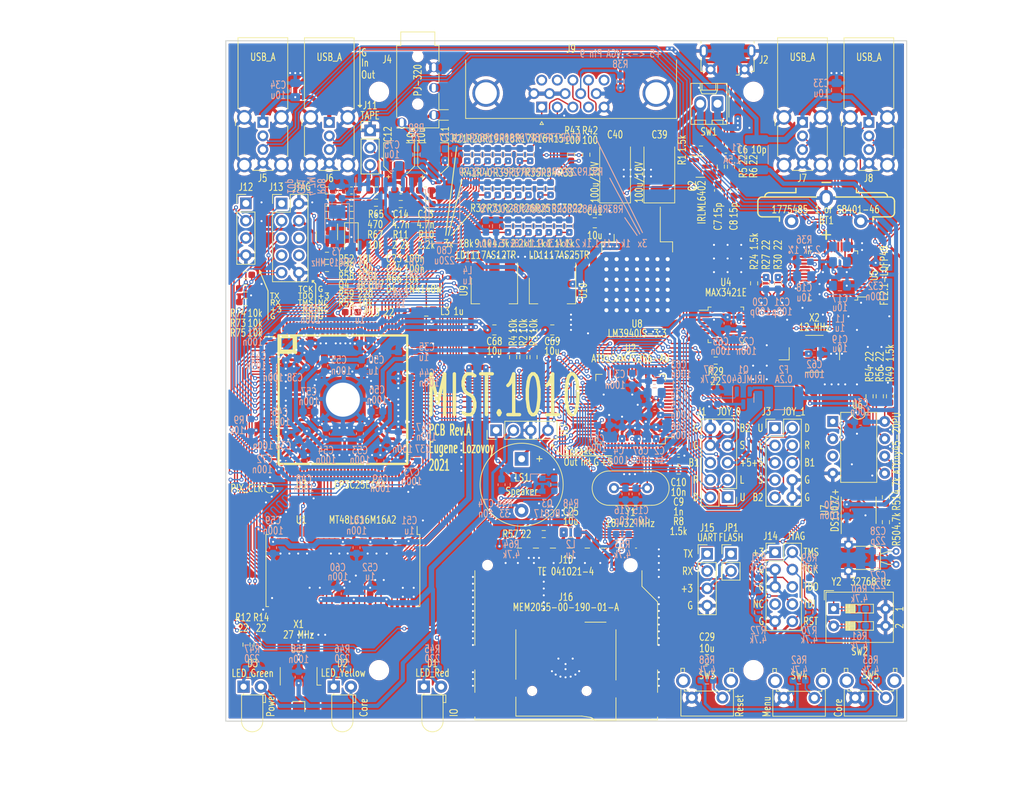
<source format=kicad_pcb>
(kicad_pcb (version 20210424) (generator pcbnew)
  (layers (0 "F.Cu" signal) (31 "B.Cu" signal) (34 "B.Paste" user) (35 "F.Paste" user) (36 "B.SilkS" user "B.Silkscreen") (37 "F.SilkS" user "F.Silkscreen") (38 "B.Mask" user) (39 "F.Mask" user) (44 "Edge.Cuts" user))
  (net 0 "")
  (net 1 "GND")
  (net 2 "+BATT")
  (net 3 "Net-(C1-Pad2)")
  (net 4 "+5V")
  (net 5 "Net-(D2-Pad1)")
  (net 6 "+3V3")
  (net 7 "Net-(C11-Pad1)")
  (net 8 "Net-(C9-Pad1)")
  (net 9 "Net-(C11-Pad2)")
  (net 10 "Net-(C12-Pad1)")
  (net 11 "Net-(C12-Pad2)")
  (net 12 "Net-(C15-Pad1)")
  (net 13 "Net-(C16-Pad1)")
  (net 14 "Net-(C18-Pad2)")
  (net 15 "Net-(C10-Pad1)")
  (net 16 "Net-(C19-Pad2)")
  (net 17 "+1V2")
  (net 18 "+1V2_PLL")
  (net 19 "/TX_FPGA")
  (net 20 "Net-(C17-Pad2)")
  (net 21 "Net-(C20-Pad1)")
  (net 22 "Net-(C22-Pad2)")
  (net 23 "Net-(C74-Pad1)")
  (net 24 "Net-(D3-Pad1)")
  (net 25 "Net-(C21-Pad1)")
  (net 26 "Net-(C27-Pad1)")
  (net 27 "Net-(C23-Pad2)")
  (net 28 "/RST")
  (net 29 "/~LED_ARM")
  (net 30 "/~LED_FPGA")
  (net 31 "/~JOY0_UP")
  (net 32 "/~JOY0_B1")
  (net 33 "+5V_USB")
  (net 34 "/~JOY0_DOWN")
  (net 35 "/RX_FPGA")
  (net 36 "/~JOY0_LEFT")
  (net 37 "/~JOY0_RIGHT")
  (net 38 "/~JOY0_B2")
  (net 39 "/RTC_DP")
  (net 40 "+2V5")
  (net 41 "/~JOY1_UP")
  (net 42 "/~JOY1_B1")
  (net 43 "/USBHUB3_DP")
  (net 44 "/USBHUB3_DN")
  (net 45 "/USBHUB1_DP")
  (net 46 "/USBHUB1_DN")
  (net 47 "/USBHUB2_DP")
  (net 48 "/USBHUB2_DN")
  (net 49 "/USBHUB4_DP")
  (net 50 "/USBHUB4_DN")
  (net 51 "/~JOY1_DOWN")
  (net 52 "/~JOY1_LEFT")
  (net 53 "Net-(J1-Pad7)")
  (net 54 "/~JOY1_RIGHT")
  (net 55 "Net-(R9-Pad2)")
  (net 56 "/~JOY1_B2")
  (net 57 "Net-(R12-Pad2)")
  (net 58 "/R")
  (net 59 "/G")
  (net 60 "Net-(R13-Pad1)")
  (net 61 "Net-(R14-Pad2)")
  (net 62 "/RTC_DN")
  (net 63 "Net-(C6-Pad2)")
  (net 64 "/B")
  (net 65 "/Switch1")
  (net 66 "/Switch2")
  (net 67 "/Button1")
  (net 68 "/Button2")
  (net 69 "/CLK_12")
  (net 70 "/PIXEL_CLK")
  (net 71 "/CLK_27")
  (net 72 "Net-(J9-Pad9)")
  (net 73 "/HS")
  (net 74 "/SS1")
  (net 75 "/MOSI")
  (net 76 "/MISO")
  (net 77 "/SD_CD")
  (net 78 "/SD_WP")
  (net 79 "/FPGA_TCK")
  (net 80 "/FPGA_TDO")
  (net 81 "/FPGA_TMS")
  (net 82 "/FPGA_TDI")
  (net 83 "/ARM_TMS")
  (net 84 "/ARM_TCK")
  (net 85 "/ARM_TDO")
  (net 86 "/ARM_TDI")
  (net 87 "/TX_ARM")
  (net 88 "/RX_ARM")
  (net 89 "Net-(JP1-Pad2)")
  (net 90 "/DM_PUP")
  (net 91 "Net-(J2-Pad1)")
  (net 92 "Net-(Q2-Pad3)")
  (net 93 "/CONF_DONE")
  (net 94 "/CONF_NSTATUS")
  (net 95 "/CONF_NCONFIG")
  (net 96 "/USB_DP")
  (net 97 "/USB_DN")
  (net 98 "Net-(R29-Pad2)")
  (net 99 "/AUDIO_L")
  (net 100 "/AUDIO_R")
  (net 101 "Net-(C6-Pad1)")
  (net 102 "/SCK")
  (net 103 "/VGA_R0")
  (net 104 "/VGA_R1")
  (net 105 "/VGA_R2")
  (net 106 "/VGA_R3")
  (net 107 "/VGA_R4")
  (net 108 "/VGA_R5")
  (net 109 "/VGA_G0")
  (net 110 "/VGA_G1")
  (net 111 "/VGA_G2")
  (net 112 "/VGA_G3")
  (net 113 "/VGA_G4")
  (net 114 "/VGA_G5")
  (net 115 "/VGA_B0")
  (net 116 "/VGA_B1")
  (net 117 "Net-(R36-Pad1)")
  (net 118 "/VGA_B2")
  (net 119 "/VGA_B3")
  (net 120 "/VGA_B4")
  (net 121 "/VGA_B5")
  (net 122 "/VGA_VS")
  (net 123 "/VGA_HS")
  (net 124 "Net-(C28-Pad1)")
  (net 125 "Net-(D1-Pad1)")
  (net 126 "Net-(R27-Pad1)")
  (net 127 "/RAM_DQ0")
  (net 128 "/RAM_DQ1")
  (net 129 "/RAM_DQ2")
  (net 130 "/RAM_DQ3")
  (net 131 "/RAM_DQ4")
  (net 132 "/RAM_DQ5")
  (net 133 "/RAM_DQ6")
  (net 134 "/RAM_DQ7")
  (net 135 "/RAM_DQML")
  (net 136 "/~RAM_WE")
  (net 137 "/~RAM_CAS")
  (net 138 "/~RAM_RAS")
  (net 139 "/~RAM_CS")
  (net 140 "/RAM_BA0")
  (net 141 "/RAM_BA1")
  (net 142 "/RAM_A10")
  (net 143 "/RAM_A0")
  (net 144 "/RAM_A1")
  (net 145 "/RAM_A2")
  (net 146 "/RAM_A3")
  (net 147 "/RAM_A4")
  (net 148 "/RAM_A5")
  (net 149 "/RAM_A6")
  (net 150 "/RAM_A7")
  (net 151 "/RAM_A8")
  (net 152 "/RAM_A9")
  (net 153 "/RAM_A11")
  (net 154 "/RAM_A12")
  (net 155 "/RAM_CLK")
  (net 156 "/RAM_DQMH")
  (net 157 "/RAM_DQ8")
  (net 158 "/RAM_DQ9")
  (net 159 "/RAM_DQ10")
  (net 160 "/RAM_DQ11")
  (net 161 "/RAM_DQ12")
  (net 162 "/RAM_DQ13")
  (net 163 "/RAM_DQ14")
  (net 164 "/RAM_DQ15")
  (net 165 "Net-(R30-Pad1)")
  (net 166 "/SS0")
  (net 167 "/SS2{slash}FPGA")
  (net 168 "/CONF_DATA0")
  (net 169 "/USBH_INT")
  (net 170 "/SS3{slash}OSD")
  (net 171 "/SS4{slash}SD_DIRECT")
  (net 172 "+5V_JOY")
  (net 173 "/TAPE_OUT")
  (net 174 "/TAPE_IN")
  (net 175 "Net-(C24-Pad1)")
  (net 176 "Net-(C24-Pad2)")
  (net 177 "/VS")
  (net 178 "Net-(Q4-Pad1)")
  (net 179 "Net-(Q4-Pad3)")
  (net 180 "/CONF_DCLK")
  (net 181 "Net-(R50-Pad2)")
  (net 182 "Net-(R51-Pad2)")
  (net 183 "Net-(R54-Pad1)")
  (net 184 "Net-(R56-Pad1)")
  (net 185 "/SD_VDD")
  (net 186 "/SD_CLK")
  (net 187 "/SD_DAT1")
  (net 188 "/SD_DAT2")
  (net 189 "Net-(J17-Pad1)")
  (net 190 "Net-(J17-Pad2)")
  (net 191 "Net-(Q3-Pad1)")
  (net 192 "Net-(C75-Pad2)")
  (net 193 "Net-(C77-Pad1)")
  (net 194 "Net-(C77-Pad2)")
  (net 195 "Net-(C78-Pad1)")
  (net 196 "Net-(C78-Pad2)")
  (net 197 "Net-(C79-Pad1)")
  (net 198 "Net-(C79-Pad2)")
  (net 199 "Net-(C80-Pad1)")
  (net 200 "Net-(C80-Pad2)")
  (net 201 "Net-(C81-Pad1)")
  (footprint "Buzzer_Beeper:Buzzer_12x9.5RM7.6" (layer "F.Cu") (at 142.65 109.05 -90)
    (fp_text reference "LS1")
    (fp_text value "Speaker")
  )
  (footprint "Resistor_SMD:R_0603_1608Metric_Pad0.98x0.95mm_HandSolder" (layer "F.Cu") (at 142.9 94.1 -90)
    (fp_text reference "R2")
    (fp_text value "10k")
  )
  (footprint "Capacitor_SMD:C_0603_1608Metric_Pad1.08x0.95mm_HandSolder" (layer "F.Cu") (at 173.8 69.6 -90)
    (fp_text reference "C8")
    (fp_text value "15p")
  )
  (footprint "Resistor_SMD:R_0603_1608Metric_Pad0.98x0.95mm_HandSolder" (layer "F.Cu") (at 171.15 94.6)
    (fp_text reference "R29")
    (fp_text value "22")
  )
  (footprint "Connector_PinHeader_2.54mm:PinHeader_1x03_P2.54mm_Vertical" (layer "F.Cu") (at 120.4 60.775)
    (fp_text reference "J11")
    (fp_text value "Conn_01x03")
  )
  (footprint "MountingHole:MountingHole_2.5mm" (layer "F.Cu") (at 176.7 55.1)
    (fp_text reference "H4" hide)
    (fp_text value "MountingHole" hide)
  )
  (footprint "Resistor_SMD:R_0603_1608Metric_Pad0.98x0.95mm_HandSolder" (layer "F.Cu") (at 114.0625 81 180)
    (fp_text reference "R55")
    (fp_text value "10k")
  )
  (footprint "Resistor_SMD:R_0603_1608Metric_Pad0.98x0.95mm_HandSolder" (layer "F.Cu") (at 168.9875 63.6)
    (fp_text reference "R1")
    (fp_text value "1.5k")
  )
  (footprint "Capacitor_SMD:C_0603_1608Metric_Pad1.08x0.95mm_HandSolder" (layer "F.Cu") (at 117.6625 71.4)
    (fp_text reference "C24")
    (fp_text value "100n")
  )
  (footprint "Oscillator:Oscillator_SMD_EuroQuartz_XO91-4Pin_7.0x5.0mm_HandSoldering" (layer "F.Cu") (at 109.9 141 90)
    (fp_text reference "X1")
    (fp_text value "27 MHz")
  )
  (footprint "Capacitor_Tantalum_SMD:CP_EIA-7343-31_Kemet-D_Pad2.25x2.55mm_HandSolder" (layer "F.Cu") (at 162.875 66.85 90)
    (fp_text reference "C39")
    (fp_text value "100u/10V")
  )
  (footprint "Resistor_SMD:R_0603_1608Metric_Pad0.98x0.95mm_HandSolder" (layer "F.Cu") (at 114.0625 73.2 180)
    (fp_text reference "R58")
    (fp_text value "470k")
  )
  (footprint "Resistor_SMD:R_0603_1608Metric_Pad0.98x0.95mm_HandSolder" (layer "F.Cu") (at 137.65 64.35 90)
    (fp_text reference "R19")
    (fp_text value "4.3k")
  )
  (footprint "Package_QFP:LQFP-32_5x5mm_P0.5mm" (layer "F.Cu") (at 172.65 89.35)
    (fp_text reference "U4")
    (fp_text value "MAX3421E")
  )
  (footprint "Resistor_SMD:R_0603_1608Metric_Pad0.98x0.95mm_HandSolder" (layer "F.Cu") (at 117.6625 73.2 180)
    (fp_text reference "R66")
    (fp_text value "10k")
  )
  (footprint "Connector_PinHeader_2.54mm:PinHeader_1x04_P2.54mm_Vertical" (layer "F.Cu") (at 169.9 123)
    (fp_text reference "J15")
    (fp_text value "Conn_01x04")
  )
  (footprint "Connector_Dsub:DSUB-15-HD_Female_Horizontal_P2.29x1.98mm_EdgePinOffset3.03mm_Housed_MountingHolesOffset4.94mm" (layer "F.Cu") (at 145.6 57.350331 180)
    (fp_text reference "J9")
    (fp_text value "DB15_Female_HighDensity_MountingHoles")
  )
  (footprint "Resistor_SMD:R_0603_1608Metric_Pad0.98x0.95mm_HandSolder" (layer "F.Cu") (at 102.25 136.35 90)
    (fp_text reference "R12")
    (fp_text value "22")
  )
  (footprint "Package_SO:SOIC-8_3.9x4.9mm_P1.27mm" (layer "F.Cu") (at 192.15 116.6 90)
    (fp_text reference "U7")
    (fp_text value "DS1307Z+")
  )
  (footprint "Resistor_SMD:R_0603_1608Metric_Pad0.98x0.95mm_HandSolder" (layer "F.Cu") (at 103.85 136.35 90)
    (fp_text reference "R14")
    (fp_text value "22")
  )
  (footprint "Connector_PinHeader_2.54mm:PinHeader_1x02_P2.54mm_Vertical" (layer "F.Cu") (at 173.4 123)
    (fp_text reference "JP1")
    (fp_text value "Jumper_2_Open")
  )
  (footprint "Resistor_SMD:R_0603_1608Metric_Pad0.98x0.95mm_HandSolder" (layer "F.Cu") (at 136.15 64.35 90)
    (fp_text reference "R20")
    (fp_text value "9.1k")
  )
  (footprint "Resistor_SMD:R_0603_1608Metric_Pad0.98x0.95mm_HandSolder" (layer "F.Cu") (at 142.15 74.85 90)
    (fp_text reference "R31")
    (fp_text value "9.1k")
  )
  (footprint "Diode_SMD:D_SOD-123" (layer "F.Cu") (at 117.65 76.6 -90)
    (fp_text reference "D4")
    (fp_text value "1N4148W")
  )
  (footprint "LED_THT:LED_D3.0mm_Horizontal_O1.27mm_Z6.0mm" (layer "F.Cu") (at 128.2875 142.525)
    (fp_text reference "D1")
    (fp_text value "LED_Red")
  )
  (footprint "Capacitor_SMD:C_0603_1608Metric_Pad1.08x0.95mm_HandSolder" (layer "F.Cu") (at 165.7 107.85)
    (fp_text reference "C10")
    (fp_text value "10n")
  )
  (footprint "Resistor_SMD:R_0603_1608Metric_Pad0.98x0.95mm_HandSolder" (layer "F.Cu") (at 140.65 64.35 90)
    (fp_text reference "R17")
    (fp_text value "1.1k")
  )
  (footprint "Capacitor_SMD:C_0603_1608Metric_Pad1.08x0.95mm_HandSolder" (layer "F.Cu") (at 128.5375 69.6)
    (fp_text reference "C13")
    (fp_text value "4.7n")
  )
  (footprint "Capacitor_SMD:C_0805_2012Metric_Pad1.18x1.45mm_HandSolder" (layer "F.Cu") (at 138.65 90.1 180)
    (fp_text reference "C68")
    (fp_text value "10u")
  )
  (footprint "Resistor_SMD:R_0603_1608Metric_Pad0.98x0.95mm_HandSolder" (layer "F.Cu") (at 196.15 118.35 90)
    (fp_text reference "R50")
    (fp_text value "4.7k")
  )
  (footprint "Connector_PinHeader_2.54mm:PinHeader_2x05_P2.54mm_Vertical" (layer "F.Cu") (at 179.875 122.775)
    (fp_text reference "J14")
    (fp_text value "Conn_02x05_Odd_Even")
  )
  (footprint "Resistor_SMD:R_0603_1608Metric_Pad0.98x0.95mm_HandSolder" (layer "F.Cu") (at 142.15 69.35 90)
    (fp_text reference "R37")
    (fp_text value "2.2k")
  )
  (footprint "Resistor_SMD:R_0603_1608Metric_Pad0.98x0.95mm_HandSolder" (layer "F.Cu") (at 124.9 71.6 180)
    (fp_text reference "R11")
    (fp_text value "2.2k")
  )
  (footprint "Resistor_SMD:R_0603_1608Metric_Pad0.98x0.95mm_HandSolder" (layer "F.Cu") (at 145.15 74.85 90)
    (fp_text reference "R26")
    (fp_text value "2.2k")
  )
  (footprint "LED_THT:LED_D3.0mm_Horizontal_O1.27mm_Z6.0mm" (layer "F.Cu") (at 115.05 142.525)
    (fp_text reference "D2")
    (fp_text value "LED_Yellow")
  )
  (footprint "Resistor_SMD:R_0603_1608Metric_Pad0.98x0.95mm_HandSolder" (layer "F.Cu") (at 141.4 94.1 -90)
    (fp_text reference "R4")
    (fp_text value "10k")
  )
  (footprint "Resistor_SMD:R_0603_1608Metric_Pad0.98x0.95mm_HandSolder" (layer "F.Cu") (at 196.75 99.85 90)
    (fp_text reference "R49")
    (fp_text value "1.5k")
  )
  (footprint "Resistor_SMD:R_0603_1608Metric_Pad0.98x0.95mm_HandSolder" (layer "F.Cu") (at 196.15 114.6875 90)
    (fp_text reference "R51")
    (fp_text value "4.7k")
  )
  (footprint "Crystal:Crystal_C38-LF_D3.0mm_L8.0mm_Horizontal_1EP_style2" (layer "F.Cu") (at 197.65 122.65 -90)
    (fp_text reference "Y2")
    (fp_text value "32768 Hz")
  )
  (footprint "Resistor_SMD:R_0603_1608Metric_Pad0.98x0.95mm_HandSolder" (layer "F.Cu") (at 195.25 99.85 90)
    (fp_text reference "R56")
    (fp_text value "22")
  )
  (footprint "Resistor_SMD:R_0603_1608Metric_Pad0.98x0.95mm_HandSolder" (layer "F.Cu") (at 142.4 64.35 90)
    (fp_text reference "R16")
    (fp_text value "1.1k")
  )
  (footprint "MountingHole:MountingHole_2.5mm" (layer "F.Cu") (at 121.7 55.1)
    (fp_text reference "H3" hide)
    (fp_text value "MountingHole" hide)
  )
  (footprint "Resistor_SMD:R_0603_1608Metric_Pad0.98x0.95mm_HandSolder" (layer "F.Cu") (at 117.65 87.4875)
    (fp_text reference "R13")
    (fp_text value "22")
  )
  (footprint "my:PJ-320A_D" (layer "F.Cu") (at 127.4 54.68 -90)
    (fp_text reference "J4")
    (fp_text value "PJ-320")
  )
  (footprint "Capacitor_SMD:C_0603_1608Metric_Pad1.08x0.95mm_HandSolder" (layer "F.Cu") (at 117.6625 69.6 180)
    (fp_text reference "C23")
    (fp_text value "100n")
  )
  (footprint "Capacitor_SMD:CP_Elec_4x5.4" (layer "F.Cu") (at 129.65 64.85 90)
    (fp_text reference "C11")
    (fp_text value "10u")
  )
  (footprint "Resistor_SMD:R_0603_1608Metric_Pad0.98x0.95mm_HandSolder" (layer "F.Cu") (at 178.55 83.25 90)
    (fp_text reference "R27")
    (fp_text value "22")
  )
  (footprint "Resistor_SMD:R_0603_1608Metric_Pad0.98x0.95mm_HandSolder" (layer "F.Cu") (at 173.4 66.1 -90)
    (fp_text reference "R6")
    (fp_text value "22")
  )
  (footprint "Resistor_SMD:R_0603_1608Metric_Pad0.98x0.95mm_HandSolder" (layer "F.Cu") (at 143.9 64.35 90)
    (fp_text reference "R15")
    (fp_text value "1k")
  )
  (footprint "my:CR2032V" (layer "F.Cu") (at 182.3 74.1198)
    (fp_text reference "BT1")
    (fp_text value "1775485-1 or S8401-46")
  )
  (footprint "Package_SO:TSOP-II-54_22.2x10.16mm_P0.8mm" (layer "F.Cu") (at 116.4 125.4625 -90)
    (fp_text reference "U1")
    (fp_text value "MT48LC16M16A2")
  )
  (footprint "Package_TO_SOT_SMD:TO-263-3_TabPin2" (layer "F.Cu") (at 159.625 80.1 -90)
    (fp_text reference "U8")
    (fp_text value "LM3940IS-3.3")
  )
  (footprint "Resistor_SMD:R_0603_1608Metric_Pad0.98x0.95mm_HandSolder" (layer "F.Cu") (at 114.0625 79.2 180)
    (fp_text reference "R59")
    (fp_text value "220")
  )
  (footprint "Package_TO_SOT_SMD:SOT-223-3_TabPin2" (layer "F.Cu") (at 138.65 84.35 -90)
    (fp_text reference "U9")
    (fp_text value "LD1117AS12TR")
  )
  (footprint "MountingHole:MountingHole_2.5mm" (layer "F.Cu") (at 176.7 140.1)
    (fp_text reference "H2" hide)
    (fp_text value "MountingHole" hide)
  )
  (footprint "Resistor_SMD:R_0603_1608Metric_Pad0.98x0.95mm_HandSolder" (layer "F.Cu") (at 148.15 74.85 90)
    (fp_text reference "R23")
    (fp_text value "1.1k")
  )
  (footprint "Resistor_SMD:R_0603_1608Metric_Pad0.98x0.95mm_HandSolder" (layer "F.Cu") (at 102.1 84)
    (fp_text reference "R73")
    (fp_text value "10k")
  )
  (footprint "Resistor_SMD:R_0603_1608Metric_Pad0.98x0.95mm_HandSolder" (layer "F.Cu") (at 137.65 69.35 90)
    (fp_text reference "R41")
    (fp_text value "18k")
  )
  (footprint "Resistor_SMD:R_0603_1608Metric_Pad0.98x0.95mm_HandSolder" (layer "F.Cu") (at 165.7 110.75 180)
    (fp_text reference "R8")
    (fp_text value "1.5k")
  )
  (footprint "Resistor_SMD:R_0603_1608Metric_Pad0.98x0.95mm_HandSolder" (layer "F.Cu") (at 180.3 83.25 90)
    (fp_text reference "R30")
    (fp_text value "22")
  )
  (footprint "Package_TO_SOT_SMD:SOT-223-3_TabPin2" (layer "F.Cu") (at 147.1875 84.35 -90)
    (fp_text reference "U10")
    (fp_text value "LD1117AS25TR")
  )
  (footprint "Capacitor_SMD:C_0603_1608Metric_Pad1.08x0.95mm_HandSolder" (layer "F.Cu") (at 114.0625 71.4 180)
    (fp_text reference "C26")
    (fp_text value "10n")
  )
  (footprint "Resistor_SMD:R_0603_1608Metric_Pad0.98x0.95mm_HandSolder" (layer "F.Cu") (at 140.65 69.35 90)
    (fp_text reference "R39")
    (fp_text value "4.3k")
  )
  (footprint "Capacitor_SMD:C_0805_2012Metric_Pad1.18x1.45mm_HandSolder" (layer "F.Cu") (at 169.875 138.5625)
    (fp_text reference "C29")
    (fp_text value "10u")
  )
  (footprint "Capacitor_SMD:C_0805_2012Metric_Pad1.18x1.45mm_HandSolder" (layer "F.Cu") (at 149.8625 119.85 180)
    (fp_text reference "C25")
    (fp_text value "10u")
  )
  (footprint "TestPoint:TestPoint_Pad_D1.0mm" (layer "F.Cu") (at 105.65 113.35 -90)
    (fp_text reference "TP1" hide)
    (fp_text value "TestPoint")
  )
  (footprint "Resistor_SMD:R_0603_1608Metric_Pad0.98x0.95mm_HandSolder" (layer "F.Cu") (at 102.1 82)
    (fp_text reference "R74")
    (fp_text value "10k")
  )
  (footprint "Resistor_SMD:R_0603_1608Metric_Pad0.98x0.95mm_HandSolder" (layer "F.Cu") (at 145.4 69.35 90)
    (fp_text reference "R34")
    (fp_text value "1.1k")
  )
  (footprint "Resistor_SMD:R_0603_1608Metric_Pad0.98x0.95mm_HandSolder" (layer "F.Cu") (at 193.75 99.85 90)
    (fp_text reference "R54")
    (fp_text value "22")
  )
  (footprint "Capacitor_SMD:C_0603_1608Metric_Pad1.08x0.95mm_HandSolder" (layer "F.Cu") (at 171.49 69.6 -90)
    (fp_text reference "C7")
    (fp_text value "15p")
  )
  (footprint "Connector_PinHeader_2.54mm:PinHeader_2x05_P2.54mm_Vertical" (layer "F.Cu") (at 172.9 114.68 180)
    (fp_text reference "J1")
    (fp_text value "Conn_02x05_Odd_Even")
  )
  (footprint "Resistor_SMD:R_0603_1608Metric_Pad0.98x0.95mm_HandSolder" (layer "F.Cu") (at 140.65 74.85 90)
    (fp_text reference "R32")
    (fp_text value "18k")
  )
  (footprint "Resistor_SMD:R_0603_1608Metric_Pad0.98x0.95mm_HandSolder" (layer "F.Cu") (at 149.9 64.35 90)
    (fp_text reference "R43")
    (fp_text value "100")
  )
  (footprint "Resistor_SMD:R_0603_1608Metric_Pad0.98x0.95mm_HandSolder" (layer "F.Cu") (at 121.2625 71.4)
    (fp_text reference "R67")
    (fp_text value "10k")
  )
  (footprint "Button_Switch_THT:SW_Tactile_SPST_Angled_PTS645Vx58-2LFS" (layer "F.Cu") (at 185.65 144.175 180)
    (fp_text reference "SW4")
    (fp_text value "SW_Push")
  )
  (footprint "Button_Switch_THT:SW_Tactile_SPST_Angled_PTS645Vx58-2LFS" (layer "F.Cu") (at 172.15 144.1375 180)
    (fp_text reference "SW3")
    (fp_text value "SW_Push")
  )
  (footprint "Capacitor_SMD:C_0805_2012Metric_Pad1.18x1.45mm_HandSolder" (layer "F.Cu") (at 153.4 74.35)
    (fp_text reference "C41")
    (fp_text value "10u")
  )
  (footprint "Capacitor_SMD:CP_Elec_4x5.4" (layer "F.Cu") (at 124.65 64.85 90)
    (fp_text reference "C12")
    (fp_text value "10u")
  )
  (footprint "Resistor_SMD:R_0603_1608Metric_Pad0.98x0.95mm_HandSolder" (layer "F.Cu") (at 143.65 69.35 90)
    (fp_text reference "R35")
    (fp_text value "1.1k")
  )
  (footprint "Resistor_SMD:R_0603_1608Metric_Pad0.98x0.95mm_HandSolder" (layer "F.Cu") (at 146.9 69.35 90)
    (fp_text reference "R33")
    (fp_text value "1k")
  )
  (footprint "Resistor_SMD:R_0603_1608Metric_Pad0.98x0.95mm_HandSolder" (layer "F.Cu") (at 121.2625 69.6 180)
    (fp_text reference "R65")
    (fp_text value "470")
  )
  (footprint "Resistor_SMD:R_0603_1608Metric_Pad0.98x0.95mm_HandSolder" (layer "F.Cu") (at 149.65 74.85 90)
    (fp_text reference "R22")
    (fp_text value "1k")
  )
  (footprint "Package_QFP:TQFP-64_10x10mm_P0.5mm" (layer "F.Cu") (at 158.65 101.7375 180)
    (fp_text reference "U2")
    (fp_text value "AT91SAM7S256-AU")
  )
  (footprint "Connector_USB:USB_A_Wuerth_614004134726_Horizontal" (layer "F.Cu") (at 104.65 59.58 -90)
    (fp_text reference "J5")
    (fp_text value "USB_A")
  )
  (footprint "Package_QFP:LQFP-48_7x7mm_P0.5mm" (layer "F.Cu") (at 188.4 82.1 180)
    (fp_text reference "U5")
    (fp_text value "FE2.1-LQFP48")
  )
  (footprint "Resistor_SMD:R_0603_1608Metric_Pad0.98x0.95mm_HandSolder" (layer "F.Cu") (at 134.65 64.35 90)
    (fp_text reference "R21")
    (fp_text value "18k")
  )
  (footprint "Capacitor_SMD:C_0805_2012Metric_Pad1.18x1.45mm_HandSolder" (layer "F.Cu") (at 147.15 90.1 180)
    (fp_text reference "C69")
    (fp_text value "10u")
  )
  (footprint "Resistor_SMD:R_0603_1608Metric_Pad0.98x0.95mm_HandSolder" (layer "F.Cu") (at 146.65 74.85 90)
    (fp_text reference "R25")
    (fp_text value "1.1k")
  )
  (footprint "Connector_USB:USB_Micro-B_Molex-105017-0001" (layer "F.Cu") (at 172.9 50.3375 180)
    (fp_text reference "J2")
    (fp_text value "USB_B_Micro")
  )
  (footprint "Resistor_SMD:R_0603_1608Metric_Pad0.98x0.95mm_HandSolder" (layer "F.Cu") (at 145.9 120.1 180)
    (fp_text reference "R57")
    (fp_text value "22")
  )
  (footprint "Connector_PinHeader_2.54mm:PinHeader_1x04_P2.54mm_Vertical" (layer "F.Cu") (at 102.15 71.5)
    (fp_text reference "J12")
    (fp_text value "Conn_01x04")
  )
  (footprint "Capacitor_SMD:C_0603_1608Metric_Pad1.08x0.95mm_HandSolder" (layer "F.Cu") (at 172.65 63.6)
    (fp_text reference "C6")
    (fp_text value "10p")
  )
  (footprint "Package_DIP:DIP-8_W7.62mm" (layer "F.Cu") (at 188.35 103.55)
    (fp_text reference "U6")
    (fp_text value "ATtiny45-20PU")
  )
  (footprint "Resistor_SMD:R_0603_1608Metric_Pad0.98x0.95mm_HandSolder" (layer "F.Cu") (at 128.65 71.6)
    (fp_text reference "R10")
    (fp_text value "2.2k")
  )
  (footprint "Package_TO_SOT_SMD:SOT-23" (layer "F.Cu") (at 114.0625 76.2 -90)
    (fp_text reference "Q4")
    (fp_text value "BC817")
  )
  (footprint "my:SD_TE_2041021-mod" (layer "F.Cu") (at 149.15 133.85)
    (fp_text reference "J10")
    (fp_text value "TE 041021-4")
  )
  (footprint "Resistor_SMD:R_0603_1608Metric_Pad0.98x0.95mm_HandSolder" (layer "F.Cu") (at 114.0625 69.6)
    (fp_text reference "R52")
    (fp_text value "10k")
  )
  (footprint "Connector_PinHeader_2.54mm:PinHeader_1x04_P2.54mm_Vertical" (layer "F.Cu") (at 138.905 104.85 90)
    (fp_text reference "J17")
    (fp_text value "Conn_01x04")
  )
  (footprint "Oscillator:Oscillator_SMD_EuroQuartz_XO91-4Pin_7.0x5.0mm_HandSoldering" (layer "F.Cu") (at 185.65 93.6)
    (fp_text reference "X2")
    (fp_text value "12 MHz")
  )
  (footprint "Connector_USB:USB_A_Wuerth_614004134726_Horizontal" (layer "F.Cu") (at 193.65 59.59 -90)
    (fp_text reference "J8")
    (fp_text value "USB_A")
  )
  (footprint "Button_Switch_THT:SW_DIP_SPSTx02_Slide_9.78x7.26mm_W7.62mm_P2.54mm" (layer "F.Cu") (at 188.48 131.06)
    (fp_text reference "SW2")
    (fp_text value "SW_DIP_x02")
  )
  (footprint "Connector_USB:USB_A_Wuerth_614004134726_Horizontal" (layer "F.Cu") (at 114.4 59.59 -90)
    (fp_text reference "J6")
    (fp_text value "USB_A")
  )
  (footprint "Resistor_SMD:R_0603_1608Metric_Pad0.98x0.95mm_HandSolder" (layer "F.Cu") (at 144.4 94.1 -90)
    (fp_text reference "R3")
    (fp_text value "10k")
  )
  (footprint "Resistor_SMD:R_0603_1608Metric_Pad0.98x0.95mm_HandSolder" (layer "F.Cu") (at 176.8 83.25 90)
    (fp_text reference "R24")
    (fp_text value "1.5k")
  )
  (footprint "MountingHole:MountingHole_2.5mm" (layer "F.Cu") (at 121.7 140.1)
    (fp_text reference "H1" hide)
    (fp_text value "MountingHole" hide)
  )
  (footprint "Button_Switch_THT:SW_Tactile_SPST_Angled_PTS645Vx58-2LFS" (layer "F.Cu") (at 196.15 144.1375 180)
    (fp_text reference "SW5")
    (fp_text value "SW_Push")
  )
  (footprint "my:ALTERA-QFP-145" (layer "F.Cu") (at 116.4 100.35)
    (fp_text reference "U3")
    (fp_text value "EP3C25E144")
  )
  (footprint "LED_THT:LED_D3.0mm_Horizontal_O1.27mm_Z6.0mm" (layer "F.Cu") (at 101.81 142.525)
    (fp_text reference "D3")
    (fp_text value "LED_Green")
  )
  (footprint "Capacitor_SMD:C_0603_1608Metric_Pad1.08x0.95mm_HandSolder" (layer "F.Cu") (at 165.7 109.3)
    (fp_text reference "C9")
    (fp_text value "1n")
  )
  (footprint "my:GCT-MEM2055-00-190-01-A" (layer "F.Cu") (at 149.15 131.85 180)
    (fp_text reference "J16")
    (fp_text value "MEM2055-00-190-01-A")
  )
  (footprint "Resistor_SMD:R_0603_1608Metric_Pad0.98x0.95mm_HandSolder" (layer "F.Cu") (at 143.65 74.85 90)
    (fp_text reference "R28")
    (fp_text value "4.3k")
  )
  (footprint "Package_TO_SOT_SMD:SOT-23" (layer "F.Cu") (at 168.9 66.1)
    (fp_text reference "Q2")
    (fp_text value "IRLML6402")
  )
  (footprint "Resistor_SMD:R_0603_1608Metric_Pad0.98x0.95mm_HandSolder" (layer "F.Cu") (at 152.15 64.35 90)
    (fp_text reference "R42")
    (fp_text value "100")
  )
  (footprint "Connector_Molex:Molex_KK-254_AE-6410-02A_1x02_P2.54mm_Vertical" (layer "F.Cu") (at 171.42 56.85 180)
    (fp_text reference "SW1")
    (fp_text value "Jumper / Pin header 1x2 Pitch=2.54mm")
  )
  (footprint "Crystal:Crystal_HC49-U_Vertical" (layer "F.Cu") (at 161.1 113.35 180)
    (fp_text reference "Y1")
    (fp_text value "18.432 MHz")
  )
  (footprint "Capacitor_Tantalum_SMD:CP_EIA-7343-31_Kemet-D_Pad2.25x2.55mm_HandSolder" (layer "F.Cu") (at 156.375 66.85 90)
    (fp_text reference "C40")
    (fp_text value "100u/10V")
  )
  (footprint "Connector_PinHeader_2.54mm:PinHeader_2x05_P2.54mm_Vertical" (layer "F.Cu") (at 179.86 104.53)
    (fp_text reference "J3")
    (fp_text value "Conn_02x05_Odd_Even")
  )
  (footprint "Resistor_SMD:R_0603_1608Metric_Pad0.98x0.95mm_HandSolder" (layer "F.Cu") (at 171.9 66.1 -90)
    (fp_text reference "R5")
    (fp_text value "22")
  )
  (footprint "Capacitor_SMD:C_0603_1608Metric_Pad1.08x0.95mm_HandSolder" (layer "F.Cu") (at 124.9 69.6 180)
    (fp_text reference "C14")
    (fp_text value "4.7n")
  )
  (footprint "Connector_PinHeader_2.54mm:PinHeader_2x05_P2.54mm_Vertical" (layer "F.Cu") (at 107.4 71.52)
    (fp_text reference "J13")
    (fp_text value "Conn_02x05_Odd_Even")
  )
  (footprint "Inductor_SMD:L_0805_2012Metric_Pad1.15x1.40mm_HandSolder" (layer "F.Cu") (at 128.65 87.35 180)
    (fp_text reference "L3")
    (fp_text value "1u")
  )
  (footprint "Resistor_SMD:R_0603_1608Metric_Pad0.98x0.95mm_HandSolder" (layer "F.Cu") (at 102.1 86 180)
    (fp_text reference "R75")
    (fp_text value "10k")
  )
  (footprint "Connector_USB:USB_A_Wuerth_614004134726_Horizontal" (layer "F.Cu") (at 183.9 59.59 -90)
    (fp_text reference "J7")
    (fp_text value "USB_A")
  )
  (footprint "Resistor_SMD:R_0603_1608Metric_Pad0.98x0.95mm_HandSolder" (layer "F.Cu") (at 139.15 64.35 90)
    (fp_text reference "R18")
    (fp_text value "2.2k")
  )
  (footprint "Resistor_SMD:R_0603_1608Metric_Pad0.98x0.95mm_HandSolder" (layer "F.Cu") (at 139.15 69.35 90)
    (fp_text reference "R40")
    (fp_text value "9.1k")
  )
  (footprint "Capacitor_SMD:C_0603_1608Metric_Pad1.08x0.95mm_HandSolder" (layer "B.Cu") (at 162.1875 101.1)
    (fp_text reference "C5")
    (fp_text value "100n")
  )
  (footprint "Resistor_SMD:R_0603_1608Metric_Pad0.98x0.95mm_HandSolder" (layer "B.Cu") (at 192.2475 133.585 180)
    (fp_text reference "R61")
    (fp_text value "4.7k")
  )
  (footprint "Capacitor_SMD:C_0603_1608Metric_Pad1.08x0.95mm_HandSolder" (layer "B.Cu") (at 162.4 105.2375 -90)
    (fp_text reference "C2")
    (fp_text value "1n")
  )
  (footprint "Capacitor_SMD:C_0603_1608Metric_Pad1.08x0.95mm_HandSolder" (layer "B.Cu") (at 118.9 105.35 -90)
    (fp_text reference "C53")
    (fp_text value "100n")
  )
  (footprint "Crystal:Crystal_SMD_5032-2Pin_5.0x3.2mm" (layer "B.Cu") (at 115.555 74.6 -90)
    (fp_text reference "Y3")
    (fp_text value "4.433619 MHz")
  )
  (footprint "Capacitor_SMD:C_0603_1608Metric_Pad1.08x0.95mm_HandSolder" (layer "B.Cu") (at 194.65 81.1 -90)
    (fp_text reference "C32")
    (fp_text value "100n")
  )
  (footprint "Capacitor_SMD:C_0603_1608Metric_Pad1.08x0.95mm_HandSolder" (layer "B.Cu") (at 178.55 83.25 -90)
    (fp_text reference "C20")
    (fp_text value "100p")
  )
  (footprint "Resistor_SMD:R_0603_1608Metric_Pad0.98x0.95mm_HandSolder" (layer "B.Cu") (at 184.9 127.4375 90)
    (fp_text reference "R69")
    (fp_text value "4.7k")
  )
  (footprint "Capacitor_SMD:C_0603_1608Metric_Pad1.08x0.95mm_HandSolder" (layer "B.Cu") (at 122.2625 105.59012 135)
    (fp_text reference "C37")
    (fp_text value "100n")
  )
  (footprint "Resistor_SMD:R_0603_1608Metric_Pad0.98x0.95mm_HandSolder" (layer "B.Cu") (at 134.65 64.3375 90)
    (fp_text reference "R82")
    (fp_text value "18k")
  )
  (footprint "Resistor_SMD:R_0603_1608Metric_Pad0.98x0.95mm_HandSolder" (layer "B.Cu") (at 136.15 64.3375 90)
    (fp_text reference "R81")
    (fp_text value "9.1k")
  )
  (footprint "Resistor_SMD:R_0603_1608Metric_Pad0.98x0.95mm_HandSolder" (layer "B.Cu") (at 184.9 131.6 90)
    (fp_text reference "R70")
    (fp_text value "4.7k")
  )
  (footprint "Capacitor_SMD:C_0603_1608Metric_Pad1.08x0.95mm_HandSolder" (layer "B.Cu") (at 158.9 97.35 90)
    (fp_text reference "C3")
    (fp_text value "100n")
  )
  (footprint "Resistor_SMD:R_0603_1608Metric_Pad0.98x0.95mm_HandSolder" (layer "B.Cu") (at 141.15 120.1 180)
    (fp_text reference "R64")
    (fp_text value "4.7k")
  )
  (footprint "Resistor_SMD:R_0603_1608Metric_Pad0.98x0.95mm_HandSolder" (layer "B.Cu") (at 147.455 112.85 90)
    (fp_text reference "R48")
    (fp_text value "1k")
  )
  (footprint "Resistor_SMD:R_0603_1608Metric_Pad0.98x0.95mm_HandSolder" (layer "B.Cu") (at 140.65 74.85 90)
    (fp_text reference "R90")
    (fp_text value "18k")
  )
  (footprint "Capacitor_SMD:C_0603_1608Metric_Pad1.08x0.95mm_HandSolder" (layer "B.Cu") (at 192.4 103.6)
    (fp_text reference "C31")
    (fp_text value "100n")
  )
  (footprint "Resistor_SMD:R_0603_1608Metric_Pad0.98x0.95mm_HandSolder" (layer "B.Cu") (at 148.15 74.85 90)
    (fp_text reference "R84")
    (fp_text value "1.1k")
  )
  (footprint "Capacitor_SMD:C_0603_1608Metric_Pad1.08x0.95mm_HandSolder" (layer "B.Cu") (at 157.4 105.2125 -90)
    (fp_text reference "C4")
    (fp_text value "100n")
  )
  (footprint "Capacitor_SMD:C_0603_1608Metric_Pad1.08x0.95mm_HandSolder" (layer "B.Cu") (at 107.15 94.6 180)
    (fp_text reference "C43")
    (fp_text value "100n")
  )
  (footprint "Resistor_SMD:R_0603_1608Metric_Pad0.98x0.95mm_HandSolder" (layer "B.Cu") (at 177.4 131.6 90)
    (fp_text reference "R72")
    (fp_text value "4.7k")
  )
  (footprint "Resistor_SMD:R_0603_1608Metric_Pad0.98x0.95mm_HandSolder" (layer "B.Cu") (at 143.65 69.3625 90)
    (fp_text reference "R93")
    (fp_text value "1.1k")
  )
  (footprint "Capacitor_SMD:C_0603_1608Metric_Pad1.08x0.95mm_HandSolder" (layer "B.Cu") (at 113.9 105.35 -90)
    (fp_text reference "C54")
    (fp_text value "100n")
  )
  (footprint "Resistor_SMD:R_0603_1608Metric_Pad0.98x0.95mm_HandSolder" (layer "B.Cu") (at 149.65 74.85 90)
    (fp_text reference "R83")
    (fp_text value "1k")
  )
  (footprint "Capacitor_SMD:C_0603_1608Metric_Pad1.08x0.95mm_HandSolder" (layer "B.Cu") (at 195 122.65 180)
    (fp_text reference "C28")
    (fp_text value "22p")
  )
  (footprint "Capacitor_SMD:C_0603_1608Metric_Pad1.08x0.95mm_HandSolder" (layer "B.Cu") (at 162.15 97.6)
    (fp_text reference "C63")
    (fp_text value "100n")
  )
  (footprint "Capacitor_SMD:C_0603_1608Metric_Pad1.08x0.95mm_HandSolder" (layer "B.Cu") (at 107.15 105.1 180)
    (fp_text reference "C46")
    (fp_text value "100n")
  )
  (footprint "Resistor_SMD:R_0603_1608Metric_Pad0.98x0.95mm_HandSolder" (layer "B.Cu") (at 129.5375 139.85)
    (fp_text reference "R45")
    (fp_text value "220")
  )
  (footprint "Capacitor_SMD:C_0603_1608Metric_Pad1.08x0.95mm_HandSolder" (layer "B.Cu") (at 111.4 102.1 180)
    (fp_text reference "C57")
    (fp_text value "100n")
  )
  (footprint "Capacitor_SMD:C_0603_1608Metric_Pad1.08x0.95mm_HandSolder" (layer "B.Cu") (at 157.9 114.2125 -90)
    (fp_text reference "C16")
    (fp_text value "10p")
  )
  (footprint "Resistor_SMD:R_0603_1608Metric_Pad0.98x0.95mm_HandSolder" (layer "B.Cu") (at 145.15 74.85 90)
    (fp_text reference "R86")
    (fp_text value "2.2k")
  )
  (footprint "Resistor_SMD:R_0603_1608Metric_Pad0.98x0.95mm_HandSolder" (layer "B.Cu") (at 116.3 139.85)
    (fp_text reference "R46")
    (fp_text value "220")
  )
  (footprint "Resistor_SMD:R_0603_1608Metric_Pad0.98x0.95mm_HandSolder" (layer "B.Cu") (at 145.4 69.3625 90)
    (fp_text reference "R92")
    (fp_text value "1.1k")
  )
  (footprint "Capacitor_SMD:C_0805_2012Metric_Pad1.18x1.45mm_HandSolder" (layer "B.Cu") (at 123.7 80.25 180)
    (fp_text reference "C76")
    (fp_text value "10u")
  )
  (footprint "Inductor_SMD:L_0805_2012Metric_Pad1.15x1.40mm_HandSolder" (layer "B.Cu") (at 134.7 79.35 180)
    (fp_text reference "L4")
    (fp_text value "1u")
  )
  (footprint "Capacitor_SMD:C_0603_1608Metric_Pad1.08x0.95mm_HandSolder" (layer "B.Cu") (at 119.15 95.35 90)
    (fp_text reference "C50")
    (fp_text value "1u")
  )
  (footprint "Resistor_SMD:R_0603_1608Metric_Pad0.98x0.95mm_HandSolder" (layer "B.Cu") (at 169.875 141.6)
    (fp_text reference "R68")
    (fp_text value "4.7k")
  )
  (footprint "Resistor_SMD:R_0603_1608Metric_Pad0.98x0.95mm_HandSolder" (layer "B.Cu") (at 138.9 74.85 -90)
    (fp_text reference "R102")
    (fp_text value "75")
  )
  (footprint "Resistor_SMD:R_0603_1608Metric_Pad0.98x0.95mm_HandSolder" (layer "B.Cu") (at 137.65 64.3375 90)
    (fp_text reference "R80")
    (fp_text value "4.3k")
  )
  (footprint "Capacitor_SMD:C_0603_1608Metric_Pad1.08x0.95mm_HandSolder" (layer "B.Cu") (at 139.705 112.85 90)
    (fp_text reference "C74")
    (fp_text value "10n")
  )
  (footprint "Capacitor_SMD:C_0603_1608Metric_Pad1.08x0.95mm_HandSolder" (layer "B.Cu") (at 126.15 122.1 90)
    (fp_text reference "C51")
    (fp_text value "1u")
  )
  (footprint "Resistor_SMD:R_0603_1608Metric_Pad0.98x0.95mm_HandSolder" (layer "B.Cu") (at 132.9 64.3375 -90)
    (fp_text reference "R101")
    (fp_text value "75")
  )
  (footprint "Capacitor_SMD:C_0603_1608Metric_Pad1.08x0.95mm_HandSolder" (layer "B.Cu") (at 118.9 91.2125 90)
    (fp_text reference "C42")
    (fp_text value "1u")
  )
  (footprint "Resistor_SMD:R_0603_1608Metric_Pad0.98x0.95mm_HandSolder" (layer "B.Cu") (at 116.255 69.85 -90)
    (fp_text reference "R98")
    (fp_text value "4.7M")
  )
  (footprint "Capacitor_Tantalum_SMD:CP_EIA-7343-31_Kemet-D" (layer "B.Cu") (at 131.305 73 90)
    (fp_text reference "C80")
    (fp_text value "220u")
  )
  (footprint "Resistor_SMD:R_0603_1608Metric_Pad0.98x0.95mm_HandSolder" (layer "B.Cu") (at 142.15 74.85 90)
    (fp_text reference "R88")
    (fp_text value "9.1k")
  )
  (footprint "Capacitor_SMD:C_0603_1608Metric_Pad1.08x0.95mm_HandSolder" (layer "B.Cu") (at 111.65 91.2125 90)
    (fp_text reference "C45")
    (fp_text value "100n")
  )
  (footprint "Capacitor_SMD:C_0603_1608Metric_Pad1.08x0.95mm_HandSolder" (layer "B.Cu") (at 113.65 95.35 90)
    (fp_text reference "C55")
    (fp_text value "100n")
  )
  (footprint "Capacitor_SMD:C_0603_1608Metric_Pad1.08x0.95mm_HandSolder" (layer "B.Cu") (at 180.3 83.25 -90)
    (fp_text reference "C21")
    (fp_text value "100p")
  )
  (footprint "Resistor_SMD:R_0603_1608Metric_Pad0.98x0.95mm_HandSolder" (layer "B.Cu") (at 135.9 69.3625 -90)
    (fp_text reference "R103")
    (fp_text value "75")
  )
  (footprint "Capacitor_SMD:C_0603_1608Metric_Pad1.08x0.95mm_HandSolder" (layer "B.Cu") (at 195 124.55 180)
    (fp_text reference "C27")
    (fp_text value "22p")
  )
  (footprint "Resistor_SMD:R_0603_1608Metric_Pad0.98x0.95mm_HandSolder" (layer "B.Cu") (at 192.2475 131.085 180)
    (fp_text reference "R60")
    (fp_text value "4.7k")
  )
  (footprint "Capacitor_SMD:C_0603_1608Metric_Pad1.08x0.95mm_HandSolder" (layer "B.Cu") (at 185.65 93.6 180)
    (fp_text reference "C62")
    (fp_text value "100n")
  )
  (footprint "Resistor_SMD:R_0603_1608Metric_Pad0.98x0.95mm_HandSolder" (layer "B.Cu") (at 103.06 139.85)
    (fp_text reference "R47")
    (fp_text value "220")
  )
  (footprint "Capacitor_SMD:C_0603_1608Metric_Pad1.08x0.95mm_HandSolder" (layer "B.Cu") (at 110.5 105.6 45)
    (fp_text reference "C36")
    (fp_text value "100n")
  )
  (footprint "Capacitor_SMD:C_0805_2012Metric_Pad1.18x1.45mm_HandSolder" (layer "B.Cu") (at 162.1875 99.35)
    (fp_text reference "C1")
    (fp_text value "2.2u")
  )
  (footprint "Capacitor_SMD:C_0603_1608Metric_Pad1.08x0.95mm_HandSolder" (layer "B.Cu") (at 125.4 97.1)
    (fp_text reference "C44")
    (fp_text value "100n")
  )
  (footprint "Capacitor_SMD:C_0603_1608Metric_Pad1.08x0.95mm_HandSolder" (layer "B.Cu") (at 137.4 74.85 90)
    (fp_text reference "C78")
    (fp_text value "100n")
  )
  (footprint "Capacitor_SMD:C_0805_2012Metric_Pad1.18x1.45mm_HandSolder" (layer "B.Cu") (at 109.4 54.85 -90)
    (fp_text reference "C34")
    (fp_text value "10u")
  )
  (footprint "Resistor_SMD:R_0603_1608Metric_Pad0.98x0.95mm_HandSolder" (layer "B.Cu") (at 137.65 69.3625 90)
    (fp_text reference "R97")
    (fp_text value "18k")
  )
  (footprint "Resistor_SMD:R_0603_1608Metric_Pad0.98x0.95mm_HandSolder" (layer "B.Cu") (at 171.4 100.099998 90)
    (fp_text reference "R7")
    (fp_text value "4.7k")
  )
  (footprint "Inductor_SMD:L_0805_2012Metric_Pad1.15x1.40mm_HandSolder" (layer "B.Cu") (at 189.4 80.1)
    (fp_text reference "L1")
    (fp_text value "1u")
  )
  (footprint "Resistor_SMD:R_0603_1608Metric_Pad0.98x0.95mm_HandSolder" (layer "B.Cu") (at 146.65 74.85 90)
    (fp_text reference "R85")
    (fp_text value "1.1k")
  )
  (footprint "Package_TO_SOT_SMD:SOT-23" (layer "B.Cu") (at 144.705 112.85 180)
    (fp_text reference "Q3")
    (fp_text value "BC817")
  )
  (footprint "Capacitor_SMD:C_0805_2012Metric_Pad1.18x1.45mm_HandSolder" (layer "B.Cu") (at 184.15 82.2)
    (fp_text reference "C18")
    (fp_text value "10u")
  )
  (footprint "Resistor_SMD:R_0603_1608Metric_Pad0.98x0.95mm_HandSolder" (layer "B.Cu") (at 157.45 120.1)
    (fp_text reference "R53")
    (fp_text value "4.7k")
  )
  (footprint "Resistor_SMD:R_0603_1608Metric_Pad0.98x0.95mm_HandSolder" (layer "B.Cu") (at 142.4 64.3375 90)
    (fp_text reference "R77")
    (fp_text value "1.1k")
  )
  (footprint "Capacitor_SMD:C_0603_1608Metric_Pad1.08x0.95mm_HandSolder" (layer "B.Cu") (at 106.15 122.1 90)
    (fp_text reference "C59")
    (fp_text value "100n")
  )
  (footprint "Resistor_SMD:R_0603_1608Metric_Pad0.98x0.95mm_HandSolder" (layer "B.Cu") (at 140.65 64.3375 90)
    (fp_text reference "R78")
    (fp_text value "1.1k")
  )
  (footprint "Resistor_SMD:R_0603_1608Metric_Pad0.98x0.95mm_HandSolder" (layer "B.Cu") (at 142.15 69.3625 90)
    (fp_text reference "R94")
    (fp_text value "2.2k")
  )
  (footprint "Capacitor_SMD:C_0603_1608Metric_Pad1.08x0.95mm_HandSolder" (layer "B.Cu") (at 110.65 109.35 -90)
    (fp_text reference "C48")
    (fp_text value "100n")
  )
  (footprint "Resistor_SMD:R_0805_2012Metric_Pad1.20x1.40mm_HandSolder" (layer "B.Cu") (at 141.705 112.85 -90)
    (fp_text reference "R44")
    (fp_text value "33")
  )
  (footprint "Capacitor_SMD:C_0603_1608Metric_Pad1.08x0.95mm_HandSolder" (layer "B.Cu") (at 162.1875 102.6)
    (fp_text reference "C66")
    (fp_text value "100n")
  )
  (footprint "Resistor_SMD:R_0603_1608Metric_Pad0.98x0.95mm_HandSolder" (layer "B.Cu") (at 183.4 141.6)
    (fp_text reference "R62")
    (fp_text value "4.7k")
  )
  (footprint "Capacitor_SMD:C_0603_1608Metric_Pad1.08x0.95mm_HandSolder" (layer "B.Cu") (at 110.4 95 -45)
    (fp_text reference "C38")
    (fp_text value "100n")
  )
  (footprint "Resistor_SMD:R_0603_1608Metric_Pad0.98x0.95mm_HandSolder" (layer "B.Cu") (at 139.15 69.3625 90)
    (fp_text reference "R96")
    (fp_text value "9.1k")
  )
  (footprint "Capacitor_SMD:C_0603_1608Metric_Pad1.08x0.95mm_HandSolder" (layer "B.Cu") (at 122.8 88.2 45)
    (fp_text reference "C70")
    (fp_text value "1u")
  )
  (footprint "Capacitor_SMD:C_0603_1608Metric_Pad1.08x0.95mm_HandSolder" (layer "B.Cu") (at 121.9 109.35 -90)
    (fp_text reference "C49")
    (fp_text value "100n")
  )
  (footprint "Capacitor_SMD:C_0603_1608Metric_Pad1.08x0.95mm_HandSolder" (layer "B.Cu") (at 114.805 69.85 90)
    (fp_text reference "C81")
    (fp_text value "10p")
  )
  (footprint "Capacitor_SMD:C_0805_2012Metric_Pad1.18x1.45mm_HandSolder" (layer "B.Cu") (at 123.6 66)
    (fp_text reference "C75")
    (fp_text value "10u")
  )
  (footprint "Resistor_SMD:R_0603_1608Metric_Pad0.98x0.95mm_HandSolder" (layer "B.Cu") (at 140.65 69.3625 90)
    (fp_text reference "R95")
    (fp_text value "4.3k")
  )
  (footprint "Resistor_SMD:R_0603_1608Metric_Pad0.98x0.95mm_HandSolder" (layer "B.Cu") (at 139.15 64.3375 90)
    (fp_text reference "R79")
    (fp_text value "2.2k")
  )
  (footprint "Capacitor_SMD:C_0603_1608Metric_Pad1.08x0.95mm_HandSolder" (layer "B.Cu") (at 174.65 89.1 90)
    (fp_text reference "C22")
    (fp_text value "100n")
  )
  (footprint "Fuse:Fuse_1812_4532Metric_Pad1.30x3.40mm_HandSolder" (layer "B.Cu") (at 177.15 64.35 90)
    (fp_text reference "F1")
    (fp_text value "1.5A")
  )
  (footprint "Resistor_SMD:R_0603_1608Metric_Pad0.98x0.95mm_HandSolder" (layer "B.Cu") (at 143.9 64.3375 90)
    (fp_text reference "R76")
    (fp_text value "1k")
  )
  (footprint "Capacitor_SMD:C_0805_2012Metric_Pad1.18x1.45mm_HandSolder" (layer "B.Cu") (at 189.4 77.85 180)
    (fp_text reference "C17")
    (fp_text value "10u")
  )
  (footprint "Capacitor_SMD:C_0603_1608Metric_Pad1.08x0.95mm_HandSolder" (layer "B.Cu") (at 159.65 105.2125 -90)
    (fp_text reference "C67")
    (fp_text value "100n")
  )
  (footprint "Capacitor_SMD:C_0603_1608Metric_Pad1.08x0.95mm_HandSolder" (layer "B.Cu") (at 106.4 91.1 180)
    (fp_text reference "C71")
    (fp_text value "100n")
  )
  (footprint "Capacitor_SMD:C_0603_1608Metric_Pad1.08x0.95mm_HandSolder" (layer "B.Cu") (at 115.65 128.85 -90)
    (fp_text reference "C60")
    (fp_text value "100n")
  )
  (footprint "Capacitor_SMD:C_0603_1608Metric_Pad1.08x0.95mm_HandSolder" (layer "B.Cu") (at 131.4 64.3375 90)
    (fp_text reference "C77")
    (fp_text value "100n")
  )
  (footprint "Capacitor_SMD:C_0603_1608Metric_Pad1.08x0.95mm_HandSolder" (layer "B.Cu") (at 121.4 102.1)
    (fp_text reference "C56")
    (fp_text value "100n")
  )
  (footprint "Capacitor_SMD:C_0603_1608Metric_Pad1.08x0.95mm_HandSolder" (layer "B.Cu") (at 118.4 122.1 90)
    (fp_text reference "C61")
    (fp_text value "100n")
  )
  (footprint "Capacitor_SMD:C_0603_1608Metric_Pad1.08x0.95mm_HandSolder" (layer "B.Cu") (at 154.65 104.1 180)
    (fp_text reference "C64")
    (fp_text value "100n")
  )
  (footprint "Capacitor_SMD:C_0603_1608Metric_Pad1.08x0.95mm_HandSolder" (layer "B.Cu") (at 107.15 109.85 -90)
    (fp_text reference "C72")
    (fp_text value "100n")
  )
  (footprint "Resistor_SMD:R_0603_1608Metric_Pad0.98x0.95mm_HandSolder" (layer "B.Cu") (at 193.9 141.6)
    (fp_text reference "R63")
    (fp_text value "4.7k")
  )
  (footprint "Capacitor_SMD:C_0603_1608Metric_Pad1.08x0.95mm_HandSolder" (layer "B.Cu") (at 134.4 69.3625 90)
    (fp_text reference "C79")
    (fp_text value "100n")
  )
  (footprint "Resistor_SMD:R_0603_1608Metric_Pad0.98x0.95mm_HandSolder" (layer "B.Cu") (at 143.65 74.85 90)
    (fp_text reference "R87")
    (fp_text value "4.3k")
  )
  (footprint "Resistor_SMD:R_0603_1608Metric_Pad0.98x0.95mm_HandSolder" (layer "B.Cu") (at 127.2 64.3375 -90)
    (fp_text reference "R89")
    (fp_text value "75")
  )
  (footprint "Inductor_SMD:L_0805_2012Metric_Pad1.15x1.40mm_HandSolder" (layer "B.Cu") (at 149.8625 119.85 180)
    (fp_text reference "L2")
    (fp_text value "1u")
  )
  (footprint "Resistor_SMD:R_0603_1608Metric_Pad0.98x0.95mm_HandSolder" (layer "B.Cu") (at 157.15 53.6 90)
    (fp_text reference "R38")
    (fp_text value "x")
  )
  (footprint "Capacitor_SMD:C_0603_1608Metric_Pad1.08x0.95mm_HandSolder" (layer "B.Cu") (at 125.4 105.1)
    (fp_text reference "C47")
    (fp_text value "100n")
  )
  (footprint "Capacitor_SMD:C_0603_1608Metric_Pad1.08x0.95mm_HandSolder" (layer "B.Cu") (at 120.4 128.85 -90)
    (fp_text reference "C52")
    (fp_text value "1u")
  )
  (footprint "Capacitor_SMD:C_0603_1608Metric_Pad1.08x0.95mm_HandSolder" (layer "B.Cu") (at 109.9 141.1125 -90)
    (fp_text reference "C58")
    (fp_text value "100n")
  )
  (footprint "Capacitor_SMD:C_0603_1608Metric_Pad1.08x0.95mm_HandSolder" (layer "B.Cu") (at 126.5125 109.35)
    (fp_text reference "C73")
    (fp_text value "100n")
  )
  (footprint "Capacitor_SMD:C_0805_2012Metric_Pad1.18x1.45mm_HandSolder" (layer "B.Cu") (at 188.9 54.85 -90)
    (fp_text reference "C33")
    (fp_text value "10u")
  )
  (footprint "Package_SO:SOIC-16W_7.5x10.3mm_P1.27mm" (layer "B.Cu") (at 123.305 73.35 -90)
    (fp_text reference "U11")
    (fp_text value "AD724")
  )
  (footprint "Resistor_SMD:R_0603_1608Metric_Pad0.98x0.95mm_HandSolder" (layer "B.Cu") (at 177.4 127.4375 90)
    (fp_text reference "R71")
    (fp_text value "4.7k")
  )
  (footprint "Capacitor_SMD:C_0603_1608Metric_Pad1.08x0.95mm_HandSolder" (layer "B.Cu") (at 125.4 93.35)
    (fp_text reference "C35")
    (fp_text value "1u")
  )
  (footprint "Resistor_SMD:R_0603_1608Metric_Pad0.98x0.95mm_HandSolder" (layer "B.Cu") (at 184.15 80.1 180)
    (fp_text reference "R36")
    (fp_text value "2.7k 1%")
  )
  (footprint "Fuse:Fuse_1812_4532Metric_Pad1.30x3.40mm_HandSolder" (layer "B.Cu") (at 181.15 100.1 180)
    (fp_text reference "F2")
    (fp_text value "0.2A")
  )
  (footprint "Resistor_SMD:R_0603_1608Metric_Pad0.98x0.95mm_HandSolder" (layer "B.Cu") (at 146.9 69.3625 90)
    (fp_text reference "R91")
    (fp_text value "1k")
  )
  (footprint "Capacitor_SMD:C_0603_1608Metric_Pad1.08x0.95mm_HandSolder" (layer "B.Cu") (at 172.9 89.1 90)
    (fp_text reference "C65")
    (fp_text value "100n")
  )
  (footprint "Capacitor_SMD:C_0603_1608Metric_Pad1.08x0.95mm_HandSolder" (layer "B.Cu") (at 159.4 114.2125 -90)
    (fp_text reference "C15")
    (fp_text value "10p")
  )
  (footprint "Capacitor_SMD:C_0805_2012Metric_Pad1.18x1.45mm_HandSolder" (layer "B.Cu") (at 189.4 83.6 180)
    (fp_text reference "C19")
    (fp_text value "10u")
  )
  (footprint "Package_TO_SOT_SMD:SOT-23" (layer "B.Cu") (at 175.2 100.099998 -90)
    (fp_text reference "Q1")
    (fp_text value "IRLML6402")
  )
  (footprint "Capacitor_SMD:C_0603_1608Metric_Pad1.08x0.95mm_HandSolder" (layer "B.Cu") (at 190.4 116.6 90)
    (fp_text reference "C30")
    (fp_text value "100n")
  )
  (footprint "Resistor_SMD:R_0603_1608Metric_Pad0.98x0.95mm_HandSolder" (layer "B.Cu") (at 102.9 104.1 90)
    (fp_text reference "R9")
    (fp_text value "10k")
  )
  (gr_line (start 120.4 80.8) (end 120.8 79.6) (layer "B.SilkS") (width 0.15))
  (gr_line (start 160 76) (end 155.6 67.8) (layer "B.SilkS") (width 0.15))
  (gr_line (start 159.6 76.2) (end 157.8 73.6) (layer "B.SilkS") (width 0.15))
  (gr_line (start 160.4 75.8) (end 153.6 62) (layer "B.SilkS") (width 0.15))
  (gr_line (start 104.15 81.35) (end 104.4 81.6) (layer "F.SilkS") (width 0.15))
  (gr_line (start 118.9 57.35) (end 119.15 57.1) (layer "F.SilkS") (width 0.15))
  (gr_line (start 147.025 106.975) (end 147.025 107.225) (layer "F.SilkS") (width 0.15))
  (gr_line (start 119.15 57.1) (end 118.65 57.1) (layer "F.SilkS") (width 0.15))
  (gr_line (start 148.65 108.6) (end 147.025 106.975) (layer "F.SilkS") (width 0.15))
  (gr_line (start 118.9 56.85) (end 118.9 48.6) (layer "F.SilkS") (width 0.15))
  (gr_line (start 112.4 88.6) (end 112.4 83.35) (layer "F.SilkS") (width 0.15))
  (gr_line (start 147.275 106.975) (end 147.025 106.975) (layer "F.SilkS") (width 0.15))
  (gr_line (start 147.025 107.225) (end 147.275 106.975) (layer "F.SilkS") (width 0.15))
  (gr_line (start 155.9 108.6) (end 148.65 108.6) (layer "F.SilkS") (width 0.15))
  (gr_line (start 104.15 81.85) (end 104.4 81.6) (layer "F.SilkS") (width 0.15))
  (gr_line (start 105.4 84.35) (end 104.15 81.35) (layer "F.SilkS") (width 0.15))
  (gr_line (start 105.4 88.6) (end 105.4 84.35) (layer "F.SilkS") (width 0.15))
  (gr_line (start 112.15 82.85) (end 111.9 82.85) (layer "F.SilkS") (width 0.15))
  (gr_line (start 104.15 81.35) (end 104.15 81.85) (layer "F.SilkS") (width 0.15))
  (gr_line (start 131.9 76.2) (end 133.9 68) (layer "F.SilkS") (width 0.15))
  (gr_line (start 111.9 82.85) (end 111.9 83.1) (layer "F.SilkS") (width 0.15))
  (gr_line (start 132.3 76.2) (end 135.1 73) (layer "F.SilkS") (width 0.15))
  (gr_line (start 112.4 83.35) (end 111.9 82.85) (layer "F.SilkS") (width 0.15))
  (gr_line (start 131.5 76.2) (end 133.1 63.2) (layer "F.SilkS") (width 0.15))
  (gr_line (start 118.9 56.85) (end 118.9 57.35) (layer "F.SilkS") (width 0.15))
  (gr_line (start 111.9 83.1) (end 112.15 82.85) (layer "F.SilkS") (width 0.15))
  (gr_line (start 118.9 57.35) (end 118.65 57.1) (layer "F.SilkS") (width 0.15))
  (gr_rect (start 99.2 47.6) (end 199.2 147.6) (layer "Edge.Cuts") (width 0.15) (fill none))
  (gr_text "3x" (at 160.4 77.4) (layer "B.SilkS") (effects (font (size 1.1 0.8) (thickness 0.14)) (justify mirror)))
  (gr_text "MIST.1010" (at 128.3 99.8) (layer "F.SilkS") (effects (font (size 6 3) (thickness 0.5)) (justify left)))
  (gr_text "PCB Rev.A\nEugene Lozovoy\n2021" (at 128.9 107.4) (layer "F.SilkS") (effects (font (size 1.6 0.8) (thickness 0.2)) (justify left)))
  (gr_text "3x" (at 131.9 77.4) (layer "F.SilkS") (effects (font (size 1.1 0.8) (thickness 0.14))))
  (segment (start 127.2 61.755) (end 127.2 63.425) (width 0.4) (layer "B.Cu") (net 0))
  (segment (start 125.05 59.605) (end 127.2 61.755) (width 0.4) (layer "B.Cu") (net 0))
  (segment (start 105.7 92.1) (end 106.65 92.1) (width 0.2) (layer "F.Cu") (net 1))
  (segment (start 113.2 71.4) (end 114.15 70.45) (width 0.4) (layer "F.Cu") (net 1))
  (segment (start 143.525 121.77) (end 143.525 123.425) (width 0.4) (layer "F.Cu") (net 1))
  (segment (start 186.65 85.1) (end 186.4 84.85) (width 0.2) (layer "F.Cu") (net 1))
  (segment (start 104.7125 131.2125) (end 104.7 131.2) (width 0.4) (layer "F.Cu") (net 1))
  (segment (start 105.7 109.1) (end 107.009799 109.1) (width 0.2) (layer "F.Cu") (net 1))
  (segment (start 109.65 111.05) (end 109.65 110.1) (width 0.2) (layer "F.Cu") (net 1))
  (segment (start 109.9 137.8) (end 109.95 137.75) (width 0.2) (layer "F.Cu") (net 1))
  (segment (start 109.65 89.65) (end 109.65 90.6) (width 0.2) (layer "F.Cu") (net 1))
  (segment (start 124.8 104.6) (end 124.5375 104.3375) (width 0.2) (layer "F.Cu") (net 1))
  (segment (start 124.9 97.6) (end 124.5375 97.2375) (width 0.2) (layer "F.Cu") (net 1))
  (segment (start 125.1 97.1) (end 124.5375 96.5375) (width 0.2) (layer "F.Cu") (net 1))
  (segment (start 144.45 124.35) (end 145.9 125.8) (width 0.4) (layer "F.Cu") (net 1))
  (segment (start 148.65 116.6) (end 149.4 117.35) (width 0.4) (layer "F.Cu") (net 1))
  (segment (start 115.65 91.7) (end 116.025 92.075) (width 0.2) (layer "F.Cu") (net 1))
  (segment (start 160.7 106.1) (end 160.4 106.4) (width 0.2) (layer "F.Cu") (net 1))
  (segment (start 171.510489 107.660489) (end 171.7 107.85) (width 0.4) (layer "F.Cu") (net 1))
  (segment (start 145.95 117.327177) (end 146.609 116.668177) (width 0.4) (layer "F.Cu") (net 1))
  (segment (start 171.6 51.8) (end 171.6 50.8) (width 0.4) (layer "F.Cu") (net 1))
  (segment (start 143.7 123.6) (end 144.45 123.6) (width 0.4) (layer "F.Cu") (net 1))
  (segment (start 142.694511 104.85) (end 142.694511 105.555489) (width 0.4) (layer "F.Cu") (net 1))
  (segment (start 105.7 102.1) (end 107.15 102.1) (width 0.2) (layer "F.Cu") (net 1))
  (segment (start 120.4 127.6) (end 120.4 127.9875) (width 0.4) (layer "F.Cu") (net 1))
  (segment (start 114.15 91.85) (end 113.925 92.075) (width 0.2) (layer "F.Cu") (net 1))
  (segment (start 102.162 85.0255) (end 102.916392 85.0255) (width 0.2) (layer "F.Cu") (net 1))
  (segment (start 115.15 91.8755) (end 115.3495 92.075) (width 0.2) (layer "F.Cu") (net 1))
  (segment (start 125.2 128) (end 125.2 131.2125) (width 0.4) (layer "F.Cu") (net 1))
  (segment (start 153.942981 104.4875) (end 154.442297 104.986816) (width 0.2) (layer "F.Cu") (net 1))
  (segment (start 125.8 108.6) (end 127.1 108.6) (width 0.2) (layer "F.Cu") (net 1))
  (segment (start 109.95 137.75) (end 112 137.75) (width 0.2) (layer "F.Cu") (net 1))
  (segment (start 152.9875 104.4875) (end 153.942981 104.4875) (width 0.2) (layer "F.Cu") (net 1))
  (segment (start 107.009799 109.1) (end 107.208901 109.299102) (width 0.2) (layer "F.Cu") (net 1))
  (segment (start 142.694511 104.85) (end 142.694511 104.144511) (width 0.4) (layer "F.Cu") (net 1))
  (segment (start 120.65 91.55) (end 120.65 89.65) (width 0.2) (layer "F.Cu") (net 1))
  (segment (start 114.175 75.2625) (end 114.175 75.80529) (width 0.2) (layer "F.Cu") (net 1))
  (segment (start 113.2 71.4) (end 114.15 72.35) (width 0.4) (layer "F.Cu") (net 1))
  (segment (start 115.15 108.6375) (end 115.15 111.05) (width 0.2) (layer "F.Cu") (net 1))
  (segment (start 127.1 97.1) (end 125.1 97.1) (width 0.2) (layer "F.Cu") (net 1))
  (segment (start 163.0125 104.9875) (end 162.4 104.375) (width 0.2) (layer "F.Cu") (net 1))
  (segment (start 150.45 123.6) (end 149.7 123.6) (width 0.4) (layer "F.Cu") (net 1))
  (segment (start 124.675 98.1) (end 124.5375 97.9625) (width 0.2) (layer "F.Cu") (net 1))
  (segment (start 171.510489 106.539511) (end 171.7 106.35) (width 0.4) (layer "F.Cu") (net 1))
  (segment (start 115.65 89.65) (end 115.65 91.7) (width 0.2) (layer "F.Cu") (net 1))
  (segment (start 107.28125 91.46875) (end 107.28125 91.08125) (width 0.2) (layer "F.Cu") (net 1))
  (segment (start 144.455 55.370331) (end 149.035 55.370331) (width 0.6) (layer "F.Cu") (net 1))
  (segment (start 113.15 108.525) (end 113.1875 108.4875) (width 0.2) (layer "F.Cu") (net 1))
  (segment (start 125.65 108.75) (end 125.8 108.6) (width 0.2) (layer "F.Cu") (net 1))
  (segment (start 118.15 92.1) (end 118.15 89.65) (width 0.2) (layer "F.Cu") (net 1))
  (segment (start 148.65 116.6) (end 148.65 117.35) (width 0.4) (layer "F.Cu") (net 1))
  (segment (start 124.588 98.6) (end 124.5375 98.6505) (width 0.2) (layer "F.Cu") (net 1))
  (segment (start 127.1 98.1) (end 124.675 98.1) (width 0.2) (layer "F.Cu") (net 1))
  (segment (start 148.1875 90.1) (end 148.1875 91.5625) (width 0.4) (layer "F.Cu") (net 1))
  (segment (start 188.9 95.7) (end 188.9 93.6) (width 0.6) (layer "F.Cu") (net 1))
  (segment (start 145.95 117.35) (end 145.95 117.327177) (width 0.4) (layer "F.Cu") (net 1))
  (segment (start 143.7 123.6) (end 144.45 124.35) (width 0.4) (layer "F.Cu") (net 1))
  (segment (start 105.7 102.6) (end 107.4 102.6) (width 0.2) (layer "F.Cu") (net 1))
  (segment (start 150.9 118.85) (end 149.4 117.35) (width 0.4) (layer "F.Cu") (net 1))
  (segment (start 105.7 103.1) (end 107.65 103.1) (width 0.2) (layer "F.Cu") (net 1))
  (segment (start 118 122.05) (end 118 119.7125) (width 0.4) (layer "F.Cu") (net 1))
  (segment (start 114.15 89.65) (end 114.15 91.85) (width 0.2) (layer "F.Cu") (net 1))
  (segment (start 194.055 119.075) (end 194.055 118.255) (width 0.2) (layer "F.Cu") (net 1))
  (segment (start 107.4 102.6) (end 108.0125 101.9875) (width 0.2) (layer "F.Cu") (net 1))
  (segment (start 146.609001 116.668177) (end 147.188589 116.088589) (width 0.4) (layer "F.Cu") (net 1))
  (segment (start 162.473911 96.148911) (end 162.4 96.075) (width 0.2) (layer "F.Cu") (net 1))
  (segment (start 106.65 92.1) (end 107.28125 91.46875) (width 0.2) (layer "F.Cu") (net 1))
  (segment (start 166.5625 107.85) (end 166.5625 108.5625) (width 0.2) (layer "F.Cu") (net 1))
  (segment (start 106 131.2125) (end 106 129.5) (width 0.4) (layer "F.Cu") (net 1))
  (segment (start 116.6125 127.8875) (end 117.4 127.1) (width 0.4) (layer "F.Cu") (net 1))
  (segment (start 127.1 97.6) (end 124.9 97.6) (width 0.2) (layer "F.Cu") (net 1))
  (segment (start 120.65 108.525) (end 120.6875 108.4875) (width 0.2) (layer "F.Cu") (net 1))
  (segment (start 143.525 119.775) (end 145.95 117.35) (width 0.4) (layer "F.Cu") (net 1))
  (segment (start 144.415 105.1) (end 144.44 105.1) (width 0.2) (layer "F.Cu") (net 1))
  (segment (start 115.65 108.725) (end 115.8875 108.4875) (width 0.2) (layer "F.Cu") (net 1))
  (segment (start 127.1 98.6) (end 124.588 98.6) (width 0.2) (layer "F.Cu") (net 1))
  (segment (start 121.15 126.85) (end 120.4 127.6) (width 0.4) (layer "F.Cu") (net 1))
  (segment (start 114.175 75.80529) (end 114.84471 76.475) (width 0.2) (layer "F.Cu") (net 1))
  (segment (start 125.65 109.35) (end 125.65 108.75) (width 0.2) (layer "F.Cu") (net 1))
  (segment (start 169.4 50.6) (end 176.4 50.6) (width 0.6) (layer "F.Cu") (net 1))
  (segment (start 101.1875 86) (end 102.162 85.0255) (width 0.2) (layer "F.Cu") (net 1))
  (segment (start 171.510489 107.06) (end 171.510489 106.539511) (width 0.4) (layer "F.Cu") (net 1))
  (segment (start 106.593572 104.6) (end 107.093572 105.1) (width 0.2) (layer "F.Cu") (net 1))
  (segment (start 117.65 111.05) (end 117.65 108.788) (width 0.2) (layer "F.Cu") (net 1))
  (segment (start 150.9 119.85) (end 150.9 118.85) (width 0.4) (layer "F.Cu") (net 1))
  (segment (start 166.5625 108.5625) (end 166.55 108.575) (width 0.2) (layer "F.Cu") (net 1))
  (segment (start 151.025 121.77) (end 151.025 123.025) (width 0.4) (layer "F.Cu") (net 1))
  (segment (start 107.15 102.1) (end 108.0125 101.2375) (width 0.2) (layer "F.Cu") (net 1))
  (segment (start 109.25 91) (end 108.5 91) (width 0.2) (layer "F.Cu") (net 1))
  (segment (start 122.8 122.925) (end 122.8375 122.9625) (width 0.4) (layer "F.Cu") (net 1))
  (segment (start 143.525 121.77) (end 143.525 119.775) (width 0.4) (layer "F.Cu") (net 1))
  (segment (start 148.1875 90.1) (end 149.9 90.1) (width 0.4) (layer "F.Cu") (net 1))
  (segment (start 105.7 103.6) (end 107.9 103.6) (width 0.2) (layer "F.Cu") (net 1))
  (segment (start 121.15 126.85) (end 122.4 126.85) (width 0.4) (layer "F.Cu") (net 1))
  (segment (start 116.4 128.2) (end 116.6125 127.9875) (width 0.4) (layer "F.Cu") (net 1))
  (segment (start 186.9 87.85) (end 186.65 87.6) (width 0.2) (layer "F.Cu") (net 1))
  (segment (start 148.65 116.6) (end 147.9 117.35) (width 0.4) (layer "F.Cu") (net 1))
  (segment (start 148.65 117.35) (end 149.4 117.35) (width 0.4) (layer "F.Cu") (net 1))
  (segment (start 113.15 111.05) (end 113.15 108.525) (width 0.2) (layer "F.Cu") (net 1))
  (segment (start 143.985 104.85) (end 142.694511 104.85) (width 0.4) (layer "F.Cu") (net 1))
  (segment (start 127.1 104.6) (end 124.8 104.6) (width 0.2) (layer "F.Cu") (net 1))
  (segment (start 186.65 87.6) (end 186.65 86.2625) (width 0.2) (layer "F.Cu") (net 1))
  (segment (start 113.1125 75.2625) (end 114.175 75.2625) (width 0.2) (layer "F.Cu") (net 1))
  (segment (start 120.15 92.05) (end 120.65 91.55) (width 0.2) (layer "F.Cu") (net 1))
  (segment (start 107.65 103.1) (end 108.0125 102.7375) (width 0.2) (layer "F.Cu") (net 1))
  (segment (start 103.9 104.6) (end 103.65 104.85) (width 0.2) (layer "F.Cu") (net 1))
  (segment (start 144.45 124.35) (end 145.2 123.6) (width 0.4) (layer "F.Cu") (net 1))
  (segment (start 115 108.4875) (end 115.15 108.6375) (width 0.2) (layer "F.Cu") (net 1))
  (segment (start 175.825 90.1) (end 174.3 90.1) (width 0.2) (layer "F.Cu") (net 1))
  (segment (start 113.2 71.4) (end 111.95 71.4) (width 0.2) (layer "F.Cu") (net 1))
  (segment (start 160.4 106.4) (end 160.4 107.4) (width 0.2) (layer "F.Cu") (net 1))
  (segment (start 106 131.2125) (end 104.7125 131.2125) (width 0.4) (layer "F.Cu") (net 1))
  (segment (start 105.7 100.6) (end 107.9 100.6) (width 0.2) (layer "F.Cu") (net 1))
  (segment (start 144.45 123.6) (end 144.45 124.35) (width 0.4) (layer "F.Cu") (net 1))
  (segment (start 150.45 123.6) (end 149.7 124.35) (width 0.4) (layer "F.Cu") (net 1))
  (segment (start 149.7 123.6) (end 149.7 124.35) (width 0.4) (layer "F.Cu") (net 1))
  (segment (start 120.65 111.05) (end 120.65 108.525) (width 0.2) (layer "F.Cu") (net 1))
  (segment (start 107.9 100.6) (end 108.0125 100.4875) (width 0.2) (layer "F.Cu") (net 1))
  (segment (start 194.055 118.255) (end 193.15 117.35) (width 0.2) (layer "F.Cu") (net 1))
  (segment (start 169.475 88.6) (end 170.9 88.6) (width 0.2) (layer "F.Cu") (net 1))
  (segment (start 151.025 123.025) (end 150.45 123.6) (width 0.4) (layer "F.Cu") (net 1))
  (segment (start 170.36 107.06) (end 171.510489 107.06) (width 0.6) (layer "F.Cu") (net 1))
  (segment (start 122.8 119.7125) (end 122.8 122.925) (width 0.4) (layer "F.Cu") (net 1))
  (segment (start 147.9 117.35) (end 148.65 117.35) (width 0.4) (layer "F.Cu") (net 1))
  (segment (start 117.1 122.95) (end 118 122.05) (width 0.4) (layer "F.Cu") (net 1))
  (segment (start 117.65 108.788) (end 117.3495 108.4875) (width 0.2) (layer "F.Cu") (net 1))
  (segment (start 109.65 110.1) (end 111.2625 108.4875) (width 0.2) (layer "F.Cu") (net 1))
  (segment (start 164.3125 104.9875) (end 163.0125 104.9875) (width 0.2) (layer "F.Cu") (net 1))
  (segment (start 184.85 77.95) (end 184.15 77.95) (width 0.2) (layer "F.Cu") (net 1))
  (segment (start 117.4 127.1) (end 118.3 126.2) (width 0.4) (layer "F.Cu") (net 1))
  (segment (start 116.4 131.2125) (end 116.4 128.2) (width 0.4) (layer "F.Cu") (net 1))
  (segment (start 186.65 86.2625) (end 186.65 85.1) (width 0.2) (layer "F.Cu") (net 1))
  (segment (start 115.65 111.05) (end 115.65 108.725) (width 0.2) (layer "F.Cu") (net 1))
  (segment (start 126.8 131.2125) (end 126.8 128) (width 0.4) (layer "F.Cu") (net 1))
  (segment (start 109.65 90.6) (end 109.25 91) (width 0.2) (layer "F.Cu") (net 1))
  (segment (start 145.9 125.8) (end 145.9 132.65) (width 0.4) (layer "F.Cu") (net 1))
  (segment (start 192.5625 80.35) (end 194.5375 80.35) (width 0.2) (layer "F.Cu") (net 1))
  (segment (start 148.1875 91.5625) (end 148.15 91.6) (width 0.4) (layer "F.Cu") (net 1))
  (segment (start 143.525 123.425) (end 143.7 123.6) (width 0.4) (layer "F.Cu") (net 1))
  (segment (start 163.101089 96.148911) (end 162.473911 96.148911) (width 0.2) (layer "F.Cu") (net 1))
  (segment (start 120.4 131.2125) (end 120.4 127.9875) (width 0.4) (layer "F.Cu") (net 1))
  (segment (start 163.625 79.6) (end 163.625 77.375) (width 1) (layer "F.Cu") (net 1))
  (segment (start 107.093572 105.1) (end 108.0125 105.1) (width 0.2) (layer "F.Cu") (net 1))
  (segment (start 144.45 123.6) (end 145.2 123.6) (width 0.4) (layer "F.Cu") (net 1))
  (segment (start 105.7 104.6) (end 106.593572 104.6) (width 0.2) (layer "F.Cu") (net 1))
  (segment (start 184.8625 77.9375) (end 185.65 77.9375) (width 0.2) (layer "F.Cu") (net 1))
  (segment (start 146.609 116.668177) (end 146.609001 116.668177) (width 0.4) (layer "F.Cu") (net 1))
  (segment (start 194.5375 80.35) (end 194.65 80.2375) (width 0.2) (layer "F.Cu") (net 1))
  (segment (start 105.7 104.6) (end 103.9 104.6) (width 0.2) (layer "F.Cu") (net 1))
  (segment (start 171.510489 107.06) (end 171.510489 107.660489) (width 0.4) (layer "F.Cu") (net 1))
  (segment (start 115.15 89.65) (end 115.15 91.8755) (width 0.2) (layer "F.Cu") (net 1))
  (segment (start 184.85 77.95) (end 184.8625 77.9375) (width 0.2) (layer "F.Cu") (net 1))
  (segment (start 111.95 71.4) (end 111.9 71.35) (width 0.2) (layer "F.Cu") (net 1))
  (segment (start 116.6125 127.9875) (end 116.6125 127.8875) (width 0.4) (layer "F.Cu") (net 1))
  (segment (start 107.9 103.6) (end 108.0125 103.4875) (width 0.2) (layer "F.Cu") (net 1))
  (via (at 113.925 92.075) (size 0.6) (drill 0.3) (layers "F.Cu" "B.Cu") (net 1))
  (via (at 156.6 82.7) (size 1) (drill 0.6) (layers "F.Cu" "B.Cu") (net 1))
  (via (at 158.1 87.2) (size 1) (drill 0.6) (layers "F.Cu" "B.Cu") (net 1))
  (via (at 112.325 92.075) (size 0.6) (drill 0.3) (layers "F.Cu" "B.Cu") (net 1))
  (via (at 108.0125 97.6875) (size 0.6) (drill 0.3) (layers "F.Cu" "B.Cu") (net 1))
  (via (at 125.65 109.35) (size 0.6) (drill 0.3) (layers "F.Cu" "B.Cu") (net 1))
  (via (at 149.9 89.35) (size 0.6) (drill 0.3) (layers "F.Cu" "B.Cu") (net 1))
  (via (at 161.65 66.55) (size 0.6) (drill 0.3) (layers "F.Cu" "B.Cu") (net 1))
  (via (at 144.45 123.6) (size 0.6) (drill 0.3) (layers "F.Cu" "B.Cu") (net 1))
  (via (at 196.45 97.85) (size 0.6) (drill 0.3) (layers "F.Cu" "B.Cu") (net 1))
  (via (at 186.4 83.35) (size 0.6) (drill 0.3) (layers "F.Cu" "B.Cu") (net 1))
  (via (at 159.7 101.1) (size 0.6) (drill 0.3) (layers "F.Cu" "B.Cu") (net 1))
  (via (at 162.6 84.2) (size 1) (drill 0.6) (layers "F.Cu" "B.Cu") (net 1))
  (via (at 160.7 106.1) (size 0.6) (drill 0.3) (layers "F.Cu" "B.Cu") (net 1))
  (via (at 181.65 88.6) (size 0.6) (drill 0.3) (layers "F.Cu" "B.Cu") (net 1))
  (via (at 121.80625 93.55625) (size 0.6) (drill 0.3) (layers "F.Cu" "B.Cu") (net 1))
  (via (at 184.85 77.95) (size 0.6) (drill 0.3) (layers "F.Cu" "B.Cu") (net 1))
  (via (at 159.65 67.55) (size 0.6) (drill 0.3) (layers "F.Cu" "B.Cu") (net 1))
  (via (at 117.1 122.95) (size 0.6) (drill 0.3) (layers "F.Cu" "B.Cu") (net 1))
  (via (at 191.9 98.1) (size 0.6) (drill 0.3) (layers "F.Cu" "B.Cu") (net 1))
  (via (at 110.15625 92.45625) (size 0.6) (drill 0.3) (layers "F.Cu" "B.Cu") (net 1))
  (via (at 111.9 71.35) (size 0.6) (drill 0.3) (layers "F.Cu" "B.Cu") (net 1))
  (via (at 116.6125 127.9875) (size 0.6) (drill 0.3) (layers "F.Cu" "B.Cu") (net 1))
  (via (at 158.5 111.3) (size 0.6) (drill 0.3) (layers "F.Cu" "B.Cu") (net 1))
  (via (at 196.75 107.25) (size 0.6) (drill 0.3) (layers "F.Cu" "B.Cu") (net 1))
  (via (at 124.5375 101.1125) (size 0.6) (drill 0.3) (layers "F.Cu" "B.Cu") (net 1))
  (via (at 145.2 115.6) (size 0.6) (drill 0.3) (layers "F.Cu" "B.Cu") (net 1))
  (via (at 133.8 109.8) (size 0.6) (drill 0.3) (layers "F.Cu" "B.Cu") (net 1))
  (via (at 120.55625 94.80625) (size 0.6) (drill 0.3) (layers "F.Cu" "B.Cu") (net 1))
  (via (at 174.9 81.6) (size 0.6) (drill 0.3) (layers "F.Cu" "B.Cu") (net 1))
  (via (at 191.75 102.25) (size 0.6) (drill 0.3) (layers "F.Cu" "B.Cu") (net 1))
  (via (at 180.9 86.1) (size 0.6) (drill 0.3) (layers "F.Cu" "B.Cu") (net 1))
  (via (at 117.4 127.1) (size 0.6) (drill 0.3) (layers "F.Cu" "B.Cu") (net 1))
  (via (at 187.175 98.1) (size 0.6) (drill 0.3) (layers "F.Cu" "B.Cu") (net 1))
  (via (at 147.9 117.35) (size 0.6) (drill 0.3) (layers "F.Cu" "B.Cu") (net 1))
  (via (at 157.4 102.85) (size 0.6) (drill 0.3) (layers "F.Cu" "B.Cu") (net 1))
  (via (at 190.4 83.6) (size 0.6) (drill 0.3) (layers "F.Cu" "B.Cu") (net 1))
  (via (at 172.9 77.6) (size 0.6) (drill 0.3) (layers "F.Cu" "B.Cu") (net 1))
  (via (at 152.4 61.35) (size 0.6) (drill 0.3) (layers "F.Cu" "B.Cu") (net 1))
  (via (at 158.1 85.7) (size 1) (drill 0.6) (layers "F.Cu" "B.Cu") (net 1))
  (via (at 124.5375 104.3375) (size 0.6) (drill 0.3) (layers "F.Cu" "B.Cu") (net 1))
  (via (at 148.65 116.6) (size 0.6) (drill 0.3) (layers "F.Cu" "B.Cu") (net 1))
  (via (at 160.65 66.55) (size 0.6) (drill 0.3) (layers "F.Cu" "B.Cu") (net 1))
  (via (at 186.9 87.85) (size 0.6) (drill 0.3) (layers "F.Cu" "B.Cu") (net 1))
  (via (at 164.1 85.7) (size 1) (drill 0.6) (layers "F.Cu" "B.Cu") (net 1))
  (via (at 108.0125 103.4875) (size 0.6) (drill 0.3) (layers "F.Cu" "B.Cu") (net 1))
  (via (at 115.5375 96.2125) (size 0.6) (drill 0.3) (layers "F.Cu" "B.Cu") (net 1))
  (via (at 112.2625 99.2375) (size 0.6) (drill 0.3) (layers "F.Cu" "B.Cu") (net 1))
  (via (at 139.15 79.35) (size 0.6) (drill 0.3) (layers "F.Cu" "B.Cu") (net 1))
  (via (at 151.1 140.25) (size 0.6) (drill 0.3) (layers "F.Cu" "B.Cu") (net 1))
  (via (at 162.6 81.2) (size 1) (drill 0.6) (layers "F.Cu" "B.Cu") (net 1))
  (via (at 140.3 124.35) (size 0.6) (drill 0.3) (layers "F.Cu" "B.Cu") (net 1))
  (via (at 112.8 134.9) (size 0.6) (drill 0.3) (layers "F.Cu" "B.Cu") (net 1))
  (via (at 110.75 93.45) (size 0.6) (drill 0.3) (layers "F.Cu" "B.Cu") (net 1))
  (via (at 190.65 88.1) (size 0.6) (drill 0.3) (layers "F.Cu" "B.Cu") (net 1))
  (via (at 117.0125 104.4875) (size 0.6) (drill 0.3) (layers "F.Cu" "B.Cu") (net 1))
  (via (at 154.2 124.35) (size 0.6) (drill 0.3) (layers "F.Cu" "B.Cu") (net 1))
  (via (at 119.95625 95.40625) (size 0.6) (drill 0.3) (layers "F.Cu" "B.Cu") (net 1))
  (via (at 162.8 130.4) (size 0.6) (drill 0.3) (layers "F.Cu" "B.Cu") (net 1))
  (via (at 161.1 84.2) (size 1) (drill 0.6) (layers "F.Cu" "B.Cu") (net 1))
  (via (at 176.65 97.35) (size 0.6) (drill 0.3) (layers "F.Cu" "B.Cu") (net 1))
  (via (at 161.1 82.7) (size 1) (drill 0.6) (layers "F.Cu" "B.Cu") (net 1))
  (via (at 135.5 133.4) (size 0.6) (drill 0.3) (layers "F.Cu" "B.Cu") (net 1))
  (via (at 135.5 141.4) (size 0.6) (drill 0.3) (layers "F.Cu" "B.Cu") (net 1))
  (via (at 164.1 82.7) (size 1) (drill 0.6) (layers "F.Cu" "B.Cu") (net 1))
  (via (at 116.5375 96.2125) (size 0.6) (drill 0.3) (layers "F.Cu" "B.Cu") (net 1))
  (via (at 118.3 126.2) (size 0.6) (drill 0.3) (layers "F.Cu" "B.Cu") (net 1))
  (via (at 109.4 52.35) (size 0.6) (drill 0.3) (layers "F.Cu" "B.Cu") (net 1))
  (via (at 163.101089 96.148911) (size 0.6) (drill 0.3) (layers "F.Cu" "B.Cu") (net 1))
  (via (at 148.35 141.05) (size 0.6) (drill 0.3) (layers "F.Cu" "B.Cu") (net 1))
  (via (at 122.8375 122.9625) (size 0.6) (drill 0.3) (layers "F.Cu" "B.Cu") (net 1))
  (via (at 159.3 111.3) (size 0.6) (drill 0.3) (layers "F.Cu" "B.Cu") (net 1))
  (via (at 143.4 90.1) (size 0.6) (drill 0.3) (layers "F.Cu" "B.Cu") (net 1))
  (via (at 121.15 126.85) (size 0.6) (drill 0.3) (layers "F.Cu" "B.Cu") (net 1))
  (via (at 113.33125 103.91875) (size 0.6) (drill 0.3) (layers "F.Cu" "B.Cu") (net 1))
  (via (at 120.5375 100.35) (size 0.6) (drill 0.3) (layers "F.Cu" "B.Cu") (net 1))
  (via (at 162.8 131.4) (size 0.6) (drill 0.3) (layers "F.Cu" "B.Cu") (net 1))
  (via (at 162.8 142.4) (size 0.6) (drill 0.3) (layers "F.Cu" "B.Cu") (net 1))
  (via (at 161.1 81.2) (size 1) (drill 0.6) (layers "F.Cu" "B.Cu") (net 1))
  (via (at 141.4 90.1) (size 0.6) (drill 0.3) (layers "F.Cu" "B.Cu") (net 1))
  (via (at 121.3 73.25) (size 0.6) (drill 0.3) (layers "F.Cu" "B.Cu") (net 1))
  (via (at 133.8 108.8) (size 0.6) (drill 0.3) (layers "F.Cu" "B.Cu") (net 1))
  (via (at 170.9 81.6) (size 0.6) (drill 0.3) (layers "F.Cu" "B.Cu") (net 1))
  (via (at 125.1 108.25) (size 0.6) (drill 0.3) (layers "F.Cu" "B.Cu") (net 1))
  (via (at 158.9 99.6) (size 0.6) (drill 0.3) (layers "F.Cu" "B.Cu") (net 1))
  (via (at 162.8 126.4) (size 0.6) (drill 0.3) (layers "F.Cu" "B.Cu") (net 1))
  (via (at 111.2625 108.4875) (size 0.6) (drill 0.3) (layers "F.Cu" "B.Cu") (net 1))
  (via (at 117.475 92.075) (size 0.6) (drill 0.3) (layers "F.Cu" "B.Cu") (net 1))
  (via (at 147.35 124.35) (size 0.6) (drill 0.3) (layers "F.Cu" "B.Cu") (net 1))
  (via (at 102.916392 85.0255) (size 0.6) (drill 0.3) (layers "F.Cu" "B.Cu") (net 1))
  (via (at 162.8 140.4) (size 0.6) (drill 0.3) (layers "F.Cu" "B.Cu") (net 1))
  (via (at 124.45 108.85) (size 0.6) (drill 0.3) (layers "F.Cu" "B.Cu") (net 1))
  (via (at 150.45 123.6) (size 0.6) (drill 0.3) (layers "F.Cu" "B.Cu") (net 1))
  (via (at 108.0125 96.7375) (size 0.6) (drill 0.3) (layers "F.Cu" "B.Cu") (net 1))
  (via (at 156.6 79.7) (size 1) (drill 0.6) (layers "F.Cu" "B.Cu") (net 1))
  (via (at 142.15 79.35) (size 0.6) (drill 0.3) (layers "F.Cu" "B.Cu") (net 1))
  (via (at 120.15 92.05) (size 0.6) (drill 0.3) (layers "F.Cu" "B.Cu") (net 1))
  (via (at 147.65 140.75) (size 0.6) (drill 0.3) (layers "F.Cu" "B.Cu") (net 1))
  (via (at 124.5375 96.5375) (size 0.6) (drill 0.3) (layers "F.Cu" "B.Cu") (net 1))
  (via (at 184.15 77.95) (size 0.6) (drill 0.3) (layers "F.Cu" "B.Cu") (net 1))
  (via (at 117.65 76.45) (size 0.6) (drill 0.3) (layers "F.Cu" "B.Cu") (net 1))
  (via (at 161.65 67.55) (size 0.6) (drill 0.3) (layers "F.Cu" "B.Cu") (net 1))
  (via (at 120.5375 99.4625) (size 0.6) (drill 0.3) (layers "F.Cu" "B.Cu") (net 1))
  (via (at 122.4 126.85) (size 0.6) (drill 0.3) (layers "F.Cu" "B.Cu") (net 1))
  (via (at 147.4 110.6) (size 0.6) (drill 0.3) (layers "F.Cu" "B.Cu") (net 1))
  (via (at 149.7 123.6) (size 0.6) (drill 0.3) (layers "F.Cu" "B.Cu") (net 1))
  (via (at 129.65 92.1) (size 0.6) (drill 0.3) (layers "F.Cu" "B.Cu") (net 1))
  (via (at 112.33125 102.91875) (size 0.6) (drill 0.3) (layers "F.Cu" "B.Cu") (net 1))
  (via (at 105.1 115.45) (size 0.6) (drill 0.3) (layers "F.Cu" "B.Cu") (net 1))
  (via (at 108.0125 98.6375) (size 0.6) (drill 0.3) (layers "F.Cu" "B.Cu") (net 1))
  (via (at 123.65 107.15) (size 0.6) (drill 0.3) (layers "F.Cu" "B.Cu") (net 1))
  (via (at 162.8 136.4) (size 0.6) (drill 0.3) (layers "F.Cu" "B.Cu") (net 1))
  (via (at 145.95 117.35) (size 0.6) (drill 0.3) (layers "F.Cu" "B.Cu") (net 1))
  (via (at 115.3495 92.075) (size 0.6) (drill 0.3) (layers "F.Cu" "B.Cu") (net 1))
  (via (at 126 113.9) (size 0.6) (drill 0.3) (layers "F.Cu" "B.Cu") (net 1))
  (via (at 195.5 95.35) (size 0.6) (drill 0.3) (layers "F.Cu" "B.Cu") (net 1))
  (via (at 157.65 67.55) (size 0.6) (drill 0.3) (layers "F.Cu" "B.Cu") (net 1))
  (via (at 151.95 124.35) (size 0.6) (drill 0.3) (layers "F.Cu" "B.Cu") (net 1))
  (via (at 162.8 132.4) (size 0.6) (drill 0.3) (layers "F.Cu" "B.Cu") (net 1))
  (via (at 149.15 79.35) (size 0.6) (drill 0.3) (layers "F.Cu" "B.Cu") (net 1))
  (via (at 183.9 86.85) (size 0.6) (drill 0.3) (layers "F.Cu" "B.Cu") (net 1))
  (via (at 108.0505 116.85) (size 0.6) (drill 0.3) (layers "F.Cu" "B.Cu") (net 1))
  (via (at 145.9 131.1) (size 0.6) (drill 0.3) (layers "F.Cu" "B.Cu") (net 1))
  (via (at 159.3 104.5) (size 0.6) (drill 0.3) (layers "F.Cu" "B.Cu") (net 1))
  (via (at 135.5 129.4) (size 0.6) (drill 0.3) (layers "F.Cu" "B.Cu") (net 1))
  (via (at 196.75 104.75) (size 0.6) (drill 0.3) (layers "F.Cu" "B.Cu") (net 1))
  (via (at 126.8 129.29) (size 0.6) (drill 0.3) (layers "F.Cu" "B.Cu") (net 1))
  (via (at 108.0125 105.1) (size 0.6) (drill 0.3) (layers "F.Cu" "B.Cu") (net 1))
  (via (at 148.05 138.4) (size 0.6) (drill 0.3) (layers "F.Cu" "B.Cu") (net 1))
  (via (at 109.9 138.55) (size 0.6) (drill 0.3) (layers "F.Cu" "B.Cu") (net 1))
  (via (at 109.85 135.85) (size 0.6) (drill 0.3) (layers "F.Cu" "B.Cu") (net 1))
  (via (at 111.1375 122.9625) (size 0.6) (drill 0.3) (layers "F.Cu" "B.Cu") (net 1))
  (via (at 119.59375 103.79375) (size 0.6) (drill 0.3) (layers "F.Cu" "B.Cu") (net 1))
  (via (at 118.2125 108.4875) (size 0.6) (drill 0.3) (layers "F.Cu" "B.Cu") (net 1))
  (via (at 114.7625 104.4875) (size 0.6) (drill 0.3) (layers "F.Cu" "B.Cu") (net 1))
  (via (at 188.15 52.35) (size 0.6) (drill 0.3) (layers "F.Cu" "B.Cu") (net 1))
  (via (at 190.175 98.1) (size 0.6) (drill 0.3) (layers "F.Cu" "B.Cu") (net 1))
  (via (at 106.410862 118.484364) (size 0.6) (drill 0.3) (layers "F.Cu" "B.Cu") (net 1))
  (via (at 154.7 99.6) (size 0.6) (drill 0.3) (layers "F.Cu" "B.Cu") (net 1))
  (via (at 139.3 94.05) (size 0.6) (drill 0.3) (layers "F.Cu" "B.Cu") (net 1))
  (via (at 150.55 140.75) (size 0.6) (drill 0.3) (layers "F.Cu" "B.Cu") (net 1))
  (via (at 121.9 108.4875) (size 0.6) (drill 0.3) (layers "F.Cu" "B.Cu") (net 1))
  (via (at 188.1 93.6) (size 0.6) (drill 0.3) (layers "F.Cu" "B.Cu") (net 1))
  (via (at 135.5 127.4) (size 0.6) (drill 0.3) (layers "F.Cu" "B.Cu") (net 1))
  (via (at 112.2625 101.2375) (size 0.6) (drill 0.3) (layers "F.Cu" "B.Cu") (net 1))
  (via (at 162.8 134.4) (size 0.6) (drill 0.3) (layers "F.Cu" "B.Cu") (net 1))
  (via (at 108.0125 101.2375) (size 0.6) (drill 0.3) (layers "F.Cu" "B.Cu") (net 1))
  (via (at 196.65 88.1) (size 0.6) (drill 0.3) (layers "F.Cu" "B.Cu") (net 1))
  (via (at 162.8 125.35) (size 0.6) (drill 0.3) (layers "F.Cu" "B.Cu") (net 1))
  (via (at 112.45625 97.40625) (size 0.6) (drill 0.3) (layers "F.Cu" "B.Cu") (net 1))
  (via (at 174.3 90.1) (size 0.6) (drill 0.3) (layers "F.Cu" "B.Cu") (net 1))
  (via (at 122.85 107.95) (size 0.6) (drill 0.3) (layers "F.Cu" "B.Cu") (net 1))
  (via (at 156.6 84.2) (size 1) (drill 0.6) (layers "F.Cu" "B.Cu") (net 1))
  (via (at 193.5 92.6) (size 0.6) (drill 0.3) (layers "F.Cu" "B.Cu") (net 1))
  (via (at 120.21875 103.16875) (size 0.6) (drill 0.3) (layers "F.Cu" "B.Cu") (net 1))
  (via (at 138.15 79.35) (size 0.6) (drill 0.3) (layers "F.Cu" "B.Cu") (net 1))
  (via (at 127.3 112.6) (size 0.6) (drill 0.3) (layers "F.Cu" "B.Cu") (net 1))
  (via (at 166.55 108.575) (size 0.6) (drill 0.3) (layers "F.Cu" "B.Cu") (net 1))
  (via (at 177.65 96.35) (size 0.6) (drill 0.3) (layers "F.Cu" "B.Cu") (net 1))
  (via (at 124.5375 103.5625) (size 0.6) (drill 0.3) (layers "F.Cu" "B.Cu") (net 1))
  (via (at 119.96875 97.03125) (size 0.6) (drill 0.3) (layers "F.Cu" "B.Cu") (net 1))
  (via (at 125.2 128) (size 0.6) (drill 0.3) (layers "F.Cu" "B.Cu") (net 1))
  (via (at 146.65 91.6) (size 0.6) (drill 0.3) (layers "F.Cu" "B.Cu") (net 1))
  (via (at 124.5375 97.2375) (size 0.6) (drill 0.3) (layers "F.Cu" "B.Cu") (net 1))
  (via (at 191.15 109.85) (size 0.6) (drill 0.3) (layers "F.Cu" "B.Cu") (net 1))
  (via (at 114.6375 122.9625) (size 0.6) (drill 0.3) (layers "F.Cu" "B.Cu") (net 1))
  (via (at 160.65 67.55) (size 0.6) (drill 0.3) (layers "F.Cu" "B.Cu") (net 1))
  (via (at 191.9 90.1) (size 0.6) (drill 0.3) (layers "F.Cu" "B.Cu") (net 1))
  (via (at 109.53125 107.36875) (size 0.6) (drill 0.3) (layers "F.Cu" "B.Cu") (net 1))
  (via (at 124.5375 97.9625) (size 0.6) (drill 0.3) (layers "F.Cu" "B.Cu") (net 1))
  (via (at 170.9 77.6) (size 0.6) (drill 0.3) (layers "F.Cu" "B.Cu") (net 1))
  (via (at 115.9 104.4875) (size 0.6) (drill 0.3) (layers "F.Cu" "B.Cu") (net 1))
  (via (at 178.65 92.35) (size 0.6) (drill 0.3) (layers "F.Cu" "B.Cu") (net 1))
  (via (at 118.0125 104.4875) (size 0.6) (drill 0.3) (layers "F.Cu" "B.Cu") (net 1))
  (via (at 123.7 72.7) (size 0.6) (drill 0.3) (layers "F.Cu" "B.Cu") (net 1))
  (via (at 157.65 66.55) (size 0.6) (drill 0.3) (layers "F.Cu" "B.Cu") (net 1))
  (via (at 162.8 122.35) (size 0.6) (drill 0.3) (layers "F.Cu" "B.Cu") (net 1))
  (via (at 150.15 138.4) (size 0.6) (drill 0.3) (layers "F.Cu" "B.Cu") (net 1))
  (via (at 108.0125 95.7875) (size 0.6) (drill 0.3) (layers "F.Cu" "B.Cu") (net 1))
  (via (at 149.4 117.35) (size 0.6) (drill 0.3) (layers "F.Cu" "B.Cu") (net 1))
  (via (at 133.8 107.8) (size 0.6) (drill 0.3) (layers "F.Cu" "B.Cu") (net 1))
  (via (at 112.1 114.85) (size 0.6) (drill 0.3) (layers "F.Cu" "B.Cu") (net 1))
  (via (at 115.875 122.9625) (size 0.6) (drill 0.3) (layers "F.Cu" "B.Cu") (net 1))
  (via (at 108.0125 102.7375) (size 0.6) (drill 0.3) (layers "F.Cu" "B.Cu") (net 1))
  (via (at 103.65 104.85) (size 0.6) (drill 0.3) (layers "F.Cu" "B.Cu") (net 1))
  (via (at 172.9 81.6) (size 0.6) (drill 0.3) (layers "F.Cu" "B.Cu") (net 1))
  (via (at 159.6 79.7) (size 1) (drill 0.6) (layers "F.Cu" "B.Cu") (net 1))
  (via (at 164.1 87.2) (size 1) (drill 0.6) (layers "F.Cu" "B.Cu") (net 1))
  (via (at 156.6 87.2) (size 1) (drill 0.6) (layers "F.Cu" "B.Cu") (net 1))
  (via (at 108.0125 100.4875) (size 0.6) (drill 0.3) (layers "F.Cu" "B.Cu") (net 1))
  (via (at 152.4 90.6) (size 0.6) (drill 0.3) (layers "F.Cu" "B.Cu") (net 1))
  (via (at 164.1 79.7) (size 1) (drill 0.6) (layers "F.Cu" "B.Cu") (net 1))
  (via (at 162.4 104.375) (size 0.6) (drill 0.3) (layers "F.Cu" "B.Cu") (net 1))
  (via (at 108.0125 101.9875) (size 0.6) (drill 0.3) (layers "F.Cu" "B.Cu") (net 1))
  (via (at 108.38125 106.21875) (size 0.6) (drill 0.3) (layers "F.Cu" "B.Cu") (net 1))
  (via (at 162.8 123.35) (size 0.6) (drill 0.3) (layers "F.Cu" "B.Cu") (net 1))
  (via (at 115 108.4875) (size 0.6) (drill 0.3) (layers "F.Cu" "B.Cu") (net 1))
  (via (at 145.4 66.35) (size 0.6) (drill 0.3) (layers "F.Cu" "B.Cu") (net 1))
  (via (at 159.6 87.2) (size 1) (drill 0.6) (layers "F.Cu" "B.Cu") (net 1))
  (via (at 143.15 79.35) (size 0.6) (drill 0.3) (layers "F.Cu" "B.Cu") (net 1))
  (via (at 161.1 85.7) (size 1) (drill 0.6) (layers "F.Cu" "B.Cu") (net 1))
  (via (at 159.6 81.2) (size 1) (drill 0.6) (layers "F.Cu" "B.Cu") (net 1))
  (via (at 158.1 79.7) (size 1) (drill 0.6) (layers "F.Cu" "B.Cu") (net 1))
  (via (at 149.7 124.35) (size 0.6) (drill 0.3) (layers "F.Cu" "B.Cu") (net 1))
  (via (at 145.9 126.1) (size 0.6) (drill 0.3) (layers "F.Cu" "B.Cu") (net 1))
  (via (at 162.6 85.7) (size 1) (drill 0.6) (layers "F.Cu" "B.Cu") (net 1))
  (via (at 111.85 134.9) (size 0.6) (drill 0.3) (layers "F.Cu" "B.Cu") (net 1))
  (via (at 121.9 107.05) (size 0.6) (drill 0.3) (layers "F.Cu" "B.Cu") (net 1))
  (via (at 188.175 98.1) (size 0.6) (drill 0.3) (layers "F.Cu" "B.Cu") (net 1))
  (via (at 113.125 92.075) (size 0.6) (drill 0.3) (layers "F.Cu" "B.Cu") (net 1))
  (via (at 195.5 92.6) (size 0.6) (drill 0.3) (layers "F.Cu" "B.Cu") (net 1))
  (via (at 188.9 52.35) (size 0.6) (drill 0.3) (layers "F.Cu" "B.Cu") (net 1))
  (via (at 145.2 123.6) (size 0.6) (drill 0.3) (layers "F.Cu" "B.Cu") (net 1))
  (via (at 162.8 135.4) (size 0.6) (drill 0.3) (layers "F.Cu" "B.Cu") (net 1))
  (via (at 133.8 106.8) (size 0.6) (drill 0.3) (layers "F.Cu" "B.Cu") (net 1))
  (via (at 120.5375 97.6) (size 0.6) (drill 0.3) (layers "F.Cu" "B.Cu") (net 1))
  (via (at 135.5 130.4) (size 0.6) (drill 0.3) (layers "F.Cu" "B.Cu") (net 1))
  (via (at 105.7 111.75) (size 0.6) (drill 0.3) (layers "F.Cu" "B.Cu") (net 1))
  (via (at 192.65 78.35) (size 0.6) (drill 0.3) (layers "F.Cu" "B.Cu") (net 1))
  (via (at 110.85 134.9) (size 0.6) (drill 0.3) (layers "F.Cu" "B.Cu") (net 1))
  (via (at 108.5375 122.9625) (size 0.6) (drill 0.3) (layers "F.Cu" "B.Cu") (net 1))
  (via (at 135.5 128.4) (size 0.6) (drill 0.3) (layers "F.Cu" "B.Cu") (net 1))
  (via (at 135.5 126.4) (size 0.6) (drill 0.3) (layers "F.Cu" "B.Cu") (net 1))
  (via (at 143.7 123.6) (size 0.6) (drill 0.3) (layers "F.Cu" "B.Cu") (net 1))
  (via (at 196.65 80.6) (size 0.6) (drill 0.3) (layers "F.Cu" "B.Cu") (net 1))
  (via (at 113.0125 127.9875) (size 0.6) (drill 0.3) (layers "F.Cu" "B.Cu") (net 1))
  (via (at 115.8875 108.4875) (size 0.6) (drill 0.3) (layers "F.Cu" "B.Cu") (net 1))
  (via (at 155.5 102.6) (size 0.6) (drill 0.3) (layers "F.Cu" "B.Cu") (net 1))
  (via (at 147.15 79.35) (size 0.6) (drill 0.3) (layers "F.Cu" "B.Cu") (net 1))
  (via (at 135.5 132.4) (size 0.6) (drill 0.3) (layers "F.Cu" "B.Cu") (net 1))
  (via (at 104.45 83.35) (size 0.6) (drill 0.3) (layers "F.Cu" "B.Cu") (net 1))
  (via (at 112.2625 100.2375) (size 0.6) (drill 0.3) (layers "F.Cu" "B.Cu") (net 1))
  (via (at 145.9 129.1) (size 0.6) (drill 0.3) (layers "F.Cu" "B.Cu") (net 1))
  (via (at 149.9 90.1) (size 0.6) (drill 0.3) (layers "F.Cu" "B.Cu") (net 1))
  (via (at 109.8375 122.9625) (size 0.6) (drill 0.3) (layers "F.Cu" "B.Cu") (net 1))
  (via (at 140.9 117.1) (size 0.6) (drill 0.3) (layers "F.Cu" "B.Cu") (net 1))
  (via (at 170.9 79.6) (size 0.6) (drill 0.3) (layers "F.Cu" "B.Cu") (net 1))
  (via (at 168.7 54.5) (size 0.6) (drill 0.3) (layers "F.Cu" "B.Cu") (net 1))
  (via (at 174.9 79.6) (size 0.6) (drill 0.3) (layers "F.Cu" "B.Cu") (net 1))
  (via (at 107.2375 122.9625) (size 0.6) (drill 0.3) (layers "F.Cu" "B.Cu") (net 1))
  (via (at 106.8 113.75) (size 0.6) (drill 0.3) (layers "F.Cu" "B.Cu") (net 1))
  (via (at 164.1 81.2) (size 1) (drill 0.6) (layers "F.Cu" "B.Cu") (net 1))
  (via (at 182.9 84) (size 0.6) (drill 0.3) (layers "F.Cu" "B.Cu") (net 1))
  (via (at 177.9 86.1) (size 0.6) (drill 0.3) (layers "F.Cu" "B.Cu") (net 1))
  (via (at 124.5375 98.6505) (size 0.6) (drill 0.3) (layers "F.Cu" "B.Cu") (net 1))
  (via (at 128.15 118.1) (size 0.6) (drill 0.3) (layers "F.Cu" "B.Cu") (net 1))
  (via (at 186.9 81.6) (size 0.6) (drill 0.3) (layers "F.Cu" "B.Cu") (net 1))
  (via (at 107.28125 91.08125) (size 0.6) (drill 0.3) (layers "F.Cu" "B.Cu") (net 1))
  (via (at 159.6 82.7) (size 1) (drill 0.6) (layers "F.Cu" "B.Cu") (net 1))
  (via (at 150.15 79.35) (size 0.6) (drill 0.3) (layers "F.Cu" "B.Cu") (net 1))
  (via (at 109.03125 93.58125) (size 0.6) (drill 0.3) (layers "F.Cu" "B.Cu") (net 1))
  (via (at 155.1 79.7) (size 1) (drill 0.6) (layers "F.Cu" "B.Cu") (net 1))
  (via (at 106 129.5) (size 0.6) (drill 0.3) (layers "F.Cu" "B.Cu") (net 1))
  (via (at 155.6 72.6) (size 0.6) (drill 0.3) (layers "F.Cu" "B.Cu") (net 1))
  (via (at 104.7 131.2) (size 0.6) (drill 0.3) (layers "F.Cu" "B.Cu") (net 1))
  (via (at 162.8 129.4) (size 0.6) (drill 0.3) (layers "F.Cu" "B.Cu") (net 1))
  (via (at 162.8 124.35) (size 0.6) (drill 0.3) (layers "F.Cu" "B.Cu") (net 1))
  (via (at 110.15 52.35) (size 0.6) (drill 0.3) (layers "F.Cu" "B.Cu") (net 1))
  (via (at 114.1 74.4) (size 0.6) (drill 0.3) (layers "F.Cu" "B.Cu") (net 1))
  (via (at 121.3375 122.9625) (size 0.6) (drill 0.3) (layers "F.Cu" "B.Cu") (net 1))
  (via (at 162.6 79.7) (size 1) (drill 0.6) (layers "F.Cu" "B.Cu") (net 1))
  (via (at 109.58125 93.03125) (size 0.6) (drill 0.3) (layers "F.Cu" "B.Cu") (net 1))
  (via (at 135.5 142.4) (size 0.6) (drill 0.3) (layers "F.Cu" "B.Cu") (net 1))
  (via (at 133.8 110.8) (size 0.6) (drill 0.3) (layers "F.Cu" "B.Cu") (net 1))
  (via (at 112.83125 103.41875) (size 0.6) (drill 0.3) (layers "F.Cu" "B.Cu") (net 1))
  (via (at 120.5375 101.2125) (size 0.6) (drill 0.3) (layers "F.Cu" "B.Cu") (net 1))
  (via (at 148.15 91.6) (size 0.6) (drill 0.3) (layers "F.Cu" "B.Cu") (net 1))
  (via (at 154.442297 104.986816) (size 0.6) (drill 0.3) (layers "F.Cu" "B.Cu") (net 1))
  (via (at 161.1 79.7) (size 1) (drill 0.6) (layers "F.Cu" "B.Cu") (net 1))
  (via (at 192.5 86.1) (size 0.6) (drill 0.3) (layers "F.Cu" "B.Cu") (net 1))
  (via (at 149.85 141.05) (size 0.6) (drill 0.3) (layers "F.Cu" "B.Cu") (net 1))
  (via (at 155.6 76) (size 0.6) (drill 0.3) (layers "F.Cu" "B.Cu") (net 1))
  (via (at 162.6 87.2) (size 1) (drill 0.6) (layers "F.Cu" "B.Cu") (net 1))
  (via (at 108.65 52.35) (size 0.6) (drill 0.3) (layers "F.Cu" "B.Cu") (net 1))
  (via (at 159.6 84.2) (size 1) (drill 0.6) (layers "F.Cu" "B.Cu") (net 1))
  (via (at 137.3 94.05) (size 0.6) (drill 0.3) (layers "F.Cu" "B.Cu") (net 1))
  (via (at 105.95 114.6) (size 0.6) (drill 0.3) (layers "F.Cu" "B.Cu") (net 1))
  (via (at 149.9 87.85) (size 0.6) (drill 0.3) (layers "F.Cu" "B.Cu") (net 1))
  (via (at 192.65 77.35) (size 0.6) (drill 0.3) (layers "F.Cu" "B.Cu") (net 1))
  (via (at 194.15 111.5) (size 0.6) (drill 0.3) (layers "F.Cu" "B.Cu") (net 1))
  (via (at 174.9 77.6) (size 0.6) (drill 0.3) (layers "F.Cu" "B.Cu") (net 1))
  (via (at 144.45 124.35) (size 0.6) (drill 0.3) (layers "F.Cu" "B.Cu") (net 1))
  (via (at 193.15 117.35) (size 0.6) (drill 0.3) (layers "F.Cu" "B.Cu") (net 1))
  (via (at 135.5 134.4) (size 0.6) (drill 0.3) (layers "F.Cu" "B.Cu") (net 1))
  (via (at 145.9 130.1) (size 0.6) (drill 0.3) (layers "F.Cu" "B.Cu") (net 1))
  (via (at 161.1 87.2) (size 1) (drill 0.6) (layers "F.Cu" "B.Cu") (net 1))
  (via (at 145.9 127.1) (size 0.6) (drill 0.3) (layers "F.Cu" "B.Cu") (net 1))
  (via (at 145.9 128.1) (size 0.6) (drill 0.3) (layers "F.Cu" "B.Cu") (net 1))
  (via (at 156.6 81.2) (size 1) (drill 0.6) (layers "F.Cu" "B.Cu") (net 1))
  (via (at 141.15 79.35) (size 0.6) (drill 0.3) (layers "F.Cu" "B.Cu") (net 1))
  (via (at 158.65 66.55) (size 0.6) (drill 0.3) (layers "F.Cu" "B.Cu") (net 1))
  (via (at 193.6 95.35) (size 0.6) (drill 0.3) (layers "F.Cu" "B.Cu") (net 1))
  (via (at 194.65 80.2375) (size 0.6) (drill 0.3) (layers "F.Cu" "B.Cu") (net 1))
  (via (at 145.4 63.35) (size 0.6) (drill 0.3) (layers "F.Cu" "B.Cu") (net 1))
  (via (at 155.1 81.2) (size 1) (drill 0.6) (layers "F.Cu" "B.Cu") (net 1))
  (via (at 149.1 141.15) (size 0.6) (drill 0.3) (layers "F.Cu" "B.Cu") (net 1))
  (via (at 142.1 124.35) (size 0.6) (drill 0.3) (layers "F.Cu" "B.Cu") (net 1))
  (via (at 156.6 85.7) (size 1) (drill 0.6) (layers "F.Cu" "B.Cu") (net 1))
  (via (at 109.2 95.45) (size 0.6) (drill 0.3) (layers "F.Cu" "B.Cu") (net 1))
  (via (at 158.1 84.2) (size 1) (drill 0.6) (layers "F.Cu" "B.Cu") (net 1))
  (via (at 142.4 90.1) (size 0.6) (drill 0.3) (layers "F.Cu" "B.Cu") (net 1))
  (via (at 125.2 129.3) (size 0.6) (drill 0.3) (layers "F.Cu" "B.Cu") (net 1))
  (via (at 144.15 79.35) (size 0.6) (drill 0.3) (layers "F.Cu" "B.Cu") (net 1))
  (via (at 148.4 71.6) (size 0.6) (drill 0.3) (layers "F.Cu" "B.Cu") (net 1))
  (via (at 120.5375 98.4625) (size 0.6) (drill 0.3) (layers "F.Cu" "B.Cu") (net 1))
  (via (at 148.65 117.35) (size 0.6) (drill 0.3) (layers "F.Cu" "B.Cu") (net 1))
  (via (at 155.1 87.2) (size 1) (drill 0.6) (layers "F.Cu" "B.Cu") (net 1))
  (via (at 124.5375 100.3125) (size 0.6) (drill 0.3) (layers "F.Cu" "B.Cu") (net 1))
  (via (at 109.85 134.9) (size 0.6) (drill 0.3) (layers "F.Cu" "B.Cu") (net 1))
  (via (at 114.5375 96.2125) (size 0.6) (drill 0.3) (layers "F.Cu" "B.Cu") (net 1))
  (via (at 160.9 103.6) (size 0.6) (drill 0.3) (layers "F.Cu" "B.Cu") (net 1))
  (via (at 113.8 134.9) (size 0.6) (drill 0.3) (layers "F.Cu" "B.Cu") (net 1))
  (via (at 147.4 91.6) (size 0.6) (drill 0.3) (layers "F.Cu" "B.Cu") (net 1))
  (via (at 176.65 95.35) (size 0.6) (drill 0.3) (layers "F.Cu" "B.Cu") (net 1))
  (via (at 176.1 60.4) (size 0.6) (drill 0.3) (layers "F.Cu" "B.Cu") (net 1))
  (via (at 144.4 90.1) (size 0.6) (drill 0.3) (layers "F.Cu" "B.Cu") (net 1))
  (via (at 145.15 79.35) (size 0.6) (drill 0.3) (layers "F.Cu" "B.Cu") (net 1))
  (via (at 108.0125 94.8875) (size 0.6) (drill 0.3) (layers "F.Cu" "B.Cu") (net 1))
  (via (at 108.5 91) (size 0.6) (drill 0.3) (layers "F.Cu" "B.Cu") (net 1))
  (via (at 117.7875 96.2125) (size 0.6) (drill 0.3) (layers "F.Cu" "B.Cu") (net 1))
  (via (at 170.9 88.6) (size 0.6) (drill 0.3) (layers "F.Cu" "B.Cu") (net 1))
  (via (at 120.0375 122.9625) (size 0.6) (drill 0.3) (layers "F.Cu" "B.Cu") (net 1))
  (via (at 191.9 105.35) (size 0.6) (drill 0.3) (layers "F.Cu" "B.Cu") (net 1))
  (via (at 149.1 139.95) (size 0.6) (drill 0.3) (layers "F.Cu" "B.Cu") (net 1))
  (via (at 178.65 95.35) (size 0.6) (drill 0.3) (layers "F.Cu" "B.Cu") (net 1))
  (via (at 162.6 82.7) (size 1) (drill 0.6) (layers "F.Cu" "B.Cu") (net 1))
  (via (at 126.8 128) (size 0.6) (drill 0.3) (layers "F.Cu" "B.Cu") (net 1))
  (via (at 126.65 113.25) (size 0.6) (drill 0.3) (layers "F.Cu" "B.Cu") (net 1))
  (via (at 148.9 58.6) (size 0.6) (drill 0.3) (layers "F.Cu" "B.Cu") (net 1))
  (via (at 107.208901 109.299102) (size 0.6) (drill 0.3) (layers "F.Cu" "B.Cu") (net 1))
  (via (at 117.3495 108.4875) (size 0.6) (drill 0.3) (layers "F.Cu" "B.Cu") (net 1))
  (via (at 135.5 135.4) (size 0.6) (drill 0.3) (layers "F.Cu" "B.Cu") (net 1))
  (via (at 158.1 82.7) (size 1) (drill 0.6) (layers "F.Cu" "B.Cu") (net 1))
  (via (at 157.7 111.3) (size 0.6) (drill 0.3) (layers "F.Cu" "B.Cu") (net 1))
  (via (at 149.9 88.6) (size 0.6) (drill 0.3) (layers "F.Cu" "B.Cu") (net 1))
  (via (at 158.1 81.2) (size 1) (drill 0.6) (layers "F.Cu" "B.Cu") (net 1))
  (via (at 138.3 94.05) (size 0.6) (drill 0.3) (layers "F.Cu" "B.Cu") (net 1))
  (via (at 170.2 101.35) (size 0.6) (drill 0.3) (layers "F.Cu" "B.Cu") (net 1))
  (via (at 124.5375 101.9125) (size 0.6) (drill 0.3) (layers "F.Cu" "B.Cu") (net 1))
  (via (at 164.1 84.2) (size 1) (drill 0.6) (layers "F.Cu" "B.Cu") (net 1))
  (via (at 118.15 92.1) (size 0.6) (drill 0.3) (layers "F.Cu" "B.Cu") (net 1))
  (via (at 116.775 92.075) (size 0.6) (drill 0.3) (layers "F.Cu" "B.Cu") (net 1))
  (via (at 135.5 136.4) (size 0.6) (drill 0.3) (layers "F.Cu" "B.Cu") (net 1))
  (via (at 114.1125 108.4875) (size 0.6) (drill 0.3) (layers "F.Cu" "B.Cu") (net 1))
  (via (at 107.25 117.6) (size 0.6) (drill 0.3) (layers "F.Cu" "B.Cu") (net 1))
  (via (at 189.175 98.1) (size 0.6) (drill 0.3) (layers "F.Cu" "B.Cu") (net 1))
  (via (at 104.45 71.35) (size 0.6) (drill 0.3) (layers "F.Cu" "B.Cu") (net 1))
  (via (at 147.1 140.25) (size 0.6) (drill 0.3) (layers "F.Cu" "B.Cu") (net 1))
  (via (at 178.65 97.35) (size 0.6) (drill 0.3) (layers "F.Cu" "B.Cu") (net 1))
  (via (at 120.6875 108.4875) (size 0.6) (drill 0.3) (layers "F.Cu" "B.Cu") (net 1))
  (via (at 124.5375 102.7625) (size 0.6) (drill 0.3) (layers "F.Cu" "B.Cu") (net 1))
  (via (at 190.4 81.6) (size 0.6) (drill 0.3) (layers "F.Cu" "B.Cu") (net 1))
  (via (at 162.8 141.4) (size 0.6) (drill 0.3) (layers "F.Cu" "B.Cu") (net 1))
  (via (at 116.025 92.075) (size 0.6) (drill 0.3) (layers "F.Cu" "B.Cu") (net 1))
  (via (at 111.5125 127.9875) (size 0.6) (drill 0.3) (layers "F.Cu" "B.Cu") (net 1))
  (via (at 155.1 84.2) (size 1) (drill 0.6) (layers "F.Cu" "B.Cu") (net 1))
  (via (at 155.1 85.7) (size 1) (drill 0.6) (layers "F.Cu" "B.Cu") (net 1))
  (via (at 104.45 74.1) (size 0.6) (drill 0.3) (layers "F.Cu" "B.Cu") (net 1))
  (via (at 146.15 79.35) (size 0.6) (drill 0.3) (layers "F.Cu" "B.Cu") (net 1))
  (via (at 140.15 79.35) (size 0.6) (drill 0.3) (layers "F.Cu" "B.Cu") (net 1))
  (via (at 172.9 79.6) (size 0.6) (drill 0.3) (layers "F.Cu" "B.Cu") (net 1))
  (via (at 162.8 133.4) (size 0.6) (drill 0.3) (layers "F.Cu" "B.Cu") (net 1))
  (via (at 113.1875 108.4875) (size 0.6) (drill 0.3) (layers "F.Cu" "B.Cu") (net 1))
  (via (at 155.1 82.7) (size 1) (drill 0.6) (layers "F.Cu" "B.Cu") (net 1))
  (via (at 146.609 116.668177) (size 0.6) (drill 0.3) (layers "F.Cu" "B.Cu") (net 1))
  (via (at 112.2625 98.2375) (size 0.6) (drill 0.3) (layers "F.Cu" "B.Cu") (net 1))
  (via (at 189.7 93.6) (size 0.6) (drill 0.3) (layers "F.Cu" "B.Cu") (net 1))
  (via (at 135.5 131.4) (size 0.6) (drill 0.3) (layers "F.Cu" "B.Cu") (net 1))
  (via (at 159.65 66.55) (size 0.6) (drill 0.3) (layers "F.Cu" "B.Cu") (net 1))
  (via (at 159.6 85.7) (size 1) (drill 0.6) (layers "F.Cu" "B.Cu") (net 1))
  (via (at 188.9 93.6) (size 0.6) (drill 0.3) (layers "F.Cu" "B.Cu") (net 1))
  (via (at 147.188589 116.088589) (size 0.6) (drill 0.3) (layers "F.Cu" "B.Cu") (net 1))
  (via (at 109.9 137.8) (size 0.6) (drill 0.3) (layers "F.Cu" "B.Cu") (net 1))
  (via (at 189.65 52.35) (size 0.6) (drill 0.3) (layers "F.Cu" "B.Cu") (net 1))
  (via (at 148.15 79.35) (size 0.6) (drill 0.3) (layers "F.Cu" "B.Cu") (net 1))
  (via (at 158.65 67.55) (size 0.6) (drill 0.3) (layers "F.Cu" "B.Cu") (net 1))
  (via (at 186.4 84.85) (size 0.6) (drill 0.3) (layers "F.Cu" "B.Cu") (net 1))
  (via (at 120.4 127.9875) (size 0.6) (drill 0.3) (layers "F.Cu" "B.Cu") (net 1))
  (via (at 135.5 140.4) (size 0.6) (drill 0.3) (layers "F.Cu" "B.Cu") (net 1))
  (via (at 149.1 139.2) (size 0.6) (drill 0.3) (layers "F.Cu" "B.Cu") (net 1))
  (via (at 121.15625 94.20625) (size 0.6) (drill 0.3) (layers "F.Cu" "B.Cu") (net 1))
  (segment (start 110.1875 127.9875) (end 111.5125 127.9875) (width 0.6) (layer "B.Cu") (net 1))
  (segment (start 107.2625 91.1) (end 105.25048 93.11202) (width 0.6) (layer "B.Cu") (net 1))
  (segment (start 116.5375 100.2125) (end 116.4 100.35) (width 0.6) (layer "B.Cu") (net 1))
  (segment (start 124.5375 96.5375) (end 124.5375 97.2375) (width 0.6) (layer "B.Cu") (net 1))
  (segment (start 124.5375 97.9625) (end 124.5375 100.3125) (width 0.6) (layer "B.Cu") (net 1))
  (segment (start 108.0125 105.1) (end 108.0125 103.4875) (width 0.6) (layer "B.Cu") (net 1))
  (segment (start 108.0125 96.7375) (end 108.0125 95.7875) (width 0.6) (layer "B.Cu") (net 1))
  (segment (start 122.87238 106.2) (end 122.87238 105.02762) (width 0.4) (layer "B.Cu") (net 1))
  (segment (start 109.89012 106.20988) (end 109.2 105.51976) (width 0.4) (layer "B.Cu") (net 1))
  (segment (start 109.4 52.35) (end 110.15 52.35) (width 0.4) (layer "B.Cu") (net 1))
  (segment (start 121.9 108.4875) (end 120.6875 108.4875) (width 0.6) (layer "B.Cu") (net 1))
  (segment (start 126.8 128) (end 125.2 128) (width 0.6) (layer "B.Cu") (net 1))
  (segment (start 124.008802 88.80988) (end 124.768202 88.05048) (width 0.6) (layer "B.Cu") (net 1))
  (segment (start 188.9 53.8125) (end 188.9 52.35) (width 0.4) (layer "B.Cu") (net 1))
  (segment (start 109.53125 107.36875) (end 108.38125 106.21875) (width 0.6) (layer "B.Cu") (net 1))
  (segment (start 127.29952 107.70048) (end 127.29952 94.800146) (width 0.6) (layer "B.Cu") (net 1))
  (segment (start 109.94 71.52) (end 108.95 72.51) (width 0.6) (layer "B.Cu") (net 1))
  (segment (start 106.15 123.95) (end 110.1875 127.9875) (width 0.6) (layer "B.Cu") (net 1))
  (segment (start 107.2375 122.9625) (end 106.15 122.9625) (width 0.6) (layer "B.Cu") (net 1))
  (segment (start 114.6375 122.9625) (end 111.1375 122.9625) (width 0.6) (layer "B.Cu") (net 1))
  (segment (start 113.9 104.4875) (end 114.7625 104.4875) (width 0.6) (layer "B.Cu") (net 1))
  (segment (start 122.3125 108.4875) (end 121.9 108.4875) (width 0.6) (layer "B.Cu") (net 1))
  (segment (start 119.95625 95.40625) (end 120.55625 94.80625) (width 0.6) (layer "B.Cu") (net 1))
  (segment (start 120.5375 99.4625) (end 120.5375 98.4625) (width 0.6) (layer "B.Cu") (net 1))
  (segment (start 108.38125 106.21875) (end 108.0125 105.85) (width 0.6) (layer "B.Cu") (net 1))
  (segment (start 108.0125 105.85) (end 108.0125 105.1) (width 0.6) (layer "B.Cu") (net 1))
  (segment (start 110.15625 92.45625) (end 110.5375 92.075) (width 0.6) (layer "B.Cu") (net 1))
  (segment (start 116.205 68.9875) (end 116.255 68.9375) (width 0.4) (layer "B.Cu") (net 1))
  (segment (start 114.1125 108.4875) (end 113.1875 108.4875) (width 0.6) (layer "B.Cu") (net 1))
  (segment (start 113.125 92.075) (end 113.925 92.075) (width 0.6) (layer "B.Cu") (net 1))
  (segment (start 118.175 92.075) (end 118.9 92.075) (width 0.6) (layer "B.Cu") (net 1))
  (segment (start 109.9 140.25) (end 109.9 138.55) (width 0.2) (layer "B.Cu") (net 1))
  (segment (start 113.0125 127.9875) (end 115.65 127.9875) (width 0.6) (layer "B.Cu") (net 1))
  (segment (start 109.41202 111.24952) (end 123.75048 111.24952) (width 0.6) (layer "B.Cu") (net 1))
  (segment (start 118.0125 104.4875) (end 118.9 104.4875) (width 0.6) (layer "B.Cu") (net 1))
  (segment (start 111.65 92.075) (end 112.325 92.075) (width 0.6) (layer "B.Cu") (net 1))
  (segment (start 171.41 106.64) (end 171.7 106.35) (width 0.4) (layer "B.Cu") (net 1))
  (segment (start 193.0375 117.4625) (end 193.15 117.35) (width 0.2) (layer "B.Cu") (net 1))
  (segment (start 124.5375 97.2375) (end 124.5375 97.9625) (width 0.6) (layer "B.Cu") (net 1))
  (segment (start 112.2625 97.6) (end 112.2625 98.2375) (width 0.6) (layer "B.Cu") (net 1))
  (segment (start 126.15 122.9625) (end 122.8375 122.9625) (width 0.6) (layer "B.Cu") (net 1))
  (segment (start 143.985 104.85) (end 142.7 104.85) (width 0.4) (layer "B.Cu") (net 1))
  (segment (start 127.29952 94.800146) (end 127.899666 94.2) (width 0.6) (layer "B.Cu") (net 1))
  (segment (start 105.25048 107.08798) (end 107.15 108.9875) (width 0.6) (layer "B.Cu") (net 1))
  (segment (start 103.0625 104.85) (end 102.9 105.0125) (width 0.2) (layer "B.Cu") (net 1))
  (segment (start 108.0125 102.7375) (end 108.0125 101.9875) (width 0.6) (layer "B.Cu") (net 1))
  (segment (start 118.125 92.075) (end 117.475 92.075) (width 0.6) (layer "B.Cu") (net 1))
  (segment (start 124.5375 104.3375) (end 124.5375 105.1) (width 0.6) (layer "B.Cu") (net 1))
  (segment (start 153.615 55.370331) (end 155.179669 55.370331) (width 0.6) (layer "B.Cu") (net 1))
  (segment (start 122.0125 93.35) (end 121.80625 93.55625) (width 0.6) (layer "B.Cu") (net 1))
  (segment (start 106.15 122.9625) (end 106.15 123.95) (width 0.6) (layer "B.Cu") (net 1))
  (segment (start 123.65 107.15) (end 122.85 107.95) (width 0.6) (layer "B.Cu") (net 1))
  (segment (start 118.4 122.9625) (end 115.875 122.9625) (width 0.6) (layer "B.Cu") (net 1))
  (segment (start 120.55625 94.80625) (end 121.15625 94.20625) (width 0.6) (layer "B.Cu") (net 1))
  (segment (start 171.8625 89.9625) (end 172.9 89.9625) (width 0.2) (layer "B.Cu") (net 1))
  (segment (start 118.2125 108.4875) (end 115.8875 108.4875) (width 0.6) (layer "B.Cu") (net 1))
  (segment (start 120.0375 122.9625) (end 118.4 122.9625) (width 0.6) (layer "B.Cu") (net 1))
  (segment (start 179.875 132.935) (end 178.8 131.86) (width 0.4) (layer "B.Cu") (net 1))
  (segment (start 123.94 79.4525) (end 124.7375 80.25) (width 0.6) (layer "B.Cu") (net 1))
  (segment (start 118.15 92.1) (end 118.125 92.075) (width 0.6) (layer "B.Cu") (net 1))
  (segment (start 126.15 122.9625) (end 128.9375 122.9625) (width 0.6) (layer "B.Cu") (net 1))
  (segment (start 114.7625 104.4875) (end 115.9 104.4875) (width 0.6) (layer "B.Cu") (net 1))
  (segment (start 122.87238 105.02762) (end 123.1 104.8) (width 0.4) (layer "B.Cu") (net 1))
  (segment (start 146.745 55.370331) (end 144.455 55.370331) (width 0.6) (layer "B.Cu") (net 1))
  (segment (start 188.9 52.35) (end 188.15 52.35) (width 0.4) (layer "B.Cu") (net 1))
  (segment (start 116.5375 96.2125) (end 116.5375 100.2125) (width 0.6) (layer "B.Cu") (net 1))
  (segment (start 127.899666 94.2) (end 129.9 94.2) (width 0.6) (layer "B.Cu") (net 1))
  (segment (start 120.5375 102.1) (end 120.5375 101.2125) (width 0.6) (layer "B.Cu") (net 1))
  (segment (start 120.5375 101.2125) (end 120.5375 99.4625) (width 0.6) (layer "B.Cu") (net 1))
  (segment (start 109.79012 94.39012) (end 109.2 94.98024) (width 0.4) (layer "B.Cu") (net 1))
  (segment (start 179.875 127.855) (end 181.124511 129.104511) (width 0.4) (layer "B.Cu") (net 1))
  (segment (start 181.124511 131.685489) (end 179.875 132.935) (width 0.4) (layer "B.Cu") (net 1))
  (segment (start 124.5375 102.7625) (end 124.5375 103.5625) (width 0.6) (layer "B.Cu") (net 1))
  (segment (start 142.7 104.85) (end 142.7 104.1) (width 0.4) (layer "B.Cu") (net 1))
  (segment (start 125.1875 127.9875) (end 120.4 127.9875) (width 0.6) (layer "B.Cu") (net 1))
  (segment (start 121.3375 122.9625) (end 120.0375 122.9625) (width 0.6) (layer "B.Cu") (net 1))
  (segment (start 171.41 107.06) (end 171.41 106.64) (width 0.4) (layer "B.Cu") (net 1))
  (segment (start 190.4 117.4625) (end 193.0375 117.4625) (width 0.2) (layer "B.Cu") (net 1))
  (segment (start 112.2625 102.1) (end 112.2625 102.85) (width 0.6) (layer "B.Cu") (net 1))
  (segment (start 120.13 68.7) (end 118.86 68.7) (width 0.4) (layer "B.Cu") (net 1))
  (segment (start 124.5375 92.625) (end 124.5375 93.35) (width 0.8) (layer "B.Cu") (net 1))
  (segment (start 107.15 108.9875) (end 109.41202 111.24952) (width 0.6) (layer "B.Cu") (net 1))
  (segment (start 109.04952 89.31298) (end 121.68702 89.31298) (width 0.6) (layer "B.Cu") (net 1))
  (segment (start 122.85 107.95) (end 122.3125 108.4875) (width 0.6) (layer "B.Cu") (net 1))
  (segment (start 121.15625 94.20625) (end 121.80625 93.55625) (width 0.6) (layer "B.Cu") (net 1))
  (segment (start 109.94 81.68) (end 108.95 80.69) (width 0.6) (layer "B.Cu") (net 1))
  (segment (start 109.4 52.35) (end 108.65 52.35) (width 0.4) (layer "B.Cu") (net 1))
  (segment (start 181.124511 129.104511) (end 181.124511 131.685489) (width 0.4) (layer "B.Cu") (net 1))
  (segment (start 170.9 89) (end 171.8625 89.9625) (width 0.2) (layer "B.Cu") (net 1))
  (segment (start 112.2625 100.2375) (end 116.2875 100.2375) (width 0.6) (layer "B.Cu") (net 1))
  (segment (start 124.5375 100.3125) (end 124.5375 101.1125) (width 0.6) (layer "B.Cu") (net 1))
  (segment (start 120.5375 97.6) (end 119.96875 97.03125) (width 0.6) (layer "B.Cu") (net 1))
  (segment (start 103.65 104.85) (end 103.0625 104.85) (width 0.2) (layer "B.Cu") (net 1))
  (segment (start 119.59375 103.79375) (end 118.9 104.4875) (width 0.6) (layer "B.Cu") (net 1))
  (segment (start 112.2625 98.2375) (end 112.2625 99.2375) (width 0.6) (layer "B.Cu") (net 1))
  (segment (start 123.94 78) (end 123.94 79.4525) (width 0.6) (layer "B.Cu") (net 1))
  (segment (start 108.0125 101.9875) (end 108.0125 101.2375) (width 0.6) (layer "B.Cu") (net 1))
  (segment (start 125.2 128) (end 125.1875 127.9875) (width 0.6) (layer "B.Cu") (net 1))
  (segment (start 117.0125 104.4875) (end 118.0125 104.4875) (width 0.6) (layer "B.Cu") (net 1))
  (segment (start 108.0125 94.6) (end 109.03125 93.58125) (width 0.6) (layer "B.Cu") (net 1))
  (segment (start 118.925 92.05) (end 118.9 92.075) (width 0.2) (layer "B.Cu") (net 1))
  (segment (start 122.8375 122.9625) (end 121.3375 122.9625) (width 0.6) (layer "B.Cu") (net 1))
  (segment (start 111.5125 127.9875) (end 113.0125 127.9875) (width 0.6) (layer "B.Cu") (net 1))
  (segment (start 116.025 92.075) (end 113.925 92.075) (width 0.6) (layer "B.Cu") (net 1))
  (segment (start 114.5375 96.2125) (end 115.5375 96.2125) (width 0.6) (layer "B.Cu") (net 1))
  (segment (start 120.15 92.05) (end 118.925 92.05) (width 0.2) (layer "B.Cu") (net 1))
  (segment (start 120.5375 100.35) (end 116.4 100.35) (width 0.6) (layer "B.Cu") (net 1))
  (segment (start 142.7 105.35) (end 142.7 105.6) (width 0.4) (layer "B.Cu") (net 1))
  (segment (start 109.8375 122.9625) (end 108.5375 122.9625) (width 0.6) (layer "B.Cu") (net 1))
  (segment (start 108.0125 95.7875) (end 108.0125 94.8875) (width 0.6) (layer "B.Cu") (net 1))
  (segment (start 111.1375 122.9625) (end 109.8375 122.9625) (width 0.6) (layer "B.Cu") (net 1))
  (segment (start 188.9 52.35) (end 189.65 52.35) (width 0.4) (layer "B.Cu") (net 1))
  (segment (start 113.65 96.2125) (end 114.5375 96.2125) (width 0.6) (layer "B.Cu") (net 1))
  (segment (start 109.4 53.8125) (end 109.4 52.35) (width 0.4) (layer "B.Cu") (net 1))
  (segment (start 109.9 138.55) (end 109.9 137.8) (width 0.2) (layer "B.Cu") (net 1))
  (segment (start 120.5375 102.85) (end 120.21875 103.16875) (width 0.6) (layer "B.Cu") (net 1))
  (segment (start 108.0125 97.6875) (end 108.0125 96.7375) (width 0.6) (layer "B.Cu") (net 1))
  (segment (start 124.025 78.602212) (end 123.738607 78.888605) (width 0.2) (layer "B.Cu") (net 1))
  (segment (start 108.0125 103.4875) (end 108.0125 102.7375) (width 0.6) (layer "B.Cu") (net 1))
  (segment (start 124.5375 106.2625) (end 123.65 107.15) (width 0.6) (layer "B.Cu") (net 1))
  (segment (start 112.325 92.075) (end 113.125 92.075) (width 0.6) (layer "B.Cu") (net 1))
  (segment (start 112.83125 103.41875) (end 113.33125 103.91875) (width 0.6) (layer "B.Cu") (net 1))
  (segment (start 116.2875 100.2375) (end 116.4 100.35) (width 0.6) (layer "B.Cu") (net 1))
  (segment (start 112.33125 102.91875) (end 112.83125 103.41875) (width 0.6) (layer "B.Cu") (net 1))
  (segment (start 112.2625 101.2375) (end 112.2625 102.1) (width 0.6) (layer "B.Cu") (net 1))
  (segment (start 113.1875 108.4875) (end 111.2625 108.4875) (width 0.6) (layer "B.Cu") (net 1))
  (segment (start 109.58125 93.03125) (end 110.15625 92.45625) (width 0.6) (layer "B.Cu") (net 1))
  (segment (start 111.2625 108.4875) (end 110.65 108.4875) (width 0.6) (layer "B.Cu") (net 1))
  (segment (start 170.36 107.06) (end 171.41 107.06) (width 0.6) (layer "B.Cu") (net 1))
  (segment (start 122.19012 88.80988) (end 124.008802 88.80988) (width 0.6) (layer "B.Cu") (net 1))
  (segment (start 105.25048 93.11202) (end 105.25048 107.08798) (width 0.6) (layer "B.Cu") (net 1))
  (segment (start 171.41 107.56) (end 171.7 107.85) (width 0.4) (layer "B.Cu") (net 1))
  (segment (start 124.5375 93.35) (end 122.0125 93.35) (width 0.6) (layer "B.Cu") (net 1))
  (segment (start 116.775 92.075) (end 116.025 92.075) (width 0.6) (layer "B.Cu") (net 1))
  (segment (start 116.4 104.4) (end 116.4 100.35) (width 0.6) (layer "B.Cu") (net 1))
  (segment (start 120.21875 103.16875) (end 119.59375 103.79375) (width 0.6) (layer "B.Cu") (net 1))
  (segment (start 108.5375 122.9625) (end 107.2375 122.9625) (width 0.6) (layer "B.Cu") (net 1))
  (segment (start 128.9375 122.9625) (end 129.1 122.8) (width 0.6) (layer "B.Cu") (net 1))
  (segment (start 112.2625 102.85) (end 112.33125 102.91875) (width 0.6) (layer "B.Cu") (net 1))
  (segment (start 119.15 96.2125) (end 119.95625 95.40625) (width 0.6) (layer "B.Cu") (net 1))
  (segment (start 120.5375 102.1) (end 120.5375 102.85) (width 0.6) (layer "B.Cu") (net 1))
  (segment (start 116.5375 96.2125) (end 117.7875 96.2125) (width 0.6) (layer "B.Cu") (net 1))
  (segment (start 115.8875 108.4875) (end 114.1125 108.4875) (width 0.6) (layer "B.Cu") (net 1))
  (segment (start 112.2625 99.2375) (end 112.2625 100.2375) (width 0.6) (layer "B.Cu") (net 1))
  (segment (start 124.5375 101.1125) (end 124.5375 101.9125) (width 0.6) (layer "B.Cu") (net 1))
  (segment (start 108.0125 100.4875) (end 108.0125 98.6375) (width 0.6) (layer "B.Cu") (net 1))
  (segment (start 129.1 122.8) (end 136.15 115.75) (width 1) (layer "B.Cu") (net 1))
  (segment (start 108.0125 101.2375) (end 108.0125 100.4875) (width 0.6) (layer "B.Cu") (net 1))
  (segment (start 113.33125 103.91875) (end 113.9 104.4875) (width 0.6) (layer "B.Cu") (net 1))
  (segment (start 109.03125 93.58125) (end 109.58125 93.03125) (width 0.6) (layer "B.Cu") (net 1))
  (segment (start 116.4875 104.4875) (end 117.0125 104.4875) (width 0.6) (layer "B.Cu") (net 1))
  (segment (start 108.0125 94.8875) (end 108.0125 94.6) (width 0.6) (layer "B.Cu") (net 1))
  (segment (start 124.5375 105.1) (end 124.5375 106.2625) (width 0.6) (layer "B.Cu") (net 1))
  (segment (start 136.15 115.75) (end 136.15 94.35) (width 1) (layer "B.Cu") (net 1))
  (segment (start 109.2 94.98024) (end 109.2 95.45) (width 0.4) (layer "B.Cu") (net 1))
  (segment (start 121.68702 89.31298) (end 122.09012 88.90988) (width 0.6) (layer "B.Cu") (net 1))
  (segment (start 120.6875 108.4875) (end 118.2125 108.4875) (width 0.6) (layer "B.Cu") (net 1))
  (segment (start 119.96875 97.03125) (end 119.15 96.2125) (width 0.6) (layer "B.Cu") (net 1))
  (segment (start 149.035 55.370331) (end 146.745 55.370331) (width 0.6) (layer "B.Cu") (net 1))
  (segment (start 107.28125 91.08125) (end 109.04952 89.31298) (width 0.6) (layer "B.Cu") (net 1))
  (segment (start 124.025 78) (end 124.025 78.602212) (width 0.2) (layer "B.Cu") (net 1))
  (segment (start 170.9 88.6) (end 170.9 89) (width 0.2) (layer "B.Cu") (net 1))
  (segment (start 124.5375 92.625) (end 126.0625 91.1) (width 0.8) (layer "B.Cu") (net 1))
  (segment (start 109.2 105.51976) (end 109.2 105.3) (width 0.4) (layer "B.Cu") (net 1))
  (segment (start 115.9 104.4875) (end 116.4875 104.4875) (width 0.6) (layer "B.Cu") (net 1))
  (segment (start 107.28125 91.08125) (end 107.2625 91.1) (width 0.6) (layer "B.Cu") (net 1))
  (segment (start 115.5375 96.2125) (end 116.5375 96.2125) (width 0.6) (layer "B.Cu") (net 1))
  (segment (start 117.475 92.075) (end 116.775 92.075) (width 0.6) (layer "B.Cu") (net 1))
  (segment (start 126.0625 91.1) (end 143.15 91.1) (width 0.8) (layer "B.Cu") (net 1))
  (segment (start 115.65 127.9875) (end 116.6125 127.9875) (width 0.6) (layer "B.Cu") (net 1))
  (segment (start 110.65 108.4875) (end 109.53125 107.36875) (width 0.6) (layer "B.Cu") (net 1))
  (segment (start 124.768202 88.05048) (end 146.84952 88.05048) (width 0.6) (layer "B.Cu") (net 1))
  (segment (start 123.75048 111.24952) (end 125.65 109.35) (width 0.6) (layer "B.Cu") (net 1))
  (segment (start 112.2625 100.2375) (end 112.2625 101.2375) (width 0.6) (layer "B.Cu") (net 1))
  (segment (start 125.65 109.35) (end 127.29952 107.70048) (width 0.6) (layer "B.Cu") (net 1))
  (segment (start 118.15 92.1) (end 118.175 92.075) (width 0.6) (layer "B.Cu") (net 1))
  (segment (start 116.6125 127.9875) (end 120.4 127.9875) (width 0.6) (layer "B.Cu") (net 1))
  (segment (start 120.5375 98.4625) (end 120.5375 97.6) (width 0.6) (layer "B.Cu") (net 1))
  (segment (start 110.5375 92.075) (end 111.65 92.075) (width 0.6) (layer "B.Cu") (net 1))
  (segment (start 115.875 122.9625) (end 114.6375 122.9625) (width 0.6) (layer "B.Cu") (net 1))
  (segment (start 108.0125 98.6375) (end 108.0125 97.6875) (width 0.6) (layer "B.Cu") (net 1))
  (segment (start 146.84952 88.05048) (end 146.85 88.05) (width 0.6) (layer "B.Cu") (net 1))
  (segment (start 124.5375 101.9125) (end 124.5375 102.7625) (width 0.6) (layer "B.Cu") (net 1))
  (segment (start 142.7 104.85) (end 142.7 105.35) (width 0.4) (layer "B.Cu") (net 1))
  (segment (start 116.4875 104.4875) (end 116.4 104.4) (width 0.6) (layer "B.Cu") (net 1))
  (segment (start 113.65 96.2125) (end 112.45625 97.40625) (width 0.6) (layer "B.Cu") (net 1))
  (segment (start 112.45625 97.40625) (end 112.2625 97.6) (width 0.6) (layer "B.Cu") (net 1))
  (segment (start 171.41 107.06) (end 171.41 107.56) (width 0.4) (layer "B.Cu") (net 1))
  (segment (start 117.7875 96.2125) (end 119.15 96.2125) (width 0.6) (layer "B.Cu") (net 1))
  (segment (start 124.5375 103.5625) (end 124.5375 104.3375) (width 0.6) (layer "B.Cu") (net 1))
  (segment (start 114.805 68.9875) (end 116.205 68.9875) (width 0.4) (layer "B.Cu") (net 1))
  (segment (start 189.45 72.85) (end 183.5698 72.85) (width 0.4) (layer "F.Cu") (net 2))
  (segment (start 192.785 120.05) (end 192.785 119.075) (width 0.4) (layer "F.Cu") (net 2))
  (segment (start 198.4 79.5) (end 198.4 119.35) (width 0.4) (layer "F.Cu") (net 2))
  (segment (start 197.15 120.6) (end 193.335 120.6) (width 0.4) (layer "F.Cu") (net 2))
  (segment (start 183.5698 72.85) (end 182.3 74.1198) (width 0.4) (layer "F.Cu") (net 2))
  (segment (start 196.7 77.8) (end 198.4 79.5) (width 0.4) (layer "F.Cu") (net 2))
  (segment (start 198.4 119.35) (end 197.15 120.6) (width 0.4) (layer "F.Cu") (net 2))
  (segment (start 193.335 120.6) (end 192.785 120.05) (width 0.4) (layer "F.Cu") (net 2))
  (via (at 189.45 72.85) (size 0.6) (drill 0.3) (layers "F.Cu" "B.Cu") (net 2))
  (via (at 196.7 77.8) (size 0.6) (drill 0.3) (layers "F.Cu" "B.Cu") (net 2))
  (segment (start 189.45 72.85) (end 191.1902 72.85) (width 0.4) (layer "B.Cu") (net 2))
  (segment (start 191.1902 72.85) (end 192.46 74.1198) (width 0.4) (layer "B.Cu") (net 2))
  (segment (start 196.7 76.425) (end 194.3948 74.1198) (width 0.4) (layer "B.Cu") (net 2))
  (segment (start 196.7 77.8) (end 196.7 76.425) (width 0.4) (layer "B.Cu") (net 2))
  (segment (start 194.3948 74.1198) (end 192.46 74.1198) (width 0.4) (layer "B.Cu") (net 2))
  (segment (start 163.05 101.1) (end 163.05 100.75) (width 0.4) (layer "F.Cu") (net 3))
  (segment (start 163.05 100.75) (end 162.4 100.1) (width 0.4) (layer "F.Cu") (net 3))
  (segment (start 164.3125 99.9875) (end 162.5125 99.9875) (width 0.2) (layer "F.Cu") (net 3))
  (segment (start 163.05 101.499224) (end 163.05 101.1) (width 0.2) (layer "F.Cu") (net 3))
  (segment (start 162.5125 99.9875) (end 162.4 100.1) (width 0.2) (layer "F.Cu") (net 3))
  (segment (start 162.4 107.4) (end 162.4 106.1) (width 0.2) (layer "F.Cu") (net 3))
  (segment (start 157.4 107.4) (end 157.4 106.075) (width 0.2) (layer "F.Cu") (net 3))
  (segment (start 159.275 103.225) (end 157.4 105.1) (width 0.4) (layer "F.Cu") (net 3))
  (segment (start 162.15 106.1) (end 159.275 103.225) (width 0.4) (layer "F.Cu") (net 3))
  (segment (start 163.538276 101.9875) (end 163.05 101.499224) (width 0.2) (layer "F.Cu") (net 3))
  (segment (start 162.4 100.1) (end 161.868649 100.1) (width 0.4) (layer "F.Cu") (net 3))
  (segment (start 162.4 100.1) (end 159.275 103.225) (width 0.4) (layer "F.Cu") (net 3))
  (segment (start 157.4 105.1) (end 157.4 106.075) (width 0.4) (layer "F.Cu") (net 3))
  (segment (start 162.4 106.1) (end 162.15 106.1) (width 0.4) (layer "F.Cu") (net 3))
  (segment (start 161.868649 100.1) (end 158.9 97.131351) (width 0.4) (layer "F.Cu") (net 3))
  (segment (start 164.3125 101.9875) (end 163.538276 101.9875) (width 0.2) (layer "F.Cu") (net 3))
  (segment (start 158.9 96.075) (end 158.9 97.131351) (width 0.2) (layer "F.Cu") (net 3))
  (via (at 162.4 100.1) (size 0.6) (drill 0.3) (layers "F.Cu" "B.Cu") (net 3))
  (via (at 162.4 106.1) (size 0.6) (drill 0.3) (layers "F.Cu" "B.Cu") (net 3))
  (via (at 163.05 101.1) (size 0.6) (drill 0.3) (layers "F.Cu" "B.Cu") (net 3))
  (via (at 157.4 106.075) (size 0.6) (drill 0.3) (layers "F.Cu" "B.Cu") (net 3))
  (via (at 158.9 97.131351) (size 0.6) (drill 0.3) (layers "F.Cu" "B.Cu") (net 3))
  (segment (start 162.4 100.1) (end 162.475 100.1) (width 0.2) (layer "B.Cu") (net 3))
  (segment (start 163.225 99.35) (end 163.225 100.275) (width 0.4) (layer "B.Cu") (net 3))
  (segment (start 163.225 100.275) (end 163.05 100.45) (width 0.4) (layer "B.Cu") (net 3))
  (segment (start 163.05 100.45) (end 163.05 101.1) (width 0.4) (layer "B.Cu") (net 3))
  (segment (start 158.9 97.131351) (end 158.9 96.4875) (width 0.2) (layer "B.Cu") (net 3))
  (segment (start 162.475 100.1) (end 163.225 99.35) (width 0.2) (layer "B.Cu") (net 3))
  (segment (start 155.65 77.85) (end 156.65 77.85) (width 1) (layer "F.Cu") (net 4))
  (segment (start 156.65 77.85) (end 160.9 77.85) (width 1) (layer "F.Cu") (net 4))
  (segment (start 164.9 60.83) (end 168.88 56.85) (width 1) (layer "F.Cu") (net 4))
  (segment (start 150.15 83.35) (end 151.15 83.35) (width 1) (layer "F.Cu") (net 4))
  (segment (start 146.354203 94.345797) (end 147.7 93) (width 0.4) (layer "F.Cu") (net 4))
  (segment (start 194.0875 81.4) (end 194.65 81.9625) (width 0.6) (layer "F.Cu") (net 4))
  (segment (start 164.9 68.025) (end 164.9 60.83) (width 1) (layer "F.Cu") (net 4))
  (segment (start 148.25 93) (end 151.15 90.1) (width 0.4) (layer "F.Cu") (net 4))
  (segment (start 147.7 93) (end 148.25 93) (width 0.4) (layer "F.Cu") (net 4))
  (segment (start 146.332797 94.345797) (end 146.354203 94.345797) (width 0.4) (layer "F.Cu") (net 4))
  (segment (start 190.245 114.125) (end 190.245 115.5825) (width 0.2) (layer "F.Cu") (net 4))
  (segment (start 187.65 86.2625) (end 187.65 85.164732) (width 0.2) (layer "F.Cu") (net 4))
  (segment (start 142.95 82.1) (end 144.2 83.35) (width 0.6) (layer "F.Cu") (net 4))
  (segment (start 190.245 115.5825) (end 190.4 115.7375) (width 0.2) (layer "F.Cu") (net 4))
  (segment (start 142.65 108.725) (end 142.65 109.05) (width 0.4) (layer "F.Cu") (net 4))
  (segment (start 162.165 76.585) (end 162.165 74.325) (width 1) (layer "F.Cu") (net 4))
  (segment (start 162.165 74.325) (end 162.165 70.76) (width 1) (layer "F.Cu") (net 4))
  (segment (start 187.65 85.164732) (end 187.380961 84.895693) (width 0.2) (layer "F.Cu") (net 4))
  (segment (start 151.15 90.1) (end 151.15 85.6495) (width 0.4) (layer "F.Cu") (net 4))
  (segment (start 144.8875 81.95) (end 146.2875 83.35) (width 1) (layer "F.Cu") (net 4))
  (segment (start 154.65 77.85) (end 155.65 77.85) (width 1) (layer "F.Cu") (net 4))
  (segment (start 162.165 70.76) (end 164.9 68.025) (width 1) (layer "F.Cu") (net 4))
  (segment (start 146.525 104.85) (end 142.65 108.725) (width 0.4) (layer "F.Cu") (net 4))
  (segment (start 192.5625 81.35) (end 193.85 81.35) (width 0.2) (layer "F.Cu") (net 4))
  (segment (start 146.2875 83.35) (end 150.15 83.35) (width 1) (layer "F.Cu") (net 4))
  (segment (start 160.9 77.85) (end 162.165 76.585) (width 1) (layer "F.Cu") (net 4))
  (segment (start 193.85 81.35) (end 193.9 81.4) (width 0.2) (layer "F.Cu") (net 4))
  (segment (start 144.2 83.35) (end 146.2875 83.35) (width 0.6) (layer "F.Cu") (net 4))
  (segment (start 193.9 81.4) (end 194.0875 81.4) (width 0.6) (layer "F.Cu") (net 4))
  (via (at 151.15 85.6495) (size 0.6) (drill 0.3) (layers "F.Cu" "B.Cu") (net 4))
  (via (at 155.65 77.85) (size 0.6) (drill 0.3) (layers "F.Cu" "B.Cu") (net 4))
  (via (at 187.380961 84.895693) (size 0.6) (drill 0.3) (layers "F.Cu" "B.Cu") (net 4))
  (via (at 190.4 115.7375) (size 0.6) (drill 0.3) (layers "F.Cu" "B.Cu") (net 4))
  (via (at 194.65 81.9625) (size 0.6) (drill 0.3) (layers "F.Cu" "B.Cu") (net 4))
  (via (at 142.95 82.1) (size 0.6) (drill 0.3) (layers "F.Cu" "B.Cu") (net 4))
  (via (at 156.65 77.85) (size 0.6) (drill 0.3) (layers "F.Cu" "B.Cu") (net 4))
  (via (at 154.65 77.85) (size 0.6) (drill 0.3) (layers "F.Cu" "B.Cu") (net 4))
  (via (at 146.332797 94.345797) (size 0.6) (drill 0.3) (layers "F.Cu" "B.Cu") (net 4))
  (via (at 151.15 83.35) (size 0.6) (drill 0.3) (layers "F.Cu" "B.Cu") (net 4))
  (via (at 150.15 83.35) (size 0.6) (drill 0.3) (layers "F.Cu" "B.Cu") (net 4))
  (segment (start 168.88 60.18) (end 175.275 66.575) (width 1) (layer "B.Cu") (net 4))
  (segment (start 142.95 82.1) (end 141.7 80.85) (width 0.6) (layer "B.Cu") (net 4))
  (segment (start 197.5375 81.9625) (end 194.65 81.9625) (width 0.6) (layer "B.Cu") (net 4))
  (segment (start 197.65 101.87) (end 197.65 114.1) (width 0.6) (layer "B.Cu") (net 4))
  (segment (start 146.332797 94.345797) (end 146.525 94.538) (width 0.4) (layer "B.Cu") (net 4))
  (segment (start 142.65 108.725) (end 142.65 109.05) (width 0.4) (layer "B.Cu") (net 4))
  (segment (start 141.7 80.85) (end 137.2 80.85) (width 0.6) (layer "B.Cu") (net 4))
  (segment (start 197.65 81.85) (end 197.5375 81.9625) (width 0.6) (layer "B.Cu") (net 4))
  (segment (start 151.15 83.35) (end 151.15 85.6495) (width 0.4) (layer "B.Cu") (net 4))
  (segment (start 197.65 101.87) (end 197.65 81.85) (width 0.6) (layer "B.Cu") (net 4))
  (segment (start 179.075 66.575) (end 181.1 68.6) (width 0.6) (layer "B.Cu") (net 4))
  (segment (start 193.87 101.87) (end 192.1 100.1) (width 0.6) (layer "B.Cu") (net 4))
  (segment (start 177.15 66.575) (end 179.075 66.575) (width 0.6) (layer "B.Cu") (net 4))
  (segment (start 168.88 56.85) (end 168.88 60.18) (width 1) (layer "B.Cu") (net 4))
  (segment (start 135.725 79.35) (end 135.725 79.375) (width 0.4) (layer "B.Cu") (net 4))
  (segment (start 191.716807 84.895693) (end 194.65 81.9625) (width 0.2) (layer "B.Cu") (net 4))
  (segment (start 151.15 81.1) (end 151.15 83.35) (width 1) (layer "B.Cu") (net 4))
  (segment (start 154.4 77.85) (end 151.15 81.1) (width 1) (layer "B.Cu") (net 4))
  (segment (start 191.5 68.6) (end 197.65 74.75) (width 0.6) (layer "B.Cu") (net 4))
  (segment (start 154.65 77.85) (end 155.65 77.85) (width 1) (layer "B.Cu") (net 4))
  (segment (start 187.380961 84.895693) (end 191.716807 84.895693) (width 0.2) (layer "B.Cu") (net 4))
  (segment (start 197.65 114.1) (end 196.0125 115.7375) (width 0.6) (layer "B.Cu") (net 4))
  (segment (start 155.65 77.85) (end 156.65 77.85) (width 1) (layer "B.Cu") (net 4))
  (segment (start 192.1 100.1) (end 183.375 100.1) (width 0.6) (layer "B.Cu") (net 4))
  (segment (start 135.725 79.375) (end 137.2 80.85) (width 0.6) (layer "B.Cu") (net 4))
  (segment (start 175.275 66.575) (end 177.15 66.575) (width 1) (layer "B.Cu") (net 4))
  (segment (start 197.65 74.75) (end 197.65 81.85) (width 0.6) (layer "B.Cu") (net 4))
  (segment (start 146.525 94.538) (end 146.525 104.85) (width 0.4) (layer "B.Cu") (net 4))
  (segment (start 154.65 77.85) (end 154.4 77.85) (width 1) (layer "B.Cu") (net 4))
  (segment (start 151.15 83.35) (end 150.15 83.35) (width 1) (layer "B.Cu") (net 4))
  (segment (start 197.65 101.87) (end 193.87 101.87) (width 0.6) (layer "B.Cu") (net 4))
  (segment (start 181.1 68.6) (end 191.5 68.6) (width 0.6) (layer "B.Cu") (net 4))
  (segment (start 196.0125 115.7375) (end 190.4 115.7375) (width 0.6) (layer "B.Cu") (net 4))
  (segment (start 115.3875 140.9125) (end 115.3875 139.85) (width 0.4) (layer "B.Cu") (net 5))
  (segment (start 115.05 142.525) (end 115.05 141.25) (width 0.4) (layer "B.Cu") (net 5))
  (segment (start 115.05 141.25) (end 115.3875 140.9125) (width 0.4) (layer "B.Cu") (net 5))
  (segment (start 182.4 93.6) (end 176.5 93.6) (width 0.4) (layer "F.Cu") (net 6))
  (segment (start 109.9 142) (end 109.9 144.2) (width 0.6) (layer "F.Cu") (net 6))
  (segment (start 106.9 104.2) (end 106.90625 104.20625) (width 0.4) (layer "F.Cu") (net 6))
  (segment (start 105.7 99.6) (end 106.9 99.6) (width 0.2) (layer "F.Cu") (net 6))
  (segment (start 106 119.7125) (end 106 121.0875) (width 0.4) (layer "F.Cu") (net 6))
  (segment (start 182.4 93.6) (end 184.8 93.6) (width 0.6) (layer "F.Cu") (net 6))
  (segment (start 160.95 90.35) (end 155.35 90.35) (width 1) (layer "F.Cu") (net 6))
  (segment (start 124.15 99.35) (end 122.2625 101.2375) (width 0.4) (layer "F.Cu") (net 6))
  (segment (start 196.75 100.7625) (end 195.97 101.5425) (width 0.2) (layer "F.Cu") (net 6))
  (segment (start 101 77.73) (end 102.15 76.58) (width 0.2) (layer "F.Cu") (net 6))
  (segment (start 106.90625 104.20625) (end 109.24375 104.20625) (width 0.4) (layer "F.Cu") (net 6))
  (segment (start 106.65 104.1) (end 105.7 104.1) (width 0.2) (layer "F.Cu") (net 6))
  (segment (start 136.15 95.6) (end 134.9 95.6) (width 0.8) (layer "F.Cu") (net 6))
  (segment (start 102.15 76.58) (end 103.420489 75.309511) (width 0.4) (layer "F.Cu") (net 6))
  (segment (start 112.101089 81.801089) (end 112.101089 75.898911) (width 0.4) (layer "F.Cu") (net 6))
  (segment (start 176.52548 129.22452) (end 175.38096 128.08) (width 0.4) (layer "F.Cu") (net 6))
  (segment (start 154.4375 74.35) (end 154.4375 76.366123) (width 1) (layer "F.Cu") (net 6))
  (segment (start 161.9 96.849224) (end 162.162796 97.11202) (width 0.2) (layer "F.Cu") (net 6))
  (segment (start 120.4 119.7125) (end 120.4 121.2) (width 0.4) (layer "F.Cu") (net 6))
  (segment (start 109.15 111.05) (end 109.15 109.6) (width 0.2) (layer "F.Cu") (net 6))
  (segment (start 172.9 88.2375) (end 174.3625 88.2375) (width 0.4) (layer "F.Cu") (net 6))
  (segment (start 123.146621 105.1) (end 122.072722 104.026101) (width 0.4) (layer "F.Cu") (net 6))
  (segment (start 126.1 121.2) (end 126.043899 121.143899) (width 0.4) (layer "F.Cu") (net 6))
  (segment (start 120.15 111.05) (end 120.15 110.237277) (width 0.2) (layer "F.Cu") (net 6))
  (segment (start 113.15 81) (end 113.15 82.05) (width 0.2) (layer "F.Cu") (net 6))
  (segment (start 120.249511 109.199511) (end 119.9 108.85) (width 0.2) (layer "F.Cu") (net 6))
  (segment (start 127.1 105.1) (end 125.65 105.1) (width 0.2) (layer "F.Cu") (net 6))
  (segment (start 121.15 90.462723) (end 121.050489 90.562234) (width 0.2) (layer "F.Cu") (net 6))
  (segment (start 112.65 111.05) (end 112.65 110.1) (width 0.2) (layer "F.Cu") (net 6))
  (segment (start 121.575 103.528379) (end 121.575 103.525) (width 0.4) (layer "F.Cu") (net 6))
  (segment (start 197.469031 104.219031) (end 197.469031 114.280969) (width 0.2) (layer "F.Cu") (net 6))
  (segment (start 172.5625 87.9) (end 172.9 88.2375) (width 0.4) (layer "F.Cu") (net 6))
  (segment (start 135.2 93.4) (end 136.15 94.35) (width 0.8) (layer "F.Cu") (net 6))
  (segment (start 120.15 110.237277) (end 120.249511 110.137766) (width 0.2) (layer "F.Cu") (net 6))
  (segment (start 174.5 87.638276) (end 174.5 88.1) (width 0.2) (layer "F.Cu") (net 6))
  (segment (start 176.5 93.6) (end 175.5 92.6) (width 0.4) (layer "F.Cu") (net 6))
  (segment (start 124.83 121.2375) (end 124.1375 121.2375) (width 0.4) (layer "F.Cu") (net 6))
  (segment (start 126.8 119.7125) (end 126.8 120.5) (width 0.4) (layer "F.Cu") (net 6))
  (segment (start 134.44 89.68) (end 134.445 89.675) (width 0.6) (layer "F.Cu") (net 6))
  (segment (start 197.15 118.2625) (end 196.15 119.2625) (width 0.2) (layer "F.Cu") (net 6))
  (segment (start 134.445 89.675) (end 135.2 89.675) (width 0.6) (layer "F.Cu") (net 6))
  (segment (start 163.05 102.6) (end 161.700489 103.949511) (width 0.4) (layer "F.Cu") (net 6))
  (segment (start 125.2 119.7125) (end 125.2 120.8675) (width 0.4) (layer "F.Cu") (net 6))
  (segment (start 137.4 95.6) (end 136.15 95.6) (width 0.8) (layer "F.Cu") (net 6))
  (segment (start 185 100.25) (end 185 100.8995) (width 0.4) (layer "F.Cu") (net 6))
  (segment (start 136.15 94.35) (end 136.15 95.6) (width 0.8) (layer "F.Cu") (net 6))
  (segment (start 109.9 144.2) (end 109.95 144.25) (width 0.6) (layer "F.Cu") (net 6))
  (segment (start 158.1 70) (end 158.05 70.05) (width 0.2) (layer "F.Cu") (net 6))
  (segment (start 106.8 104.1) (end 105.7 104.1) (width 0.2) (layer "F.Cu") (net 6))
  (segment (start 125.65 105.1) (end 123.146621 105.1) (width 0.4) (layer "F.Cu") (net 6))
  (segment (start 121.050489 92.000489) (end 121.34375 92.29375) (width 0.2) (layer "F.Cu") (net 6))
  (segment (start 120.249511 110.137766) (end 120.249511 109.199511) (width 0.2) (layer "F.Cu") (net 6))
  (segment (start 113.9 106.2) (end 112.4 107.7) (width 0.4) (layer "F.Cu") (net 6))
  (segment (start 110.050489 91.250489) (end 110.65 91.85) (width 0.2) (layer "F.Cu") (net 6))
  (segment (start 159.4 106.6) (end 159.4 107.4) (width 0.2) (layer "F.Cu") (net 6))
  (segment (start 119.15 92.85) (end 119.96875 93.66875) (width 0.4) (layer "F.Cu") (net 6))
  (segment (start 118.65 89.65) (end 118.65 90.6) (width 0.2) (layer "F.Cu") (net 6))
  (segment (start 119.15 91.1) (end 119.15 92.85) (width 0.4) (layer "F.Cu") (net 6))
  (segment (start 158.05 70.05) (end 156.375 70.05) (width 0.2) (layer "F.Cu") (net 6))
  (segment (start 112.4 107.7) (end 112.4 109.35) (width 0.4) (layer "F.Cu") (net 6))
  (segment (start 197.469031 114.280969) (end 196.15 115.6) (width 0.2) (layer "F.Cu") (net 6))
  (segment (start 109.15 109.6) (end 109.9 108.85) (width 0.2) (layer "F.Cu") (net 6))
  (segment (start 117.15 111.05) (end 117.15 110.1) (width 0.2) (layer "F.Cu") (net 6))
  (segment (start 174.5 88.1) (end 175.825 88.1) (width 0.2) (layer "F.Cu") (net 6))
  (segment (start 135.2 85.8) (end 135.2 89.675) (width 0.8) (layer "F.Cu") (net 6))
  (segment (start 110.050489 90.562234) (end 110.050489 91.250489) (width 0.2) (layer "F.Cu") (net 6))
  (segment (start 113.2 82.1) (end 112.4 82.1) (width 0.4) (layer "F.Cu") (net 6))
  (segment (start 126.8 120.5) (end 126.1 121.2) (width 0.4) (layer "F.Cu") (net 6))
  (segment (start 159.83 128.08) (end 169.9 128.08) (width 0.4) (layer "F.Cu") (net 6))
  (segment (start 135.2 89.675) (end 135.2 93.4) (width 0.8) (layer "F.Cu") (net 6))
  (segment (start 195.97 103.55) (end 196.8 103.55) (width 0.2) (layer "F.Cu") (net 6))
  (segment (start 120.4 121.2) (end 120.4375 121.2375) (width 0.4) (layer "F.Cu") (net 6))
  (segment (start 134.1 82.4) (end 136.35 84.65) (width 0.6) (layer "F.Cu") (net 6))
  (segment (start 125.2 120.8675) (end 124.83 121.2375) (width 0.4) (layer "F.Cu") (net 6))
  (segment (start 167.9625 69.0375) (end 167.9 69.1) (width 0.2) (layer "F.Cu") (net 6))
  (segment (start 127.1 99.1) (end 125.65 99.1) (width 0.2) (layer "F.Cu") (net 6))
  (segment (start 162.5375 105.4875) (end 162.4 105.35) (width 0.2) (layer "F.Cu") (net 6))
  (segment (start 112.15 74.2) (end 112.15 75.85) (width 0.2) (layer "F.Cu") (net 6))
  (segment (start 112.4 82.1) (end 112.101089 81.801089) (width 0.4) (layer "F.Cu") (net 6))
  (segment (start 112.85 105.15) (end 110.15 107.85) (width 0.4) (layer "F.Cu") (net 6))
  (segment (start 110.15 107.85) (end 110.15 108.6) (width 0.4) (layer "F.Cu") (net 6))
  (segment (start 114.65 89.65) (end 114.65 91.6) (width 0.2) (layer "F.Cu") (net 6))
  (segment (start 155.05 70.05) (end 154.4375 70.6625) (width 0.8) (layer "F.Cu") (net 6))
  (segment (start 175.38096 128.08) (end 169.9 128.08) (width 0.4) (layer "F.Cu") (net 6))
  (segment (start 169.475 88.1) (end 170.512723 88.1) (width 0.2) (layer "F.Cu") (net 6))
  (segment (start 119.9 108.85) (end 118.9 107.85) (width 0.4) (layer "F.Cu") (net 6))
  (segment (start 101.1875 80.8875) (end 101 80.7) (width 0.2) (layer "F.Cu") (net 6))
  (segment (start 106 121.0875) (end 106.15 121.2375) (width 0.4) (layer "F.Cu") (net 6))
  (segment (start 157.085 74.325) (end 157.085 70.76) (width 0.8) (layer "F.Cu") (net 6))
  (segment (start 196.15 115.6) (end 197.15 116.6) (width 0.2) (layer "F.Cu") (net 6))
  (segment (start 112.101089 75.898911) (end 112.15 75.85) (width 0.4) (layer "F.Cu") (net 6))
  (segment (start 136.35 81.95) (end 136.35 84.65) (width 0.8) (layer "F.Cu") (net 6))
  (segment (start 125.4 99.35) (end 124.15 99.35) (width 0.4) (layer "F.Cu") (net 6))
  (segment (start 163.209489 97.11202) (end 163.452414 96.869095) (width 0.2) (layer "F.Cu") (net 6))
  (segment (start 182.4 93.6) (end 182.4 91.5) (width 0.6) (layer "F.Cu") (net 6))
  (segment (start 141.4 93.1875) (end 138.9875 95.6) (width 0.2) (layer "F.Cu") (net 6))
  (segment (start 155.871411 125.271411) (end 157.021411 125.271411) (width 0.4) (layer "F.Cu") (net 6))
  (segment (start 195.97 101.5425) (end 195.97 103.55) (width 0.2) (layer "F.Cu") (net 6))
  (segment (start 159.9 106.148584) (end 159.9 107.4) (width 0.2) (layer "F.Cu") (net 6))
  (segment (start 112.65 110.1) (end 112.4 109.85) (width 0.2) (layer "F.Cu") (net 6))
  (segment (start 112.71875 93.91875) (end 112.71875 95.41875) (width 0.4) (layer "F.Cu") (net 6))
  (segment (start 122.072722 104.026101) (end 121.575 103.528379) (width 0.4) (layer "F.Cu") (net 6))
  (segment (start 121.050489 90.562234) (end 121.050489 92.000489) (width 0.2) (layer "F.Cu") (net 6))
  (segment (start 158.9 106.1) (end 159.4 106.6) (width 0.2) (layer "F.Cu") (net 6))
  (segment (start 112.15 75.85) (end 110.36 74.06) (width 0.4) (layer "F.Cu") (net 6))
  (segment (start 153.2 77.603623) (end 153.2 84.65) (width 1) (layer "F.Cu") (net 6))
  (segment (start 110.15 108.6) (end 109.9 108.85) (width 0.4) (layer "F.Cu") (net 6))
  (segment (start 163.1625 102.4875) (end 163.05 102.6) (width 0.2) (layer "F.Cu") (net 6))
  (segment (start 122.8 129.7) (end 122.8 131.2125) (width 0.4) (layer "F.Cu") (net 6))
  (segment (start 162.9 90.35) (end 161.95 90.35) (width 1) (layer "F.Cu") (net 6))
  (segment (start 154.4375 70.6625) (end 154.4375 74.35) (width 0.8) (layer "F.Cu") (net 6))
  (segment (start 153.2 88.2) (end 153.2 84.65) (width 1) (layer "F.Cu") (net 6))
  (segment (start 101.1875 82) (end 101.1875 80.8875) (width 0.2) (layer "F.Cu") (net 6))
  (segment (start 110.36 74.06) (end 109.94 74.06) (width 0.6) (layer "F.Cu") (net 6))
  (segment (start 154.442297 103.35) (end 153.804797 103.9875) (width 0.2) (layer "F.Cu") (net 6))
  (segment (start 113.2 129.7125) (end 113.2 131.2125) (width 0.4) (layer "F.Cu") (net 6))
  (segment (start 157.085 70.76) (end 156.375 70.05) (width 0.8) (layer "F.Cu") (net 6))
  (segment (start 161.95 90.35) (end 160.95 90.35) (width 1) (layer "F.Cu") (net 6))
  (segment (start 182.4 95.7) (end 182.4 97.65) (width 0.4) (layer "F.Cu") (net 6))
  (segment (start 103.420489 75.309511) (end 108.690489 75.309511) (width 0.4) (layer "F.Cu") (net 6))
  (segment (start 109.95 144.25) (end 112 144.25) (width 0.6) (layer "F.Cu") (net 6))
  (segment (start 116.65 106.2125) (end 116.65 109.6) (width 0.4) (layer "F.Cu") (net 6))
  (segment (start 118.65 90.6) (end 119.15 91.1) (width 0.2) (layer "F.Cu") (net 6))
  (segment (start 182.4 97.65) (end 185 100.25) (width 0.4) (layer "F.Cu") (net 6))
  (segment (start 161.9 96.075) (end 161.9 96.849224) (width 0.2) (layer "F.Cu") (net 6))
  (segment (start 174.3625 88.2375) (end 174.5 88.1) (width 0.4) (layer "F.Cu") (net 6))
  (segment (start 114.65 94.4875) (end 114.65 91.6) (width 0.4) (layer "F.Cu") (net 6))
  (segment (start 121.15 89.65) (end 121.15 90.462723) (width 0.2) (layer "F.Cu") (net 6))
  (segment (start 118 129.7125) (end 118 131.2125) (width 0.4) (layer "F.Cu") (net 6))
  (segment (start 110.65 91.85) (end 112.71875 93.91875) (width 0.4) (layer "F.Cu") (net 6))
  (segment (start 125.65 99.1) (end 125.4 99.35) (width 0.2) (layer "F.Cu") (net 6))
  (segment (start 156.375 70.05) (end 155.05 70.05) (width 0.8) (layer "F.Cu") (net 6))
  (segment (start 161.700489 103.949511) (end 161.700489 104.710766) (width 0.4) (layer "F.Cu") (net 6))
  (segment (start 101 80.7) (end 101 77.73) (width 0.2) (layer "F.Cu") (net 6))
  (segment (start 113.15 82.05) (end 113.2 82.1) (width 0.2) (layer "F.Cu") (net 6))
  (segment (start 171 87.9) (end 172.5625 87.9) (width 0.4) (layer "F.Cu") (net 6))
  (segment (start 101.1875 82) (end 101.1875 84) (width 0.2) (layer "F.Cu") (net 6))
  (segment (start 106.9 104.2) (end 106.8 104.1) (width 0.2) (layer "F.Cu") (net 6))
  (segment (start 108.690489 75.309511) (end 109.94 74.06) (width 0.4) (layer "F.Cu") (net 6))
  (segment (start 182.4 95.7) (end 182.4 93.6) (width 0.6) (layer "F.Cu") (net 6))
  (segment (start 154.4375 76.366123) (end 153.2 77.603623) (width 1) (layer "F.Cu") (net 6))
  (segment (start 138.9875 95.6) (end 137.4 95.6) (width 0.2) (layer "F.Cu") (net 6))
  (segment (start 157.021411 125.271411) (end 159.83 128.08) (width 0.4) (layer "F.Cu") (net 6))
  (segment (start 155.35 90.35) (end 153.2 88.2) (width 1) (layer "F.Cu") (net 6))
  (segment (start 109.24375 104.20625) (end 110.15 103.3) (width 0.4) (layer "F.Cu") (net 6))
  (segment (start 153.2 84.65) (end 136.35 84.65) (width 1) (layer "F.Cu") (net 6))
  (segment (start 176.8 85.338276) (end 174.5 87.638276) (width 0.2) (layer "F.Cu") (net 6))
  (segment (start 161.700489 104.710766) (end 162.339723 105.35) (width 0.4) (layer "F.Cu") (net 6))
  (segment (start 167.9625 67.05) (end 167.9625 69.0375) (width 0.2) (layer "F.Cu") (net 6))
  (segment (start 110.5375 99.6) (end 106.9 99.6) (width 0.4) (layer "F.Cu") (net 6))
  (segment (start 135.925 89.675) (end 135.2 89.675) (width 0.6) (layer "F.Cu") (net 6))
  (segment (start 162.339723 105.35) (end 162.4 105.35) (width 0.4) (layer "F.Cu") (net 6))
  (segment (start 176.8 84.1625) (end 176.8 85.338276) (width 0.2) (layer "F.Cu") (net 6))
  (segment (start 164.3125 105.4875) (end 162.5375 105.4875) (width 0.2) (layer "F.Cu") (net 6))
  (segment (start 141.4 93.1875) (end 144.4 93.1875) (width 0.2) (layer "F.Cu") (net 6))
  (segment (start 164.3125 102.4875) (end 163.1625 102.4875) (width 0.2) (layer "F.Cu") (net 6))
  (segment (start 153.804797 103.9875) (end 152.9875 103.9875) (width 0.2) (layer "F.Cu") (net 6))
  (segment (start 107.8 144.25) (end 109.95 144.25) (width 0.6) (layer "F.Cu") (net 6))
  (segment (start 110.15 89.65) (end 110.15 90.462723) (width 0.2) (layer "F.Cu") (net 6))
  (segment (start 116.4 121.2375) (end 116.4 119.7125) (width 0.4) (layer "F.Cu") (net 6))
  (segment (start 110.15 90.462723) (end 110.050489 90.562234) (width 0.2) (layer "F.Cu") (net 6))
  (segment (start 131.8 82.4) (end 134.1 82.4) (width 0.6) (layer "F.Cu") (net 6))
  (segment (start 136.35 84.65) (end 135.2 85.8) (width 0.8) (layer "F.Cu") (net 6))
  (segment (start 112.4 109.85) (end 112.4 109.35) (width 0.2) (layer "F.Cu") (net 6))
  (segment (start 117.15 110.1) (end 116.65 109.6) (width 0.2) (layer "F.Cu") (net 6))
  (segment (start 118.9 107.85) (end 118.9 106.2125) (width 0.4) (layer "F.Cu") (net 6))
  (segment (start 170.512723 88.1) (end 170.712723 87.9) (width 0.2) (layer "F.Cu") (net 6))
  (segment (start 196.8 103.55) (end 197.469031 104.219031) (width 0.2) (layer "F.Cu") (net 6))
  (segment (start 170.712723 87.9) (end 171 87.9) (width 0.2) (layer "F.Cu") (net 6))
  (segment (start 196.75 100.925) (end 196.75 100.7625) (width 0.2) (layer "F.Cu") (net 6))
  (segment (start 113.15 73.2) (end 112.15 74.2) (width 0.2) (layer "F.Cu") (net 6))
  (segment (start 159.850498 106.099082) (end 159.9 106.148584) (width 0.2) (layer "F.Cu") (net 6))
  (segment (start 162.162796 97.11202) (end 163.209489 97.11202) (width 0.2) (layer "F.Cu") (net 6))
  (segment (start 110.15 103.3) (end 111 103.3) (width 0.4) (layer "F.Cu") (net 6))
  (segment (start 197.15 116.6) (end 197.15 118.2625) (width 0.2) (layer "F.Cu") (net 6))
  (via (at 158.1 70) (size 0.6) (drill 0.3) (layers "F.Cu" "B.Cu") (net 6))
  (via (at 137.4 95.6) (size 0.6) (drill 0.3) (layers "F.Cu" "B.Cu") (net 6))
  (via (at 134.44 89.68) (size 0.6) (drill 0.3) (layers "F.Cu" "B.Cu") (net 6))
  (via (at 135.2 89.675) (size 0.6) (drill 0.3) (layers "F.Cu" "B.Cu") (net 6))
  (via (at 111 103.3) (size 0.6) (drill 0.3) (layers "F.Cu" "B.Cu") (net 6))
  (via (at 159.850498 106.099082) (size 0.6) (drill 0.3) (layers "F.Cu" "B.Cu") (net 6))
  (via (at 109.9 142) (size 0.6) (drill 0.3) (layers "F.Cu" "B.Cu") (net 6))
  (via (at 118.9 106.2125) (size 0.6) (drill 0.3) (layers "F.Cu" "B.Cu") (net 6))
  (via (at 185 100.8995) (size 0.6) (drill 0.3) (layers "F.Cu" "B.Cu") (net 6))
  (via (at 121.575 103.525) (size 0.6) (drill 0.3) (layers "F.Cu" "B.Cu") (net 6))
  (via (at 131.8 82.4) (size 0.6) (drill 0.3) (layers "F.Cu" "B.Cu") (net 6))
  (via (at 160.95 90.35) (size 0.6) (drill 0.3) (layers "F.Cu" "B.Cu") (net 6))
  (via (at 113.2 129.7125) (size 0.6) (drill 0.3) (layers "F.Cu" "B.Cu") (net 6))
  (via (at 172.9 88.2375) (size 0.6) (drill 0.3) (layers "F.Cu" "B.Cu") (net 6))
  (via (at 119.96875 93.66875) (size 0.6) (drill 0.3) (layers "F.Cu" "B.Cu") (net 6))
  (via (at 113.2 82.1) (size 0.6) (drill 0.3) (layers "F.Cu" "B.Cu") (net 6))
  (via (at 122.2625 101.2375) (size 0.6) (drill 0.3) (layers "F.Cu" "B.Cu") (net 6))
  (via (at 113.9 106.2) (size 0.6) (drill 0.3) (layers "F.Cu" "B.Cu") (net 6))
  (via (at 112.85 105.15) (size 0.6) (drill 0.3) (layers "F.Cu" "B.Cu") (net 6))
  (via (at 154.442297 103.35) (size 0.6) (drill 0.3) (layers "F.Cu" "B.Cu") (net 6))
  (via (at 120.4375 121.2375) (size 0.6) (drill 0.3) (layers "F.Cu" "B.Cu") (net 6))
  (via (at 110.5375 99.6) (size 0.6) (drill 0.3) (layers "F.Cu" "B.Cu") (net 6))
  (via (at 167.9 69.1) (size 0.6) (drill 0.3) (layers "F.Cu" "B.Cu") (net 6))
  (via (at 106.15 121.2375) (size 0.6) (drill 0.3) (layers "F.Cu" "B.Cu") (net 6))
  (via (at 161.95 90.35) (size 0.6) (drill 0.3) (layers "F.Cu" "B.Cu") (net 6))
  (via (at 162.9 90.35) (size 0.6) (drill 0.3) (layers "F.Cu" "B.Cu") (net 6))
  (via (at 184.8 93.6) (size 0.6) (drill 0.3) (layers "F.Cu" "B.Cu") (net 6))
  (via (at 124.1375 121.2375) (size 0.6) (drill 0.3) (layers "F.Cu" "B.Cu") (net 6))
  (via (at 114.65 94.4875) (size 0.6) (drill 0.3) (layers "F.Cu" "B.Cu") (net 6))
  (via (at 112.71875 95.41875) (size 0.6) (drill 0.3) (layers "F.Cu" "B.Cu") (net 6))
  (via (at 175.5 92.6) (size 0.6) (drill 0.3) (layers "F.Cu" "B.Cu") (net 6))
  (via (at 163.452414 96.869095) (size 0.6) (drill 0.3) (layers "F.Cu" "B.Cu") (net 6))
  (via (at 163.05 102.6) (size 0.6) (drill 0.3) (layers "F.Cu" "B.Cu") (net 6))
  (via (at 122.8 129.7) (size 0.6) (drill 0.3) (layers "F.Cu" "B.Cu") (net 6))
  (via (at 126.043899 121.143899) (size 0.6) (drill 0.3) (layers "F.Cu" "B.Cu") (net 6))
  (via (at 176.52548 129.22452) (size 0.6) (drill 0.3) (layers "F.Cu" "B.Cu") (net 6))
  (via (at 135.925 89.675) (size 0.6) (drill 0.3) (layers "F.Cu" "B.Cu") (net 6))
  (via (at 116.4 121.2375) (size 0.6) (drill 0.3) (layers "F.Cu" "B.Cu") (net 6))
  (via (at 118 129.7125) (size 0.6) (drill 0.3) (layers "F.Cu" "B.Cu") (net 6))
  (via (at 121.34375 92.29375) (size 0.6) (drill 0.3) (layers "F.Cu" "B.Cu") (net 6))
  (via (at 155.871411 125.271411) (size 0.6) (drill 0.3) (layers "F.Cu" "B.Cu") (net 6))
  (via (at 158.9 106.1) (size 0.6) (drill 0.3) (layers "F.Cu" "B.Cu") (net 6))
  (via (at 116.65 106.2125) (size 0.6) (drill 0.3) (layers "F.Cu" "B.Cu") (net 6))
  (via (at 134.9 95.6) (size 0.6) (drill 0.3) (layers "F.Cu" "B.Cu") (net 6))
  (segment (start 129.62452 134.62548) (end 129.62452 128.245797) (width 0.6) (layer "B.Cu") (net 6))
  (segment (start 179.2375 134.35) (end 183.519022 134.35) (width 0.4) (layer "B.Cu") (net 6))
  (segment (start 111.89375 104.20625) (end 112.71875 105.03125) (width 0.6) (layer "B.Cu") (net 6))
  (segment (start 159.826416 106.075) (end 159.65 106.075) (width 0.2) (layer "B.Cu") (net 6))
  (segment (start 117.59 143.99) (end 118.95 145.35) (width 0.4) (layer "B.Cu") (net 6))
  (segment (start 168.700489 88.800489) (end 168.700489 87.900489) (width 0.4) (layer "B.Cu") (net 6))
  (segment (start 163 107.1) (end 165.15 104.95) (width 0.4) (layer "B.Cu") (net 6))
  (segment (start 193.15 145.85) (end 193.9 145.1) (width 0.4) (layer "B.Cu") (net 6))
  (segment (start 119.15 94.4875) (end 119.96875 93.66875) (width 0.6) (layer "B.Cu") (net 6))
  (segment (start 110.5375 102.85) (end 111.89375 104.20625) (width 0.6) (layer "B.Cu") (net 6))
  (segment (start 104.35 142.525) (end 107.175 145.35) (width 0.4) (layer "B.Cu") (net 6))
  (segment (start 152.15 119.85) (end 154.199511 121.899511) (width 0.4) (layer "B.Cu") (net 6))
  (segment (start 112.7625 121.2375) (end 112.15494 121.84506) (width 0.8) (layer "B.Cu") (net 6))
  (segment (start 137.4 95.6) (end 137.4 117.1) (width 0.8) (layer "B.Cu") (net 6))
  (segment (start 116.4 121.2375) (end 118.4 121.2375) (width 0.8) (layer "B.Cu") (net 6))
  (segment (start 112.15494 121.84506) (end 108.64506 121.84506) (width 0.8) (layer "B.Cu") (net 6))
  (segment (start 142.15 118.35) (end 150.3875 118.35) (width 0.6) (layer "B.Cu") (net 6))
  (segment (start 109.9 141.975) (end 109.9 142) (width 0.6) (layer "B.Cu") (net 6))
  (segment (start 171.7 124.7) (end 171.7 126.28) (width 0.4) (layer "B.Cu") (net 6))
  (segment (start 113.9 106.2125) (end 116.65 106.2125) (width 0.6) (layer "B.Cu") (net 6))
  (segment (start 118.4 121.2375) (end 120.4375 121.2375) (width 0.8) (layer "B.Cu") (net 6))
  (segment (start 134.9 114.85) (end 128.5125 121.2375) (width 0.8) (layer "B.Cu") (net 6))
  (segment (start 172.2875 88.2375) (end 171.950489 87.900489) (width 0.4) (layer "B.Cu") (net 6))
  (segment (start 119.96875 93.66875) (end 121.34375 92.29375) (width 0.6) (layer "B.Cu") (net 6))
  (segment (start 185.77452 129.22452) (end 185.77452 131.63798) (width 0.4) (layer "B.Cu") (net 6))
  (segment (start 193.2625 102.5125) (end 193.2625 103.6) (width 0.4) (layer "B.Cu") (net 6))
  (segment (start 158.1 70) (end 159 69.1) (width 0.2) (layer "B.Cu") (net 6))
  (segment (start 120.4375 121.2375) (end 126.15 121.2375) (width 0.8) (layer "B.Cu") (net 6))
  (segment (start 166.499511 87.900489) (end 164.05 90.35) (width 0.4) (layer "B.Cu") (net 6))
  (segment (start 195.92 103.6) (end 195.97 103.55) (width 0.6) (layer "B.Cu") (net 6))
  (segment (start 176.52548 124.87452) (end 176.52548 129.22452) (width 0.4) (layer "B.Cu") (net 6))
  (segment (start 122.2625 102.85) (end 121.58125 103.53125) (width 0.6) (layer "B.Cu") (net 6))
  (segment (start 121.45 145.35) (end 125.2 141.6) (width 0.6) (layer "B.Cu") (net 6))
  (segment (start 179.875 122.775) (end 178.625 122.775) (width 0.4) (layer "B.Cu") (net 6))
  (segment (start 158.625 107.1) (end 159.65 107.1) (width 0.4) (layer "B.Cu") (net 6))
  (segment (start 117.59 142.525) (end 117.59 143.99) (width 0.4) (layer "B.Cu") (net 6))
  (segment (start 185.0625 135.7625) (end 193.5625 135.7625) (width 0.4) (layer "B.Cu") (net 6))
  (segment (start 169.6 142.2375) (end 169.6 145) (width 0.4) (layer "B.Cu") (net 6))
  (segment (start 163.0125 97.309009) (end 163.452414 96.869095) (width 0.4) (layer "B.Cu") (net 6))
  (segment (start 142.0625 118.4375) (end 142.15 118.35) (width 0.2) (layer "B.Cu") (net 6))
  (segment (start 131.429005 82.4) (end 130.829976 82.999029) (width 0.4) (layer "B.Cu") (net 6))
  (segment (start 184.9 132.969022) (end 183.684511 134.184511) (width 0.4) (layer "B.Cu") (net 6))
  (segment (start 153.742786 105.942786) (end 154.9 107.1) (width 0.4) (layer "B.Cu") (net 6))
  (segment (start 154.199511 121.899511) (end 155.687989 121.899511) (width 0.4) (layer "B.Cu") (net 6))
  (segment (start 170.45 145.85) (end 183.15 145.85) (width 0.4) (layer "B.Cu") (net 6))
  (segment (start 129.51202 141.20952) (end 130.8275 142.525) (width 0.4) (layer "B.Cu") (net 6))
  (segment (start 122.2625 102.1) (end 122.2625 102.85) (width 0.6) (layer "B.Cu") (net 6))
  (segment (start 129.4 125.1) (end 129.4 128.021277) (width 0.8) (layer "B.Cu") (net 6))
  (segment (start 163.05 102.6) (end 165.15 102.6) (width 0.4) (layer "B.Cu") (net 6))
  (segment (start 193.9 142.5125) (end 192.9875 141.6) (width 0.4) (layer "B.Cu") (net 6))
  (segment (start 134.445 89.675) (end 134.44 89.68) (width 0.6) (layer "B.Cu") (net 6))
  (segment (start 168.9625 141.6) (end 169.6 142.2375) (width 0.4) (layer "B.Cu") (net 6))
  (segment (start 129.62452 134.696692) (end 129.51202 134.809192) (width 0.4) (layer "B.Cu") (net 6))
  (segment (start 121.58125 103.53125) (end 118.9 106.2125) (width 0.6) (layer "B.Cu") (net 6))
  (segment (start 193.2625 103.6) (end 195.92 103.6) (width 0.6) (layer "B.Cu") (net 6))
  (segment (start 134.44 89.68) (end 125.400066 89.68) (width 0.6) (layer "B.Cu") (net 6))
  (segment (start 158.9 106.1) (end 159.625 106.1) (width 0.2) (layer "B.Cu") (net 6))
  (segment (start 138.65 118.35) (end 142.15 118.35) (width 0.6) (layer "B.Cu") (net 6))
  (segment (start 125.2 141.6) (end 125.2 139.05) (width 0.6) (layer "B.Cu") (net 6))
  (segment (start 184.9 132.5125) (end 184.9 132.969022) (width 0.4) (layer "B.Cu") (net 6))
  (segment (start 176.52548 129.22452) (end 176.52548 131.63798) (width 0.4) (layer "B.Cu") (net 6))
  (segment (start 124.671146 90.40892) (end 123.22858 90.40892) (width 0.6) (layer "B.Cu") (net 6))
  (segment (start 159.65 107.1) (end 163 107.1) (width 0.4) (layer "B.Cu") (net 6))
  (segment (start 110.5375 97.6) (end 112.71875 95.41875) (width 0.6) (layer "B.Cu") (net 6))
  (segment (start 183.684511 134.384511) (end 185.0625 135.7625) (width 0.4) (layer "B.Cu") (net 6))
  (segment (start 122.2625 102.1) (end 122.2625 101.2375) (width 0.6) (layer "B.Cu") (net 6))
  (segment (start 142.0625 120.1) (end 142.0625 118.4375) (width 0.2) (layer "B.Cu") (net 6))
  (segment (start 161.95 90.35) (end 160.95 90.35) (width 1) (layer "B.Cu") (net 6))
  (segment (start 193.2775 131.07) (end 193.2625 131.085) (width 0.2) (layer "B.Cu") (net 6))
  (segment (start 164.05 90.35) (end 164.3 90.6) (width 0.4) (layer "B.Cu") (net 6))
  (segment (start 155.871411 123.571411) (end 154.199511 121.899511) (width 0.4) (layer "B.Cu") (net 6))
  (segment (start 163.0125 97.6) (end 165.15 97.6) (width 0.4) (layer "B.Cu") (net 6))
  (segment (start 113.65 94.4875) (end 112.71875 95.41875) (width 0.6) (layer "B.Cu") (net 6))
  (segment (start 193.5625 139.6125) (end 192.9875 140.1875) (width 0.4) (layer "B.Cu") (net 6))
  (segment (start 162.9 90.35) (end 161.95 90.35) (width 1) (layer "B.Cu") (net 6))
  (segment (start 171.950489 87.900489) (end 168.700489 87.900489) (width 0.4) (layer "B.Cu") (net 6))
  (segment (start 137.4 117.1) (end 129.4 125.1) (width 0.8) (layer "B.Cu") (net 6))
  (segment (start 137.4 117.1) (end 138.65 118.35) (width 0.6) (layer "B.Cu") (net 6))
  (segment (start 165.15 91.45) (end 165.15 97.6) (width 0.4) (layer "B.Cu") (net 6))
  (segment (start 127.221766 130.199511) (end 129.4 128.021277) (width 0.8) (layer "B.Cu") (net 6))
  (segment (start 128.5125 121.2375) (end 126.15 121.2375) (width 0.8) (layer "B.Cu") (net 6))
  (segment (start 122.8 129.7) (end 123.299511 130.199511) (width 0.8) (layer "B.Cu") (net 6))
  (segment (start 115.65 129.7125) (end 118 129.7125) (width 0.8) (layer "B.Cu") (net 6))
  (segment (start 154.442297 103.35) (end 154.442297 103.445203) (width 0.2) (layer "B.Cu") (net 6))
  (segment (start 159 69.1) (end 167.9 69.1) (width 0.2) (layer "B.Cu") (net 6))
  (segment (start 183.15 142.2625) (end 183.15 145.85) (width 0.4) (layer "B.Cu") (net 6))
  (segment (start 162.9 90.35) (end 164.05 90.35) (width 1) (layer "B.Cu") (net 6))
  (segment (start 110.5375 99.6) (end 110.5375 102.1) (width 0.6) (layer "B.Cu") (net 6))
  (segment (start 159.625 106.1) (end 159.65 106.075) (width 0.2) (layer "B.Cu") (net 6))
  (segment (start 176.52548 131.63798) (end 177.4 132.5125) (width 0.4) (layer "B.Cu") (net 6))
  (segment (start 191.6495 100.8995) (end 193.2625 102.5125) (width 0.4) (layer "B.Cu") (net 6))
  (segment (start 173.4 123) (end 171.7 124.7) (width 0.4) (layer "B.Cu") (net 6))
  (segment (start 178.625 122.775) (end 176.52548 124.87452) (width 0.4) (layer "B.Cu") (net 6))
  (segment (start 122.8 129.7) (end 122.7875 129.7125) (width 0.4) (layer "B.Cu") (net 6))
  (segment (start 123.299511 130.199511) (end 127.221766 130.199511) (width 0.8) (layer "B.Cu") (net 6))
  (segment (start 122.7875 129.7125) (end 120.4 129.7125) (width 0.8) (layer "B.Cu") (net 6))
  (segment (start 164.05 90.35) (end 165.15 91.45) (width 0.4) (layer "B.Cu") (net 6))
  (segment (start 177.4 132.5125) (end 179.2375 134.35) (width 0.4) (layer "B.Cu") (net 6))
  (segment (start 193.9 145.1) (end 193.9 142.5125) (width 0.4) (layer "B.Cu") (net 6))
  (segment (start 123.22858 90.40892) (end 121.34375 92.29375) (width 0.6) (layer "B.Cu") (net 6))
  (segment (start 193.16 135.7475) (end 193.16 133.585) (width 0.4) (layer "B.Cu") (net 6))
  (segment (start 172.5 92.6) (end 168.700489 88.800489) (width 0.4) (layer "B.Cu") (net 6))
  (segment (start 192.9875 140.1875) (end 192.9875 141.6) (width 0.4) (layer "B.Cu") (net 6))
  (segment (start 109.9 143.8) (end 111.45 145.35) (width 0.6) (layer "B.Cu") (net 6))
  (segment (start 114.099029 82.999029) (end 113.2 82.1) (width 0.4) (layer "B.Cu") (net 6))
  (segment (start 125.400066 89.68) (end 124.671146 90.40892) (width 0.6) (layer "B.Cu") (net 6))
  (segment (start 119.15 94.4875) (end 114.65 94.4875) (width 0.6) (layer "B.Cu") (net 6))
  (segment (start 177.4 128.35) (end 176.52548 129.22452) (width 0.4) (layer "B.Cu") (net 6))
  (segment (start 129.51202 134.809192) (end 129.51202 141.20952) (width 0.4) (layer "B.Cu") (net 6))
  (segment (start 175.5 92.6) (end 172.5 92.6) (width 0.4) (layer "B.Cu") (net 6))
  (segment (start 171.7 126.28) (end 169.9 128.08) (width 0.4) (layer "B.Cu") (net 6))
  (segment (start 108.64506 121.84506) (end 108.0375 121.2375) (width 0.8) (layer "B.Cu") (net 6))
  (segment (start 116.65 106.2125) (end 118.9 106.2125) (width 0.6) (layer "B.Cu") (net 6))
  (segment (start 183.519022 134.35) (end 183.684511 134.184511) (width 0.4) (layer "B.Cu") (net 6))
  (segment (start 163.0125 97.6) (end 163.0125 97.309009) (width 0.4) (layer "B.Cu") (net 6))
  (segment (start 110.5375 99.6) (end 110.5375 97.6) (width 0.6) (layer "B.Cu") (net 6))
  (segment (start 182.4875 141.6) (end 183.15 142.2625) (width 0.4) (layer "B.Cu") (net 6))
  (segment (start 112.71875 105.03125) (end 113.9 106.2125) (width 0.6) (layer "B.Cu") (net 6))
  (segment (start 153.7875 104.1) (end 153.742786 104.144714) (width 0.4) (layer "B.Cu") (net 6))
  (segment (start 165.15 104.95) (end 165.15 102.6) (width 0.4) (layer "B.Cu") (net 6))
  (segment (start 135.925 89.675) (end 134.445 89.675) (width 0.6) (layer "B.Cu") (net 6))
  (segment (start 193.16 131.085) (end 193.16 133.585) (width 0.4) (layer "B.Cu") (net 6))
  (segment (start 183.684511 134.184511) (end 183.684511 134.384511) (width 0.4) (layer "B.Cu") (net 6))
  (segment (start 129.62452 128.245797) (end 129.4 128.021277) (width 0.6) (layer "B.Cu") (net 6))
  (segment (start 185.77452 131.63798) (end 184.9 132.5125) (width 0.4) (layer "B.Cu") (net 6))
  (segment (start 150.3875 118.35) (end 150.8875 118.85) (width 0.6) (layer "B.Cu") (net 6))
  (segment (start 193.5625 135.7625) (end 193.5625 139.6125) (width 0.4) (layer "B.Cu") (net 6))
  (segment (start 108.0375 121.2375) (end 106.15 121.2375) (width 0.8) (layer "B.Cu") (net 6))
  (segment (start 184.9 128.35) (end 185.77452 129.22452) (width 0.4) (layer "B.Cu") (net 6))
  (segment (start 155.871411 125.271411) (end 155.871411 123.571411) (width 0.4) (layer "B.Cu") (net 6))
  (segment (start 131.8 82.4) (end 131.429005 82.4) (width 0.4) (layer "B.Cu") (net 6))
  (segment (start 169.6 145) (end 170.45 145.85) (width 0.4) (layer "B.Cu") (net 6))
  (segment (start 109.9 141.975) (end 109.9 143.8) (width 0.6) (layer "B.Cu") (net 6))
  (segment (start 165.15 102.6) (end 165.15 97.6) (width 0.4) (layer "B.Cu") (net 6))
  (segment (start 185 100.8995) (end 191.6495 100.8995) (width 0.4) (layer "B.Cu") (net 6))
  (segment (start 183.15 145.85) (end 193.15 145.85) (width 0.4) (layer "B.Cu") (net 6))
  (segment (start 118.95 145.35) (end 121.45 145.35) (width 0.6) (layer "B.Cu") (net 6))
  (segment (start 156.5375 120.1) (end 156.5375 121.05) (width 0.4) (layer "B.Cu") (net 6))
  (segment (start 172.9 88.2375) (end 172.2875 88.2375) (width 0.4) (layer "B.Cu") (net 6))
  (segment (start 115.65 129.7125) (end 113.2 129.7125) (width 0.8) (layer "B.Cu") (net 6))
  (segment (start 107.175 145.35) (end 111.45 145.35) (width 0.6) (layer "B.Cu") (net 6))
  (segment (start 114.65 94.4875) (end 113.65 94.4875) (width 0.6) (layer "B.Cu") (net 6))
  (segment (start 125.2 139.05) (end 129.62452 134.62548) (width 0.6) (layer "B.Cu") (net 6))
  (segment (start 159.850498 106.099082) (end 159.826416 106.075) (width 0.2) (layer "B.Cu") (net 6))
  (segment (start 153.742786 104.144714) (end 153.742786 105.942786) (width 0.4) (layer "B.Cu") (net 6))
  (segment (start 150.8875 119.85) (end 152.15 119.85) (width 0.4) (layer "B.Cu") (net 6))
  (segment (start 116.4 121.2375) (end 112.7625 121.2375) (width 0.8) (layer "B.Cu") (net 6))
  (segment (start 111.45 145.35) (end 118.95 145.35) (width 0.6) (layer "B.Cu") (net 6))
  (segment (start 150.8875 118.85) (end 150.8875 119.85) (width 0.6) (layer "B.Cu") (net 6))
  (segment (start 154.442297 103.445203) (end 153.7875 104.1) (width 0.2) (layer "B.Cu") (net 6))
  (segment (start 168.700489 87.900489) (end 166.499511 87.900489) (width 0.4) (layer "B.Cu") (net 6))
  (segment (start 156.5375 121.05) (end 155.687989 121.899511) (width 0.4) (layer "B.Cu") (net 6))
  (segment (start 129.62452 134.62548) (end 129.62452 134.696692) (width 0.4) (layer "B.Cu") (net 6))
  (segment (start 110.5375 102.1) (end 110.5375 102.85) (width 0.6) (layer "B.Cu") (net 6))
  (segment (start 130.829976 82.999029) (end 114.099029 82.999029) (width 0.4) (layer "B.Cu") (net 6))
  (segment (start 154.9 107.1) (end 159.65 107.1) (width 0.4) (layer "B.Cu") (net 6))
  (segment (start 134.9 95.6) (end 134.9 114.85) (width 0.8) (layer "B.Cu") (net 6))
  (segment (start 118 129.7125) (end 120.4 129.7125) (width 0.8) (layer "B.Cu") (net 6))
  (segment (start 159.65 107.1) (end 159.65 106.075) (width 0.4) (layer "B.Cu") (net 6))
  (segment (start 129.5625 71.6) (end 129.5625 71.4875) (width 0.2) (layer "F.Cu") (net 7))
  (segment (start 129.5625 71.4875) (end 127.675 69.6) (width 0.2) (layer "F.Cu") (net 7))
  (segment (start 127.675 68.625) (end 127.675 69.6) (width 0.2) (layer "F.Cu") (net 7))
  (segment (start 129.65 66.65) (end 127.675 68.625) (width 0.2) (layer "F.Cu") (net 7))
  (segment (start 164.7875 109.35) (end 164.7875 110.8) (width 0.2) (layer "F.Cu") (net 8))
  (segment (start 161.9 108.624224) (end 162.625776 109.35) (width 0.2) (layer "F.Cu") (net 8))
  (segment (start 161.9 107.4) (end 161.9 108.624224) (width 0.2) (layer "F.Cu") (net 8))
  (segment (start 164.7875 110.8) (end 164.8375 110.85) (width 0.2) (layer "F.Cu") (net 8))
  (segment (start 162.625776 109.35) (end 164.7875 109.35) (width 0.2) (layer "F.Cu") (net 8))
  (segment (start 132.299511 60.400489) (end 129.65 63.05) (width 0.4) (layer "F.Cu") (net 9))
  (segment (start 131.305 54.505) (end 132.299511 55.499511) (width 0.4) (layer "F.Cu") (net 9))
  (segment (start 129.75 54.505) (end 131.305 54.505) (width 0.4) (layer "F.Cu") (net 9))
  (segment (start 132.299511 55.499511) (end 132.299511 60.400489) (width 0.4) (layer "F.Cu") (net 9))
  (segment (start 125.7625 69.825) (end 123.9875 71.6) (width 0.2) (layer "F.Cu") (net 10))
  (segment (start 125.7625 67.7625) (end 124.65 66.65) (width 0.2) (layer "F.Cu") (net 10))
  (segment (start 125.7625 69.6) (end 125.7625 69.825) (width 0.2) (layer "F.Cu") (net 10))
  (segment (start 125.7625 69.6) (end 125.7625 67.7625) (width 0.2) (layer "F.Cu") (net 10))
  (segment (start 129.195 58.505) (end 129.75 58.505) (width 0.4) (layer "F.Cu") (net 11))
  (segment (start 124.65 63.05) (end 129.195 58.505) (width 0.4) (layer "F.Cu") (net 11))
  (segment (start 161.1 112.3) (end 161.1 113.35) (width 0.2) (layer "F.Cu") (net 12))
  (segment (start 161.4 107.4) (end 161.4 112) (width 0.2) (layer "F.Cu") (net 12))
  (segment (start 161.4 112) (end 161.1 112.3) (width 0.2) (layer "F.Cu") (net 12))
  (segment (start 161.1 113.35) (end 159.4 113.35) (width 0.2) (layer "B.Cu") (net 12))
  (segment (start 158.95 113.35) (end 156.22 113.35) (width 0.2) (layer "F.Cu") (net 13))
  (segment (start 160.9 111.4) (end 158.95 113.35) (width 0.2) (layer "F.Cu") (net 13))
  (segment (start 160.9 107.4) (end 160.9 111.4) (width 0.2) (layer "F.Cu") (net 13))
  (segment (start 156.22 113.35) (end 157.9 113.35) (width 0.2) (layer "B.Cu") (net 13))
  (segment (start 185.763234 81.4) (end 185.9875 81.4) (width 0.2) (layer "F.Cu") (net 14))
  (segment (start 185.9875 81.4) (end 186.04375 81.34375) (width 0.4) (layer "F.Cu") (net 14))
  (segment (start 185.55 79.35) (end 184.2375 79.35) (width 0.2) (layer "F.Cu") (net 14))
  (segment (start 189.3005 82.35) (end 191.3 82.35) (width 0.4) (layer "F.Cu") (net 14))
  (segment (start 184.2375 80.85) (end 185.213234 80.85) (width 0.2) (layer "F.Cu") (net 14))
  (segment (start 192.5625 82.35) (end 191.3 82.35) (width 0.2) (layer "F.Cu") (net 14))
  (segment (start 188.5 81.5495) (end 189.3005 82.35) (width 0.4) (layer "F.Cu") (net 14))
  (segment (start 185.213234 80.85) (end 185.763234 81.4) (width 0.2) (layer "F.Cu") (net 14))
  (segment (start 185.7 79.2) (end 185.55 79.35) (width 0.2) (layer "F.Cu") (net 14))
  (via (at 186.04375 81.34375) (size 0.6) (drill 0.3) (layers "F.Cu" "B.Cu") (net 14))
  (via (at 185.7 79.2) (size 0.6) (drill 0.3) (layers "F.Cu" "B.Cu") (net 14))
  (via (at 188.5 81.5495) (size 0.6) (drill 0.3) (layers "F.Cu" "B.Cu") (net 14))
  (segment (start 186.4 80.1) (end 186.399522 80.100478) (width 0.4) (layer "B.Cu") (net 14))
  (segment (start 188.5 81.5495) (end 188.375 81.4245) (width 0.4) (layer "B.Cu") (net 14))
  (segment (start 186.399522 80.100478) (end 186.399522 80.987978) (width 0.4) (layer "B.Cu") (net 14))
  (segment (start 188.375 81.4245) (end 188.375 80.1) (width 0.4) (layer "B.Cu") (net 14))
  (segment (start 185.7 79.2) (end 186.1 79.2) (width 0.4) (layer "B.Cu") (net 14))
  (segment (start 188.375 80.1) (end 186.4 80.1) (width 0.4) (layer "B.Cu") (net 14))
  (segment (start 186.04375 81.34375) (end 185.1875 82.2) (width 0.4) (layer "B.Cu") (net 14))
  (segment (start 186.1 79.2) (end 186.399522 79.499522) (width 0.4) (layer "B.Cu") (net 14))
  (segment (start 186.399522 79.499522) (end 186.399522 80.100478) (width 0.4) (layer "B.Cu") (net 14))
  (segment (start 186.399522 80.987978) (end 186.04375 81.34375) (width 0.4) (layer "B.Cu") (net 14))
  (segment (start 164.8375 107.85) (end 165.1125 107.85) (width 0.2) (layer "F.Cu") (net 15))
  (segment (start 165.7 109.8375) (end 166.6125 110.75) (width 0.2) (layer "F.Cu") (net 15))
  (segment (start 164.8375 107.85) (end 164.95 107.85) (width 0.2) (layer "F.Cu") (net 15))
  (segment (start 164.95 107.85) (end 165.7 108.6) (width 0.2) (layer "F.Cu") (net 15))
  (segment (start 165.7 108.6) (end 165.7 109.8375) (width 0.2) (layer "F.Cu") (net 15))
  (segment (start 187.65 79.35) (end 187.65 77.9375) (width 0.2) (layer "F.Cu") (net 16))
  (segment (start 184.2375 79.85) (end 187.25 79.85) (width 0.2) (layer "F.Cu") (net 16))
  (segment (start 187.35 82.35) (end 184.2375 82.35) (width 0.2) (layer "F.Cu") (net 16))
  (segment (start 186 84.25) (end 185.4 84.85) (width 0.2) (layer "F.Cu") (net 16))
  (segment (start 185.4 84.85) (end 184.2375 84.85) (width 0.2) (layer "F.Cu") (net 16))
  (segment (start 190.55 80.85) (end 187.65 80.85) (width 0.4) (layer "F.Cu") (net 16))
  (segment (start 190.15 77.9375) (end 190.15 80.45) (width 0.2) (layer "F.Cu") (net 16))
  (segment (start 187.25 79.85) (end 187.65 79.45) (width 0.2) (layer "F.Cu") (net 16))
  (segment (start 187.65 84.25) (end 186 84.25) (width 0.2) (layer "F.Cu") (net 16))
  (segment (start 188.15 86.2625) (end 188.15 84.75) (width 0.2) (layer "F.Cu") (net 16))
  (segment (start 187.65 82.05) (end 187.35 82.35) (width 0.2) (layer "F.Cu") (net 16))
  (segment (start 187.65 82.05) (end 187.65 84.25) (width 0.4) (layer "F.Cu") (net 16))
  (segment (start 190.15 80.45) (end 190.55 80.85) (width 0.2) (layer "F.Cu") (net 16))
  (segment (start 187.65 80.85) (end 187.65 82.05) (width 0.4) (layer "F.Cu") (net 16))
  (segment (start 187.65 79.45) (end 187.65 79.35) (width 0.2) (layer "F.Cu") (net 16))
  (segment (start 187.65 79.35) (end 187.65 80.85) (width 0.4) (layer "F.Cu") (net 16))
  (segment (start 188.15 84.75) (end 187.65 84.25) (width 0.2) (layer "F.Cu") (net 16))
  (segment (start 190.55 80.85) (end 192.5625 80.85) (width 0.2) (layer "F.Cu") (net 16))
  (via (at 187.65 83.6) (size 0.6) (drill 0.3) (layers "F.Cu" "B.Cu") (net 16))
  (segment (start 187.65 83.6) (end 188.3625 83.6) (width 0.4) (layer "B.Cu") (net 16))
  (segment (start 105.7 93.6) (end 106.512886 93.6) (width 0.2) (layer "F.Cu") (net 17))
  (segment (start 106.512886 93.6) (end 106.946053 94.033167) (width 0.2) (layer "F.Cu") (net 17))
  (segment (start 124.15 111.05) (end 124.15 109.6) (width 0.2) (layer "F.Cu") (net 17))
  (segment (start 111.65 111.05) (end 111.65 109.85) (width 0.2) (layer "F.Cu") (net 17))
  (segment (start 127.1 103.6) (end 126.085451 103.6) (width 0.2) (layer "F.Cu") (net 17))
  (segment (start 127.1 94.6) (end 126.15 94.6) (width 0.2) (layer "F.Cu") (net 17))
  (segment (start 107.09375 106.04375) (end 107.09375 106.65625) (width 0.2) (layer "F.Cu") (net 17))
  (segment (start 106.65 108.1) (end 107.59375 107.15625) (width 0.2) (layer "F.Cu") (net 17))
  (segment (start 126.15 106.6) (end 125.83125 106.28125) (width 0.2) (layer "F.Cu") (net 17))
  (segment (start 119.65 111.05) (end 119.65 109.85) (width 0.2) (layer "F.Cu") (net 17))
  (segment (start 112.65 89.65) (end 112.65 90.85) (width 0.2) (layer "F.Cu") (net 17))
  (segment (start 126.15 94.6) (end 125.65 95.1) (width 0.2) (layer "F.Cu") (net 17))
  (segment (start 106.65 105.6) (end 107.09375 106.04375) (width 0.2) (layer "F.Cu") (net 17))
  (segment (start 105.7 105.6) (end 106.65 105.6) (width 0.2) (layer "F.Cu") (net 17))
  (segment (start 108.15 109.447822) (end 109.017661 108.580161) (width 0.2) (layer "F.Cu") (net 17))
  (segment (start 110.65 89.65) (end 110.65 90.85) (width 0.2) (layer "F.Cu") (net 17))
  (segment (start 136.9 89.35) (end 137.65 90.1) (width 0.6) (layer "F.Cu") (net 17))
  (segment (start 121.65 89.65) (end 121.65 90.85) (width 0.2) (layer "F.Cu") (net 17))
  (segment (start 138.65 89.0625) (end 137.6125 90.1) (width 0.6) (layer "F.Cu") (net 17))
  (segment (start 125.65 95.1) (end 125.65 96.5005) (width 0.4) (layer "F.Cu") (net 17))
  (segment (start 117.65 89.65) (end 117.65 90.6) (width 0.2) (layer "F.Cu") (net 17))
  (segment (start 108.15 111.05) (end 108.15 109.447822) (width 0.2) (layer "F.Cu") (net 17))
  (segment (start 138.65 87.5) (end 138.65 89.0625) (width 0.6) (layer "F.Cu") (net 17))
  (segment (start 136.4 88.85) (end 136.9 89.35) (width 0.6) (layer "F.Cu") (net 17))
  (segment (start 117.65 90.6) (end 117.4 90.85) (width 0.2) (layer "F.Cu") (net 17))
  (segment (start 129.4 88.85) (end 129.675 88.575) (width 0.6) (layer "F.Cu") (net 17))
  (segment (start 129.675 88.575) (end 129.675 87.35) (width 0.6) (layer "F.Cu") (net 17))
  (segment (start 127.1 106.6) (end 126.15 106.6) (width 0.2) (layer "F.Cu") (net 17))
  (segment (start 105.7 108.1) (end 106.65 108.1) (width 0.2) (layer "F.Cu") (net 17))
  (segment (start 124.15 109.6) (end 123.33125 108.78125) (width 0.4) (layer "F.Cu") (net 17))
  (via (at 136.4 88.85) (size 0.6) (drill 0.3) (layers "F.Cu" "B.Cu") (net 17))
  (via (at 119.65 109.85) (size 0.6) (drill 0.3) (layers "F.Cu" "B.Cu") (net 17))
  (via (at 109.017661 108.580161) (size 0.6) (drill 0.3) (layers "F.Cu" "B.Cu") (net 17))
  (via (at 107.59375 107.15625) (size 0.6) (drill 0.3) (layers "F.Cu" "B.Cu") (net 17))
  (via (at 111.65 109.85) (size 0.6) (drill 0.3) (layers "F.Cu" "B.Cu") (net 17))
  (via (at 125.65 96.5005) (size 0.6) (drill 0.3) (layers "F.Cu" "B.Cu") (net 17))
  (via (at 129.4 88.85) (size 0.6) (drill 0.3) (layers "F.Cu" "B.Cu") (net 17))
  (via (at 117.4 90.85) (size 0.6) (drill 0.3) (layers "F.Cu" "B.Cu") (net 17))
  (via (at 112.65 90.85) (size 0.6) (drill 0.3) (layers "F.Cu" "B.Cu") (net 17))
  (via (at 121.65 90.85) (size 0.6) (drill 0.3) (layers "F.Cu" "B.Cu") (net 17))
  (via (at 126.085451 103.6) (size 0.6) (drill 0.3) (layers "F.Cu" "B.Cu") (net 17))
  (via (at 110.65 90.85) (size 0.6) (drill 0.3) (layers "F.Cu" "B.Cu") (net 17))
  (via (at 125.83125 106.28125) (size 0.6) (drill 0.3) (layers "F.Cu" "B.Cu") (net 17))
  (via (at 136.9 89.35) (size 0.6) (drill 0.3) (layers "F.Cu" "B.Cu") (net 17))
  (via (at 137.65 90.1) (size 0.6) (drill 0.3) (layers "F.Cu" "B.Cu") (net 17))
  (via (at 107.09375 106.65625) (size 0.6) (drill 0.3) (layers "F.Cu" "B.Cu") (net 17))
  (via (at 123.33125 108.78125) (size 0.6) (drill 0.3) (layers "F.Cu" "B.Cu") (net 17))
  (via (at 106.946053 94.033167) (size 0.6) (drill 0.3) (layers "F.Cu" "B.Cu") (net 17))
  (segment (start 110.65 90.4625) (end 110.5375 90.35) (width 0.2) (layer "B.Cu") (net 17))
  (segment (start 121.65 90.85) (end 121.65 90.79904) (width 0.2) (layer "B.Cu") (net 17))
  (segment (start 111.7625 110.2125) (end 119.5125 110.2125) (width 0.6) (layer "B.Cu") (net 17))
  (segment (start 126.085451 103.6) (end 126.15 103.6) (width 0.2) (layer "B.Cu") (net 17))
  (segment (start 126.15 103.6) (end 126.2625 103.7125) (width 0.2) (layer "B.Cu") (net 17))
  (segment (start 119.65 109.85) (end 119.65 110.075) (width 0.2) (layer "B.Cu") (net 17))
  (segment (start 106.2875 105.1) (end 106.2875 105.85) (width 0.6) (layer "B.Cu") (net 17))
  (segment (start 126.2625 103.7125) (end 126.2625 97.1) (width 0.6) (layer "B.Cu") (net 17))
  (segment (start 111.65 110.1) (end 111.7625 110.2125) (width 0.2) (layer "B.Cu") (net 17))
  (segment (start 110.65 90.85) (end 110.65 90.4625) (width 0.2) (layer "B.Cu") (net 17))
  (segment (start 136.4 88.85) (end 129.4 88.85) (width 0.6) (layer "B.Cu") (net 17))
  (segment (start 106.2875 94.6) (end 106.2875 105.1) (width 0.6) (layer "B.Cu") (net 17))
  (segment (start 119.77452 90.57452) (end 121.87452 90.57452) (width 0.6) (layer "B.Cu") (net 17))
  (segment (start 110.5375 90.35) (end 106.2875 94.6) (width 0.6) (layer "B.Cu") (net 17))
  (segment (start 107.09375 106.65625) (end 107.59375 107.15625) (width 0.6) (layer "B.Cu") (net 17))
  (segment (start 129.4 88.85) (end 125.099374 88.85) (width 0.6) (layer "B.Cu") (net 17))
  (segment (start 112.65 90.35) (end 111.65 90.35) (width 0.6) (layer "B.Cu") (net 17))
  (segment (start 107.59375 107.15625) (end 110.65 110.2125) (width 0.6) (layer "B.Cu") (net 17))
  (segment (start 119.5125 110.2125) (end 121.9 110.2125) (width 0.6) (layer "B.Cu") (net 17))
  (segment (start 111.65 109.85) (end 111.65 110.1) (width 0.2) (layer "B.Cu") (net 17))
  (segment (start 136.4 88.85) (end 136.9 89.35) (width 0.6) (layer "B.Cu") (net 17))
  (segment (start 121.65 90.79904) (end 121.87452 90.57452) (width 0.2) (layer "B.Cu") (net 17))
  (segment (start 126.2625 105.1) (end 126.2625 105.85) (width 0.6) (layer "B.Cu") (net 17))
  (segment (start 111.65 90.35) (end 110.5375 90.35) (width 0.6) (layer "B.Cu") (net 17))
  (segment (start 125.83125 106.28125) (end 123.33125 108.78125) (width 0.6) (layer "B.Cu") (net 17))
  (segment (start 122.83964 89.6094) (end 121.87452 90.57452) (width 0.6) (layer "B.Cu") (net 17))
  (segment (start 136.9 89.35) (end 137.65 90.1) (width 0.6) (layer "B.Cu") (net 17))
  (segment (start 126.2625 105.1) (end 126.2625 103.7125) (width 0.6) (layer "B.Cu") (net 17))
  (segment (start 119.65 110.075) (end 119.5125 110.2125) (width 0.2) (layer "B.Cu") (net 17))
  (segment (start 118.9 90.35) (end 117.4 90.35) (width 0.6) (layer "B.Cu") (net 17))
  (segment (start 117.4 90.85) (end 117.4 90.35) (width 0.2) (layer "B.Cu") (net 17))
  (segment (start 110.65 110.2125) (end 111.7625 110.2125) (width 0.6) (layer "B.Cu") (net 17))
  (segment (start 126.2625 105.85) (end 125.83125 106.28125) (width 0.6) (layer "B.Cu") (net 17))
  (segment (start 125.099374 88.85) (end 124.339974 89.6094) (width 0.6) (layer "B.Cu") (net 17))
  (segment (start 119.55 90.35) (end 119.77452 90.57452) (width 0.6) (layer "B.Cu") (net 17))
  (segment (start 123.33125 108.78125) (end 121.9 110.2125) (width 0.6) (layer "B.Cu") (net 17))
  (segment (start 106.2875 105.85) (end 107.09375 106.65625) (width 0.6) (layer "B.Cu") (net 17))
  (segment (start 125.663 96.5005) (end 126.2625 97.1) (width 0.4) (layer "B.Cu") (net 17))
  (segment (start 125.65 96.5005) (end 125.663 96.5005) (width 0.4) (layer "B.Cu") (net 17))
  (segment (start 117.4 90.35) (end 112.65 90.35) (width 0.6) (layer "B.Cu") (net 17))
  (segment (start 124.339974 89.6094) (end 122.83964 89.6094) (width 0.6) (layer "B.Cu") (net 17))
  (segment (start 112.65 90.85) (end 112.65 90.35) (width 0.2) (layer "B.Cu") (net 17))
  (segment (start 118.9 90.35) (end 119.55 90.35) (width 0.6) (layer "B.Cu") (net 17))
  (segment (start 127.1 109.65) (end 126.9 109.85) (width 0.2) (layer "F.Cu") (net 18))
  (segment (start 125.15 87.95) (end 125.9 87.2) (width 0.4) (layer "F.Cu") (net 18))
  (segment (start 107.5 111.05) (end 107.65 111.05) (width 0.2) (layer "F.Cu") (net 18))
  (segment (start 127.1 109.1) (end 127.1 109.65) (width 0.2) (layer "F.Cu") (net 18))
  (segment (start 125.15 88.1) (end 125.15 87.95) (width 0.4) (layer "F.Cu") (net 18))
  (segment (start 107 110.55) (end 107.5 111.05) (width 0.2) (layer "F.Cu") (net 18))
  (segment (start 127.475 87.2) (end 125.9 87.2) (width 0.6) (layer "F.Cu") (net 18))
  (segment (start 105.7 91.6) (end 105.7 91.2625) (width 0.2) (layer "F.Cu") (net 18))
  (segment (start 125.15 88.1) (end 125.15 89.65) (width 0.2) (layer "F.Cu") (net 18))
  (segment (start 105.7 91.2625) (end 105.5375 91.1) (width 0.2) (layer "F.Cu") (net 18))
  (segment (start 127.625 87.35) (end 127.475 87.2) (width 0.6) (layer "F.Cu") (net 18))
  (via (at 105.5375 91.1) (size 0.6) (drill 0.3) (layers "F.Cu" "B.Cu") (net 18))
  (via (at 107 110.55) (size 0.6) (drill 0.3) (layers "F.Cu" "B.Cu") (net 18))
  (via (at 125.9 87.2) (size 0.6) (drill 0.3) (layers "F.Cu" "B.Cu") (net 18))
  (via (at 126.9 109.85) (size 0.6) (drill 0.3) (layers "F.Cu" "B.Cu") (net 18))
  (segment (start 121.08654 88.51346) (end 122.00988 87.59012) (width 0.6) (layer "B.Cu") (net 18))
  (segment (start 104.45096 92.18654) (end 104.45096 108.01346) (width 0.6) (layer "B.Cu") (net 18))
  (segment (start 105.5375 91.1) (end 104.45096 92.18654) (width 0.6) (layer "B.Cu") (net 18))
  (segment (start 123.8 87.2) (end 125.9 87.2) (width 0.6) (layer "B.Cu") (net 18))
  (segment (start 123.40988 87.59012) (end 123.8 87.2) (width 0.6) (layer "B.Cu") (net 18))
  (segment (start 107.15 110.7125) (end 108.48654 112.04904) (width 0.6) (layer "B.Cu") (net 18))
  (segment (start 104.45096 108.01346) (end 107.15 110.7125) (width 0.6) (layer "B.Cu") (net 18))
  (segment (start 108.48654 112.04904) (end 124.67596 112.04904) (width 0.6) (layer "B.Cu") (net 18))
  (segment (start 105.5375 91.1) (end 108.12404 88.51346) (width 0.6) (layer "B.Cu") (net 18))
  (segment (start 124.67596 112.04904) (end 127.375 109.35) (width 0.6) (layer "B.Cu") (net 18))
  (segment (start 108.12404 88.51346) (end 121.08654 88.51346) (width 0.6) (layer "B.Cu") (net 18))
  (segment (start 122.00988 87.59012) (end 123.40988 87.59012) (width 0.6) (layer "B.Cu") (net 18))
  (segment (start 131.250481 132.349519) (end 131.250481 124.684513) (width 0.2) (layer "F.Cu") (net 19))
  (segment (start 139.628599 115.111415) (end 139.628599 114.828599) (width 0.2) (layer "F.Cu") (net 19))
  (segment (start 99.75049 105.934516) (end 99.75049 110.95049) (width 0.2) (layer "F.Cu") (net 19))
  (segment (start 118.649989 137.250489) (end 118.65 137.2505) (width 0.2) (layer "F.Cu") (net 19))
  (segment (start 100.40048 73.24952) (end 100.40048 104.10048) (width 0.2) (layer "F.Cu") (net 19))
  (segment (start 99.75049 110.95049) (end 99.9 111.1) (width 0.2) (layer "F.Cu") (net 19))
  (segment (start 100.499512 131.399512) (end 100.499512 132.749512) (width 0.2) (layer "F.Cu") (net 19))
  (segment (start 104.05 69.6) (end 102.15 71.5) (width 0.2) (layer "F.Cu") (net 19))
  (segment (start 100.499512 113.749095) (end 100.499512 131.399512) (width 0.2) (layer "F.Cu") (net 19))
  (segment (start 100.499512 132.749512) (end 100.85 133.1) (width 0.2) (layer "F.Cu") (net 19))
  (segment (start 100.653436 105.03157) (end 99.75049 105.934516) (width 0.2) (layer "F.Cu") (net 19))
  (segment (start 135.70299 120.232004) (end 135.702991 119.037023) (width 0.2) (layer "F.Cu") (net 19))
  (segment (start 100.653435 104.353435) (end 100.653436 105.03157) (width 0.2) (layer "F.Cu") (net 19))
  (segment (start 113.15 69.6) (end 104.05 69.6) (width 0.2) (layer "F.Cu") (net 19))
  (segment (start 131.250481 124.684513) (end 135.70299 120.232004) (width 0.2) (layer "F.Cu") (net 19))
  (segment (start 100.40048 104.10048) (end 100.653435 104.353435) (width 0.2) (layer "F.Cu") (net 19))
  (segment (start 135.702991 119.037023) (end 139.628599 115.111415) (width 0.2) (layer "F.Cu") (net 19))
  (segment (start 129.613985 133.986015) (end 131.250481 132.349519) (width 0.2) (layer "F.Cu") (net 19))
  (segment (start 102.15 71.5) (end 100.40048 73.24952) (width 0.2) (layer "F.Cu") (net 19))
  (segment (start 112.15 112.85) (end 112.15 111.05) (width 0.2) (layer "F.Cu") (net 19))
  (segment (start 125.412081 133.986015) (end 129.613985 133.986015) (width 0.2) (layer "F.Cu") (net 19))
  (via (at 118.65 137.2505) (size 0.6) (drill 0.3) (layers "F.Cu" "B.Cu") (net 19))
  (via (at 99.9 111.1) (size 0.6) (drill 0.3) (layers "F.Cu" "B.Cu") (net 19))
  (via (at 125.412081 133.986015) (size 0.6) (drill 0.3) (layers "F.Cu" "B.Cu") (net 19))
  (via (at 112.15 112.85) (size 0.6) (drill 0.3) (layers "F.Cu" "B.Cu") (net 19))
  (via (at 100.85 133.1) (size 0.6) (drill 0.3) (layers "F.Cu" "B.Cu") (net 19))
  (via (at 139.628599 114.828599) (size 0.6) (drill 0.3) (layers "F.Cu" "B.Cu") (net 19))
  (via (at 100.499512 113.749095) (size 0.6) (drill 0.3) (layers "F.Cu" "B.Cu") (net 19))
  (segment (start 124.416163 133.986015) (end 121.151678 137.2505) (width 0.2) (layer "B.Cu") (net 19))
  (segment (start 99.9 111.1) (end 101.353057 111.1) (width 0.2) (layer "B.Cu") (net 19))
  (segment (start 139.628599 114.828599) (end 146.388901 114.828599) (width 0.2) (layer "B.Cu") (net 19))
  (segment (start 146.388901 114.828599) (end 147.455 113.7625) (width 0.2) (layer "B.Cu") (net 19))
  (segment (start 105.065486 136.60048) (end 101.565006 133.1) (width 0.2) (layer "B.Cu") (net 19))
  (segment (start 117.99998 136.60048) (end 105.065486 136.60048) (width 0.2) (layer "B.Cu") (net 19))
  (segment (start 102.203962 113.749095) (end 100.499512 113.749095) (width 0.2) (layer "B.Cu") (net 19))
  (segment (start 125.412081 133.986015) (end 124.416163 133.986015) (width 0.2) (layer "B.Cu") (net 19))
  (segment (start 103.103057 112.85) (end 112.15 112.85) (width 0.2) (layer "B.Cu") (net 19))
  (segment (start 101.565006 133.1) (end 100.85 133.1) (width 0.2) (layer "B.Cu") (net 19))
  (segment (start 103.001529 112.748471) (end 103.103057 112.85) (width 0.2) (layer "B.Cu") (net 19))
  (segment (start 103.103057 112.85) (end 102.203962 113.749095) (width 0.2) (layer "B.Cu") (net 19))
  (segment (start 121.151678 137.2505) (end 118.65 137.2505) (width 0.2) (layer "B.Cu") (net 19))
  (segment (start 118.65 137.2505) (end 117.99998 136.60048) (width 0.2) (layer "B.Cu") (net 19))
  (segment (start 101.353057 111.1) (end 103.001529 112.748471) (width 0.2) (layer "B.Cu") (net 19))
  (segment (start 187.15 77.9375) (end 187.15 78.952833) (width 0.2) (layer "F.Cu") (net 20))
  (segment (start 187.15 78.952833) (end 186.985429 79.117404) (width 0.2) (layer "F.Cu") (net 20))
  (via (at 186.985429 79.117404) (size 0.6) (drill 0.3) (layers "F.Cu" "B.Cu") (net 20))
  (segment (start 188.3625 77.85) (end 188.3625 78.0375) (width 0.4) (layer "B.Cu") (net 20))
  (segment (start 188.3625 78.0375) (end 190.425 80.1) (width 0.4) (layer "B.Cu") (net 20))
  (segment (start 186.985429 79.117404) (end 187.095096 79.117404) (width 0.4) (layer "B.Cu") (net 20))
  (segment (start 187.095096 79.117404) (end 188.3625 77.85) (width 0.4) (layer "B.Cu") (net 20))
  (segment (start 180.767012 83.12452) (end 179.33702 83.12452) (width 0.2) (layer "F.Cu") (net 21))
  (segment (start 184.2375 81.85) (end 182.041532 81.85) (width 0.2) (layer "F.Cu") (net 21))
  (segment (start 182.041532 81.85) (end 180.767012 83.12452) (width 0.2) (layer "F.Cu") (net 21))
  (segment (start 176.8 82.3375) (end 178.55 82.3375) (width 0.2) (layer "F.Cu") (net 21))
  (segment (start 179.33702 83.12452) (end 178.55 82.3375) (width 0.2) (layer "F.Cu") (net 21))
  (via (at 178.55 82.3375) (size 0.6) (drill 0.3) (layers "F.Cu" "B.Cu") (net 21))
  (segment (start 178.55 82.3875) (end 178.55 82.3375) (width 0.2) (layer "B.Cu") (net 21))
  (segment (start 175.825 88.6) (end 174.885987 88.6) (width 0.2) (layer "F.Cu") (net 22))
  (segment (start 174.885987 88.6) (end 174.585477 88.90051) (width 0.2) (layer "F.Cu") (net 22))
  (via (at 174.585477 88.90051) (size 0.6) (drill 0.3) (layers "F.Cu" "B.Cu") (net 22))
  (segment (start 174.65 88.835987) (end 174.585477 88.90051) (width 0.2) (layer "B.Cu") (net 22))
  (segment (start 174.65 88.2375) (end 174.65 88.835987) (width 0.2) (layer "B.Cu") (net 22))
  (segment (start 143.705 112.85) (end 142.705 112.85) (width 0.4) (layer "B.Cu") (net 23))
  (segment (start 142.705 112.85) (end 141.705 113.85) (width 0.4) (layer "B.Cu") (net 23))
  (segment (start 142.0125 113.7125) (end 142.15 113.85) (width 0.4) (layer "B.Cu") (net 23))
  (segment (start 140.15 113.7125) (end 142.0125 113.7125) (width 0.4) (layer "B.Cu") (net 23))
  (segment (start 142.1125 113.7625) (end 142.15 113.8) (width 0.2) (layer "B.Cu") (net 23))
  (segment (start 101.81 141.49) (end 101.81 142.525) (width 0.4) (layer "B.Cu") (net 24))
  (segment (start 102.1475 139.85) (end 102.1475 141.1525) (width 0.4) (layer "B.Cu") (net 24))
  (segment (start 102.1475 141.1525) (end 101.81 141.49) (width 0.4) (layer "B.Cu") (net 24))
  (segment (start 180.9125 82.3375) (end 180.3 82.3375) (width 0.2) (layer "F.Cu") (net 25))
  (segment (start 181.850489 81.399511) (end 180.9125 82.3375) (width 0.2) (layer "F.Cu") (net 25))
  (segment (start 184.2375 81.35) (end 184.187989 81.399511) (width 0.2) (layer "F.Cu") (net 25))
  (segment (start 184.187989 81.399511) (end 181.850489 81.399511) (width 0.2) (layer "F.Cu") (net 25))
  (via (at 180.3 82.3375) (size 0.6) (drill 0.3) (layers "F.Cu" "B.Cu") (net 25))
  (segment (start 180.3 82.3875) (end 180.3 82.3375) (width 0.2) (layer "B.Cu") (net 25))
  (segment (start 194.59952 121.49952) (end 197.65 124.55) (width 0.2) (layer "F.Cu") (net 26))
  (segment (start 190.245 119.42279) (end 192.32173 121.49952) (width 0.2) (layer "F.Cu") (net 26))
  (segment (start 192.32173 121.49952) (end 194.59952 121.49952) (width 0.2) (layer "F.Cu") (net 26))
  (segment (start 190.245 119.075) (end 190.245 119.42279) (width 0.2) (layer "F.Cu") (net 26))
  (segment (start 195.8625 124.55) (end 197.65 124.55) (width 0.2) (layer "B.Cu") (net 26))
  (segment (start 116.8 69.6) (end 114.975 69.6) (width 0.2) (layer "F.Cu") (net 27))
  (segment (start 175.038276 91.6) (end 174.788276 91.35) (width 0.2) (layer "F.Cu") (net 28))
  (segment (start 128.948501 101.148501) (end 127.148501 101.148501) (width 0.2) (layer "F.Cu") (net 28))
  (segment (start 183 89.85) (end 179.9 89.85) (width 0.2) (layer "F.Cu") (net 28))
  (segment (start 190.61362 89.9245) (end 187.9 89.9245) (width 0.2) (layer "F.Cu") (net 28))
  (segment (start 147.667234 102.276337) (end 133.67416 102.276337) (width 0.2) (layer "F.Cu") (net 28))
  (segment (start 148.196403 102.805506) (end 147.667234 102.276337) (width 0.2) (layer "F.Cu") (net 28))
  (segment (start 156.682488 117.779982) (end 155.854321 116.951815) (width 0.2) (layer "F.Cu") (net 28))
  (segment (start 175.630012 121.2) (end 174.681935 120.251923) (width 0.2) (layer "F.Cu") (net 28))
  (segment (start 190.949511 90.260391) (end 190.61362 89.9245) (width 0.2) (layer "F.Cu") (net 28))
  (segment (start 170.9125 138.5625) (end 171.078521 138.396479) (width 0.4) (layer "F.Cu") (net 28))
  (segment (start 170.9125 138.5625) (end 170.9125 142.9) (width 0.2) (layer "F.Cu") (net 28))
  (segment (start 166.941957 120.251921) (end 164.470018 117.779982) (width 0.2) (layer "F.Cu") (net 28))
  (segment (start 179.9 89.85) (end 178.15 91.6) (width 0.2) (layer "F.Cu") (net 28))
  (segment (start 171.078521 138.396479) (end 176.953521 138.396479) (width 0.4) (layer "F.Cu") (net 28))
  (segment (start 189.65 103.85) (end 190.949511 102.550489) (width 0.2) (layer "F.Cu") (net 28))
  (segment (start 155.854321 116.951815) (end 155.216821 116.951815) (width 0.2) (layer "F.Cu") (net 28))
  (segment (start 183.8 131.55) (end 183.8 122.458723) (width 0.2) (layer "F.Cu") (net 28))
  (segment (start 127.148501 101.148501) (end 127.1 101.1) (width 0.2) (layer "F.Cu") (net 28))
  (segment (start 174.681935 120.251923) (end 174.350961 120.251923) (width 0.2) (layer "F.Cu") (net 28))
  (segment (start 164.470018 117.779982) (end 156.682488 117.779982) (width 0.2) (layer "F.Cu") (net 28))
  (segment (start 182.415 132.935) (end 183.8 131.55) (width 0.2) (layer "F.Cu") (net 28))
  (segment (start 189.65 105.85) (end 189.64548 105.85452) (width 0.2) (layer "F.Cu") (net 28))
  (segment (start 152.9 110.762828) (end 153.201088 110.46174) (width 0.2) (layer "F.Cu") (net 28))
  (segment (start 187.15 86.2625) (end 187.15 87.1) (width 0.2) (layer "F.Cu") (net 28))
  (segment (start 130.075 102.275) (end 128.948501 101.148501) (width 0.2) (layer "F.Cu") (net 28))
  (segment (start 172.788276 91.35) (end 172.4 91.738276) (width 0.2) (layer "F.Cu") (net 28))
  (segment (start 174.350961 120.251923) (end 166.941957 120.251921) (width 0.2) (layer "F.Cu") (net 28))
  (segment (start 189.64548 112.60452) (end 183.9 118.35) (width 0.2) (layer "F.Cu") (net 28))
  (segment (start 182.541277 121.2) (end 181 121.2) (width 0.2) (layer "F.Cu") (net 28))
  (segment (start 170.9125 142.9) (end 172.15 144.1375) (width 0.2) (layer "F.Cu") (net 28))
  (segment (start 148.885322 100.9875) (end 152.9875 100.9875) (width 0.2) (layer "F.Cu") (net 28))
  (segment (start 189.64548 105.85452) (end 189.64548 112.60452) (width 0.2) (layer "F.Cu") (net 28))
  (segment (start 176.953521 138.396479) (end 182.415 132.935) (width 0.4) (layer "F.Cu") (net 28))
  (segment (start 172.4 91.738276) (end 172.4 92.525) (width 0.2) (layer "F.Cu") (net 28))
  (segment (start 152.9 114.634994) (end 152.9 110.762828) (width 0.2) (layer "F.Cu") (net 28))
  (segment (start 148.497822 100.6) (end 148.885322 100.9875) (width 0.2) (layer "F.Cu") (net 28))
  (segment (start 178.15 91.6) (end 175.038276 91.6) (width 0.2) (layer "F.Cu") (net 28))
  (segment (start 183.8 122.458723) (end 182.541277 121.2) (width 0.2) (layer "F.Cu") (net 28))
  (segment (start 181 121.2) (end 175.630012 121.2) (width 0.2) (layer "F.Cu") (net 28))
  (segment (start 174.788276 91.35) (end 172.788276 91.35) (width 0.2) (layer "F.Cu") (net 28))
  (segment (start 187.15 87.1) (end 187.9 87.85) (width 0.2) (layer "F.Cu") (net 28))
  (segment (start 155.216821 116.951815) (end 152.9 114.634994) (width 0.2) (layer "F.Cu") (net 28))
  (segment (start 190.949511 102.550489) (end 190.949511 90.260391) (width 0.2) (layer "F.Cu") (net 28))
  (segment (start 130.22 102.275) (end 130.075 102.275) (width 0.2) (layer "F.Cu") (net 28))
  (via (at 130.22 102.275) (size 0.6) (drill 0.3) (layers "F.Cu" "B.Cu") (net 28))
  (via (at 181 121.2) (size 0.6) (drill 0.3) (layers "F.Cu" "B.Cu") (net 28))
  (via (at 183 89.85) (size 0.6) (drill 0.3) (layers "F.Cu" "B.Cu") (net 28))
  (via (at 189.65 103.85) (size 0.6) (drill 0.3) (layers "F.Cu" "B.Cu") (net 28))
  (via (at 133.67416 102.276337) (size 0.6) (drill 0.3) (layers "F.Cu" "B.Cu") (net 28))
  (via (at 153.201088 110.46174) (size 0.6) (drill 0.3) (layers "F.Cu" "B.Cu") (net 28))
  (via (at 187.9 89.9245) (size 0.6) (drill 0.3) (layers "F.Cu" "B.Cu") (net 28))
  (via (at 148.497822 100.6) (size 0.6) (drill 0.3) (layers "F.Cu" "B.Cu") (net 28))
  (via (at 145.275 102.275) (size 0.6) (drill 0.3) (layers "F.Cu" "B.Cu") (net 28))
  (via (at 148.196403 102.805506) (size 0.6) (drill 0.3) (layers "F.Cu" "B.Cu") (net 28))
  (via (at 189.65 105.85) (size 0.6) (drill 0.3) (layers "F.Cu" "B.Cu") (net 28))
  (via (at 187.9 87.85) (size 0.6) (drill 0.3) (layers "F.Cu" "B.Cu") (net 28))
  (via (at 183.9 118.35) (size 0.6) (drill 0.3) (layers "F.Cu" "B.Cu") (net 28))
  (segment (start 170.7875 142.775) (end 172.15 144.1375) (width 0.2) (layer "B.Cu") (net 28))
  (segment (start 183.9 118.35) (end 183.85 118.35) (width 0.2) (layer "B.Cu") (net 28))
  (segment (start 148.196403 100.901419) (end 148.497822 100.6) (width 0.2) (layer "B.Cu") (net 28))
  (segment (start 153.201088 110.46174) (end 151.339348 108.6) (width 0.2) (layer "B.Cu") (net 28))
  (segment (start 170.7875 141.6) (end 170.7875 142.775) (width 0.2) (layer "B.Cu") (net 28))
  (segment (start 130.22 102.275) (end 133.672823 102.275) (width 0.2) (layer "B.Cu") (net 28))
  (segment (start 183 89.85) (end 187.8255 89.85) (width 0.2) (layer "B.Cu") (net 28))
  (segment (start 147.763713 108.6) (end 145.275 106.111287) (width 0.2) (layer "B.Cu") (net 28))
  (segment (start 189.65 103.85) (end 189.65 105.85) (width 0.2) (layer "B.Cu") (net 28))
  (segment (start 133.672823 102.275) (end 133.67416 102.276337) (width 0.2) (layer "B.Cu") (net 28))
  (segment (start 183.85 118.35) (end 181 121.2) (width 0.2) (layer "B.Cu") (net 28))
  (segment (start 145.275 106.111287) (end 145.275 102.275) (width 0.2) (layer "B.Cu") (net 28))
  (segment (start 187.8255 89.85) (end 187.9 89.9245) (width 0.2) (layer "B.Cu") (net 28))
  (segment (start 187.9 87.85) (end 187.9 89.9245) (width 0.2) (layer "B.Cu") (net 28))
  (segment (start 151.339348 108.6) (end 147.763713 108.6) (width 0.2) (layer "B.Cu") (net 28))
  (segment (start 148.196403 102.805506) (end 148.196403 100.901419) (width 0.2) (layer "B.Cu") (net 28))
  (segment (start 150.218251 102.320429) (end 150.55118 101.9875) (width 0.2) (layer "F.Cu") (net 29))
  (segment (start 131.65 124.85) (end 131.65 133.876852) (width 0.2) (layer "F.Cu") (net 29))
  (segment (start 146.651969 106.849021) (end 146.651969 108.653051) (width 0.2) (layer "F.Cu") (net 29))
  (segment (start 131.65 133.876852) (end 130.21152 135.315332) (width 0.2) (layer "F.Cu") (net 29))
  (segment (start 146.651969 108.653051) (end 136.10251 119.20251) (width 0.2) (layer "F.Cu") (net 29))
  (segment (start 134.3 122.2) (end 131.65 124.85) (width 0.2) (layer "F.Cu") (net 29))
  (segment (start 136.10251 120.39749) (end 131.65 124.85) (width 0.2) (layer "F.Cu") (net 29))
  (segment (start 150.55118 101.9875) (end 152.9875 101.9875) (width 0.2) (layer "F.Cu") (net 29))
  (segment (start 147.65099 105.85) (end 146.651969 106.849021) (width 0.2) (layer "F.Cu") (net 29))
  (segment (start 136.10251 119.20251) (end 136.10251 120.39749) (width 0.2) (layer "F.Cu") (net 29))
  (via (at 150.218251 102.320429) (size 0.6) (drill 0.3) (layers "F.Cu" "B.Cu") (net 29))
  (via (at 147.65099 105.85) (size 0.6) (drill 0.3) (layers "F.Cu" "B.Cu") (net 29))
  (via (at 130.21152 135.315332) (size 0.6) (drill 0.3) (layers "F.Cu" "B.Cu") (net 29))
  (segment (start 130.21152 135.315332) (end 130.45 135.553812) (width 0.2) (layer "B.Cu") (net 29))
  (segment (start 150.218251 104.419026) (end 150.218251 102.320429) (width 0.2) (layer "B.Cu") (net 29))
  (segment (start 130.45 135.553812) (end 130.45 139.85) (width 0.2) (layer "B.Cu") (net 29))
  (segment (start 148.787277 105.85) (end 150.218251 104.419026) (width 0.2) (layer "B.Cu") (net 29))
  (segment (start 130.45 137.85) (end 130.45 139.85) (width 0.2) (layer "B.Cu") (net 29))
  (segment (start 147.65099 105.85) (end 148.787277 105.85) (width 0.2) (layer "B.Cu") (net 29))
  (segment (start 101.051922 109.066928) (end 101.50148 109.516486) (width 0.2) (layer "F.Cu") (net 30))
  (segment (start 104.749757 94.45048) (end 102.924519 94.450481) (width 0.2) (layer "F.Cu") (net 30))
  (segment (start 105.7 94.6) (end 104.899277 94.6) (width 0.2) (layer "F.Cu") (net 30))
  (segment (start 100.85 134.25) (end 99.900012 133.300012) (width 0.2) (layer "F.Cu") (net 30))
  (segment (start 101.50148 109.516486) (end 101.50148 112.1) (width 0.2) (layer "F.Cu") (net 30))
  (segment (start 99.900012 133.300012) (end 99.900012 112.1) (width 0.2) (layer "F.Cu") (net 30))
  (segment (start 104.899277 94.6) (end 104.749757 94.45048) (width 0.2) (layer "F.Cu") (net 30))
  (segment (start 101.851969 105.738007) (end 101.051922 106.538054) (width 0.2) (layer "F.Cu") (net 30))
  (segment (start 101.70145 95.67355) (end 101.701451 103.706485) (width 0.2) (layer "F.Cu") (net 30))
  (segment (start 101.051922 106.538054) (end 101.051922 109.066928) (width 0.2) (layer "F.Cu") (net 30))
  (segment (start 101.851969 103.857003) (end 101.851969 105.738007) (width 0.2) (layer "F.Cu") (net 30))
  (segment (start 101.701451 103.706485) (end 101.851969 103.857003) (width 0.2) (layer "F.Cu") (net 30))
  (segment (start 102.924519 94.450481) (end 101.70145 95.67355) (width 0.2) (layer "F.Cu") (net 30))
  (via (at 101.50148 112.1) (size 0.6) (drill 0.3) (layers "F.Cu" "B.Cu") (net 30))
  (via (at 99.900012 112.1) (size 0.6) (drill 0.3) (layers "F.Cu" "B.Cu") (net 30))
  (via (at 100.85 134.25) (size 0.6) (drill 0.3) (layers "F.Cu" "B.Cu") (net 30))
  (segment (start 116.3625 137) (end 117.2125 137.85) (width 0.2) (layer "B.Cu") (net 30))
  (segment (start 117.2125 137.85) (end 117.2125 139.85) (width 0.2) (layer "B.Cu") (net 30))
  (segment (start 101.50148 112.1) (end 99.900012 112.1) (width 0.2) (layer "B.Cu") (net 30))
  (segment (start 100.85 134.25) (end 102.15 134.25) (width 0.2) (layer "B.Cu") (net 30))
  (segment (start 102.15 134.25) (end 104.9 137) (width 0.2) (layer "B.Cu") (net 30))
  (segment (start 104.9 137) (end 116.3625 137) (width 0.2) (layer "B.Cu") (net 30))
  (segment (start 168.528049 102.339441) (end 168.528049 101.452165) (width 0.2) (layer "F.Cu") (net 31))
  (segment (start 168.528049 101.452165) (end 166.063384 98.9875) (width 0.2) (layer "F.Cu") (net 31))
  (segment (start 171.509511 113.289511) (end 172.9 114.68) (width 0.2) (layer "F.Cu") (net 31))
  (segment (start 166.063384 98.9875) (end 164.3125 98.9875) (width 0.2) (layer "F.Cu") (net 31))
  (segment (start 171.2 108.35) (end 171.509511 108.659511) (width 0.2) (layer "F.Cu") (net 31))
  (segment (start 171.509511 108.659511) (end 171.509511 113.289511) (width 0.2) (layer "F.Cu") (net 31))
  (via (at 171.2 108.35) (size 0.6) (drill 0.3) (layers "F.Cu" "B.Cu") (net 31))
  (via (at 168.528049 102.339441) (size 0.6) (drill 0.3) (layers "F.Cu" "B.Cu") (net 31))
  (segment (start 171.2 108.35) (end 169.7 108.35) (width 0.2) (layer "B.Cu") (net 31))
  (segment (start 169.072081 104.227919) (end 169.072081 102.883473) (width 0.2) (layer "B.Cu") (net 31))
  (segment (start 169.7 108.35) (end 168.45 107.1) (width 0.2) (layer "B.Cu") (net 31))
  (segment (start 169.072081 102.883473) (end 168.528049 102.339441) (width 0.2) (layer "B.Cu") (net 31))
  (segment (start 168.45 104.85) (end 169.072081 104.227919) (width 0.2) (layer "B.Cu") (net 31))
  (segment (start 168.45 107.1) (end 168.45 104.85) (width 0.2) (layer "B.Cu") (net 31))
  (segment (start 168.47257 103.979608) (end 168.430108 103.979608) (width 0.2) (layer "F.Cu") (net 32))
  (segment (start 168.430108 103.979608) (end 165.438 100.9875) (width 0.2) (layer "F.Cu") (net 32))
  (segment (start 165.438 100.9875) (end 164.3125 100.9875) (width 0.2) (layer "F.Cu") (net 32))
  (via (at 168.47257 103.979608) (size 0.6) (drill 0.3) (layers "F.Cu" "B.Cu") (net 32))
  (segment (start 168.05048 104.401698) (end 168.05048 107.29048) (width 0.2) (layer "B.Cu") (net 32))
  (segment (start 168.05048 107.29048) (end 170.36 109.6) (width 0.2) (layer "B.Cu") (net 32))
  (segment (start 168.47257 103.979608) (end 168.05048 104.401698) (width 0.2) (layer "B.Cu") (net 32))
  (segment (start 164.8 48.75) (end 165.25 49.2) (width 0.6) (layer "F.Cu") (net 33))
  (segment (start 195.9 83.85) (end 195.9 78.35) (width 0.2) (layer "F.Cu") (net 33))
  (segment (start 157.15 54.5) (end 157.15 48.85) (width 0.4) (layer "F.Cu") (net 33))
  (segment (start 194.566989 77.1) (end 194.566989 73.266989) (width 0.2) (layer "F.Cu") (net 33))
  (segment (start 192.4 71.1) (end 192.4 60.84) (width 0.2) (layer "F.Cu") (net 33))
  (segment (start 192.45048 87.29952) (end 194.15 85.6) (width 0.2) (layer "F.Cu") (net 33))
  (segment (start 188.912796 87.29952) (end 189.387204 87.29952) (width 0.2) (layer "F.Cu") (net 33))
  (segment (start 189.387204 87.29952) (end 189.65 87.036724) (width 0.2) (layer "F.Cu") (net 33))
  (segment (start 189.387204 87.29952) (end 192.45048 87.29952) (width 0.2) (layer "F.Cu") (net 33))
  (segment (start 114.4 58.44) (end 114.4 59.59) (width 0.6) (layer "F.Cu") (net 33))
  (segment (start 164.698521 48.751479) (end 157.248521 48.751479) (width 0.6) (layer "F.Cu") (net 33))
  (segment (start 188.65 86.2625) (end 188.65 87.036724) (width 0.2) (layer "F.Cu") (net 33))
  (segment (start 164.7 48.75) (end 164.8 48.75) (width 0.6) (layer "F.Cu") (net 33))
  (segment (start 192.4 60.84) (end 193.65 59.59) (width 0.2) (layer "F.Cu") (net 33))
  (segment (start 111.8475 55.8875) (end 109.4 55.8875) (width 0.6) (layer "F.Cu") (net 33))
  (segment (start 157.248521 48.751479) (end 115.248521 48.751479) (width 0.6) (layer "F.Cu") (net 33))
  (segment (start 194.15 85.6) (end 195.9 83.85) (width 0.2) (layer "F.Cu") (net 33))
  (segment (start 114.4 58.44) (end 111.8475 55.8875) (width 0.6) (layer "F.Cu") (net 33))
  (segment (start 164.7 48.75) (end 164.698521 48.751479) (width 0.6) (layer "F.Cu") (net 33))
  (segment (start 157.15 48.85) (end 157.248521 48.751479) (width 0.4) (layer "F.Cu") (net 33))
  (segment (start 188.65 87.036724) (end 188.912796 87.29952) (width 0.2) (layer "F.Cu") (net 33))
  (segment (start 194.566989 73.266989) (end 192.4 71.1) (width 0.2) (layer "F.Cu") (net 33))
  (segment (start 189.65 87.036724) (end 189.65 86.2625) (width 0.2) (layer "F.Cu") (net 33))
  (segment (start 109.4 54.6) (end 109.4 55.8875) (width 0.6) (layer "F.Cu") (net 33))
  (segment (start 115.248521 48.751479) (end 109.4 54.6) (width 0.6) (layer "F.Cu") (net 33))
  (via (at 164.7 48.75) (size 0.6) (drill 0.3) (layers "F.Cu" "B.Cu") (net 33))
  (via (at 195.9 78.35) (size 0.6) (drill 0.3) (layers "F.Cu" "B.Cu") (net 33))
  (via (at 165.25 49.2) (size 0.6) (drill 0.3) (layers "F.Cu" "B.Cu") (net 33))
  (via (at 157.15 54.5) (size 0.6) (drill 0.3) (layers "F.Cu" "B.Cu") (net 33))
  (via (at 164.05 48.75) (size 0.6) (drill 0.3) (layers "F.Cu" "B.Cu") (net 33))
  (via (at 194.566989 77.1) (size 0.6) (drill 0.3) (layers "F.Cu" "B.Cu") (net 33))
  (via (at 109.4 55.8875) (size 0.6) (drill 0.3) (layers "F.Cu" "B.Cu") (net 33))
  (segment (start 191.0975 55.8875) (end 188.9 55.8875) (width 0.6) (layer "B.Cu") (net 33))
  (segment (start 172.45 54.35) (end 177.15 59.05) (width 0.6) (layer "B.Cu") (net 33))
  (segment (start 193.65 58.44) (end 193.65 59.59) (width 0.6) (layer "B.Cu") (net 33))
  (segment (start 164.7 48.75) (end 164.05 48.75) (width 0.6) (layer "B.Cu") (net 33))
  (segment (start 177.15 59.05) (end 177.15 62.125) (width 0.6) (layer "B.Cu") (net 33))
  (segment (start 107.1925 55.8875) (end 109.4 55.8875) (width 0.6) (layer "B.Cu") (net 33))
  (segment (start 183.9 58.44) (end 183.9 59.59) (width 0.6) (layer "B.Cu") (net 33))
  (segment (start 164.8 48.75) (end 170.4 54.35) (width 0.6) (layer "B.Cu") (net 33))
  (segment (start 193.65 58.44) (end 191.0975 55.8875) (width 0.6) (layer "B.Cu") (net 33))
  (segment (start 186.4525 55.8875) (end 188.9 55.8875) (width 0.6) (layer "B.Cu") (net 33))
  (segment (start 181.365 62.125) (end 183.9 59.59) (width 0.8) (layer "B.Cu") (net 33))
  (segment (start 104.65 58.43) (end 104.65 59.58) (width 0.6) (layer "B.Cu") (net 33))
  (segment (start 194.566989 77.1) (end 194.65 77.1) (width 0.2) (layer "B.Cu") (net 33))
  (segment (start 183.9 58.44) (end 186.4525 55.8875) (width 0.6) (layer "B.Cu") (net 33))
  (segment (start 194.65 77.1) (end 195.9 78.35) (width 0.2) (layer "B.Cu") (net 33))
  (segment (start 177.15 62.125) (end 181.365 62.125) (width 0.8) (layer "B.Cu") (net 33))
  (segment (start 183.9 59.59) (end 183.9 59.595) (width 0.6) (layer "B.Cu") (net 33))
  (segment (start 177.9 62.1) (end 177.15 62.1) (width 1) (layer "B.Cu") (net 33))
  (segment (start 157.15 54.5125) (end 157.15 54.5) (width 0.4) (layer "B.Cu") (net 33))
  (segment (start 170.4 54.35) (end 172.45 54.35) (width 0.6) (layer "B.Cu") (net 33))
  (segment (start 104.65 58.43) (end 107.1925 55.8875) (width 0.6) (layer "B.Cu") (net 33))
  (segment (start 164.7 48.75) (end 164.8 48.75) (width 0.6) (layer "B.Cu") (net 33))
  (segment (start 164.3125 100.4875) (end 165.828285 100.4875) (width 0.2) (layer "F.Cu") (net 34))
  (segment (start 169.072081 104.933358) (end 169.679829 105.541106) (width 0.2) (layer "F.Cu") (net 34))
  (segment (start 169.679829 106.038894) (end 169.09808 106.620643) (width 0.2) (layer "F.Cu") (net 34))
  (segment (start 169.679829 105.541106) (end 169.679829 106.038894) (width 0.2) (layer "F.Cu") (net 34))
  (segment (start 169.09808 113.41808) (end 170.36 114.68) (width 0.2) (layer "F.Cu") (net 34))
  (segment (start 169.09808 106.620643) (end 169.09808 113.41808) (width 0.2) (layer "F.Cu") (net 34))
  (segment (start 169.072081 103.731296) (end 169.072081 104.933358) (width 0.2) (layer "F.Cu") (net 34))
  (segment (start 165.828285 100.4875) (end 169.072081 103.731296) (width 0.2) (layer "F.Cu") (net 34))
  (segment (start 113.175 79.2) (end 114.975 81) (width 0.2) (layer "F.Cu") (net 35))
  (segment (start 111.729046 72.910489) (end 112.160367 73.34181) (width 0.2) (layer "F.Cu") (net 35))
  (segment (start 103.649011 107.570977) (end 103.649011 107.885784) (width 0.2) (layer "F.Cu") (net 35))
  (segment (start 104.619988 106.6) (end 103.649011 107.570977) (width 0.2) (layer "F.Cu") (net 35))
  (segment (start 103.279511 72.910489) (end 111.729046 72.910489) (width 0.2) (layer "F.Cu") (net 35))
  (segment (start 113.15 79.2) (end 113.175 79.2) (width 0.2) (layer "F.Cu") (net 35))
  (segment (start 112.95 77.85) (end 112.95 78.35) (width 0.2) (layer "F.Cu") (net 35))
  (segment (start 113.15 78.55) (end 113.15 79.2) (width 0.2) (layer "F.Cu") (net 35))
  (segment (start 102.15 74.35) (end 102.15 74.04) (width 0.2) (layer "F.Cu") (net 35))
  (segment (start 102.15 74.04) (end 103.279511 72.910489) (width 0.2) (layer "F.Cu") (net 35))
  (segment (start 112.95 78.35) (end 113.15 78.55) (width 0.2) (layer "F.Cu") (net 35))
  (segment (start 100.000961 72.801217) (end 100.000961 104.677573) (width 0.2) (layer "F.Cu") (net 35))
  (segment (start 100.701089 72.101089) (end 100.000961 72.801217) (width 0.2) (layer "F.Cu") (net 35))
  (segment (start 105.7 106.6) (end 104.619988 106.6) (width 0.2) (layer "F.Cu") (net 35))
  (segment (start 100.000961 104.677573) (end 100.053936 104.730548) (width 0.2) (layer "F.Cu") (net 35))
  (via (at 112.95 77.85) (size 0.6) (drill 0.3) (layers "F.Cu" "B.Cu") (net 35))
  (via (at 100.053936 104.730548) (size 0.6) (drill 0.3) (layers "F.Cu" "B.Cu") (net 35))
  (via (at 112.160367 73.34181) (size 0.6) (drill 0.3) (layers "F.Cu" "B.Cu") (net 35))
  (via (at 100.701089 72.101089) (size 0.6) (drill 0.3) (layers "F.Cu" "B.Cu") (net 35))
  (via (at 103.649011 107.885784) (size 0.6) (drill 0.3) (layers "F.Cu" "B.Cu") (net 35))
  (segment (start 112.160367 77.060367) (end 112.160367 73.34181) (width 0.2) (layer "B.Cu") (net 35))
  (segment (start 102.935784 107.885784) (end 100.053936 105.003936) (width 0.2) (layer "B.Cu") (net 35))
  (segment (start 112.95 77.85) (end 112.160367 77.060367) (width 0.2) (layer "B.Cu") (net 35))
  (segment (start 100.701089 72.591089) (end 102.15 74.04) (width 0.2) (layer "B.Cu") (net 35))
  (segment (start 103.649011 107.885784) (end 102.935784 107.885784) (width 0.2) (layer "B.Cu") (net 35))
  (segment (start 100.701089 72.101089) (end 100.701089 72.591089) (width 0.2) (layer "B.Cu") (net 35))
  (segment (start 100.053936 105.003936) (end 100.053936 104.730548) (width 0.2) (layer "B.Cu") (net 35))
  (segment (start 166.642826 97.9875) (end 167.430077 98.774751) (width 0.2) (layer "F.Cu") (net 36))
  (segment (start 166.400223 97.9875) (end 164.3125 97.9875) (width 0.2) (layer "F.Cu") (net 36))
  (segment (start 166.400223 97.9875) (end 166.642826 97.9875) (width 0.2) (layer "F.Cu") (net 36))
  (via (at 167.430077 98.774751) (size 0.6) (drill 0.3) (layers "F.Cu" "B.Cu") (net 36))
  (segment (start 168.7 109.1) (end 167.230097 107.630097) (width 0.2) (layer "B.Cu") (net 36))
  (segment (start 169.868723 113.35) (end 168.7 112.181277) (width 0.2) (layer "B.Cu") (net 36))
  (segment (start 172.9 112.14) (end 171.69 113.35) (width 0.2) (layer "B.Cu") (net 36))
  (segment (start 167.230097 98.974731) (end 167.430077 98.774751) (width 0.2) (layer "B.Cu") (net 36))
  (segment (start 171.69 113.35) (end 169.868723 113.35) (width 0.2) (layer "B.Cu") (net 36))
  (segment (start 168.7 112.181277) (end 168.7 109.1) (width 0.2) (layer "B.Cu") (net 36))
  (segment (start 167.230097 107.630097) (end 167.230097 98.974731) (width 0.2) (layer "B.Cu") (net 36))
  (segment (start 165.676107 99.4875) (end 164.3125 99.4875) (width 0.2) (layer "F.Cu") (net 37))
  (segment (start 167.869303 101.680696) (end 165.676107 99.4875) (width 0.2) (layer "F.Cu") (net 37))
  (via (at 167.869303 101.680696) (size 0.6) (drill 0.3) (layers "F.Cu" "B.Cu") (net 37))
  (segment (start 167.650961 101.899039) (end 167.650961 107.455967) (width 0.2) (layer "B.Cu") (net 37))
  (segment (start 167.650961 107.455967) (end 169.2 109.005006) (width 0.2) (layer "B.Cu") (net 37))
  (segment (start 169.2 109.005006) (end 169.2 110.98) (width 0.2) (layer "B.Cu") (net 37))
  (segment (start 169.2 110.98) (end 170.36 112.14) (width 0.2) (layer "B.Cu") (net 37))
  (segment (start 167.869303 101.680696) (end 167.650961 101.899039) (width 0.2) (layer "B.Cu") (net 37))
  (segment (start 168.672562 105.073338) (end 165.086724 101.4875) (width 0.2) (layer "F.Cu") (net 38))
  (segment (start 165.086724 101.4875) (end 164.3125 101.4875) (width 0.2) (layer "F.Cu") (net 38))
  (segment (start 168.672562 105.098845) (end 168.672562 105.073338) (width 0.2) (layer "F.Cu") (net 38))
  (segment (start 169.080318 105.789417) (end 169.080318 105.506601) (width 0.2) (layer "F.Cu") (net 38))
  (segment (start 169.080318 105.506601) (end 168.672562 105.098845) (width 0.2) (layer "F.Cu") (net 38))
  (via (at 169.080318 105.789417) (size 0.6) (drill 0.3) (layers "F.Cu" "B.Cu") (net 38))
  (segment (start 169.080318 105.789417) (end 169.090901 105.8) (width 0.2) (layer "B.Cu") (net 38))
  (segment (start 169.090901 105.8) (end 171.62 105.8) (width 0.2) (layer "B.Cu") (net 38))
  (segment (start 171.62 105.8) (end 172.9 104.52) (width 0.2) (layer "B.Cu") (net 38))
  (segment (start 196.75 98.9375) (end 195.25 98.9375) (width 0.2) (layer "F.Cu") (net 39))
  (segment (start 194.725 90.6068) (end 194.725 98.4125) (width 0.2) (layer "F.Cu") (net 39))
  (segment (start 186.15 86.2625) (end 186.125001 86.287499) (width 0.2) (layer "F.Cu") (net 39))
  (segment (start 192.9932 88.875) (end 194.725 90.6068) (width 0.2) (layer "F.Cu") (net 39))
  (segment (start 186.125001 86.287499) (end 186.125001 88.006801) (width 0.2) (layer "F.Cu") (net 39))
  (segment (start 194.725 98.4125) (end 195.25 98.9375) (width 0.2) (layer "F.Cu") (net 39))
  (segment (start 186.125001 88.006801) (end 186.9932 88.875) (width 0.2) (layer "F.Cu") (net 39))
  (segment (start 186.9932 88.875) (end 192.9932 88.875) (width 0.2) (layer "F.Cu") (net 39))
  (segment (start 108.789031 94.489031) (end 109.889031 94.489031) (width 0.4) (layer "F.Cu") (net 40))
  (segment (start 107.4 93.1) (end 108.789031 94.489031) (width 0.4) (layer "F.Cu") (net 40))
  (segment (start 105.7 108.6) (end 107.037277 108.6) (width 0.2) (layer "F.Cu") (net 40))
  (segment (start 127.1 108.1) (end 125.9 108.1) (width 0.2) (layer "F.Cu") (net 40))
  (segment (start 109.664723 106.385277) (end 111.1 104.95) (width 0.4) (layer "F.Cu") (net 40))
  (segment (start 145.15 91.1) (end 145.15 91.0625) (width 0.6) (layer "F.Cu") (net 40))
  (segment (start 125.9 108.1) (end 125.4 107.6) (width 0.2) (layer "F.Cu") (net 40))
  (segment (start 107.037277 108.6) (end 107.185277 108.6) (width 0.4) (layer "F.Cu") (net 40))
  (segment (start 106.9 92.6) (end 107.4 93.1) (width 0.2) (layer "F.Cu") (net 40))
  (segment (start 125.4 107.6) (end 123.887279 106.087279) (width 0.4) (layer "F.Cu") (net 40))
  (segment (start 147.1875 89.025) (end 146.1125 90.1) (width 0.6) (layer "F.Cu") (net 40))
  (segment (start 109.4 106.385277) (end 109.664723 106.385277) (width 0.4) (layer "F.Cu") (net 40))
  (segment (start 122.985101 106.087279) (end 122.787279 106.087279) (width 0.4) (layer "F.Cu") (net 40))
  (segment (start 122.787279 106.087279) (end 121.7 105) (width 0.4) (layer "F.Cu") (net 40))
  (segment (start 126.334586 92.1) (end 125.742293 92.692293) (width 0.2) (layer "F.Cu") (net 40))
  (segment (start 127.1 92.1) (end 126.334586 92.1) (width 0.2) (layer "F.Cu") (net 40))
  (segment (start 145.15 91.0625) (end 146.1125 90.1) (width 0.6) (layer "F.Cu") (net 40))
  (segment (start 109.889031 94.489031) (end 111 95.6) (width 0.4) (layer "F.Cu") (net 40))
  (segment (start 105.7 92.6) (end 106.9 92.6) (width 0.2) (layer "F.Cu") (net 40))
  (segment (start 147.1875 87.5) (end 147.1875 89.025) (width 0.6) (layer "F.Cu") (net 40))
  (segment (start 144.65 91.6) (end 145.15 91.1) (width 0.6) (layer "F.Cu") (net 40))
  (segment (start 123.887279 106.087279) (end 122.985101 106.087279) (width 0.4) (layer "F.Cu") (net 40))
  (segment (start 107.185277 108.6) (end 109.4 106.385277) (width 0.4) (layer "F.Cu") (net 40))
  (via (at 111 95.6) (size 0.6) (drill 0.3) (layers "F.Cu" "B.Cu") (net 40))
  (via (at 145.15 91.1) (size 0.6) (drill 0.3) (layers "F.Cu" "B.Cu") (net 40))
  (via (at 125.742293 92.692293) (size 0.6) (drill 0.3) (layers "F.Cu" "B.Cu") (net 40))
  (via (at 146.1125 90.1) (size 0.6) (drill 0.3) (layers "F.Cu" "B.Cu") (net 40))
  (via (at 144.65 91.6) (size 0.6) (drill 0.3) (layers "F.Cu" "B.Cu") (net 40))
  (via (at 121.7 105) (size 0.6) (drill 0.3) (layers "F.Cu" "B.Cu") (net 40))
  (via (at 111.1 104.95) (size 0.6) (drill 0.3) (layers "F.Cu" "B.Cu") (net 40))
  (segment (start 119.449854 107.24952) (end 121.65262 105.046754) (width 0.6) (layer "B.Cu") (net 40))
  (segment (start 127.15 93.35) (end 126.2625 93.35) (width 0.6) (layer "B.Cu") (net 40))
  (segment (start 143.15 93.1) (end 127.4 93.1) (width 0.6) (layer "B.Cu") (net 40))
  (segment (start 109.50048 103.38072) (end 111.10988 104.99012) (width 0.6) (layer "B.Cu") (net 40))
  (segment (start 113.350146 107.24952) (end 119.449854 107.24952) (width 0.6) (layer "B.Cu") (net 40))
  (segment (start 144.65 91.6) (end 145.15 91.1) (width 0.6) (layer "B.Cu") (net 40))
  (segment (start 126.2625 93.2125) (end 125.742293 92.692293) (width 0.4) (layer "B.Cu") (net 40))
  (segment (start 121.65262 105.046754) (end 121.65262 104.98024) (width 0.6) (layer "B.Cu") (net 40))
  (segment (start 126.2625 93.35) (end 126.2625 93.2125) (width 0.4) (layer "B.Cu") (net 40))
  (segment (start 112.92548 106.80572) (end 112.92548 106.824854) (width 0.6) (layer "B.Cu") (net 40))
  (segment (start 145.15 91.1) (end 145.15 91.0625) (width 0.6) (layer "B.Cu") (net 40))
  (segment (start 125.23702 94.37548) (end 123.925146 94.37548) (width 0.6) (layer "B.Cu") (net 40))
  (segment (start 109.50048 97.09952) (end 109.50048 103.38072) (width 0.6) (layer "B.Cu") (net 40))
  (segment (start 111 95.6) (end 109.50048 97.09952) (width 0.6) (layer "B.Cu") (net 40))
  (segment (start 122.25 96.050626) (end 122.25 100.05) (width 0.6) (layer "B.Cu") (net 40))
  (segment (start 112.92548 106.824854) (end 113.350146 107.24952) (width 0.6) (layer "B.Cu") (net 40))
  (segment (start 127.4 93.1) (end 127.15 93.35) (width 0.6) (layer "B.Cu") (net 40))
  (segment (start 123.925146 94.37548) (end 122.25 96.050626) (width 0.6) (layer "B.Cu") (net 40))
  (segment (start 145.15 91.0625) (end 146.1125 90.1) (width 0.6) (layer "B.Cu") (net 40))
  (segment (start 126.2625 93.35) (end 125.23702 94.37548) (width 0.6) (layer "B.Cu") (net 40))
  (segment (start 111.10988 104.99012) (end 112.92548 106.80572) (width 0.6) (layer "B.Cu") (net 40))
  (segment (start 144.65 91.6) (end 143.15 93.1) (width 0.6) (layer "B.Cu") (net 40))
  (segment (start 123.29952 101.09952) (end 123.29952 103.33334) (width 0.6) (layer "B.Cu") (net 40))
  (segment (start 125.742293 92.692293) (end 125.854793 92.692293) (width 0.2) (layer "B.Cu") (net 40))
  (segment (start 123.29952 103.33334) (end 121.65262 104.98024) (width 0.6) (layer "B.Cu") (net 40))
  (segment (start 122.25 100.05) (end 123.29952 101.09952) (width 0.6) (layer "B.Cu") (net 40))
  (segment (start 154.23573 100.961506) (end 154.23573 101.61377) (width 0.2) (layer "F.Cu") (net 41))
  (segment (start 153.761724 100.4875) (end 154.23573 100.961506) (width 0.2) (layer "F.Cu") (net 41))
  (segment (start 152.9875 100.4875) (end 153.761724 100.4875) (width 0.2) (layer "F.Cu") (net 41))
  (via (at 154.23573 101.61377) (size 0.6) (drill 0.3) (layers "F.Cu" "B.Cu") (net 41))
  (segment (start 170.078723 116.1) (end 174.45 116.1) (width 0.2) (layer "B.Cu") (net 41))
  (segment (start 174.45 116.1) (end 177.60048 112.94952) (width 0.2) (layer "B.Cu") (net 41))
  (segment (start 177.60048 106.78952) (end 179.86 104.53) (width 0.2) (layer "B.Cu") (net 41))
  (segment (start 152.815361 106.914634) (end 156.150758 110.250031) (width 0.2) (layer "B.Cu") (net 41))
  (segment (start 153.63623 101.61377) (end 152.815361 102.434639) (width 0.2) (layer "B.Cu") (net 41))
  (segment (start 168.2 111.434994) (end 168.2 114.221277) (width 0.2) (layer "B.Cu") (net 41))
  (segment (start 152.815361 102.434639) (end 152.815361 106.914634) (width 0.2) (layer "B.Cu") (net 41))
  (segment (start 177.60048 112.94952) (end 177.60048 106.78952) (width 0.2) (layer "B.Cu") (net 41))
  (segment (start 167.015038 110.250032) (end 168.2 111.434994) (width 0.2) (layer "B.Cu") (net 41))
  (segment (start 168.2 114.221277) (end 170.078723 116.1) (width 0.2) (layer "B.Cu") (net 41))
  (segment (start 154.223816 101.61377) (end 153.63623 101.61377) (width 0.2) (layer "B.Cu") (net 41))
  (segment (start 156.150758 110.250031) (end 167.015038 110.250032) (width 0.2) (layer "B.Cu") (net 41))
  (segment (start 163.530249 94.273638) (end 163.530249 94.543115) (width 0.2) (layer "F.Cu") (net 42))
  (segment (start 159.4 96.075) (end 159.4 94.872987) (width 0.2) (layer "F.Cu") (net 42))
  (segment (start 159.4 94.872987) (end 159.10048 94.573467) (width 0.2) (layer "F.Cu") (net 42))
  (segment (start 183.6 108.41) (end 182.4 109.61) (width 0.2) (layer "F.Cu") (net 42))
  (segment (start 183.6 106.5) (end 183.6 108.41) (width 0.2) (layer "F.Cu") (net 42))
  (segment (start 182.95 105.85) (end 183.6 106.5) (width 0.2) (layer "F.Cu") (net 42))
  (segment (start 165.288094 96.30096) (end 167.600961 96.300961) (width 0.2) (layer "F.Cu") (net 42))
  (segment (start 177.945018 105.85) (end 182.95 105.85) (width 0.2) (layer "F.Cu") (net 42))
  (segment (start 159.10048 94.573467) (end 159.10048 93.99998) (width 0.2) (layer "F.Cu") (net 42))
  (segment (start 174.145979 102.050961) (end 177.945018 105.85) (width 0.2) (layer "F.Cu") (net 42))
  (segment (start 163.530249 94.543115) (end 165.288094 96.30096) (width 0.2) (layer "F.Cu") (net 42))
  (segment (start 173.35096 102.05096) (end 174.145979 102.050961) (width 0.2) (layer "F.Cu") (net 42))
  (segment (start 167.600961 96.300961) (end 173.35096 102.05096) (width 0.2) (layer "F.Cu") (net 42))
  (via (at 163.530249 94.273638) (size 0.6) (drill 0.3) (layers "F.Cu" "B.Cu") (net 42))
  (via (at 159.10048 93.99998) (size 0.6) (drill 0.3) (layers "F.Cu" "B.Cu") (net 42))
  (segment (start 159.313761 93.786699) (end 160.586699 93.786699) (width 0.2) (layer "B.Cu") (net 42))
  (segment (start 160.586699 93.786699) (end 161.650011 94.850011) (width 0.2) (layer "B.Cu") (net 42))
  (segment (start 159.10048 93.99998) (end 159.313761 93.786699) (width 0.2) (layer "B.Cu") (net 42))
  (segment (start 161.650011 94.850011) (end 162.953876 94.850011) (width 0.2) (layer "B.Cu") (net 42))
  (segment (start 162.953876 94.850011) (end 163.530249 94.273638) (width 0.2) (layer "B.Cu") (net 42))
  (segment (start 184.674999 62.815001) (end 183.9 63.59) (width 0.2) (layer "F.Cu") (net 43))
  (segment (start 188.675 69.1932) (end 188.675 64.0932) (width 0.2) (layer "F.Cu") (net 43))
  (segment (start 187.396801 62.815001) (end 184.674999 62.815001) (width 0.2) (layer "F.Cu") (net 43))
  (segment (start 188.675 64.0932) (end 187.396801 62.815001) (width 0.2) (layer "F.Cu") (net 43))
  (segment (start 190.674999 71.193199) (end 188.675 69.1932) (width 0.2) (layer "F.Cu") (net 43))
  (segment (start 190.65 77.9375) (end 190.674999 77.912501) (width 0.2) (layer "F.Cu") (net 43))
  (segment (start 190.674999 77.912501) (end 190.674999 71.193199) (width 0.2) (layer "F.Cu") (net 43))
  (segment (start 191.15 77.9375) (end 191.125001 77.912501) (width 0.2) (layer "F.Cu") (net 44))
  (segment (start 187.583199 62.364999) (end 184.674999 62.364999) (width 0.2) (layer "F.Cu") (net 44))
  (segment (start 191.125001 77.912501) (end 191.125001 71.006801) (width 0.2) (layer "F.Cu") (net 44))
  (segment (start 191.125001 71.006801) (end 189.125 69.0068) (width 0.2) (layer "F.Cu") (net 44))
  (segment (start 184.674999 62.364999) (end 183.9 61.59) (width 0.2) (layer "F.Cu") (net 44))
  (segment (start 189.125 63.9068) (end 187.583199 62.364999) (width 0.2) (layer "F.Cu") (net 44))
  (segment (start 189.125 69.0068) (end 189.125 63.9068) (width 0.2) (layer "F.Cu") (net 44))
  (segment (start 188.174999 77.188275) (end 187.887204 76.90048) (width 0.2) (layer "F.Cu") (net 45))
  (segment (start 187.882281 76.90048) (end 186.632322 75.650521) (width 0.2) (layer "F.Cu") (net 45))
  (segment (start 186.632322 75.650521) (end 186.349479 75.650521) (width 0.2) (layer "F.Cu") (net 45))
  (segment (start 188.174999 77.912501) (end 188.174999 77.188275) (width 0.2) (layer "F.Cu") (net 45))
  (segment (start 188.15 77.9375) (end 188.174999 77.912501) (width 0.2) (layer "F.Cu") (net 45))
  (segment (start 187.887204 76.90048) (end 187.882281 76.90048) (width 0.2) (layer "F.Cu") (net 45))
  (via (at 186.349479 75.650521) (size 0.6) (drill 0.3) (layers "F.Cu" "B.Cu") (net 45))
  (segment (start 166.925 62.9432) (end 175.3068 71.325) (width 0.2) (layer "B.Cu") (net 45))
  (segment (start 109.875 58.1932) (end 119.2432 48.825) (width 0.2) (layer "B.Cu") (net 45))
  (segment (start 107.513199 62.805001) (end 109.875 60.4432) (width 0.2) (layer "B.Cu") (net 45))
  (segment (start 175.3068 71.325) (end 184.5568 71.325) (width 0.2) (layer "B.Cu") (net 45))
  (segment (start 105.424999 62.805001) (end 107.513199 62.805001) (width 0.2) (layer "B.Cu") (net 45))
  (segment (start 184.5568 71.325) (end 186.349479 73.117679) (width 0.2) (layer "B.Cu") (net 45))
  (segment (start 186.349479 73.117679) (end 186.349479 75.650521) (width 0.2) (layer "B.Cu") (net 45))
  (segment (start 119.2432 48.825) (end 162.3068 48.825) (width 0.2) (layer "B.Cu") (net 45))
  (segment (start 166.925 53.4432) (end 166.925 62.9432) (width 0.2) (layer "B.Cu") (net 45))
  (segment (start 104.65 63.58) (end 105.424999 62.805001) (width 0.2) (layer "B.Cu") (net 45))
  (segment (start 162.3068 48.825) (end 166.925 53.4432) (width 0.2) (layer "B.Cu") (net 45))
  (segment (start 109.875 60.4432) (end 109.875 58.1932) (width 0.2) (layer "B.Cu") (net 45))
  (segment (start 186.99946 75.338529) (end 186.950521 75.28959) (width 0.2) (layer "F.Cu") (net 46))
  (segment (start 186.950521 75.28959) (end 186.950521 75.049479) (width 0.2) (layer "F.Cu") (net 46))
  (segment (start 188.625001 77.006802) (end 186.99946 75.381261) (width 0.2) (layer "F.Cu") (net 46))
  (segment (start 188.625001 77.912501) (end 188.625001 77.006802) (width 0.2) (layer "F.Cu") (net 46))
  (segment (start 188.65 77.9375) (end 188.625001 77.912501) (width 0.2) (layer "F.Cu") (net 46))
  (segment (start 186.99946 75.381261) (end 186.99946 75.338529) (width 0.2) (layer "F.Cu") (net 46))
  (via (at 186.950521 75.049479) (size 0.6) (drill 0.3) (layers "F.Cu" "B.Cu") (net 46))
  (segment (start 167.375 53.2568) (end 167.375 62.7568) (width 0.2) (layer "B.Cu") (net 46))
  (segment (start 186.79948 72.93128) (end 186.79948 74.898438) (width 0.2) (layer "B.Cu") (net 46))
  (segment (start 186.79948 74.898438) (end 186.950521 75.049479) (width 0.2) (layer "B.Cu") (net 46))
  (segment (start 162.4932 48.375) (end 167.375 53.2568) (width 0.2) (layer "B.Cu") (net 46))
  (segment (start 105.424999 62.354999) (end 107.326801 62.354999) (width 0.2) (layer "B.Cu") (net 46))
  (segment (start 109.425 60.2568) (end 109.425 58.0068) (width 0.2) (layer "B.Cu") (net 46))
  (segment (start 184.7432 70.875) (end 186.79948 72.93128) (width 0.2) (layer "B.Cu") (net 46))
  (segment (start 175.4932 70.875) (end 184.7432 70.875) (width 0.2) (layer "B.Cu") (net 46))
  (segment (start 119.0568 48.375) (end 162.4932 48.375) (width 0.2) (layer "B.Cu") (net 46))
  (segment (start 107.326801 62.354999) (end 109.425 60.2568) (width 0.2) (layer "B.Cu") (net 46))
  (segment (start 109.425 58.0068) (end 119.0568 48.375) (width 0.2) (layer "B.Cu") (net 46))
  (segment (start 167.375 62.7568) (end 175.4932 70.875) (width 0.2) (layer "B.Cu") (net 46))
  (segment (start 104.65 61.58) (end 105.424999 62.354999) (width 0.2) (layer "B.Cu") (net 46))
  (segment (start 189.174999 76.193199) (end 187.256821 74.275021) (width 0.2) (layer "F.Cu") (net 47))
  (segment (start 189.174999 77.912501) (end 189.174999 76.193199) (width 0.2) (layer "F.Cu") (net 47))
  (segment (start 187.256821 74.275021) (end 184.849479 74.275021) (width 0.2) (layer "F.Cu") (net 47))
  (segment (start 189.15 77.9375) (end 189.174999 77.912501) (width 0.2) (layer "F.Cu") (net 47))
  (via (at 184.849479 74.275021) (size 0.6) (drill 0.3) (layers "F.Cu" "B.Cu") (net 47))
  (segment (start 131.6932 53.325) (end 127.9932 53.325) (width 0.2) (layer "B.Cu") (net 47))
  (segment (start 183.182301 72.325) (end 174.8068 72.325) (width 0.2) (layer "B.Cu") (net 47))
  (segment (start 127.9932 53.325) (end 122.9932 58.325) (width 0.2) (layer "B.Cu") (net 47))
  (segment (start 184.849479 73.992178) (end 183.182301 72.325) (width 0.2) (layer "B.Cu") (net 47))
  (segment (start 120.5432 58.325) (end 116.053199 62.815001) (width 0.2) (layer "B.Cu") (net 47))
  (segment (start 116.053199 62.815001) (end 115.174999 62.815001) (width 0.2) (layer "B.Cu") (net 47))
  (segment (start 135.1932 49.825) (end 131.6932 53.325) (width 0.2) (layer "B.Cu") (net 47))
  (segment (start 165.925 53.9432) (end 161.8068 49.825) (width 0.2) (layer "B.Cu") (net 47))
  (segment (start 165.925 63.4432) (end 165.925 53.9432) (width 0.2) (layer "B.Cu") (net 47))
  (segment (start 184.849479 74.275021) (end 184.849479 73.992178) (width 0.2) (layer "B.Cu") (net 47))
  (segment (start 161.8068 49.825) (end 135.1932 49.825) (width 0.2) (layer "B.Cu") (net 47))
  (segment (start 122.9932 58.325) (end 120.5432 58.325) (width 0.2) (layer "B.Cu") (net 47))
  (segment (start 115.174999 62.815001) (end 114.4 63.59) (width 0.2) (layer "B.Cu") (net 47))
  (segment (start 174.8068 72.325) (end 165.925 63.4432) (width 0.2) (layer "B.Cu") (net 47))
  (segment (start 185.601562 73.82502) (end 185.450521 73.673979) (width 0.2) (layer "F.Cu") (net 48))
  (segment (start 187.44322 73.82502) (end 185.601562 73.82502) (width 0.2) (layer "F.Cu") (net 48))
  (segment (start 189.65 77.9375) (end 189.625001 77.912501) (width 0.2) (layer "F.Cu") (net 48))
  (segment (start 189.625001 77.912501) (end 189.625001 76.006801) (width 0.2) (layer "F.Cu") (net 48))
  (segment (start 189.625001 76.006801) (end 187.44322 73.82502) (width 0.2) (layer "F.Cu") (net 48))
  (via (at 185.450521 73.673979) (size 0.6) (drill 0.3) (layers "F.Cu" "B.Cu") (net 48))
  (segment (start 115.174999 62.364999) (end 114.4 61.59) (width 0.2) (layer "B.Cu") (net 48))
  (segment (start 166.375 63.2568) (end 166.375 53.7568) (width 0.2) (layer "B.Cu") (net 48))
  (segment (start 161.9932 49.375) (end 135.0068 49.375) (width 0.2) (layer "B.Cu") (net 48))
  (segment (start 185.167678 73.673979) (end 183.368699 71.875) (width 0.2) (layer "B.Cu") (net 48))
  (segment (start 166.375 53.7568) (end 161.9932 49.375) (width 0.2) (layer "B.Cu") (net 48))
  (segment (start 185.450521 73.673979) (end 185.167678 73.673979) (width 0.2) (layer "B.Cu") (net 48))
  (segment (start 115.866801 62.364999) (end 115.174999 62.364999) (width 0.2) (layer "B.Cu") (net 48))
  (segment (start 120.3568 57.875) (end 115.866801 62.364999) (width 0.2) (layer "B.Cu") (net 48))
  (segment (start 183.368699 71.875) (end 174.9932 71.875) (width 0.2) (layer "B.Cu") (net 48))
  (segment (start 127.8068 52.875) (end 122.8068 57.875) (width 0.2) (layer "B.Cu") (net 48))
  (segment (start 135.0068 49.375) (end 131.5068 52.875) (width 0.2) (layer "B.Cu") (net 48))
  (segment (start 174.9932 71.875) (end 166.375 63.2568) (width 0.2) (layer "B.Cu") (net 48))
  (segment (start 131.5068 52.875) (end 127.8068 52.875) (width 0.2) (layer "B.Cu") (net 48))
  (segment (start 122.8068 57.875) (end 120.3568 57.875) (width 0.2) (layer "B.Cu") (net 48))
  (segment (start 193.306801 79.374999) (end 198.2 74.4818) (width 0.2) (layer "F.Cu") (net 49))
  (segment (start 192.587499 79.374999) (end 193.306801 79.374999) (width 0.2) (layer "F.Cu") (net 49))
  (segment (start 198.2 74.4818) (end 198.2 64.2182) (width 0.2) (layer "F.Cu") (net 49))
  (segment (start 194.424999 62.815001) (end 193.65 63.59) (width 0.2) (layer "F.Cu") (net 49))
  (segment (start 196.796801 62.815001) (end 194.424999 62.815001) (width 0.2) (layer "F.Cu") (net 49))
  (segment (start 192.5625 79.35) (end 192.587499 79.374999) (width 0.2) (layer "F.Cu") (net 49))
  (segment (start 198.2 64.2182) (end 196.796801 62.815001) (width 0.2) (layer "F.Cu") (net 49))
  (segment (start 196.983199 62.364999) (end 194.424999 62.364999) (width 0.2) (layer "F.Cu") (net 50))
  (segment (start 193.493199 79.825001) (end 198.65 74.6682) (width 0.2) (layer "F.Cu") (net 50))
  (segment (start 192.5625 79.85) (end 192.587499 79.825001) (width 0.2) (layer "F.Cu") (net 50))
  (segment (start 198.65 64.0318) (end 196.983199 62.364999) (width 0.2) (layer "F.Cu") (net 50))
  (segment (start 198.65 74.6682) (end 198.65 64.0318) (width 0.2) (layer "F.Cu") (net 50))
  (segment (start 194.424999 62.364999) (end 193.65 61.59) (width 0.2) (layer "F.Cu") (net 50))
  (segment (start 192.587499 79.825001) (end 193.493199 79.825001) (width 0.2) (layer "F.Cu") (net 50))
  (segment (start 151.856299 99.9875) (end 151.750531 100.093268) (width 0.2) (layer "F.Cu") (net 51))
  (segment (start 152.9875 99.9875) (end 151.856299 99.9875) (width 0.2) (layer "F.Cu") (net 51))
  (via (at 151.750531 100.093268) (size 0.6) (drill 0.3) (layers "F.Cu" "B.Cu") (net 51))
  (segment (start 179.32 105.73) (end 178 107.05) (width 0.2) (layer "B.Cu") (net 51))
  (segment (start 181.2 105.73) (end 179.32 105.73) (width 0.2) (layer "B.Cu") (net 51))
  (segment (start 169.913237 116.49952) (end 167.800481 114.386764) (width 0.2) (layer "B.Cu") (net 51))
  (segment (start 166.849551 110.649551) (end 155.985272 110.649551) (width 0.2) (layer "B.Cu") (net 51))
  (segment (start 155.985272 110.649551) (end 152.415841 107.08012) (width 0.2) (layer "B.Cu") (net 51))
  (segment (start 174.615487 116.499519) (end 169.913237 116.49952) (width 0.2) (layer "B.Cu") (net 51))
  (segment (start 167.800481 111.600481) (end 166.849551 110.649551) (width 0.2) (layer "B.Cu") (net 51))
  (segment (start 167.800481 114.386764) (end 167.800481 111.600481) (width 0.2) (layer "B.Cu") (net 51))
  (segment (start 152.415841 100.758578) (end 151.750531 100.093268) (width 0.2) (layer "B.Cu") (net 51))
  (segment (start 182.4 104.53) (end 181.2 105.73) (width 0.2) (layer "B.Cu") (net 51))
  (segment (start 178 113.115006) (end 174.615487 116.499519) (width 0.2) (layer "B.Cu") (net 51))
  (segment (start 152.415841 107.08012) (end 152.415841 100.758578) (width 0.2) (layer "B.Cu") (net 51))
  (segment (start 178 107.05) (end 178 113.115006) (width 0.2) (layer "B.Cu") (net 51))
  (segment (start 157.9 94.591265) (end 157.9 96.075) (width 0.2) (layer "F.Cu") (net 52))
  (segment (start 162.768363 94.403357) (end 165.065486 96.70048) (width 0.2) (layer "F.Cu") (net 52))
  (segment (start 167.435474 96.70048) (end 173.185474 102.45048) (width 0.2) (layer "F.Cu") (net 52))
  (segment (start 165.065486 96.70048) (end 167.435474 96.70048) (width 0.2) (layer "F.Cu") (net 52))
  (segment (start 173.980494 102.450482) (end 178.600012 107.07) (width 0.2) (layer "F.Cu") (net 52))
  (segment (start 173.185474 102.45048) (end 173.980494 102.450482) (width 0.2) (layer "F.Cu") (net 52))
  (segment (start 157.65 93.724764) (end 157.65 94.341265) (width 0.2) (layer "F.Cu") (net 52))
  (segment (start 157.65 94.341265) (end 157.9 94.591265) (width 0.2) (layer "F.Cu") (net 52))
  (segment (start 162.768363 94.031287) (end 162.768363 94.403357) (width 0.2) (layer "F.Cu") (net 52))
  (segment (start 178.600012 107.07) (end 179.86 107.07) (width 0.2) (layer "F.Cu") (net 52))
  (segment (start 157.624736 93.6995) (end 157.65 93.724764) (width 0.2) (layer "F.Cu") (net 52))
  (via (at 157.624736 93.6995) (size 0.6) (drill 0.3) (layers "F.Cu" "B.Cu") (net 52))
  (via (at 162.768363 94.031287) (size 0.6) (drill 0.3) (layers "F.Cu" "B.Cu") (net 52))
  (segment (start 157.624736 93.6995) (end 158.336576 92.98766) (width 0.2) (layer "B.Cu") (net 52))
  (segment (start 161.724736 92.98766) (end 162.768363 94.031287) (width 0.2) (layer "B.Cu") (net 52))
  (segment (start 158.336576 92.98766) (end 161.724736 92.98766) (width 0.2) (layer "B.Cu") (net 52))
  (segment (start 178.25 112.15) (end 179.86 112.15) (width 0.4) (layer "F.Cu") (net 53))
  (segment (start 173.16 107.06) (end 178.25 112.15) (width 0.4) (layer "F.Cu") (net 53))
  (segment (start 172.9 107.06) (end 173.16 107.06) (width 0.4) (layer "F.Cu") (net 53))
  (segment (start 174.15 101.037498) (end 174.175 101.012498) (width 0.4) (layer "B.Cu") (net 53))
  (segment (start 174.175 101.012498) (end 175.175 101.012498) (width 0.4) (layer "B.Cu") (net 53))
  (segment (start 175.175 101.012498) (end 175.2 101.037498) (width 0.4) (layer "B.Cu") (net 53))
  (segment (start 174.15 105.81) (end 172.9 107.06) (width 0.4) (layer "B.Cu") (net 53))
  (segment (start 174.125 101.012498) (end 174.15 101.037498) (width 0.4) (layer "B.Cu") (net 53))
  (segment (start 174.15 101.037498) (end 174.15 105.81) (width 0.4) (layer "B.Cu") (net 53))
  (segment (start 171.4 101.012498) (end 174.125 101.012498) (width 0.4) (layer "B.Cu") (net 53))
  (segment (start 173.815007 102.850001) (end 179.315006 108.35) (width 0.2) (layer "F.Cu") (net 54))
  (segment (start 167.269988 97.1) (end 173.019988 102.85) (width 0.2) (layer "F.Cu") (net 54))
  (segment (start 173.019988 102.85) (end 173.815007 102.850001) (width 0.2) (layer "F.Cu") (net 54))
  (segment (start 181.12 108.35) (end 182.4 107.07) (width 0.2) (layer "F.Cu") (net 54))
  (segment (start 162.0505 94.2505) (end 164.9 97.1) (width 0.2) (layer "F.Cu") (net 54))
  (segment (start 158.4 96.075) (end 158.4 94.203988) (width 0.2) (layer "F.Cu") (net 54))
  (segment (start 158.4 94.203988) (end 158.309005 94.112993) (width 0.2) (layer "F.Cu") (net 54))
  (segment (start 179.315006 108.35) (end 181.12 108.35) (width 0.2) (layer "F.Cu") (net 54))
  (segment (start 161.9995 94.2505) (end 162.0505 94.2505) (width 0.2) (layer "F.Cu") (net 54))
  (segment (start 164.9 97.1) (end 167.269988 97.1) (width 0.2) (layer "F.Cu") (net 54))
  (via (at 161.9995 94.2505) (size 0.6) (drill 0.3) (layers "F.Cu" "B.Cu") (net 54))
  (via (at 158.309005 94.112993) (size 0.6) (drill 0.3) (layers "F.Cu" "B.Cu") (net 54))
  (segment (start 161.9995 94.2505) (end 161.136179 93.387179) (width 0.2) (layer "B.Cu") (net 54))
  (segment (start 158.309005 93.904178) (end 158.309005 94.112993) (width 0.2) (layer "B.Cu") (net 54))
  (segment (start 161.136179 93.387179) (end 158.826004 93.387179) (width 0.2) (layer "B.Cu") (net 54))
  (segment (start 158.826004 93.387179) (end 158.309005 93.904178) (width 0.2) (layer "B.Cu") (net 54))
  (segment (start 104.964283 101.6) (end 105.7 101.6) (width 0.2) (layer "F.Cu") (net 55))
  (segment (start 103.65 102.914283) (end 104.964283 101.6) (width 0.2) (layer "F.Cu") (net 55))
  (segment (start 103.65 103.1) (end 103.65 102.914283) (width 0.2) (layer "F.Cu") (net 55))
  (via (at 103.65 103.1) (size 0.6) (drill 0.3) (layers "F.Cu" "B.Cu") (net 55))
  (segment (start 102.9875 103.1) (end 102.9 103.1875) (width 0.2) (layer "B.Cu") (net 55))
  (segment (start 103.65 103.1) (end 102.9875 103.1) (width 0.2) (layer "B.Cu") (net 55))
  (segment (start 170.902195 103.24952) (end 173.64952 103.24952) (width 0.2) (layer "F.Cu") (net 56))
  (segment (start 179.15 110.8) (end 180.4 110.8) (width 0.2) (layer "F.Cu") (net 56))
  (segment (start 164.3125 98.4875) (end 166.140175 98.4875) (width 0.2) (layer "F.Cu") (net 56))
  (segment (start 181.1 111.5) (end 181.1 113.45) (width 0.2) (layer "F.Cu") (net 56))
  (segment (start 175.4 107.05) (end 179.15 110.8) (width 0.2) (layer "F.Cu") (net 56))
  (segment (start 166.140175 98.4875) (end 170.902195 103.24952) (width 0.2) (layer "F.Cu") (net 56))
  (segment (start 180.4 110.8) (end 181.1 111.5) (width 0.2) (layer "F.Cu") (net 56))
  (segment (start 181.1 113.45) (end 179.86 114.69) (width 0.2) (layer "F.Cu") (net 56))
  (segment (start 175.4 105) (end 175.4 107.05) (width 0.2) (layer "F.Cu") (net 56))
  (segment (start 173.64952 103.24952) (end 175.4 105) (width 0.2) (layer "F.Cu") (net 56))
  (segment (start 116.15 112.35) (end 115.65 112.85) (width 0.2) (layer "F.Cu") (net 57))
  (segment (start 116.15 111.05) (end 116.15 112.35) (width 0.2) (layer "F.Cu") (net 57))
  (segment (start 102.7 134.9875) (end 102.25 135.4375) (width 0.2) (layer "F.Cu") (net 57))
  (segment (start 102.7 127) (end 102.7 134.9875) (width 0.2) (layer "F.Cu") (net 57))
  (via (at 115.65 112.85) (size 0.6) (drill 0.3) (layers "F.Cu" "B.Cu") (net 57))
  (via (at 102.7 127) (size 0.6) (drill 0.3) (layers "F.Cu" "B.Cu") (net 57))
  (segment (start 115.050489 113.449511) (end 108.100489 113.449511) (width 0.2) (layer "B.Cu") (net 57))
  (segment (start 102.7 118.85) (end 102.7 127) (width 0.2) (layer "B.Cu") (net 57))
  (segment (start 115.65 112.85) (end 115.050489 113.449511) (width 0.2) (layer "B.Cu") (net 57))
  (segment (start 108.100489 113.449511) (end 102.7 118.85) (width 0.2) (layer "B.Cu") (net 57))
  (segment (start 134.65 63.4375) (end 143.9 63.4375) (width 0.2) (layer "F.Cu") (net 58))
  (segment (start 145.6 61.7375) (end 145.6 57.350331) (width 0.2) (layer "F.Cu") (net 58))
  (segment (start 143.9 63.4375) (end 145.6 61.7375) (width 0.2) (layer "F.Cu") (net 58))
  (segment (start 147.89 64.79) (end 149.65 66.55) (width 0.2) (layer "F.Cu") (net 59))
  (segment (start 149.65 66.55) (end 149.65 73.9375) (width 0.2) (layer "F.Cu") (net 59))
  (segment (start 147.89 57.350331) (end 147.89 64.79) (width 0.2) (layer "F.Cu") (net 59))
  (segment (start 140.65 73.9375) (end 149.65 73.9375) (width 0.2) (layer "F.Cu") (net 59))
  (segment (start 116.65 89.65) (end 116.65 87.575) (width 0.2) (layer "F.Cu") (net 60))
  (segment (start 116.65 87.575) (end 116.7375 87.4875) (width 0.2) (layer "F.Cu") (net 60))
  (segment (start 116.65 112.85) (end 116.65 111.05) (width 0.2) (layer "F.Cu") (net 61))
  (segment (start 103.5 135.0875) (end 103.85 135.4375) (width 0.2) (layer "F.Cu") (net 61))
  (segment (start 103.5 127) (end 103.5 135.0875) (width 0.2) (layer "F.Cu") (net 61))
  (via (at 116.65 112.85) (size 0.6) (drill 0.3) (layers "F.Cu" "B.Cu") (net 61))
  (via (at 103.5 127) (size 0.6) (drill 0.3) (layers "F.Cu" "B.Cu") (net 61))
  (segment (start 115.4 114.1) (end 116.65 112.85) (width 0.2) (layer "B.Cu") (net 61))
  (segment (start 107.376963 116.412983) (end 107.376963 116.412984) (width 0.2) (layer "B.Cu") (net 61))
  (segment (start 104.601564 117.880239) (end 105.255637 118.534311) (width 0.2) (layer "B.Cu") (net 61))
  (segment (start 106.528432 117.261514) (end 106.528432 117.261515) (width 0.2) (layer "B.Cu") (net 61))
  (segment (start 106.298627 116.183178) (end 106.298626 116.183177) (width 0.2) (layer "B.Cu") (net 61))
  (segment (start 106.298626 116.183177) (end 106.952699 116.837249) (width 0.2) (layer "B.Cu") (net 61))
  (segment (start 104.124264 119.1) (end 104.407106 119.382842) (width 0.2) (layer "B.Cu") (net 61))
  (segment (start 104.601565 117.88024) (end 104.601564 117.880239) (width 0.2) (layer "B.Cu") (net 61))
  (segment (start 108.225494 115.564453) (end 107.571422 114.91038) (width 0.2) (layer "B.Cu") (net 61))
  (segment (start 103.5 119.3) (end 103.7 119.1) (width 0.2) (layer "B.Cu") (net 61))
  (segment (start 105.679901 118.110045) (end 105.679901 118.110046) (width 0.2) (layer "B.Cu") (net 61))
  (segment (start 105.450096 117.031709) (end 105.450095 117.031708) (width 0.2) (layer "B.Cu") (net 61))
  (segment (start 108.313886 114.486116) (end 108.7 114.1) (width 0.2) (layer "B.Cu") (net 61))
  (segment (start 106.528432 117.261515) (end 105.87436 116.607442) (width 0.2) (layer "B.Cu") (net 61))
  (segment (start 105.450095 117.031708) (end 106.104168 117.68578) (width 0.2) (layer "B.Cu") (net 61))
  (segment (start 104.83137 118.958577) (end 104.177298 118.304504) (width 0.2) (layer "B.Cu") (net 61))
  (segment (start 103.5 127) (end 103.5 119.3) (width 0.2) (layer "B.Cu") (net 61))
  (segment (start 107.995689 114.486116) (end 107.995688 114.486115) (width 0.2) (layer "B.Cu") (net 61))
  (segment (start 108.313887 114.486116) (end 108.313886 114.486116) (width 0.2) (layer "B.Cu") (net 61))
  (segment (start 106.722891 115.440713) (end 106.828959 115.334646) (width 0.2) (layer "B.Cu") (net 61))
  (segment (start 108.225494 115.564452) (end 108.225494 115.564453) (width 0.2) (layer "B.Cu") (net 61))
  (segment (start 107.147158 115.334647) (end 107.147157 115.334646) (width 0.2) (layer "B.Cu") (net 61))
  (segment (start 107.571422 114.592182) (end 107.67749 114.486115) (width 0.2) (layer "B.Cu") (net 61))
  (segment (start 105.679901 118.110046) (end 105.025829 117.455973) (width 0.2) (layer "B.Cu") (net 61))
  (segment (start 104.177298 117.986306) (end 104.283366 117.880239) (width 0.2) (layer "B.Cu") (net 61))
  (segment (start 104.83137 118.958576) (end 104.83137 118.958577) (width 0.2) (layer "B.Cu") (net 61))
  (segment (start 105.87436 116.289244) (end 105.980428 116.183177) (width 0.2) (layer "B.Cu") (net 61))
  (segment (start 108.7 114.1) (end 115.4 114.1) (width 0.2) (layer "B.Cu") (net 61))
  (segment (start 107.147157 115.334646) (end 107.80123 115.988718) (width 0.2) (layer "B.Cu") (net 61))
  (segment (start 105.025829 117.137775) (end 105.131897 117.031708) (width 0.2) (layer "B.Cu") (net 61))
  (segment (start 107.376963 116.412984) (end 106.722891 115.758911) (width 0.2) (layer "B.Cu") (net 61))
  (arc (start 106.104168 117.68578) (mid 106.3163 117.773648) (end 106.528432 117.68578) (width 0.2) (layer "B.Cu") (net 61))
  (arc (start 105.131897 117.031708) (mid 105.290996 116.965808) (end 105.450096 117.031709) (width 0.2) (layer "B.Cu") (net 61))
  (arc (start 105.980428 116.183177) (mid 106.139527 116.117277) (end 106.298627 116.183178) (width 0.2) (layer "B.Cu") (net 61))
  (arc (start 106.722891 115.758911) (mid 106.65699 115.599812) (end 106.722891 115.440713) (width 0.2) (layer "B.Cu") (net 61))
  (arc (start 107.376963 116.837249) (mid 107.464831 116.625116) (end 107.376963 116.412983) (width 0.2) (layer "B.Cu") (net 61))
  (arc (start 104.283366 117.880239) (mid 104.442465 117.814339) (end 104.601565 117.88024) (width 0.2) (layer "B.Cu") (net 61))
  (arc (start 103.7 119.1) (mid 103.912132 119.012132) (end 104.124264 119.1) (width 0.2) (layer "B.Cu") (net 61))
  (arc (start 107.995688 114.486115) (mid 108.154786 114.552018) (end 108.313887 114.486116) (width 0.2) (layer "B.Cu") (net 61))
  (arc (start 107.571422 114.91038) (mid 107.505521 114.751281) (end 107.571422 114.592182) (width 0.2) (layer "B.Cu") (net 61))
  (arc (start 105.679901 118.534311) (mid 105.767769 118.322178) (end 105.679901 118.110045) (width 0.2) (layer "B.Cu") (net 61))
  (arc (start 107.67749 114.486115) (mid 107.836589 114.420215) (end 107.995689 114.486116) (width 0.2) (layer "B.Cu") (net 61))
  (arc (start 106.528432 117.68578) (mid 106.6163 117.473647) (end 106.528432 117.261514) (width 0.2) (layer "B.Cu") (net 61))
  (arc (start 105.87436 116.607442) (mid 105.808459 116.448343) (end 105.87436 116.289244) (width 0.2) (layer "B.Cu") (net 61))
  (arc (start 106.952699 116.837249) (mid 107.164831 116.925117) (end 107.376963 116.837249) (width 0.2) (layer "B.Cu") (net 61))
  (arc (start 108.225494 115.988718) (mid 108.313362 115.776585) (end 108.225494 115.564452) (width 0.2) (layer "B.Cu") (net 61))
  (arc (start 106.828959 115.334646) (mid 106.988058 115.268746) (end 107.147158 115.334647) (width 0.2) (layer "B.Cu") (net 61))
  (arc (start 104.83137 119.382842) (mid 104.919238 119.170709) (end 104.83137 118.958576) (width 0.2) (layer "B.Cu") (net 61))
  (arc (start 107.80123 115.988718) (mid 108.013362 116.076586) (end 108.225494 115.988718) (width 0.2) (layer "B.Cu") (net 61))
  (arc (start 104.407106 119.382842) (mid 104.619238 119.47071) (end 104.83137 119.382842) (width 0.2) (layer "B.Cu") (net 61))
  (arc (start 105.025829 117.455973) (mid 104.959928 117.296874) (end 105.025829 117.137775) (width 0.2) (layer "B.Cu") (net 61))
  (arc (start 105.255637 118.534311) (mid 105.467769 118.622179) (end 105.679901 118.534311) (width 0.2) (layer "B.Cu") (net 61))
  (arc (start 104.177298 118.304504) (mid 104.111397 118.145405) (end 104.177298 117.986306) (width 0.2) (layer "B.Cu") (net 61))
  (segment (start 194.275 90.7932) (end 194.275 98.4125) (width 0.2) (layer "F.Cu") (net 62))
  (segment (start 194.275 98.4125) (end 193.75 98.9375) (width 0.2) (layer "F.Cu") (net 62))
  (segment (start 185.674999 88.193199) (end 186.8068 89.325) (width 0.2) (layer "F.Cu") (net 62))
  (segment (start 192.8068 89.325) (end 194.275 90.7932) (width 0.2) (layer "F.Cu") (net 62))
  (segment (start 186.8068 89.325) (end 192.8068 89.325) (width 0.2) (layer "F.Cu") (net 62))
  (segment (start 185.65 86.2625) (end 185.674999 86.287499) (width 0.2) (layer "F.Cu") (net 62))
  (segment (start 185.674999 86.287499) (end 185.674999 88.193199) (width 0.2) (layer "F.Cu") (net 62))
  (segment (start 172.875001 62.962501) (end 172.875001 59.443199) (width 0.2) (layer "F.Cu") (net 63))
  (segment (start 173.55 52.812501) (end 173.55 51.8) (width 0.2) (layer "F.Cu") (net 63))
  (segment (start 173.4 63.7125) (end 173.5125 63.6) (width 0.2) (layer "F.Cu") (net 63))
  (segment (start 173.5125 63.6) (end 172.875001 62.962501) (width 0.2) (layer "F.Cu") (net 63))
  (segment (start 173.4 65.1875) (end 173.4 63.7125) (width 0.2) (layer "F.Cu") (net 63))
  (segment (start 172.875001 59.443199) (end 173.45 58.8682) (width 0.2) (layer "F.Cu") (net 63))
  (segment (start 173.45 58.8682) (end 173.45 52.912501) (width 0.2) (layer "F.Cu") (net 63))
  (segment (start 173.45 52.912501) (end 173.55 52.812501) (width 0.2) (layer "F.Cu") (net 63))
  (segment (start 146.9 68.4375) (end 146.9 58.26) (width 0.2) (layer "F.Cu") (net 64))
  (segment (start 146.75 58.11) (end 146.75 57.007107) (width 0.2) (layer "F.Cu") (net 64))
  (segment (start 147.694744 56.192061) (end 147.069373 56.514258) (width 0.2) (layer "F.Cu") (net 64))
  (segment (start 137.65 68.4375) (end 146.9 68.4375) (width 0.2) (layer "F.Cu") (net 64))
  (segment (start 149.670331 57.350331) (end 150.18 57.350331) (width 0.2) (layer "F.Cu") (net 64))
  (segment (start 146.896447 56.653553) (end 146.944819 56.605181) (width 0.2) (layer "F.Cu") (net 64))
  (segment (start 148.181368 56.199038) (end 150.18 57.350331) (width 0.2) (layer "F.Cu") (net 64))
  (segment (start 146.9 58.26) (end 146.75 58.11) (width 0.2) (layer "F.Cu") (net 64))
  (arc (start 146.944819 56.605181) (mid 147.00357 56.554889) (end 147.069373 56.514258) (width 0.2) (layer "F.Cu") (net 64))
  (arc (start 146.75 57.007107) (mid 146.78806 56.815765) (end 146.896447 56.653553) (width 0.2) (layer "F.Cu") (net 64))
  (arc (start 147.694744 56.192061) (mid 147.938962 56.132348) (end 148.181368 56.199038) (width 0.2) (layer "F.Cu") (net 64))
  (segment (start 167.681767 106.408155) (end 167.89952 106.625908) (width 0.2) (layer "F.Cu") (net 65))
  (segment (start 167.89952 106.625908) (end 167.89952 116.334514) (width 0.2) (layer "F.Cu") (net 65))
  (segment (start 184.600961 125.430973) (end 188.48 129.310012) (width 0.2) (layer "F.Cu") (net 65))
  (segment (start 164.3125 103.9875) (end 165.866199 103.9875) (width 0.2) (layer "F.Cu") (net 65))
  (segment (start 167.89952 116.334514) (end 169.165006 117.6) (width 0.2) (layer "F.Cu") (net 65))
  (segment (start 165.866199 103.9875) (end 167.681767 105.803068) (width 0.2) (layer "F.Cu") (net 65))
  (segment (start 184.60096 121.635954) (end 184.600961 125.430973) (width 0.2) (layer "F.Cu") (net 65))
  (segment (start 180.565006 117.6) (end 184.60096 121.635954) (width 0.2) (layer "F.Cu") (net 65))
  (segment (start 188.48 129.310012) (end 188.48 131.06) (width 0.2) (layer "F.Cu") (net 65))
  (segment (start 169.165006 117.6) (end 180.565006 117.6) (width 0.2) (layer "F.Cu") (net 65))
  (segment (start 167.681767 105.803068) (end 167.681767 106.408155) (width 0.2) (layer "F.Cu") (net 65))
  (segment (start 188.9075 131.1) (end 188.8825 131.075) (width 0.2) (layer "B.Cu") (net 65))
  (segment (start 191.335 131.085) (end 188.505 131.085) (width 0.2) (layer "B.Cu") (net 65))
  (segment (start 191.7125 131.075) (end 191.7375 131.1) (width 0.2) (layer "B.Cu") (net 65))
  (segment (start 184.20144 129.32144) (end 188.48 133.6) (width 0.2) (layer "F.Cu") (net 66))
  (segment (start 169 118) (end 180.4 118) (width 0.2) (layer "F.Cu") (net 66))
  (segment (start 167.5 116.5) (end 169 118) (width 0.2) (layer "F.Cu") (net 66))
  (segment (start 167.282247 105.968554) (end 167.282247 106.573641) (width 0.2) (layer "F.Cu") (net 66))
  (segment (start 165.801193 104.4875) (end 167.282247 105.968554) (width 0.2) (layer "F.Cu") (net 66))
  (segment (start 180.4 118) (end 184.20144 121.80144) (width 0.2) (layer "F.Cu") (net 66))
  (segment (start 167.282247 106.573641) (end 167.5 106.791394) (width 0.2) (layer "F.Cu") (net 66))
  (segment (start 184.20144 121.80144) (end 184.20144 129.32144) (width 0.2) (layer "F.Cu") (net 66))
  (segment (start 164.3125 104.4875) (end 165.801193 104.4875) (width 0.2) (layer "F.Cu") (net 66))
  (segment (start 167.5 106.791394) (end 167.5 116.5) (width 0.2) (layer "F.Cu") (net 66))
  (segment (start 191.7225 133.615) (end 191.7375 133.6) (width 0.2) (layer "B.Cu") (net 66))
  (segment (start 188.48 133.6) (end 191.32 133.6) (width 0.2) (layer "B.Cu") (net 66))
  (segment (start 168.081287 106.242669) (end 168.29904 106.460422) (width 0.2) (layer "F.Cu") (net 67))
  (segment (start 169.330012 117.2) (end 180.730012 117.2) (width 0.2) (layer "F.Cu") (net 67))
  (segment (start 185.00048 121.470468) (end 185.00048 125.265486) (width 0.2) (layer "F.Cu") (net 67))
  (segment (start 188.65 142.412436) (end 186.887436 144.175) (width 0.2) (layer "F.Cu") (net 67))
  (segment (start 188.65 140.1) (end 188.65 142.412436) (width 0.2) (layer "F.Cu") (net 67))
  (segment (start 190.15 138.6) (end 188.65 140.1) (width 0.2) (layer "F.Cu") (net 67))
  (segment (start 168.29904 106.460422) (end 168.29904 116.169028) (width 0.2) (layer "F.Cu") (net 67))
  (segment (start 168.29904 116.169028) (end 169.330012 117.2) (width 0.2) (layer "F.Cu") (net 67))
  (segment (start 164.3125 103.4875) (end 165.931205 103.4875) (width 0.2) (layer "F.Cu") (net 67))
  (segment (start 185.00048 125.265486) (end 190.15 130.415006) (width 0.2) (layer "F.Cu") (net 67))
  (segment (start 180.730012 117.2) (end 185.00048 121.470468) (width 0.2) (layer "F.Cu") (net 67))
  (segment (start 168.081287 105.637582) (end 168.081287 106.242669) (width 0.2) (layer "F.Cu") (net 67))
  (segment (start 165.931205 103.4875) (end 168.081287 105.637582) (width 0.2) (layer "F.Cu") (net 67))
  (segment (start 186.887436 144.175) (end 185.65 144.175) (width 0.2) (layer "F.Cu") (net 67))
  (segment (start 190.15 130.415006) (end 190.15 138.6) (width 0.2) (layer "F.Cu") (net 67))
  (segment (start 184.3125 142.8375) (end 185.65 144.175) (width 0.2) (layer "B.Cu") (net 67))
  (segment (start 184.3125 141.6) (end 184.3125 142.8375) (width 0.2) (layer "B.Cu") (net 67))
  (segment (start 185.4 125.1) (end 185.4 121.3) (width 0.2) (layer "F.Cu") (net 68))
  (segment (start 180.9 116.8) (end 169.495018 116.8) (width 0.2) (layer "F.Cu") (net 68))
  (segment (start 169.495018 116.8) (end 168.69856 116.003542) (width 0.2) (layer "F.Cu") (net 68))
  (segment (start 168.69856 116.003542) (end 168.69856 106.294936) (width 0.2) (layer "F.Cu") (net 68))
  (segment (start 190.54952 138.53702) (end 190.54952 130.24952) (width 0.2) (layer "F.Cu") (net 68))
  (segment (start 196.15 144.1375) (end 190.54952 138.53702) (width 0.2) (layer "F.Cu") (net 68))
  (segment (start 190.54952 130.24952) (end 185.4 125.1) (width 0.2) (layer "F.Cu") (net 68))
  (segment (start 168.69856 106.294936) (end 168.480807 106.077183) (width 0.2) (layer "F.Cu") (net 68))
  (segment (start 168.480807 106.077183) (end 168.480807 105.472096) (width 0.2) (layer "F.Cu") (net 68))
  (segment (start 168.480807 105.472096) (end 165.996211 102.9875) (width 0.2) (layer "F.Cu") (net 68))
  (segment (start 185.4 121.3) (end 180.9 116.8) (width 0.2) (layer "F.Cu") (net 68))
  (segment (start 165.996211 102.9875) (end 164.3125 102.9875) (width 0.2) (layer "F.Cu") (net 68))
  (segment (start 194.8125 142.8) (end 196.15 144.1375) (width 0.2) (layer "B.Cu") (net 68))
  (segment (start 194.8125 141.6) (end 194.8125 142.8) (width 0.2) (layer "B.Cu") (net 68))
  (segment (start 186.65 77.65) (end 186.7 77.6) (width 0.2) (layer "F.Cu") (net 69))
  (segment (start 186.3 76.6) (end 184.1 76.6) (width 0.2) (layer "F.Cu") (net 69))
  (segment (start 182.1 83.4) (end 182.1 87.2) (width 0.2) (layer "F.Cu") (net 69))
  (segment (start 186.4 104.14) (end 188.35 106.09) (width 0.2) (layer "F.Cu") (net 69))
  (segment (start 182.5 87.6) (end 182.575 87.675) (width 0.2) (layer "F.Cu") (net 69))
  (segment (start 186.65 76.95) (end 186.3 76.6) (width 0.2) (layer "F.Cu") (net 69))
  (segment (start 184.1 76.6) (end 182.1 78.6) (width 0.2) (layer "F.Cu") (net 69))
  (segment (start 186.65 77.9375) (end 186.65 77.65) (width 0.2) (layer "F.Cu") (net 69))
  (segment (start 186.65 77.9375) (end 186.65 76.95) (width 0.2) (layer "F.Cu") (net 69))
  (segment (start 188.9 91.5) (end 186.4 91.5) (width 0.2) (layer "F.Cu") (net 69))
  (segment (start 182.1 87.2) (end 182.575 87.675) (width 0.2) (layer "F.Cu") (net 69))
  (segment (start 182.1 78.6) (end 182.1 80.8) (width 0.2) (layer "F.Cu") (net 69))
  (segment (start 186.4 91.5) (end 186.4 104.14) (width 0.2) (layer "F.Cu") (net 69))
  (segment (start 186.4 91.5) (end 182.575 87.675) (width 0.2) (layer "F.Cu") (net 69))
  (segment (start 180.65 87.6) (end 182.5 87.6) (width 0.2) (layer "F.Cu") (net 69))
  (segment (start 175.825 87.6) (end 177.9 87.6) (width 0.2) (layer "F.Cu") (net 69))
  (via (at 182.1 80.8) (size 0.6) (drill 0.3) (layers "F.Cu" "B.Cu") (net 69))
  (via (at 180.65 87.6) (size 0.6) (drill 0.3) (layers "F.Cu" "B.Cu") (net 69))
  (via (at 177.9 87.6) (size 0.6) (drill 0.3) (layers "F.Cu" "B.Cu") (net 69))
  (via (at 182.1 83.4) (size 0.6) (drill 0.3) (layers "F.Cu" "B.Cu") (net 69))
  (segment (start 177.9 87.6) (end 180.65 87.6) (width 0.2) (layer "B.Cu") (net 69))
  (segment (start 182.1 80.8) (end 182.1 83.4) (width 0.2) (layer "B.Cu") (net 69))
  (segment (start 104.75 107.6) (end 104.65048 107.69952) (width 0.2) (layer "F.Cu") (net 70))
  (segment (start 104.65048 107.69952) (end 104.65048 112.35048) (width 0.2) (layer "F.Cu") (net 70))
  (segment (start 105.7 107.6) (end 104.75 107.6) (width 0.2) (layer "F.Cu") (net 70))
  (segment (start 104.65048 112.35048) (end 105.65 113.35) (width 0.2) (layer "F.Cu") (net 70))
  (segment (start 107.3125 137.2625) (end 107.8 137.75) (width 0.2) (layer "F.Cu") (net 71))
  (segment (start 103.85 137.2625) (end 107.3125 137.2625) (width 0.2) (layer "F.Cu") (net 71))
  (segment (start 102.25 137.2625) (end 103.85 137.2625) (width 0.2) (layer "F.Cu") (net 71))
  (segment (start 151.325 52.375) (end 151.4 52.3) (width 0.2) (layer "B.Cu") (net 72))
  (segment (start 157.15 52.6875) (end 156.4625 52) (width 0.4) (layer "B.Cu") (net 72))
  (segment (start 151.325 55.370331) (end 151.325 52.375) (width 0.2) (layer "B.Cu") (net 72))
  (segment (start 156.4625 52) (end 151.7 52) (width 0.4) (layer "B.Cu") (net 72))
  (segment (start 151.7 52) (end 151.4 52.3) (width 0.4) (layer "B.Cu") (net 72))
  (segment (start 150.348593 56.167113) (end 151.063503 56.50471) (width 0.2) (layer "F.Cu") (net 73))
  (segment (start 150.18 53.390331) (end 150.18 55.791413) (width 0.2) (layer "F.Cu") (net 73))
  (segment (start 151.063503 56.50471) (end 151.126382 56.537169) (width 0.2) (layer "F.Cu") (net 73))
  (segment (start 151.308084 56.750282) (end 151.308084 62.029416) (width 0.2) (layer "F.Cu") (net 73))
  (segment (start 151.308084 62.029416) (end 149.9 63.4375) (width 0.2) (layer "F.Cu") (net 73))
  (segment (start 150.326447 56.144967) (end 150.348593 56.167113) (width 0.2) (layer "F.Cu") (net 73))
  (segment (start 151.126382 56.537169) (end 151.23238 56.630811) (width 0.2) (layer "F.Cu") (net 73))
  (segment (start 151.23238 56.630811) (end 151.308084 56.750282) (width 0.2) (layer "F.Cu") (net 73))
  (arc (start 150.18 55.791413) (mid 150.21806 55.982755) (end 150.326447 56.144967) (width 0.2) (layer "F.Cu") (net 73))
  (segment (start 155.53 121.77) (end 150.3 127) (width 0.2) (layer "F.Cu") (net 74))
  (segment (start 155.440486 109.411632) (end 156.4 108.452118) (width 0.2) (layer "F.Cu") (net 74))
  (segment (start 152.072898 110.177102) (end 152.838368 109.411632) (width 0.2) (layer "F.Cu") (net 74))
  (segment (start 152.838368 109.411632) (end 155.440486 109.411632) (width 0.2) (layer "F.Cu") (net 74))
  (segment (start 150.3 127) (end 150.3 132.65) (width 0.2) (layer "F.Cu") (net 74))
  (segment (start 155.53 121.77) (end 154.96 121.2) (width 0.2) (layer "F.Cu") (net 74))
  (segment (start 155.4 117.950846) (end 155.085853 117.950846) (width 0.2) (layer "F.Cu") (net 74))
  (segment (start 154.96 121.2) (end 154.9 121.2) (width 0.2) (layer "F.Cu") (net 74))
  (segment (start 156.025 121.77) (end 155.53 121.77) (width 0.2) (layer "F.Cu") (net 74))
  (segment (start 152.072898 114.937891) (end 152.072898 110.177102) (width 0.2) (layer "F.Cu") (net 74))
  (segment (start 155.085853 117.950846) (end 152.072898 114.937891) (width 0.2) (layer "F.Cu") (net 74))
  (segment (start 156.4 108.452118) (end 156.4 107.4) (width 0.2) (layer "F.Cu") (net 74))
  (via (at 155.4 117.950846) (size 0.6) (drill 0.3) (layers "F.Cu" "B.Cu") (net 74))
  (via (at 154.9 121.2) (size 0.6) (drill 0.3) (layers "F.Cu" "B.Cu") (net 74))
  (segment (start 154.9 118.450846) (end 154.9 121.2) (width 0.2) (layer "B.Cu") (net 74))
  (segment (start 155.4 117.950846) (end 154.9 118.450846) (width 0.2) (layer "B.Cu") (net 74))
  (segment (start 149.749511 104.887766) (end 149.04952 105.587757) (width 0.2) (layer "F.Cu") (net 75))
  (segment (start 149.04952 115.869474) (end 153.525 120.344954) (width 0.2) (layer "F.Cu") (net 75))
  (segment (start 153.525 120.344954) (end 153.525 121.875) (width 0.2) (layer "F.Cu") (net 75))
  (segment (start 149.2 126.095) (end 149.2 132.65) (width 0.2) (layer "F.Cu") (net 75))
  (segment (start 128.673567 101.6) (end 127.1 101.6) (width 0.2) (layer "F.Cu") (net 75))
  (segment (start 153.2495 94.2505) (end 151.15 96.35) (width 0.2) (layer "F.Cu") (net 75))
  (segment (start 149.749511 104.316681) (end 149.749511 104.887766) (width 0.2) (layer "F.Cu") (net 75))
  (segment (start 164.423422 94.549011) (end 167.468999 94.549011) (width 0.2) (layer "F.Cu") (net 75))
  (segment (start 167.468999 94.549011) (end 169.269988 96.35) (width 0.2) (layer "F.Cu") (net 75))
  (segment (start 159.9 94.48571) (end 159.9 96.075) (width 0.2) (layer "F.Cu") (net 75))
  (segment (start 148.9 99.35) (end 149.9 98.35) (width 0.2) (layer "F.Cu") (net 75))
  (segment (start 169.269988 96.35) (end 173.15 96.35) (width 0.2) (layer "F.Cu") (net 75))
  (segment (start 130.22 103.09) (end 130.163567 103.09) (width 0.2) (layer "F.Cu") (net 75))
  (segment (start 153.525 121.77) (end 149.2 126.095) (width 0.2) (layer "F.Cu") (net 75))
  (segment (start 130.163567 103.09) (end 128.673567 101.6) (width 0.2) (layer "F.Cu") (net 75))
  (segment (start 147.15 103.1) (end 133.65 103.1) (width 0.2) (layer "F.Cu") (net 75))
  (segment (start 174.4 95.1) (end 174.4 92.525) (width 0.2) (layer "F.Cu") (net 75))
  (segment (start 147.4 103.35) (end 147.15 103.1) (width 0.2) (layer "F.Cu") (net 75))
  (segment (start 149.9 98.35) (end 149.9 97.6) (width 0.2) (layer "F.Cu") (net 75))
  (segment (start 149.9 97.6) (end 151.15 96.35) (width 0.2) (layer "F.Cu") (net 75))
  (segment (start 149.04952 105.587757) (end 149.04952 115.869474) (width 0.2) (layer "F.Cu") (net 75))
  (segment (start 148.838755 103.405925) (end 149.749511 104.316681) (width 0.2) (layer "F.Cu") (net 75))
  (segment (start 155.17416 94.2505) (end 153.2495 94.2505) (width 0.2) (layer "F.Cu") (net 75))
  (segment (start 151.15 96.35) (end 151.4 96.1) (width 0.2) (layer "F.Cu") (net 75))
  (segment (start 147.455925 103.405925) (end 148.838755 103.405925) (width 0.2) (layer "F.Cu") (net 75))
  (segment (start 147.4 103.35) (end 147.455925 103.405925) (width 0.2) (layer "F.Cu") (net 75))
  (segment (start 159.8005 94.38621) (end 159.9 94.48571) (width 0.2) (layer "F.Cu") (net 75))
  (segment (start 173.15 96.35) (end 174.4 95.1) (width 0.2) (layer "F.Cu") (net 75))
  (via (at 130.22 103.09) (size 0.6) (drill 0.3) (layers "F.Cu" "B.Cu") (net 75))
  (via (at 133.65 103.1) (size 0.6) (drill 0.3) (layers "F.Cu" "B.Cu") (net 75))
  (via (at 164.423422 94.549011) (size 0.6) (drill 0.3) (layers "F.Cu" "B.Cu") (net 75))
  (via (at 159.8005 94.38621) (size 0.6) (drill 0.3) (layers "F.Cu" "B.Cu") (net 75))
  (via (at 148.9 99.35) (size 0.6) (drill 0.3) (layers "F.Cu" "B.Cu") (net 75))
  (via (at 147.4 103.35) (size 0.6) (drill 0.3) (layers "F.Cu" "B.Cu") (net 75))
  (via (at 155.17416 94.2505) (size 0.6) (drill 0.3) (layers "F.Cu" "B.Cu") (net 75))
  (segment (start 155.685897 94.850011) (end 159.336699 94.850011) (width 0.2) (layer "B.Cu") (net 75))
  (segment (start 147.4 103.35) (end 147.4 100.85) (width 0.2) (layer "B.Cu") (net 75))
  (segment (start 147.4 100.85) (end 148.9 99.35) (width 0.2) (layer "B.Cu") (net 75))
  (segment (start 163.722902 95.249531) (end 164.423422 94.549011) (width 0.2) (layer "B.Cu") (net 75))
  (segment (start 159.336699 94.850011) (end 159.8005 94.38621) (width 0.2) (layer "B.Cu") (net 75))
  (segment (start 155.17416 94.2505) (end 155.17416 94.338274) (width 0.2) (layer "B.Cu") (net 75))
  (segment (start 130.23 103.1) (end 133.65 103.1) (width 0.2) (layer "B.Cu") (net 75))
  (segment (start 130.22 103.09) (end 130.23 103.1) (width 0.2) (layer "B.Cu") (net 75))
  (segment (start 159.8005 94.38621) (end 160.663821 95.249531) (width 0.2) (layer "B.Cu") (net 75))
  (segment (start 155.17416 94.338274) (end 155.685897 94.850011) (width 0.2) (layer "B.Cu") (net 75))
  (segment (start 160.663821 95.249531) (end 163.722902 95.249531) (width 0.2) (layer "B.Cu") (net 75))
  (segment (start 133.348559 98.658523) (end 133.48709 98.658523) (width 0.2) (layer "F.Cu") (net 76))
  (segment (start 141.095 121.875) (end 141.095 121.205) (width 0.2) (layer "F.Cu") (net 76))
  (segment (start 164.112234 93.949511) (end 167.434505 93.949511) (width 0.2) (layer "F.Cu") (net 76))
  (segment (start 144.8 126.1) (end 141.095 122.395) (width 0.2) (layer "F.Cu") (net 76))
  (segment (start 134.178567 99.35) (end 147.9 99.35) (width 0.2) (layer "F.Cu") (net 76))
  (segment (start 127.965729 93.1) (end 128.94856 94.082831) (width 0.2) (layer "F.Cu") (net 76))
  (segment (start 128.94856 94.258524) (end 133.348559 98.658523) (width 0.2) (layer "F.Cu") (net 76))
  (segment (start 157.045426 94.2505) (end 156.9995 94.2505) (width 0.2) (layer "F.Cu") (net 76))
  (segment (start 163.4 93.237277) (end 164.112234 93.949511) (width 0.2) (layer "F.Cu") (net 76))
  (segment (start 147.9 99.35) (end 148.9 98.35) (width 0.2) (layer "F.Cu") (net 76))
  (segment (start 169.766447 95.950479) (end 172.984515 95.950479) (width 0.2) (layer "F.Cu") (net 76))
  (segment (start 172.984515 95.950479) (end 173.9 95.034994) (width 0.2) (layer "F.Cu") (net 76))
  (segment (start 141.095 121.205) (end 148.25049 114.04951) (width 0.2) (layer "F.Cu") (net 76))
  (segment (start 156.968639 94.281361) (end 157.4 94.712723) (width 0.2) (layer "F.Cu") (net 76))
  (segment (start 163.4 92.7505) (end 163.4 93.237277) (width 0.2) (layer "F.Cu") (net 76))
  (segment (start 169.435474 95.95048) (end 169.766447 95.950479) (width 0.2) (layer "F.Cu") (net 76))
  (segment (start 148.25049 104.297439) (end 148.542504 104.005425) (width 0.2) (layer "F.Cu") (net 76))
  (segment (start 149.434505 97.815495) (end 149.434505 97.500489) (width 0.2) (layer "F.Cu") (net 76))
  (segment (start 144.8 132.65) (end 144.8 126.1) (width 0.2) (layer "F.Cu") (net 76))
  (segment (start 148.25049 114.04951) (end 148.25049 104.297439) (width 0.2) (layer "F.Cu") (net 76))
  (segment (start 148.9 98.35) (end 148.851089 98.398911) (width 0.2) (layer "F.Cu") (net 76))
  (segment (start 157.4 94.712723) (end 157.4 96.075) (width 0.2) (layer "F.Cu") (net 76))
  (segment (start 141.095 122.395) (end 141.095 121.77) (width 0.2) (layer "F.Cu") (net 76))
  (segment (start 156.9995 94.2505) (end 156.968639 94.281361) (width 0.2) (layer "F.Cu") (net 76))
  (segment (start 148.9 98.35) (end 149.434505 97.815495) (width 0.2) (layer "F.Cu") (net 76))
  (segment (start 127.1 93.1) (end 127.965729 93.1) (width 0.2) (layer "F.Cu") (net 76))
  (segment (start 167.434505 93.949511) (end 169.435474 95.95048) (width 0.2) (layer "F.Cu") (net 76))
  (segment (start 149.434505 97.500489) (end 153.334994 93.6) (width 0.2) (layer "F.Cu") (net 76))
  (segment (start 133.48709 98.658523) (end 134.178567 99.35) (width 0.2) (layer "F.Cu") (net 76))
  (segment (start 156.287277 93.6) (end 156.968639 94.281361) (width 0.2) (layer "F.Cu") (net 76))
  (segment (start 153.334994 93.6) (end 156.287277 93.6) (width 0.2) (layer "F.Cu") (net 76))
  (segment (start 128.94856 94.082831) (end 128.94856 94.258524) (width 0.2) (layer "F.Cu") (net 76))
  (segment (start 173.9 95.034994) (end 173.9 92.525) (width 0.2) (layer "F.Cu") (net 76))
  (via (at 163.4 92.7505) (size 0.6) (drill 0.3) (layers "F.Cu" "B.Cu") (net 76))
  (via (at 157.045426 94.2505) (size 0.6) (drill 0.3) (layers "F.Cu" "B.Cu") (net 76))
  (via (at 148.542504 104.005425) (size 0.6) (drill 0.3) (layers "F.Cu" "B.Cu") (net 76))
  (via (at 148.851089 98.398911) (size 0.6) (drill 0.3) (layers "F.Cu" "B.Cu") (net 76))
  (segment (start 156.300489 93.012214) (end 156.300489 93.587746) (width 0.2) (layer "B.Cu") (net 76))
  (segment (start 163.4 92.7505) (end 162.83812 92.18862) (width 0.2) (layer "B.Cu") (net 76))
  (segment (start 148.795914 103.752015) (end 148.542504 104.005425) (width 0.2) (layer "B.Cu") (net 76))
  (segment (start 156.300489 93.587746) (end 156.963243 94.2505) (width 0.2) (layer "B.Cu") (net 76))
  (segment (start 149.499511 99.047333) (end 149.499511 100.500489) (width 0.2) (layer "B.Cu") (net 76))
  (segment (start 149.499511 100.500489) (end 148.795914 101.204086) (width 0.2) (layer "B.Cu") (net 76))
  (segment (start 157.124083 92.18862) (end 156.300489 93.012214) (width 0.2) (layer "B.Cu") (net 76))
  (segment (start 148.851089 98.398911) (end 149.499511 99.047333) (width 0.2) (layer "B.Cu") (net 76))
  (segment (start 156.963243 94.2505) (end 157.045426 94.2505) (width 0.2) (layer "B.Cu") (net 76))
  (segment (start 148.795914 101.204086) (end 148.795914 103.752015) (width 0.2) (layer "B.Cu") (net 76))
  (segment (start 162.83812 92.18862) (end 157.124083 92.18862) (width 0.2) (layer "B.Cu") (net 76))
  (segment (start 147.65099 108.784017) (end 138.095 118.340007) (width 0.2) (layer "F.Cu") (net 77))
  (segment (start 149.9 106.448661) (end 150.861161 105.4875) (width 0.2) (layer "F.Cu") (net 77))
  (segment (start 138.095 118.340007) (end 138.095 121.875) (width 0.2) (layer "F.Cu") (net 77))
  (segment (start 138.095 121.875) (end 138.095 122.995) (width 0.2) (layer "F.Cu") (net 77))
  (segment (start 147.65099 107.6) (end 147.65099 108.784017) (width 0.2) (layer "F.Cu") (net 77))
  (segment (start 142.6 127.5) (end 142.6 132.65) (width 0.2) (layer "F.Cu") (net 77))
  (segment (start 138.095 121.875) (end 138.095 121.475) (width 0.2) (layer "F.Cu") (net 77))
  (segment (start 150.861161 105.4875) (end 152.9875 105.4875) (width 0.2) (layer "F.Cu") (net 77))
  (segment (start 138.095 122.995) (end 142.6 127.5) (width 0.2) (layer "F.Cu") (net 77))
  (via (at 149.9 106.448661) (size 0.6) (drill 0.3) (layers "F.Cu" "B.Cu") (net 77))
  (via (at 147.65099 107.6) (size 0.6) (drill 0.3) (layers "F.Cu" "B.Cu") (net 77))
  (segment (start 147.65099 107.6) (end 148.421592 106.829398) (width 0.2) (layer "B.Cu") (net 77))
  (segment (start 149.519263 106.829398) (end 149.9 106.448661) (width 0.2) (layer "B.Cu") (net 77))
  (segment (start 148.421592 106.829398) (end 149.519263 106.829398) (width 0.2) (layer "B.Cu") (net 77))
  (segment (start 136.895 121.875) (end 136.895 121.475) (width 0.2) (layer "F.Cu") (net 78))
  (segment (start 147.051489 107.351678) (end 147.051489 108.818525) (width 0.2) (layer "F.Cu") (net 78))
  (segment (start 150.5125 104.9875) (end 152.9875 104.9875) (width 0.2) (layer "F.Cu") (net 78))
  (segment (start 149.9 105.6) (end 150.5125 104.9875) (width 0.2) (layer "F.Cu") (net 78))
  (segment (start 147.051489 108.818525) (end 136.895 118.975014) (width 0.2) (layer "F.Cu") (net 78))
  (segment (start 147.638646 106.764521) (end 147.051489 107.351678) (width 0.2) (layer "F.Cu") (net 78))
  (segment (start 136.895 118.975014) (end 136.895 121.875) (width 0.2) (layer "F.Cu") (net 78))
  (via (at 149.9 105.6) (size 0.6) (drill 0.3) (layers "F.Cu" "B.Cu") (net 78))
  (via (at 147.638646 106.764521) (size 0.6) (drill 0.3) (layers "F.Cu" "B.Cu") (net 78))
  (segment (start 148.006106 106.429878) (end 149.070122 106.429878) (width 0.2) (layer "B.Cu") (net 78))
  (segment (start 147.671463 106.764521) (end 148.006106 106.429878) (width 0.2) (layer "B.Cu") (net 78))
  (segment (start 147.638646 106.764521) (end 147.671463 106.764521) (width 0.2) (layer "B.Cu") (net 78))
  (segment (start 149.070122 106.429878) (end 149.9 105.6) (width 0.2) (layer "B.Cu") (net 78))
  (segment (start 103.587274 100.449006) (end 103.4995 100.449006) (width 0.2) (layer "F.Cu") (net 79))
  (segment (start 105.478145 83.534355) (end 103.0125 86) (width 0.2) (layer "F.Cu") (net 79))
  (segment (start 104.93628 99.1) (end 103.587274 100.449006) (width 0.2) (layer "F.Cu") (net 79))
  (segment (start 101.9125 87.1) (end 103.0125 86) (width 0.2) (layer "F.Cu") (net 79))
  (segment (start 101.15 87.1) (end 101.9125 87.1) (width 0.2) (layer "F.Cu") (net 79))
  (segment (start 105.478145 79.128145) (end 105.478145 83.534355) (width 0.2) (layer "F.Cu") (net 79))
  (segment (start 105.7 99.1) (end 104.93628 99.1) (width 0.2) (layer "F.Cu") (net 79))
  (via (at 105.478145 79.128145) (size 0.6) (drill 0.3) (layers "F.Cu" "B.Cu") (net 79))
  (via (at 101.15 87.1) (size 0.6) (drill 0.3) (layers "F.Cu" "B.Cu") (net 79))
  (via (at 103.4995 100.449006) (size 0.6) (drill 0.3) (layers "F.Cu" "B.Cu") (net 79))
  (segment (start 100.94904 97.98632) (end 100.94904 89.80096) (width 0.2) (layer "B.Cu") (net 79))
  (segment (start 103.4995 100.449006) (end 103.411726 100.449006) (width 0.2) (layer "B.Cu") (net 79))
  (segment (start 103.411726 100.449006) (end 100.94904 97.98632) (width 0.2) (layer "B.Cu") (net 79))
  (segment (start 100.94904 87.30096) (end 101.15 87.1) (width 0.2) (layer "B.Cu") (net 79))
  (segment (start 105.478145 73.441855) (end 107.4 71.52) (width 0.2) (layer "B.Cu") (net 79))
  (segment (start 100.94904 89.80096) (end 100.94904 87.30096) (width 0.2) (layer "B.Cu") (net 79))
  (segment (start 105.478145 79.128145) (end 105.478145 73.441855) (width 0.2) (layer "B.Cu") (net 79))
  (segment (start 104.4995 101.1) (end 103.4995 102.1) (width 0.2) (layer "F.Cu") (net 80))
  (segment (start 105.7 101.1) (end 104.4995 101.1) (width 0.2) (layer "F.Cu") (net 80))
  (via (at 103.4995 102.1) (size 0.6) (drill 0.3) (layers "F.Cu" "B.Cu") (net 80))
  (segment (start 106.077656 76.221067) (end 106.077656 79.419621) (width 0.2) (layer "B.Cu") (net 80))
  (segment (start 107.4 74.898723) (end 106.077656 76.221067) (width 0.2) (layer "B.Cu") (net 80))
  (segment (start 104.377277 81.12) (end 102.63 81.12) (width 0.2) (layer "B.Cu") (net 80))
  (segment (start 100.15 83.6) (end 100.15 98.7505) (width 0.2) (layer "B.Cu") (net 80))
  (segment (start 102.63 81.12) (end 100.15 83.6) (width 0.2) (layer "B.Cu") (net 80))
  (segment (start 106.077656 79.419621) (end 104.377277 81.12) (width 0.2) (layer "B.Cu") (net 80))
  (segment (start 107.4 74.06) (end 107.4 74.898723) (width 0.2) (layer "B.Cu") (net 80))
  (segment (start 100.15 98.7505) (end 103.4995 102.1) (width 0.2) (layer "B.Cu") (net 80))
  (segment (start 104.735783 100.1) (end 103.587274 101.248509) (width 0.2) (layer "F.Cu") (net 81))
  (segment (start 102.15 83.1) (end 102.15 83.1375) (width 0.2) (layer "F.Cu") (net 81))
  (segment (start 102.15 83.1375) (end 103.0125 84) (width 0.2) (layer "F.Cu") (net 81))
  (segment (start 105.7 100.1) (end 104.735783 100.1) (width 0.2) (layer "F.Cu") (net 81))
  (segment (start 102.15 83.1) (end 102.15 81.608468) (width 0.2) (layer "F.Cu") (net 81))
  (segment (start 107.158468 76.6) (end 107.4 76.6) (width 0.2) (layer "F.Cu") (net 81))
  (segment (start 103.587274 101.248509) (end 103.4995 101.248509) (width 0.2) (layer "F.Cu") (net 81))
  (segment (start 102.15 81.608468) (end 107.158468 76.6) (width 0.2) (layer "F.Cu") (net 81))
  (via (at 102.15 83.1) (size 0.6) (drill 0.3) (layers "F.Cu" "B.Cu") (net 81))
  (via (at 103.4995 101.248509) (size 0.6) (drill 0.3) (layers "F.Cu" "B.Cu") (net 81))
  (segment (start 103.411726 101.248509) (end 103.4995 101.248509) (width 0.2) (layer "B.Cu") (net 81))
  (segment (start 102.15 83.1) (end 100.54952 84.70048) (width 0.2) (layer "B.Cu") (net 81))
  (segment (start 100.54952 98.386303) (end 103.411726 101.248509) (width 0.2) (layer "B.Cu") (net 81))
  (segment (start 100.54952 84.70048) (end 100.54952 98.386303) (width 0.2) (layer "B.Cu") (net 81))
  (segment (start 103.0125 82) (end 103.0125 82.961906) (width 0.2) (layer "F.Cu") (net 82))
  (segment (start 103.0125 82.961906) (end 102.948906 83.0255) (width 0.2) (layer "F.Cu") (net 82))
  (segment (start 103.587274 99.649503) (end 103.4995 99.649503) (width 0.2) (layer "F.Cu") (net 82))
  (segment (start 105.7 98.6) (end 104.636777 98.6) (width 0.2) (layer "F.Cu") (net 82))
  (segment (start 104.636777 98.6) (end 103.587274 99.649503) (width 0.2) (layer "F.Cu") (net 82))
  (via (at 102.948906 83.0255) (size 0.6) (drill 0.3) (layers "F.Cu" "B.Cu") (net 82))
  (via (at 103.4995 99.649503) (size 0.6) (drill 0.3) (layers "F.Cu" "B.Cu") (net 82))
  (segment (start 102.948906 83.0255) (end 102.948906 83.188371) (width 0.2) (layer "B.Cu") (net 82))
  (segment (start 101.9 87.35) (end 101.34856 87.90144) (width 0.2) (layer "B.Cu") (net 82))
  (segment (start 101.34856 97.586337) (end 103.411726 99.649503) (width 0.2) (layer "B.Cu") (net 82))
  (segment (start 102.948906 83.188371) (end 101.9 84.237277) (width 0.2) (layer "B.Cu") (net 82))
  (segment (start 104.294406 81.68) (end 102.948906 83.0255) (width 0.2) (layer "B.Cu") (net 82))
  (segment (start 107.4 81.68) (end 104.294406 81.68) (width 0.2) (layer "B.Cu") (net 82))
  (segment (start 101.9 84.237277) (end 101.9 87.35) (width 0.2) (layer "B.Cu") (net 82))
  (segment (start 101.34856 87.90144) (end 101.34856 97.586337) (width 0.2) (layer "B.Cu") (net 82))
  (segment (start 103.411726 99.649503) (end 103.4995 99.649503) (width 0.2) (layer "B.Cu") (net 82))
  (segment (start 152.672894 109.012112) (end 151.673378 110.011628) (width 0.2) (layer "F.Cu") (net 83))
  (segment (start 155.9 107.4) (end 155.9 108.387112) (width 0.2) (layer "F.Cu") (net 83))
  (segment (start 155.172459 118.602445) (end 164.162469 118.602445) (width 0.2) (layer "F.Cu") (net 83))
  (segment (start 166.610985 121.050961) (end 174.350961 121.050961) (width 0.2) (layer "F.Cu") (net 83))
  (segment (start 151.673378 110.011628) (end 151.673378 115.103364) (width 0.2) (layer "F.Cu") (net 83))
  (segment (start 151.673378 115.103364) (end 155.172459 118.602445) (width 0.2) (layer "F.Cu") (net 83))
  (segment (start 177.824011 124.524011) (end 178.45 124.524011) (width 0.2) (layer "F.Cu") (net 83))
  (segment (start 155.9 108.387112) (end 155.275 109.012112) (width 0.2) (layer "F.Cu") (net 83))
  (segment (start 164.162469 118.602445) (end 166.610985 121.050961) (width 0.2) (layer "F.Cu") (net 83))
  (segment (start 155.275 109.012112) (end 152.672894 109.012112) (width 0.2) (layer "F.Cu") (net 83))
  (segment (start 174.350961 121.050961) (end 177.824011 124.524011) (width 0.2) (layer "F.Cu") (net 83))
  (via (at 178.45 124.524011) (size 0.6) (drill 0.3) (layers "F.Cu" "B.Cu") (net 83))
  (segment (start 182.415 122.775) (end 184.9 125.26) (width 0.2) (layer "B.Cu") (net 83))
  (segment (start 178.974011 124) (end 178.45 124.524011) (width 0.2) (layer "B.Cu") (net 83))
  (segment (start 181.19 124) (end 178.974011 124) (width 0.2) (layer "B.Cu") (net 83))
  (segment (start 182.415 122.775) (end 181.19 124) (width 0.2) (layer "B.Cu") (net 83))
  (segment (start 184.9 125.26) (end 184.9 126.525) (width 0.2) (layer "B.Cu") (net 83))
  (segment (start 155.051335 117.351335) (end 155.688835 117.351335) (width 0.2) (layer "F.Cu") (net 84))
  (segment (start 155.605973 109.811151) (end 153.003854 109.811152) (width 0.2) (layer "F.Cu") (net 84))
  (segment (start 153.003854 109.811152) (end 152.472418 110.342588) (width 0.2) (layer "F.Cu") (net 84))
  (segment (start 152.472418 114.772418) (end 155.051335 117.351335) (width 0.2) (layer "F.Cu") (net 84))
  (segment (start 174.516448 120.651442) (end 177.789517 123.924511) (width 0.2) (layer "F.Cu") (net 84))
  (segment (start 156.9 107.4) (end 156.9 108.517124) (width 0.2) (layer "F.Cu") (net 84))
  (segment (start 166.776471 120.651441) (end 174.516448 120.651442) (width 0.2) (layer "F.Cu") (net 84))
  (segment (start 156.5375 118.2) (end 164.32503 118.2) (width 0.2) (layer "F.Cu") (net 84))
  (segment (start 156.9 108.517124) (end 155.605973 109.811151) (width 0.2) (layer "F.Cu") (net 84))
  (segment (start 155.688835 117.351335) (end 156.5375 118.2) (width 0.2) (layer "F.Cu") (net 84))
  (segment (start 164.32503 118.2) (end 166.776471 120.651441) (width 0.2) (layer "F.Cu") (net 84))
  (segment (start 181.024511 123.924511) (end 182.415 125.315) (width 0.2) (layer "F.Cu") (net 84))
  (segment (start 152.472418 110.342588) (end 152.472418 114.772418) (width 0.2) (layer "F.Cu") (net 84))
  (segment (start 177.789517 123.924511) (end 181.024511 123.924511) (width 0.2) (layer "F.Cu") (net 84))
  (segment (start 183.564511 129.352011) (end 183.564511 126.464511) (width 0.2) (layer "B.Cu") (net 84))
  (segment (start 184.9 130.6875) (end 183.564511 129.352011) (width 0.2) (layer "B.Cu") (net 84))
  (segment (start 183.564511 126.464511) (end 182.415 125.315) (width 0.2) (layer "B.Cu") (net 84))
  (segment (start 152.520012 108.6) (end 154.5 108.6) (width 0.2) (layer "F.Cu") (net 85))
  (segment (start 154.9 108.2) (end 154.9 107.4) (width 0.2) (layer "F.Cu") (net 85))
  (segment (start 163.996974 119.001956) (end 155.006977 119.001956) (width 0.2) (layer "F.Cu") (net 85))
  (segment (start 151.273858 115.268837) (end 151.273858 109.846154) (width 0.2) (layer "F.Cu") (net 85))
  (segment (start 151.273858 109.846154) (end 152.520012 108.6) (width 0.2) (layer "F.Cu") (net 85))
  (segment (start 154.5 108.6) (end 154.9 108.2) (width 0.2) (layer "F.Cu") (net 85))
  (segment (start 177.4 124.7) (end 174.150481 121.450481) (width 0.2) (layer "F.Cu") (net 85))
  (segment (start 182.415 127.855) (end 181.024511 126.464511) (width 0.2) (layer "F.Cu") (net 85))
  (segment (start 174.150481 121.450481) (end 166.445499 121.450481) (width 0.2) (layer "F.Cu") (net 85))
  (segment (start 178.264511 126.464511) (end 177.4 125.6) (width 0.2) (layer "F.Cu") (net 85))
  (segment (start 181.024511 126.464511) (end 178.264511 126.464511) (width 0.2) (layer "F.Cu") (net 85))
  (segment (start 166.445499 121.450481) (end 163.996974 119.001956) (width 0.2) (layer "F.Cu") (net 85))
  (segment (start 177.4 124.7) (end 177.4 125.6) (width 0.2) (layer "F.Cu") (net 85))
  (segment (start 177.4 124.7055) (end 177.4 124.7) (width 0.2) (layer "F.Cu") (net 85))
  (segment (start 155.006977 119.001956) (end 151.273858 115.268837) (width 0.2) (layer "F.Cu") (net 85))
  (via (at 177.4 125.6) (size 0.6) (drill 0.3) (layers "F.Cu" "B.Cu") (net 85))
  (segment (start 177.4 125.6) (end 177.4 126.525) (width 0.2) (layer "B.Cu") (net 85))
  (segment (start 154.841489 119.401467) (end 150.874338 115.434316) (width 0.2) (layer "F.Cu") (net 86))
  (segment (start 171.65 122.35) (end 171.15 121.85) (width 0.2) (layer "F.Cu") (net 86))
  (segment (start 171.65 123.6) (end 171.65 122.35) (width 0.2) (layer "F.Cu") (net 86))
  (segment (start 166.280012 121.85) (end 163.831479 119.401467) (width 0.2) (layer "F.Cu") (net 86))
  (segment (start 150.874338 108.812983) (end 151.859293 107.828028) (width 0.2) (layer "F.Cu") (net 86))
  (segment (start 163.831479 119.401467) (end 154.841489 119.401467) (width 0.2) (layer "F.Cu") (net 86))
  (segment (start 172.4 124.35) (end 171.65 123.6) (width 0.2) (layer "F.Cu") (net 86))
  (segment (start 150.874338 115.434316) (end 150.874338 108.812983) (width 0.2) (layer "F.Cu") (net 86))
  (segment (start 171.15 121.85) (end 166.280012 121.85) (width 0.2) (layer "F.Cu") (net 86))
  (segment (start 179 129.2) (end 179 129.194361) (width 0.2) (layer "F.Cu") (net 86))
  (segment (start 151.6 97.888) (end 151.6995 97.9875) (width 0.2) (layer "F.Cu") (net 86))
  (segment (start 151.6995 97.9875) (end 152.9875 97.9875) (width 0.2) (layer "F.Cu") (net 86))
  (segment (start 179 129.194361) (end 174.155639 124.35) (width 0.2) (layer "F.Cu") (net 86))
  (segment (start 151.859293 107.828028) (end 151.859293 107.597841) (width 0.2) (layer "F.Cu") (net 86))
  (segment (start 181.22 129.2) (end 182.415 130.395) (width 0.2) (layer "F.Cu") (net 86))
  (segment (start 179 129.2) (end 181.22 129.2) (width 0.2) (layer "F.Cu") (net 86))
  (segment (start 174.155639 124.35) (end 172.4 124.35) (width 0.2) (layer "F.Cu") (net 86))
  (via (at 151.859293 107.597841) (size 0.6) (drill 0.3) (layers "F.Cu" "B.Cu") (net 86))
  (via (at 179 129.2) (size 0.6) (drill 0.3) (layers "F.Cu" "B.Cu") (net 86))
  (via (at 151.6 97.888) (size 0.6) (drill 0.3) (layers "F.Cu" "B.Cu") (net 86))
  (segment (start 151.15 99.806522) (end 151.6 99.356522) (width 0.2) (layer "B.Cu") (net 86))
  (segment (start 151.859293 107.597841) (end 151.859293 107.071663) (width 0.2) (layer "B.Cu") (net 86))
  (segment (start 152.016322 101.360169) (end 151.15 100.493847) (width 0.2) (layer "B.Cu") (net 86))
  (segment (start 179 129.2) (end 178.8875 129.2) (width 0.2) (layer "B.Cu") (net 86))
  (segment (start 178.8875 129.2) (end 177.4 130.6875) (width 0.2) (layer "B.Cu") (net 86))
  (segment (start 151.15 100.493847) (end 151.15 99.806522) (width 0.2) (layer "B.Cu") (net 86))
  (segment (start 151.6 99.356522) (end 151.6 97.888) (width 0.2) (layer "B.Cu") (net 86))
  (segment (start 151.859293 107.071663) (end 152.016321 106.914634) (width 0.2) (layer "B.Cu") (net 86))
  (segment (start 152.016321 106.914634) (end 152.016322 101.360169) (width 0.2) (layer "B.Cu") (net 86))
  (segment (start 150.4995 97.882862) (end 151.104138 98.4875) (width 0.2) (layer "F.Cu") (net 87))
  (segment (start 150.075298 115.765265) (end 154.510522 120.200489) (width 0.2) (layer "F.Cu") (net 87))
  (segment (start 154.510522 120.200489) (end 163.500489 120.200489) (width 0.2) (layer "F.Cu") (net 87))
  (segment (start 163.500489 120.200489) (end 168.4 125.1) (width 0.2) (layer "F.Cu") (net 87))
  (segment (start 150.075298 108.15974) (end 150.075298 115.765265) (width 0.2) (layer "F.Cu") (net 87))
  (segment (start 151.104138 98.4875) (end 152.9875 98.4875) (width 0.2) (layer "F.Cu") (net 87))
  (segment (start 150.275278 107.95976) (end 150.075298 108.15974) (width 0.2) (layer "F.Cu") (net 87))
  (via (at 168.4 125.1) (size 0.6) (drill 0.3) (layers "F.Cu" "B.Cu") (net 87))
  (via (at 150.275278 107.95976) (size 0.6) (drill 0.3) (layers "F.Cu" "B.Cu") (net 87))
  (via (at 150.4995 97.882862) (size 0.6) (drill 0.3) (layers "F.Cu" "B.Cu") (net 87))
  (segment (start 150.275278 107.525666) (end 151.217281 106.583663) (width 0.2) (layer "B.Cu") (net 87))
  (segment (start 151.217282 101.691141) (end 150.29855 100.772409) (width 0.2) (layer "B.Cu") (net 87))
  (segment (start 151.217281 106.583663) (end 151.217282 101.691141) (width 0.2) (layer "B.Cu") (net 87))
  (segment (start 168.4 124.5) (end 169.9 123) (width 0.2) (layer "B.Cu") (net 87))
  (segment (start 150.29855 98.083812) (end 150.4995 97.882862) (width 0.2) (layer "B.Cu") (net 87))
  (segment (start 150.275278 107.95976) (end 150.275278 107.525666) (width 0.2) (layer "B.Cu") (net 87))
  (segment (start 168.4 125.1) (end 168.4 124.5) (width 0.2) (layer "B.Cu") (net 87))
  (segment (start 150.29855 100.772409) (end 150.29855 98.083812) (width 0.2) (layer "B.Cu") (net 87))
  (segment (start 151.042543 107.73502) (end 151.042543 108.079772) (width 0.2) (layer "F.Cu") (net 88))
  (segment (start 168.365495 124.500489) (end 168.860489 124.500489) (width 0.2) (layer "F.Cu") (net 88))
  (segment (start 150.474818 108.647497) (end 150.474818 115.599791) (width 0.2) (layer "F.Cu") (net 88))
  (segment (start 150.89805 99.050464) (end 150.961014 98.9875) (width 0.2) (layer "F.Cu") (net 88))
  (segment (start 150.474818 115.599791) (end 154.676005 119.800978) (width 0.2) (layer "F.Cu") (net 88))
  (segment (start 168.860489 124.500489) (end 169.9 125.54) (width 0.2) (layer "F.Cu") (net 88))
  (segment (start 163.665984 119.800978) (end 168.365495 124.500489) (width 0.2) (layer "F.Cu") (net 88))
  (segment (start 150.961014 98.9875) (end 152.9875 98.9875) (width 0.2) (layer "F.Cu") (net 88))
  (segment (start 154.676005 119.800978) (end 163.665984 119.800978) (width 0.2) (layer "F.Cu") (net 88))
  (segment (start 151.042543 108.079772) (end 150.474818 108.647497) (width 0.2) (layer "F.Cu") (net 88))
  (via (at 151.042543 107.73502) (size 0.6) (drill 0.3) (layers "F.Cu" "B.Cu") (net 88))
  (via (at 150.89805 99.050464) (size 0.6) (drill 0.3) (layers "F.Cu" "B.Cu") (net 88))
  (segment (start 151.042543 107.323407) (end 151.616801 106.749149) (width 0.2) (layer "B.Cu") (net 88))
  (segment (start 150.69807 100.606923) (end 150.69807 99.250444) (width 0.2) (layer "B.Cu") (net 88))
  (segment (start 150.69807 99.250444) (end 150.89805 99.050464) (width 0.2) (layer "B.Cu") (net 88))
  (segment (start 151.616801 106.749149) (end 151.6168 106.418176) (width 0.2) (layer "B.Cu") (net 88))
  (segment (start 151.616802 101.525655) (end 150.69807 100.606923) (width 0.2) (layer "B.Cu") (net 88))
  (segment (start 151.6168 106.418176) (end 151.616802 105.99481) (width 0.2) (layer "B.Cu") (net 88))
  (segment (start 151.042543 107.73502) (end 151.042543 107.323407) (width 0.2) (layer "B.Cu") (net 88))
  (segment (start 151.616802 105.99481) (end 151.616802 101.525655) (width 0.2) (layer "B.Cu") (net 88))
  (segment (start 163.334994 120.6) (end 154.345044 120.6) (width 0.2) (layer "F.Cu") (net 89))
  (segment (start 173.4 125.54) (end 172.250489 126.689511) (width 0.2) (layer "F.Cu") (net 89))
  (segment (start 172.250489 126.689511) (end 169.102234 126.689511) (width 0.2) (layer "F.Cu") (net 89))
  (segment (start 149.9995 101.4875) (end 152.9875 101.4875) (width 0.2) (layer "F.Cu") (net 89))
  (segment (start 149.9 101.587) (end 149.9995 101.4875) (width 0.2) (layer "F.Cu") (net 89))
  (segment (start 154.345044 120.6) (end 149.675778 115.930734) (width 0.2) (layer "F.Cu") (net 89))
  (segment (start 167.800489 125.065495) (end 163.334994 120.6) (width 0.2) (layer "F.Cu") (net 89))
  (segment (start 149.675778 115.930734) (end 149.675778 107.428909) (width 0.2) (layer "F.Cu") (net 89))
  (segment (start 169.102234 126.689511) (end 167.800489 125.387766) (width 0.2) (layer "F.Cu") (net 89))
  (segment (start 167.800489 125.387766) (end 167.800489 125.065495) (width 0.2) (layer "F.Cu") (net 89))
  (via (at 149.675778 107.428909) (size 0.6) (drill 0.3) (layers "F.Cu" "B.Cu") (net 89))
  (via (at 149.9 101.587) (size 0.6) (drill 0.3) (layers "F.Cu" "B.Cu") (net 89))
  (segment (start 150.817762 106.418176) (end 150.817762 102.032663) (width 0.2) (layer "B.Cu") (net 89))
  (segment (start 149.675778 107.428909) (end 150.056515 107.048172) (width 0.2) (layer "B.Cu") (net 89))
  (segment (start 150.187766 107.048172) (end 150.817762 106.418176) (width 0.2) (layer "B.Cu") (net 89))
  (segment (start 150.056515 107.048172) (end 150.187766 107.048172) (width 0.2) (layer "B.Cu") (net 89))
  (segment (start 150.372099 101.587) (end 149.9 101.587) (width 0.2) (layer "B.Cu") (net 89))
  (segment (start 150.817762 102.032663) (end 150.372099 101.587) (width 0.2) (layer "B.Cu") (net 89))
  (segment (start 165.9 89.35) (end 165.9 78.6) (width 0.2) (layer "F.Cu") (net 90))
  (segment (start 161.4 93.85) (end 165.9 89.35) (width 0.2) (layer "F.Cu") (net 90))
  (segment (start 165.9 78.6) (end 168.99952 75.50048) (width 0.2) (layer "F.Cu") (net 90))
  (segment (start 168.99952 66.70673) (end 167.9625 65.66971) (width 0.2) (layer "F.Cu") (net 90))
  (segment (start 161.4 96.075) (end 161.4 93.85) (width 0.2) (layer "F.Cu") (net 90))
  (segment (start 167.9625 65.66971) (end 167.9625 65.15) (width 0.2) (layer "F.Cu") (net 90))
  (segment (start 168.99952 75.50048) (end 168.99952 66.70673) (width 0.2) (layer "F.Cu") (net 90))
  (segment (start 174.2 51.8) (end 174.2 53.4) (width 0.4) (layer "F.Cu") (net 91))
  (segment (start 174.2 53.4) (end 174.4 53.6) (width 0.4) (layer "F.Cu") (net 91))
  (segment (start 174.4 53.6) (end 174.4 59.05) (width 1) (layer "F.Cu") (net 91))
  (segment (start 174.4 59.05) (end 174.4 60.35) (width 1) (layer "F.Cu") (net 91))
  (via (at 174.4 60.35) (size 0.6) (drill 0.3) (layers "F.Cu" "B.Cu") (net 91))
  (via (at 174.4 59.05) (size 0.6) (drill 0.3) (layers "F.Cu" "B.Cu") (net 91))
  (via (at 174.4 59.7) (size 0.6) (drill 0.3) (layers "F.Cu" "B.Cu") (net 91))
  (segment (start 171.42 59.05) (end 172.72 60.35) (width 1) (layer "B.Cu") (net 91))
  (segment (start 171.42 56.85) (end 171.42 59.05) (width 1) (layer "B.Cu") (net 91))
  (segment (start 174.4 60.35) (end 172.72 60.35) (width 1) (layer "B.Cu") (net 91))
  (segment (start 174.4 59.7) (end 174.4 60.35) (width 1) (layer "B.Cu") (net 91))
  (segment (start 174.4 59.05) (end 174.4 59.7) (width 1) (layer "B.Cu") (net 91))
  (segment (start 168.075 63.6) (end 169.8375 65.3625) (width 0.2) (layer "F.Cu") (net 92))
  (segment (start 169.8375 65.3625) (end 169.8375 66.1) (width 0.2) (layer "F.Cu") (net 92))
  (segment (start 133.89079 99.9495) (end 133.724212 99.782922) (width 0.2) (layer "F.Cu") (net 93))
  (segment (start 142.3005 99.9495) (end 133.89079 99.9495) (width 0.2) (layer "F.Cu") (net 93))
  (segment (start 129.35 99.6) (end 127.1 99.6) (width 0.2) (layer "F.Cu") (net 93))
  (segment (start 142.3005 99.9495) (end 150.863 99.9495) (width 0.2) (layer "F.Cu") (net 93))
  (segment (start 129.52 99.77) (end 129.35 99.6) (width 0.2) (layer "F.Cu") (net 93))
  (segment (start 142.3 96.1) (end 142.65 96.1) (width 0.2) (layer "F.Cu") (net 93))
  (segment (start 142.9 95.85) (end 142.9 95.0125) (width 0.2) (layer "F.Cu") (net 93))
  (segment (start 150.863 99.9495) (end 151.325 99.4875) (width 0.2) (layer "F.Cu") (net 93))
  (segment (start 142.65 96.1) (end 142.9 95.85) (width 0.2) (layer "F.Cu") (net 93))
  (segment (start 151.325 99.4875) (end 152.9875 99.4875) (width 0.2) (layer "F.Cu") (net 93))
  (segment (start 130.22 99.77) (end 129.52 99.77) (width 0.2) (layer "F.Cu") (net 93))
  (via (at 142.3 96.1) (size 0.6) (drill 0.3) (layers "F.Cu" "B.Cu") (net 93))
  (via (at 142.3005 99.9495) (size 0.6) (drill 0.3) (layers "F.Cu" "B.Cu") (net 93))
  (via (at 133.724212 99.782922) (size 0.6) (drill 0.3) (layers "F.Cu" "B.Cu") (net 93))
  (via (at 130.22 99.77) (size 0.6) (drill 0.3) (layers "F.Cu" "B.Cu") (net 93))
  (segment (start 142.3005 96.1005) (end 142.3005 99.9495) (width 0.2) (layer "B.Cu") (net 93))
  (segment (start 142.3 96.1) (end 142.3005 96.1005) (width 0.2) (layer "B.Cu") (net 93))
  (segment (start 133.71129 99.77) (end 133.724212 99.782922) (width 0.2) (layer "B.Cu") (net 93))
  (segment (start 130.22 99.77) (end 133.71129 99.77) (width 0.2) (layer "B.Cu") (net 93))
  (segment (start 146.513917 95.0125) (end 147.928647 93.59777) (width 0.2) (layer "F.Cu") (net 94))
  (segment (start 105.7 95.6) (end 103.4995 95.6) (width 0.2) (layer "F.Cu") (net 94))
  (segment (start 134.590212 97.98523) (end 132.701443 96.096461) (width 0.2) (layer "F.Cu") (net 94))
  (segment (start 132.701441 94.456423) (end 132.60096 94.355942) (width 0.2) (layer "F.Cu") (net 94))
  (segment (start 154.567079 96.932921) (end 154.9 96.6) (width 0.2) (layer "F.Cu") (net 94))
  (segment (start 132.60096 94.355942) (end 132.60096 86.884436) (width 0.2) (layer "F.Cu") (net 94))
  (segment (start 132.649031 85.416091) (end 132.23294 85) (width 0.2) (layer "F.Cu") (net 94))
  (segment (start 144.4 95.187171) (end 144.4 95.0125) (width 0.2) (layer "F.Cu") (net 94))
  (segment (start 146.689113 97.985231) (end 134.590212 97.98523) (width 0.2) (layer "F.Cu") (net 94))
  (segment (start 152.405559 96.932921) (end 154.567079 96.932921) (width 0.2) (layer "F.Cu") (net 94))
  (segment (start 147.928647 93.59777) (end 148.815924 93.59777) (width 0.2) (layer "F.Cu") (net 94))
  (segment (start 132.649031 86.836365) (end 132.649031 85.416091) (width 0.2) (layer "F.Cu") (net 94))
  (segment (start 149.881086 94.793258) (end 146.689113 97.985231) (width 0.2) (layer "F.Cu") (net 94))
  (segment (start 132.23294 85) (end 131.649989 85) (width 0.2) (layer "F.Cu") (net 94))
  (segment (start 132.701443 96.096461) (end 132.701441 94.456423) (width 0.2) (layer "F.Cu") (net 94))
  (segment (start 144.4 95.0125) (end 146.513917 95.0125) (width 0.2) (layer "F.Cu") (net 94))
  (segment (start 154.9 96.6) (end 154.9 96.075) (width 0.2) (layer "F.Cu") (net 94))
  (segment (start 132.60096 86.884436) (end 132.649031 86.836365) (width 0.2) (layer "F.Cu") (net 94))
  (via (at 103.4995 95.6) (size 0.6) (drill 0.3) (layers "F.Cu" "B.Cu") (net 94))
  (via (at 152.405559 96.932921) (size 0.6) (drill 0.3) (layers "F.Cu" "B.Cu") (net 94))
  (via (at 149.881086 94.793258) (size 0.6) (drill 0.3) (layers "F.Cu" "B.Cu") (net 94))
  (via (at 131.649989 85) (size 0.6) (drill 0.3) (layers "F.Cu" "B.Cu") (net 94))
  (via (at 148.815924 93.59777) (size 0.6) (drill 0.3) (layers "F.Cu" "B.Cu") (net 94))
  (segment (start 103.4995 91.833968) (end 107.483468 87.85) (width 0.2) (layer "B.Cu") (net 94))
  (segment (start 152.120198 96.932921) (end 152.405559 96.932921) (width 0.2) (layer "B.Cu") (net 94))
  (segment (start 148.815924 93.728096) (end 149.881086 94.793258) (width 0.2) (layer "B.Cu") (net 94))
  (segment (start 116.912244 85.45048) (end 130.4 85.45048) (width 0.2) (layer "B.Cu") (net 94))
  (segment (start 149.980535 94.793258) (end 152.120198 96.932921) (width 0.2) (layer "B.Cu") (net 94))
  (segment (start 149.881086 94.793258) (end 149.980535 94.793258) (width 0.2) (layer "B.Cu") (net 94))
  (segment (start 107.483468 87.85) (end 114.512724 87.85) (width 0.2) (layer "B.Cu") (net 94))
  (segment (start 114.512724 87.85) (end 116.912244 85.45048) (width 0.2) (layer "B.Cu") (net 94))
  (segment (start 130.4 85.45048) (end 131.199509 85.45048) (width 0.2) (layer "B.Cu") (net 94))
  (segment (start 103.4995 95.6) (end 103.4995 91.833968) (width 0.2) (layer "B.Cu") (net 94))
  (segment (start 148.815924 93.59777) (end 148.815924 93.728096) (width 0.2) (layer "B.Cu") (net 94))
  (segment (start 131.199509 85.45048) (end 131.649989 85) (width 0.2) (layer "B.Cu") (net 94))
  (segment (start 104.2495 98.1) (end 103.4995 98.85) (width 0.2) (layer "F.Cu") (net 95))
  (segment (start 152.162796 97.53798) (end 151.724816 97.1) (width 0.2) (layer "F.Cu") (net 95))
  (segment (start 145.627023 96.786671) (end 135.086671 96.786671) (width 0.2) (layer "F.Cu") (net 95))
  (segment (start 105.7 98.1) (end 104.2495 98.1) (width 0.2) (layer "F.Cu") (net 95))
  (segment (start 154.76202 97.53798) (end 152.162796 97.53798) (width 0.2) (layer "F.Cu") (net 95))
  (segment (start 148.203424 94.21027) (end 145.627023 96.786671) (width 0.2) (layer "F.Cu") (net 95))
  (segment (start 133.840489 93.900454) (end 133.840489 87.474517) (width 0.2) (layer "F.Cu") (net 95))
  (segment (start 133.9 93.959965) (end 133.840489 93.900454) (width 0.2) (layer "F.Cu") (net 95))
  (segment (start 133.847591 84.302888) (end 132.785251 83.240548) (width 0.2) (layer "F.Cu") (net 95))
  (segment (start 141.463329 96.786671) (end 141.4 96.723342) (width 0.2) (layer "F.Cu") (net 95))
  (segment (start 133.840489 87.474517) (end 133.847591 87.467415) (width 0.2) (layer "F.Cu") (net 95))
  (segment (start 135.086671 96.786671) (end 133.9 95.6) (width 0.2) (layer "F.Cu") (net 95))
  (segment (start 133.847591 87.467415) (end 133.847591 84.302888) (width 0.2) (layer "F.Cu") (net 95))
  (segment (start 155.4 96.075) (end 155.4 96.9) (width 0.2) (layer "F.Cu") (net 95))
  (segment (start 133.9 95.6) (end 133.9 93.959965) (width 0.2) (layer "F.Cu") (net 95))
  (segment (start 141.4 96.723342) (end 141.4 95.0125) (width 0.2) (layer "F.Cu") (net 95))
  (segment (start 132.785251 83.240548) (end 132.707492 83.240548) (width 0.2) (layer "F.Cu") (net 95))
  (segment (start 155.4 96.9) (end 154.76202 97.53798) (width 0.2) (layer "F.Cu") (net 95))
  (segment (start 151.724816 97.1) (end 151.4 97.1) (width 0.2) (layer "F.Cu") (net 95))
  (via (at 148.203424 94.21027) (size 0.6) (drill 0.3) (layers "F.Cu" "B.Cu") (net 95))
  (via (at 151.4 97.1) (size 0.6) (drill 0.3) (layers "F.Cu" "B.Cu") (net 95))
  (via (at 103.4995 98.85) (size 0.6) (drill 0.3) (layers "F.Cu" "B.Cu") (net 95))
  (via (at 132.707492 83.240548) (size 0.6) (drill 0.3) (layers "F.Cu" "B.Cu") (net 95))
  (segment (start 130.392585 84.251922) (end 116.415784 84.251922) (width 0.2) (layer "B.Cu") (net 95))
  (segment (start 106.987008 86.651442) (end 101.9 91.73845) (width 0.2) (layer "B.Cu") (net 95))
  (segment (start 131.403959 83.240548) (end 130.392585 84.251922) (width 0.2) (layer "B.Cu") (net 95))
  (segment (start 101.9 97.2505) (end 103.4995 98.85) (width 0.2) (layer "B.Cu") (net 95))
  (segment (start 116.415784 84.251922) (end 114.016264 86.651442) (width 0.2) (layer "B.Cu") (net 95))
  (segment (start 101.9 91.73845) (end 101.9 97.2505) (width 0.2) (layer "B.Cu") (net 95))
  (segment (start 132.707492 83.240548) (end 131.403959 83.240548) (width 0.2) (layer "B.Cu") (net 95))
  (segment (start 151.093154 97.1) (end 151.4 97.1) (width 0.2) (layer "B.Cu") (net 95))
  (segment (start 114.016264 86.651442) (end 106.987008 86.651442) (width 0.2) (layer "B.Cu") (net 95))
  (segment (start 148.203424 94.21027) (end 151.093154 97.1) (width 0.2) (layer "B.Cu") (net 95))
  (segment (start 167.7409 77.4409) (end 166.425 78.7568) (width 0.2) (layer "F.Cu") (net 96))
  (segment (start 171.9 68.3275) (end 171.49 68.7375) (width 0.2) (layer "F.Cu") (net 96))
  (segment (start 158.424999 107.424999) (end 158.424999 109.193198) (width 0.2) (layer "F.Cu") (net 96))
  (segment (start 172.419999 69.667499) (end 172.419999 72.761801) (width 0.2) (layer "F.Cu") (net 96))
  (segment (start 172.419999 72.761801) (end 166.425 78.7568) (width 0.2) (layer "F.Cu") (net 96))
  (segment (start 171.9 67.0125) (end 171.9 68.3275) (width 0.2) (layer "F.Cu") (net 96))
  (segment (start 171.49 68.7375) (end 172.419999 69.667499) (width 0.2) (layer "F.Cu") (net 96))
  (segment (start 158.424999 109.193198) (end 158.599479 109.367678) (width 0.2) (layer "F.Cu") (net 96))
  (segment (start 166.4 90.35) (end 166.425 90.325) (width 0.2) (layer "F.Cu") (net 96))
  (segment (start 158.4 107.4) (end 158.424999 107.424999) (width 0.2) (layer "F.Cu") (net 96))
  (segment (start 166.425 90.325) (end 166.425 78.7568) (width 0.2) (layer "F.Cu") (net 96))
  (segment (start 158.599479 109.367678) (end 158.599479 109.650521) (width 0.2) (layer "F.Cu") (net 96))
  (via (at 158.599479 109.650521) (size 0.6) (drill 0.3) (layers "F.Cu" "B.Cu") (net 96))
  (via (at 166.4 90.35) (size 0.6) (drill 0.3) (layers "F.Cu" "B.Cu") (net 96))
  (segment (start 166.830577 91.919423) (end 166.830577 106.237623) (width 0.2) (layer "B.Cu") (net 96))
  (segment (start 166.4 90.35) (end 167 90.95) (width 0.2) (layer "B.Cu") (net 96))
  (segment (start 167 90.95) (end 167 91.75) (width 0.2) (layer "B.Cu") (net 96))
  (segment (start 167 91.75) (end 166.830577 91.919423) (width 0.2) (layer "B.Cu") (net 96))
  (segment (start 166.830577 106.237623) (end 163.417679 109.650521) (width 0.2) (layer "B.Cu") (net 96))
  (segment (start 163.417679 109.650521) (end 158.599479 109.650521) (width 0.2) (layer "B.Cu") (net 96))
  (segment (start 166.999511 90.837353) (end 166.999511 89.699511) (width 0.2) (layer "F.Cu") (net 97))
  (segment (start 158.875001 109.006802) (end 158.917678 109.049479) (width 0.2) (layer "F.Cu") (net 97))
  (segment (start 166.38792 91.185742) (end 166.424564 91.149098) (width 0.2) (layer "F.Cu") (net 97))
  (segment (start 158.9 107.4) (end 158.875001 107.424999) (width 0.2) (layer "F.Cu") (net 97))
  (segment (start 173.8 68.7375) (end 172.870001 69.667499) (width 0.2) (layer "F.Cu") (net 97))
  (segment (start 172.870001 69.667499) (end 172.870001 72.948199) (width 0.2) (layer "F.Cu") (net 97))
  (segment (start 158.875001 107.424999) (end 158.875001 109.006802) (width 0.2) (layer "F.Cu") (net 97))
  (segment (start 166.687766 91.149098) (end 166.999511 90.837353) (width 0.2) (layer "F.Cu") (net 97))
  (segment (start 168.0591 77.7591) (end 166.875 78.9432) (width 0.2) (layer "F.Cu") (net 97))
  (segment (start 173.4 67.0125) (end 173.4 68.3375) (width 0.2) (layer "F.Cu") (net 97))
  (segment (start 166.424564 91.149098) (end 166.687766 91.149098) (width 0.2) (layer "F.Cu") (net 97))
  (segment (start 166.875 89.575) (end 166.875 78.9432) (width 0.2) (layer "F.Cu") (net 97))
  (segment (start 166.999511 89.699511) (end 166.875 89.575) (width 0.2) (layer "F.Cu") (net 97))
  (segment (start 158.917678 109.049479) (end 159.200521 109.049479) (width 0.2) (layer "F.Cu") (net 97))
  (segment (start 173.4 68.3375) (end 173.8 68.7375) (width 0.2) (layer "F.Cu") (net 97))
  (segment (start 172.870001 72.948199) (end 166.875 78.9432) (width 0.2) (layer "F.Cu") (net 97))
  (via (at 166.38792 91.185742) (size 0.6) (drill 0.3) (layers "F.Cu" "B.Cu") (net 97))
  (via (at 159.200521 109.049479) (size 0.6) (drill 0.3) (layers "F.Cu" "B.Cu") (net 97))
  (segment (start 166.431057 106.000743) (end 163.23128 109.20052) (width 0.2) (layer "B.Cu") (net 97))
  (segment (start 166.38792 91.185742) (end 166.431057 91.228879) (width 0.2) (layer "B.Cu") (net 97))
  (segment (start 166.431057 91.228879) (end 166.431057 106.000743) (width 0.2) (layer "B.Cu") (net 97))
  (segment (start 159.351562 109.20052) (end 159.200521 109.049479) (width 0.2) (layer "B.Cu") (net 97))
  (segment (start 163.23128 109.20052) (end 159.351562 109.20052) (width 0.2) (layer "B.Cu") (net 97))
  (segment (start 172.9 93.7625) (end 172.0625 94.6) (width 0.2) (layer "F.Cu") (net 98))
  (segment (start 172.9 92.525) (end 172.9 93.7625) (width 0.2) (layer "F.Cu") (net 98))
  (segment (start 121.65 111.05) (end 121.65 112.13354) (width 0.2) (layer "F.Cu") (net 99))
  (segment (start 131.050489 94.500489) (end 131.050489 81.798455) (width 0.2) (layer "F.Cu") (net 99))
  (segment (start 121.65 112.13354) (end 120.91677 112.86677) (width 0.2) (layer "F.Cu") (net 99))
  (segment (start 126.927208 72.2) (end 126.525 72.2) (width 0.2) (layer "F.Cu") (net 99))
  (segment (start 131.250491 95.6) (end 131.250491 94.700491) (width 0.2) (layer "F.Cu") (net 99))
  (segment (start 131.250491 94.700491) (end 131.050489 94.500489) (width 0.2) (layer "F.Cu") (net 99))
  (segment (start 131.050489 81.798455) (end 130.937383 81.685349) (width 0.2) (layer "F.Cu") (net 99))
  (segment (start 127.7375 71.6) (end 127.527208 71.6) (width 0.2) (layer "F.Cu") (net 99))
  (segment (start 127.527208 71.6) (end 126.927208 72.2) (width 0.2) (layer "F.Cu") (net 99))
  (segment (start 126.525 72.2) (end 118.488604 80.236396) (width 0.2) (layer "F.Cu") (net 99))
  (segment (start 118.488604 80.236396) (end 118.488604 80.638604) (width 0.2) (layer "F.Cu") (net 99))
  (via (at 118.488604 80.638604) (size 0.6) (drill 0.3) (layers "F.Cu" "B.Cu") (net 99))
  (via (at 131.250491 95.6) (size 0.6) (drill 0.3) (layers "F.Cu" "B.Cu") (net 99))
  (via (at 120.91677 112.86677) (size 0.6) (drill 0.3) (layers "F.Cu" "B.Cu") (net 99))
  (via (at 130.937383 81.685349) (size 0.6) (drill 0.3) (layers "F.Cu" "B.Cu") (net 99))
  (segment (start 125.162262 112.86677) (end 128.999511 109.029521) (width 0.2) (layer "B.Cu") (net 99))
  (segment (start 128.864651 81.685349) (end 128.45 82.1) (width 0.2) (layer "B.Cu") (net 99))
  (segment (start 130.912473 81.612473) (end 130.912473 81.660439) (width 0.2) (layer "B.Cu") (net 99))
  (segment (start 128.926487 98.323513) (end 131.250491 95.999509) (width 0.2) (layer "B.Cu") (net 99))
  (segment (start 131.250491 95.999509) (end 131.250491 95.6) (width 0.2) (layer "B.Cu") (net 99))
  (segment (start 128.999511 109.029521) (end 128.999511 105.312234) (width 0.2) (layer "B.Cu") (net 99))
  (segment (start 120.91677 112.86677) (end 125.162262 112.86677) (width 0.2) (layer "B.Cu") (net 99))
  (segment (start 128.926487 105.23921) (end 128.926487 98.323513) (width 0.2) (layer "B.Cu") (net 99))
  (segment (start 119.95 82.1) (end 119.535349 81.685349) (width 0.2) (layer "B.Cu") (net 99))
  (segment (start 130.937383 81.685349) (end 128.864651 81.685349) (width 0.2) (layer "B.Cu") (net 99))
  (segment (start 119.95 82.1) (end 118.488604 80.638604) (width 0.2) (layer "B.Cu") (net 99))
  (segment (start 130.912473 81.660439) (end 130.937383 81.685349) (width 0.2) (layer "B.Cu") (net 99))
  (segment (start 128.45 82.1) (end 119.95 82.1) (width 0.2) (layer "B.Cu") (net 99))
  (segment (start 128.999511 105.312234) (end 128.926487 105.23921) (width 0.2) (layer "B.Cu") (net 99))
  (segment (start 125.8125 72.29375) (end 117.863603 80.242647) (width 0.2) (layer "F.Cu") (net 100))
  (segment (start 130.65 82.591222) (end 130.343627 82.284849) (width 0.2) (layer "F.Cu") (net 100))
  (segment (start 127.1 105.6) (end 128.4 105.6) (width 0.2) (layer "F.Cu") (net 100))
  (segment (start 117.863603 80.242647) (end 117.863603 81.263605) (width 0.2) (layer "F.Cu") (net 100))
  (segment (start 130.65 95.074509) (end 130.65 82.591222) (width 0.2) (layer "F.Cu") (net 100))
  (segment (start 125.8125 71.6) (end 125.8125 72.29375) (width 0.2) (layer "F.Cu") (net 100))
  (segment (start 130.636091 95.088418) (end 130.65 95.074509) (width 0.2) (layer "F.Cu") (net 100))
  (via (at 130.343627 82.284849) (size 0.6) (drill 0.3) (layers "F.Cu" "B.Cu") (net 100))
  (via (at 130.636091 95.088418) (size 0.6) (drill 0.3) (layers "F.Cu" "B.Cu") (net 100))
  (via (at 117.863603 81.263605) (size 0.6) (drill 0.3) (layers "F.Cu" "B.Cu") (net 100))
  (via (at 128.4 105.6) (size 0.6) (drill 0.3) (layers "F.Cu" "B.Cu") (net 100))
  (segment (start 130.636091 95.863909) (end 128.526968 97.973032) (width 0.2) (layer "B.Cu") (net 100))
  (segment (start 130.341734 82.277212) (end 130.343627 82.279105) (width 0.2) (layer "B.Cu") (net 100))
  (segment (start 119.099508 82.49951) (end 117.863603 81.263605) (width 0.2) (layer "B.Cu") (net 100))
  (segment (start 128.4 105.35) (end 128.4 105.6) (width 0.2) (layer "B.Cu") (net 100))
  (segment (start 130.636091 95.088418) (end 130.636091 95.863909) (width 0.2) (layer "B.Cu") (net 100))
  (segment (start 130.343627 82.284849) (end 130.128966 82.49951) (width 0.2) (layer "B.Cu") (net 100))
  (segment (start 130.343627 82.279105) (end 130.343627 82.284849) (width 0.2) (layer "B.Cu") (net 100))
  (segment (start 128.526968 97.973032) (end 128.526968 105.223032) (width 0.2) (layer "B.Cu") (net 100))
  (segment (start 130.341734 82.169768) (end 130.341734 82.277212) (width 0.2) (layer "B.Cu") (net 100))
  (segment (start 128.526968 105.223032) (end 128.4 105.35) (width 0.2) (layer "B.Cu") (net 100))
  (segment (start 130.128966 82.49951) (end 119.099508 82.49951) (width 0.2) (layer "B.Cu") (net 100))
  (segment (start 172.424999 62.962501) (end 172.424999 59.256801) (width 0.2) (layer "F.Cu") (net 101))
  (segment (start 172.424999 59.256801) (end 173 58.6818) (width 0.2) (layer "F.Cu") (net 101))
  (segment (start 169.9 63.6) (end 171.7875 63.6) (width 0.2) (layer "F.Cu") (net 101))
  (segment (start 173 58.6818) (end 173 52.912501) (width 0.2) (layer "F.Cu") (net 101))
  (segment (start 171.9 63.7125) (end 171.7875 63.6) (width 0.2) (layer "F.Cu") (net 101))
  (segment (start 171.9 65.1875) (end 171.9 63.7125) (width 0.2) (layer "F.Cu") (net 101))
  (segment (start 172.9 52.812501) (end 172.9 51.8) (width 0.2) (layer "F.Cu") (net 101))
  (segment (start 173 52.912501) (end 172.9 52.812501) (width 0.2) (layer "F.Cu") (net 101))
  (segment (start 171.7875 63.6) (end 172.424999 62.962501) (width 0.2) (layer "F.Cu") (net 101))
  (segment (start 149.15 104.6) (end 148.65 105.1) (width 0.2) (layer "F.Cu") (net 102))
  (segment (start 159.525 93.1) (end 160.4 93.975) (width 0.2) (layer "F.Cu") (net 102))
  (segment (start 160.4 93.975) (end 160.4 96.075) (width 0.2) (layer "F.Cu") (net 102))
  (segment (start 148.65 115.475) (end 146.8125 117.3125) (width 0.2) (layer "F.Cu") (net 102))
  (segment (start 156.9 93.29998) (end 157.09998 93.1) (width 0.2) (layer "F.Cu") (net 102))
  (segment (start 147.519988 98.85) (end 153.269988 93.1) (width 0.2) (layer "F.Cu") (net 102))
  (segment (start 156.9 93.1) (end 156.9 93.29998) (width 0.2) (layer "F.Cu") (net 102))
  (segment (start 146.8125 117.3125) (end 146.8125 120.1) (width 0.2) (layer "F.Cu") (net 102))
  (segment (start 131.75048 94.635474) (end 131.850961 94.735955) (width 0.2) (layer "F.Cu") (net 102))
  (segment (start 131.850961 94.735955) (end 131.850961 96.457388) (width 0.2) (layer "F.Cu") (net 102))
  (segment (start 118.7625 87.4875) (end 119.4 86.85) (width 0.2) (layer "F.Cu") (net 102))
  (segment (start 153.269988 93.1) (end 156.65 93.1) (width 0.2) (layer "F.Cu") (net 102))
  (segment (start 164.4 93.35) (end 168.9875 93.35) (width 0.2) (layer "F.Cu") (net 102))
  (segment (start 157.09998 93.1) (end 159.525 93.1) (width 0.2) (layer "F.Cu") (net 102))
  (segment (start 168.9875 93.35) (end 170.2375 94.6) (width 0.2) (layer "F.Cu") (net 102))
  (segment (start 131.65 86.420879) (end 131.75048 86.521359) (width 0.2) (layer "F.Cu") (net 102))
  (segment (start 131.75048 86.521359) (end 131.75048 94.635474) (width 0.2) (layer "F.Cu") (net 102))
  (segment (start 131.850961 96.457388) (end 134.243573 98.85) (width 0.2) (layer "F.Cu") (net 102))
  (segment (start 156.70002 93.1) (end 156.9 93.29998) (width 0.2) (layer "F.Cu") (net 102))
  (segment (start 156.65 93.1) (end 156.70002 93.1) (width 0.2) (layer "F.Cu") (net 102))
  (segment (start 148.65 105.1) (end 148.65 115.475) (width 0.2) (layer "F.Cu") (net 102))
  (segment (start 134.243573 98.85) (end 147.519988 98.85) (width 0.2) (layer "F.Cu") (net 102))
  (segment (start 118.5625 87.4875) (end 118.7625 87.4875) (width 0.2) (layer "F.Cu") (net 102))
  (via (at 131.65 86.420879) (size 0.6) (drill 0.3) (layers "F.Cu" "B.Cu") (net 102))
  (via (at 119.4 86.85) (size 0.6) (drill 0.3) (layers "F.Cu" "B.Cu") (net 102))
  (via (at 164.4 93.35) (size 0.6) (drill 0.3) (layers "F.Cu" "B.Cu") (net 102))
  (via (at 156.9 93.29998) (size 0.6) (drill 0.3) (layers "F.Cu" "B.Cu") (net 102))
  (via (at 149.15 104.6) (size 0.6) (drill 0.3) (layers "F.Cu" "B.Cu") (net 102))
  (via (at 148.834994 97.534994) (size 0.6) (drill 0.3) (layers "F.Cu" "B.Cu") (net 102))
  (segment (start 157.61184 92.58814) (end 156.9 93.29998) (width 0.2) (layer "B.Cu") (net 102))
  (segment (start 162.652082 93.35) (end 161.890223 92.588141) (width 0.2) (layer "B.Cu") (net 102))
  (segment (start 131.65 86.420879) (end 119.829121 86.420879) (width 0.2) (layer "B.Cu") (net 102))
  (segment (start 149.89903 100.665976) (end 149.89903 98.59903) (width 0.2) (layer "B.Cu") (net 102))
  (segment (start 149.15 104.6) (end 149.195434 104.554566) (width 0.2) (layer "B.Cu") (net 102))
  (segment (start 149.89903 98.59903) (end 148.834994 97.534994) (width 0.2) (layer "B.Cu") (net 102))
  (segment (start 164.4 93.35) (end 162.652082 93.35) (width 0.2) (layer "B.Cu") (net 102))
  (segment (start 119.829121 86.420879) (end 119.4 86.85) (width 0.2) (layer "B.Cu") (net 102))
  (segment (start 149.195434 104.554566) (end 149.195434 101.369572) (width 0.2) (layer "B.Cu") (net 102))
  (segment (start 161.890223 92.588141) (end 157.61184 92.58814) (width 0.2) (layer "B.Cu") (net 102))
  (segment (start 149.195434 101.369572) (end 149.89903 100.665976) (width 0.2) (layer "B.Cu") (net 102))
  (segment (start 136.397552 69.677416) (end 130.327904 75.747062) (width 0.2) (layer "F.Cu") (net 103))
  (segment (start 136.599519 67.650481) (end 136.397555 67.852445) (width 0.2) (layer "F.Cu") (net 103))
  (segment (start 114.915967 84.899039) (end 112.15 87.665006) (width 0.2) (layer "F.Cu") (net 103))
  (segment (start 140.59952 67.65048) (end 136.599519 67.650481) (width 0.2) (layer "F.Cu") (net 103))
  (segment (start 142.4 65.2625) (end 143.9 65.2625) (width 0.2) (layer "F.Cu") (net 103))
  (segment (start 127.727971 75.747063) (end 118.575995 84.899039) (width 0.2) (layer "F.Cu") (net 103))
  (segment (start 118.575995 84.899039) (end 114.915967 84.899039) (width 0.2) (layer "F.Cu") (net 103))
  (segment (start 130.327904 75.747062) (end 127.727971 75.747063) (width 0.2) (layer "F.Cu") (net 103))
  (segment (start 112.15 87.665006) (end 112.15 89.65) (width 0.2) (layer "F.Cu") (net 103))
  (segment (start 136.397555 67.852445) (end 136.397552 69.677416) (width 0.2) (layer "F.Cu") (net 103))
  (segment (start 142.4 65.85) (end 140.59952 67.65048) (width 0.2) (layer "F.Cu") (net 103))
  (segment (start 142.4 65.2625) (end 142.4 65.85) (width 0.2) (layer "F.Cu") (net 103))
  (via (at 143.9 65.2625) (size 0.6) (drill 0.3) (layers "F.Cu" "B.Cu") (net 103))
  (via (at 142.4 65.2625) (size 0.6) (drill 0.3) (layers "F.Cu" "B.Cu") (net 103))
  (segment (start 123.950845 78.289104) (end 127.291905 74.948044) (width 0.2) (layer "F.Cu") (net 104))
  (segment (start 127.291905 74.948044) (end 129.996936 74.948044) (width 0.2) (layer "F.Cu") (net 104))
  (segment (start 120.955003 80.689979) (end 123.355878 78.289104) (width 0.2) (layer "F.Cu") (net 104))
  (segment (start 118.135006 84.1) (end 120.955003 81.280003) (width 0.2) (layer "F.Cu") (net 104))
  (segment (start 129.996936 74.948044) (end 129.99694 74.94804) (width 0.2) (layer "F.Cu") (net 104))
  (segment (start 114.52929 84.1) (end 118.135006 84.1) (width 0.2) (layer "F.Cu") (net 104))
  (segment (start 139.061042 66.851458) (end 140.65 65.2625) (width 0.2) (layer "F.Cu") (net 104))
  (segment (start 135.59853 69.34645) (end 135.598534 67.508948) (width 0.2) (layer "F.Cu") (net 104))
  (segment (start 135.598534 67.508948) (end 136.256024 66.851459) (width 0.2) (layer "F.Cu") (net 104))
  (segment (start 120.955003 81.280003) (end 120.955003 80.689979) (width 0.2) (layer "F.Cu") (net 104))
  (segment (start 136.256024 66.851459) (end 139.061042 66.851458) (width 0.2) (layer "F.Cu") (net 104))
  (segment (start 123.355878 78.289104) (end 123.950845 78.289104) (width 0.2) (layer "F.Cu") (net 104))
  (segment (start 111.15 89.65) (end 111.15 87.479289) (width 0.2) (layer "F.Cu") (net 104))
  (segment (start 129.996936 74.948044) (end 135.59853 69.34645) (width 0.2) (layer "F.Cu") (net 104))
  (segment (start 111.15 87.479289) (end 114.52929 84.1) (width 0.2) (layer "F.Cu") (net 104))
  (via (at 140.65 65.2625) (size 0.6) (drill 0.3) (layers "F.Cu" "B.Cu") (net 104))
  (segment (start 126.53146 74.548529) (end 120.555492 80.524497) (width 0.2) (layer "F.Cu") (net 105))
  (segment (start 136.090542 66.451948) (end 135.199023 67.343464) (width 0.2) (layer "F.Cu") (net 105))
  (segment (start 127.126427 74.548529) (end 126.53146 74.548529) (width 0.2) (layer "F.Cu") (net 105))
  (segment (start 109.15 88.914296) (end 109.15 89.65) (width 0.2) (layer "F.Cu") (net 105))
  (segment (start 135.19902 69.180966) (end 129.831457 74.548529) (width 0.2) (layer "F.Cu") (net 105))
  (segment (start 139.15 65.2625) (end 137.960553 66.451947) (width 0.2) (layer "F.Cu") (net 105))
  (segment (start 127.126427 74.548529) (end 127.126423 74.548533) (width 0.2) (layer "F.Cu") (net 105))
  (segment (start 120.555492 80.524497) (end 120.555492 81.11452) (width 0.2) (layer "F.Cu") (net 105))
  (segment (start 120.555492 81.11452) (end 117.969523 83.700489) (width 0.2) (layer "F.Cu") (net 105))
  (segment (start 135.199023 67.343464) (end 135.19902 69.180966) (width 0.2) (layer "F.Cu") (net 105))
  (segment (start 117.969523 83.700489) (end 114.363806 83.70049) (width 0.2) (layer "F.Cu") (net 105))
  (segment (start 137.960553 66.451947) (end 136.090542 66.451948) (width 0.2) (layer "F.Cu") (net 105))
  (segment (start 114.363806 83.70049) (end 109.15 88.914296) (width 0.2) (layer "F.Cu") (net 105))
  (segment (start 129.831457 74.548529) (end 127.126427 74.548529) (width 0.2) (layer "F.Cu") (net 105))
  (via (at 139.15 65.2625) (size 0.6) (drill 0.3) (layers "F.Cu" "B.Cu") (net 105))
  (segment (start 136.860063 66.052437) (end 137.65 65.2625) (width 0.2) (layer "F.Cu") (net 106))
  (segment (start 120.155981 80.949037) (end 120.155982 80.359013) (width 0.2) (layer "F.Cu") (net 106))
  (segment (start 129.66597 74.149022) (end 129.665974 74.149018) (width 0.2) (layer "F.Cu") (net 106))
  (segment (start 117.80404 83.300978) (end 120.155981 80.949037) (width 0.2) (layer "F.Cu") (net 106))
  (segment (start 114.179034 83.300978) (end 117.80404 83.300978) (width 0.2) (layer "F.Cu") (net 106))
  (segment (start 120.155982 80.359013) (end 126.365973 74.149022) (width 0.2) (layer "F.Cu") (net 106))
  (segment (start 108.65 89.65) (end 108.65 88.830012) (width 0.2) (layer "F.Cu") (net 106))
  (segment (start 129.66597 74.149022) (end 134.799509 69.015484) (width 0.2) (layer "F.Cu") (net 106))
  (segment (start 108.65 88.830012) (end 114.179034 83.300978) (width 0.2) (layer "F.Cu") (net 106))
  (segment (start 134.799509 69.015484) (end 134.799511 67.177983) (width 0.2) (layer "F.Cu") (net 106))
  (segment (start 126.365973 74.149022) (end 129.66597 74.149022) (width 0.2) (layer "F.Cu") (net 106))
  (segment (start 135.925056 66.052438) (end 136.860063 66.052437) (width 0.2) (layer "F.Cu") (net 106))
  (segment (start 134.799511 67.177983) (end 135.925056 66.052438) (width 0.2) (layer "F.Cu") (net 106))
  (via (at 137.65 65.2625) (size 0.6) (drill 0.3) (layers "F.Cu" "B.Cu") (net 106))
  (segment (start 108.15 88.765006) (end 108.15 89.65) (width 0.2) (layer "F.Cu") (net 107))
  (segment (start 126.79546 73.749507) (end 126.795455 73.749512) (width 0.2) (layer "F.Cu") (net 107))
  (segment (start 126.79546 73.749507) (end 126.200495 73.749507) (width 0.2) (layer "F.Cu") (net 107))
  (segment (start 134.399998 68.850002) (end 129.500491 73.749507) (width 0.2) (layer "F.Cu") (net 107))
  (segment (start 126.200495 73.749507) (end 119.756471 80.193531) (width 0.2) (layer "F.Cu") (net 107))
  (segment (start 129.500491 73.749507) (end 126.79546 73.749507) (width 0.2) (layer "F.Cu") (net 107))
  (segment (start 136.15 65.2625) (end 134.4 67.012501) (width 0.2) (layer "F.Cu") (net 107))
  (segment (start 114.013539 82.901467) (end 108.15 88.765006) (width 0.2) (layer "F.Cu") (net 107))
  (segment (start 119.75647 80.783554) (end 117.638557 82.901467) (width 0.2) (layer "F.Cu") (net 107))
  (segment (start 117.638557 82.901467) (end 114.013539 82.901467) (width 0.2) (layer "F.Cu") (net 107))
  (segment (start 119.756471 80.193531) (end 119.75647 80.783554) (width 0.2) (layer "F.Cu") (net 107))
  (segment (start 134.4 67.012501) (end 134.399998 68.850002) (width 0.2) (layer "F.Cu") (net 107))
  (via (at 136.15 65.2625) (size 0.6) (drill 0.3) (layers "F.Cu" "B.Cu") (net 107))
  (segment (start 117.473074 82.501956) (end 119.356959 80.618071) (width 0.2) (layer "F.Cu") (net 108))
  (segment (start 119.356959 80.618071) (end 119.356961 80.028047) (width 0.2) (layer "F.Cu") (net 108))
  (segment (start 107.65 88.7) (end 113.848044 82.501956) (width 0.2) (layer "F.Cu") (net 108))
  (segment (start 113.848044 82.501956) (end 117.473074 82.501956) (width 0.2) (layer "F.Cu") (net 108))
  (segment (start 129.334993 73.350001) (end 129.334998 73.349996) (width 0.2) (layer "F.Cu") (net 108))
  (segment (start 129.334993 73.350001) (end 134.000481 68.684513) (width 0.2) (layer "F.Cu") (net 108))
  (segment (start 107.65 89.65) (end 107.65 88.7) (width 0.2) (layer "F.Cu") (net 108))
  (segment (start 119.356961 80.028047) (end 126.035007 73.350001) (width 0.2) (layer "F.Cu") (net 108))
  (segment (start 126.035007 73.350001) (end 129.334993 73.350001) (width 0.2) (layer "F.Cu") (net 108))
  (segment (start 134.000481 65.912019) (end 134.65 65.2625) (width 0.2) (layer "F.Cu") (net 108))
  (segment (start 134.000481 68.684513) (end 134.000481 65.912019) (width 0.2) (layer "F.Cu") (net 108))
  (via (at 134.65 65.2625) (size 0.6) (drill 0.3) (layers "F.Cu" "B.Cu") (net 108))
  (segment (start 128.65 82.85) (end 130.451534 81.048466) (width 0.2) (layer "F.Cu") (net 109))
  (segment (start 149.65 75.7625) (end 148.15 75.7625) (width 0.2) (layer "F.Cu") (net 109))
  (segment (start 128.65 92) (end 128.65 82.85) (width 0.2) (layer "F.Cu") (net 109))
  (segment (start 127.1 92.6) (end 128.05 92.6) (width 0.2) (layer "F.Cu") (net 109))
  (segment (start 134.97185 78.44808) (end 145.46442 78.44808) (width 0.2) (layer "F.Cu") (net 109))
  (segment (start 145.46442 78.44808) (end 148.15 75.7625) (width 0.2) (layer "F.Cu") (net 109))
  (segment (start 130.451534 81.048466) (end 132.371464 81.048466) (width 0.2) (layer "F.Cu") (net 109))
  (segment (start 132.371464 81.048466) (end 134.97185 78.44808) (width 0.2) (layer "F.Cu") (net 109))
  (segment (start 128.05 92.6) (end 128.65 92) (width 0.2) (layer "F.Cu") (net 109))
  (via (at 148.15 75.7625) (size 0.6) (drill 0.3) (layers "F.Cu" "B.Cu") (net 109))
  (via (at 149.65 75.7625) (size 0.6) (drill 0.3) (layers "F.Cu" "B.Cu") (net 109))
  (segment (start 134.806372 78.048559) (end 144.363941 78.048559) (width 0.2) (layer "F.Cu") (net 110))
  (segment (start 144.363941 78.048559) (end 146.65 75.7625) (width 0.2) (layer "F.Cu") (net 110))
  (segment (start 130.268172 80.631828) (end 132.223103 80.631828) (width 0.2) (layer "F.Cu") (net 110))
  (segment (start 124.65 89.65) (end 124.65 86.25) (width 0.2) (layer "F.Cu") (net 110))
  (segment (start 124.65 86.25) (end 130.268172 80.631828) (width 0.2) (layer "F.Cu") (net 110))
  (segment (start 132.223103 80.631828) (end 134.806372 78.048559) (width 0.2) (layer "F.Cu") (net 110))
  (via (at 146.65 75.7625) (size 0.6) (drill 0.3) (layers "F.Cu" "B.Cu") (net 110))
  (segment (start 132.057615 80.232317) (end 134.640892 77.64904) (width 0.2) (layer "F.Cu") (net 111))
  (segment (start 124.15 86.185007) (end 130.10269 80.232317) (width 0.2) (layer "F.Cu") (net 111))
  (segment (start 143.26346 77.64904) (end 145.15 75.7625) (width 0.2) (layer "F.Cu") (net 111))
  (segment (start 124.15 89.65) (end 124.15 86.185007) (width 0.2) (layer "F.Cu") (net 111))
  (segment (start 130.10269 80.232317) (end 132.057615 80.232317) (width 0.2) (layer "F.Cu") (net 111))
  (segment (start 134.640892 77.64904) (end 143.26346 77.64904) (width 0.2) (layer "F.Cu") (net 111))
  (via (at 145.15 75.7625) (size 0.6) (drill 0.3) (layers "F.Cu" "B.Cu") (net 111))
  (segment (start 129.966931 79.803083) (end 131.92185 79.803083) (width 0.2) (layer "F.Cu") (net 112))
  (segment (start 142.16298 77.24952) (end 143.63125 75.78125) (width 0.2) (layer "F.Cu") (net 112))
  (segment (start 143.63125 75.78125) (end 143.65 75.7625) (width 0.2) (layer "F.Cu") (net 112))
  (segment (start 123.65 86.120013) (end 129.966931 79.803083) (width 0.2) (layer "F.Cu") (net 112))
  (segment (start 123.65 89.65) (end 123.65 86.120013) (width 0.2) (layer "F.Cu") (net 112))
  (segment (start 131.92185 79.803083) (end 134.475413 77.24952) (width 0.2) (layer "F.Cu") (net 112))
  (segment (start 134.475413 77.24952) (end 142.16298 77.24952) (width 0.2) (layer "F.Cu") (net 112))
  (via (at 143.63125 75.78125) (size 0.6) (drill 0.3) (layers "F.Cu" "B.Cu") (net 112))
  (segment (start 141.0625 76.85) (end 142.15 75.7625) (width 0.2) (layer "F.Cu") (net 113))
  (segment (start 134.309934 76.85) (end 141.0625 76.85) (width 0.2) (layer "F.Cu") (net 113))
  (segment (start 131.772552 79.387382) (end 134.309934 76.85) (width 0.2) (layer "F.Cu") (net 113))
  (segment (start 123.15 89.65) (end 123.15 86.055021) (width 0.2) (layer "F.Cu") (net 113))
  (segment (start 123.15 86.055021) (end 129.817639 79.387382) (width 0.2) (layer "F.Cu") (net 113))
  (segment (start 129.817639 79.387382) (end 131.772552 79.387382) (width 0.2) (layer "F.Cu") (net 113))
  (via (at 142.15 75.7625) (size 0.6) (drill 0.3) (layers "F.Cu" "B.Cu") (net 113))
  (segment (start 129.65917 78.980858) (end 131.61407 78.980858) (width 0.2) (layer "F.Cu") (net 114))
  (segment (start 122.65 85.990028) (end 129.65917 78.980858) (width 0.2) (layer "F.Cu") (net 114))
  (segment (start 131.61407 78.980858) (end 134.832428 75.7625) (width 0.2) (layer "F.Cu") (net 114))
  (segment (start 134.832428 75.7625) (end 140.65 75.7625) (width 0.2) (layer "F.Cu") (net 114))
  (segment (start 122.65 89.65) (end 122.65 85.990028) (width 0.2) (layer "F.Cu") (net 114))
  (via (at 140.65 75.7625) (size 0.6) (drill 0.3) (layers "F.Cu" "B.Cu") (net 114))
  (segment (start 145.4 70.75) (end 145.4 70.2625) (width 0.2) (layer "F.Cu") (net 115))
  (segment (start 136.929927 73.1) (end 143.05 73.1) (width 0.2) (layer "F.Cu") (net 115))
  (segment (start 143.05 73.1) (end 145.4 70.75) (width 0.2) (layer "F.Cu") (net 115))
  (segment (start 146.9 70.2625) (end 145.4375 70.2625) (width 0.2) (layer "F.Cu") (net 115))
  (segment (start 122.15 85.925027) (end 129.522922 78.552105) (width 0.2) (layer "F.Cu") (net 115))
  (segment (start 122.15 89.65) (end 122.15 85.925027) (width 0.2) (layer "F.Cu") (net 115))
  (segment (start 145.4375 70.2625) (end 145.4 70.2625) (width 0.2) (layer "F.Cu") (net 115))
  (segment (start 131.477822 78.552105) (end 136.929927 73.1) (width 0.2) (layer "F.Cu") (net 115))
  (segment (start 129.522922 78.552105) (end 131.477822 78.552105) (width 0.2) (layer "F.Cu") (net 115))
  (via (at 146.9 70.2625) (size 0.6) (drill 0.3) (layers "F.Cu" "B.Cu") (net 115))
  (via (at 145.4375 70.2625) (size 0.6) (drill 0.3) (layers "F.Cu" "B.Cu") (net 115))
  (segment (start 119.65 89.65) (end 119.65 88.56701) (width 0.2) (layer "F.Cu") (net 116))
  (segment (start 119.65 88.56701) (end 120.54952 87.66749) (width 0.2) (layer "F.Cu") (net 116))
  (segment (start 120.54952 85.75048) (end 128.555383 77.744617) (width 0.2) (layer "F.Cu") (net 116))
  (segment (start 136.59896 72.300978) (end 141.611522 72.300978) (width 0.2) (layer "F.Cu") (net 116))
  (segment (start 131.15532 77.744617) (end 136.59896 72.300978) (width 0.2) (layer "F.Cu") (net 116))
  (segment (start 141.611522 72.300978) (end 143.65 70.2625) (width 0.2) (layer "F.Cu") (net 116))
  (segment (start 128.555383 77.744617) (end 131.15532 77.744617) (width 0.2) (layer "F.Cu") (net 116))
  (segment (start 120.54952 87.66749) (end 120.54952 85.75048) (width 0.2) (layer "F.Cu") (net 116))
  (via (at 143.65 70.2625) (size 0.6) (drill 0.3) (layers "F.Cu" "B.Cu") (net 116))
  (segment (start 185.600511 80.35) (end 184.2375 80.35) (width 0.2) (layer "F.Cu") (net 117))
  (segment (start 185.700011 80.4495) (end 185.600511 80.35) (width 0.2) (layer "F.Cu") (net 117))
  (via (at 185.700011 80.4495) (size 0.6) (drill 0.3) (layers "F.Cu" "B.Cu") (net 117))
  (segment (start 185.700011 80.4495) (end 185.412 80.4495) (width 0.2) (layer "B.Cu") (net 117))
  (segment (start 185.412 80.4495) (end 185.0625 80.1) (width 0.2) (layer "B.Cu") (net 117))
  (segment (start 120.15001 85.584996) (end 120.384038 85.350969) (width 0.2) (layer "F.Cu") (net 118))
  (segment (start 140.511033 71.901467) (end 142.15 70.2625) (width 0.2) (layer "F.Cu") (net 118))
  (segment (start 130.989837 77.345106) (end 136.433478 71.901467) (width 0.2) (layer "F.Cu") (net 118))
  (segment (start 136.433478 71.901467) (end 140.511033 71.901467) (width 0.2) (layer "F.Cu") (net 118))
  (segment (start 128.389901 77.345106) (end 130.989837 77.345106) (width 0.2) (layer "F.Cu") (net 118))
  (segment (start 120.15 87.502016) (end 120.15 86.085006) (width 0.2) (layer "F.Cu") (net 118))
  (segment (start 119.15 89.65) (end 119.15 88.502016) (width 0.2) (layer "F.Cu") (net 118))
  (segment (start 119.15 88.502016) (end 120.15 87.502016) (width 0.2) (layer "F.Cu") (net 118))
  (segment (start 120.384038 85.350969) (end 128.389901 77.345106) (width 0.2) (layer "F.Cu") (net 118))
  (segment (start 120.15 86.085006) (end 120.150009 86.084997) (width 0.2) (layer "F.Cu") (net 118))
  (segment (start 120.150009 86.084997) (end 120.15001 85.584996) (width 0.2) (layer "F.Cu") (net 118))
  (via (at 142.15 70.2625) (size 0.6) (drill 0.3) (layers "F.Cu" "B.Cu") (net 118))
  (segment (start 117.65 87.829032) (end 117.65 86.6) (width 0.2) (layer "F.Cu") (net 119))
  (segment (start 119.7505 85.419511) (end 120.218556 84.951458) (width 0.2) (layer "F.Cu") (net 119))
  (segment (start 128.224419 76.945595) (end 130.824354 76.945595) (width 0.2) (layer "F.Cu") (net 119))
  (segment (start 136.267996 71.501956) (end 139.410544 71.501956) (width 0.2) (layer "F.Cu") (net 119))
  (segment (start 140.63125 70.28125) (end 140.65 70.2625) (width 0.2) (layer "F.Cu") (net 119))
  (segment (start 119.072414 86.097597) (end 119.7505 85.419511) (width 0.2) (layer "F.Cu") (net 119))
  (segment (start 120.218556 84.951458) (end 128.224419 76.945595) (width 0.2) (layer "F.Cu") (net 119))
  (segment (start 117.65 86.6) (end 118.152403 86.097597) (width 0.2) (layer "F.Cu") (net 119))
  (segment (start 139.410544 71.501956) (end 140.63125 70.28125) (width 0.2) (layer "F.Cu") (net 119))
  (segment (start 118.152403 86.097597) (end 119.072414 86.097597) (width 0.2) (layer "F.Cu") (net 119))
  (segment (start 117.15 88.329032) (end 117.65 87.829032) (width 0.2) (layer "F.Cu") (net 119))
  (segment (start 117.15 89.65) (end 117.15 88.329032) (width 0.2) (layer "F.Cu") (net 119))
  (segment (start 130.824354 76.945595) (end 136.267996 71.501956) (width 0.2) (layer "F.Cu") (net 119))
  (via (at 140.63125 70.28125) (size 0.6) (drill 0.3) (layers "F.Cu" "B.Cu") (net 119))
  (segment (start 118.906945 85.698077) (end 128.058938 76.546084) (width 0.2) (layer "F.Cu") (net 120))
  (segment (start 113.65 87.295018) (end 115.246941 85.698077) (width 0.2) (layer "F.Cu") (net 120))
  (segment (start 115.246941 85.698077) (end 118.906945 85.698077) (width 0.2) (layer "F.Cu") (net 120))
  (segment (start 130.658871 76.546084) (end 136.102511 71.102445) (width 0.2) (layer "F.Cu") (net 120))
  (segment (start 128.058938 76.546084) (end 130.658871 76.546084) (width 0.2) (layer "F.Cu") (net 120))
  (segment (start 113.65 89.65) (end 113.65 87.295018) (width 0.2) (layer "F.Cu") (net 120))
  (segment (start 136.102511 71.102445) (end 138.310055 71.102445) (width 0.2) (layer "F.Cu") (net 120))
  (segment (start 138.310055 71.102445) (end 139.15 70.2625) (width 0.2) (layer "F.Cu") (net 120))
  (via (at 139.15 70.2625) (size 0.6) (drill 0.3) (layers "F.Cu" "B.Cu") (net 120))
  (segment (start 115.081453 85.298559) (end 118.741469 85.298559) (width 0.2) (layer "F.Cu") (net 121))
  (segment (start 130.493388 76.146573) (end 136.377462 70.2625) (width 0.2) (layer "F.Cu") (net 121))
  (segment (start 136.377462 70.2625) (end 137.65 70.2625) (width 0.2) (layer "F.Cu") (net 121))
  (segment (start 118.741469 85.298559) (end 127.893455 76.146573) (width 0.2) (layer "F.Cu") (net 121))
  (segment (start 127.893455 76.146573) (end 130.493388 76.146573) (width 0.2) (layer "F.Cu") (net 121))
  (segment (start 113.15 89.65) (end 113.15 87.230012) (width 0.2) (layer "F.Cu") (net 121))
  (segment (start 113.15 87.230012) (end 115.081453 85.298559) (width 0.2) (layer "F.Cu") (net 121))
  (via (at 137.65 70.2625) (size 0.6) (drill 0.3) (layers "F.Cu" "B.Cu") (net 121))
  (segment (start 139.915562 67.25097) (end 136.421506 67.25097) (width 0.2) (layer "F.Cu") (net 122))
  (segment (start 122.005014 80.905014) (end 121.602356 80.905014) (width 0.2) (layer "F.Cu") (net 122))
  (segment (start 152.15 64.775) (end 152.15 65.2625) (width 0.2) (layer "F.Cu") (net 122))
  (segment (start 141.604234 65.562298) (end 141.42452 65.742012) (width 0.2) (layer "F.Cu") (net 122))
  (segment (start 141.604234 64.804234) (end 141.604234 65.562298) (width 0.2) (layer "F.Cu") (net 122))
  (segment (start 151.775 64.4) (end 152.15 64.775) (width 0.2) (layer "F.Cu") (net 122))
  (segment (start 141.604234 65.562298) (end 139.915562 67.25097) (width 0.2) (layer "F.Cu") (net 122))
  (segment (start 121.505014 81.405014) (end 118.410509 84.499519) (width 0.2) (layer "F.Cu") (net 122))
  (segment (start 135.998044 67.674432) (end 135.998044 67.945026) (width 0.2) (layer "F.Cu") (net 122))
  (segment (start 127.562475 75.347553) (end 122.005014 80.905014) (width 0.2) (layer "F.Cu") (net 122))
  (segment (start 136.421506 67.25097) (end 135.998044 67.674432) (width 0.2) (layer "F.Cu") (net 122))
  (segment (start 146.3 64.4) (end 142.008468 64.4) (width 0.2) (layer "F.Cu") (net 122))
  (segment (start 142.008468 64.4) (end 141.604234 64.804234) (width 0.2) (layer "F.Cu") (net 122))
  (segment (start 135.998044 67.945026) (end 135.998041 69.511933) (width 0.2) (layer "F.Cu") (net 122))
  (segment (start 121.595073 80.897731) (end 121.595073 81.314955) (width 0.2) (layer "F.Cu") (net 122))
  (segment (start 121.595073 81.314955) (end 121.505014 81.405014) (width 0.2) (layer "F.Cu") (net 122))
  (segment (start 151.05 64.4) (end 151.775 64.4) (width 0.2) (layer "F.Cu") (net 122))
  (segment (start 111.65 87.6) (end 111.65 89.65) (width 0.2) (layer "F.Cu") (net 122))
  (segment (start 130.162421 75.347551) (end 127.562475 75.347553) (width 0.2) (layer "F.Cu") (net 122))
  (segment (start 114.750481 84.499519) (end 111.65 87.6) (width 0.2) (layer "F.Cu") (net 122))
  (segment (start 121.602356 80.905014) (end 121.595073 80.897731) (width 0.2) (layer "F.Cu") (net 122))
  (segment (start 135.998041 69.511933) (end 130.162421 75.347551) (width 0.2) (layer "F.Cu") (net 122))
  (segment (start 118.410509 84.499519) (end 114.750481 84.499519) (width 0.2) (layer "F.Cu") (net 122))
  (via (at 121.595073 80.897731) (size 0.6) (drill 0.3) (layers "F.Cu" "B.Cu") (net 122))
  (via (at 151.05 64.4) (size 0.6) (drill 0.3) (layers "F.Cu" "B.Cu") (net 122))
  (via (at 146.3 64.4) (size 0.6) (drill 0.3) (layers "F.Cu" "B.Cu") (net 122))
  (segment (start 120.997731 80.897731) (end 121.595073 80.897731) (width 0.2) (layer "B.Cu") (net 122))
  (segment (start 151.05 64.4) (end 146.3 64.4) (width 0.2) (layer "B.Cu") (net 122))
  (segment (start 120.13 80.03) (end 120.997731 80.897731) (width 0.2) (layer "B.Cu") (net 122))
  (segment (start 120.13 78) (end 120.13 80.03) (width 0.2) (layer "B.Cu") (net 122))
  (segment (start 148.15 66.85) (end 148.15 68.95) (width 0.2) (layer "F.Cu") (net 123))
  (segment (start 144.55 70.616532) (end 142.466043 72.700489) (width 0.2) (layer "F.Cu") (net 123))
  (segment (start 120.15 88.632004) (end 120.15 89.65) (width 0.2) (layer "F.Cu") (net 123))
  (segment (start 142.466043 72.700489) (end 136.764444 72.700489) (width 0.2) (layer "F.Cu") (net 123))
  (segment (start 121.1 86.1005) (end 121.1 87.682004) (width 0.2) (layer "F.Cu") (net 123))
  (segment (start 131.314969 78.149964) (end 129.050536 78.149964) (width 0.2) (layer "F.Cu") (net 123))
  (segment (start 136.764444 72.700489) (end 131.314969 78.149964) (width 0.2) (layer "F.Cu") (net 123))
  (segment (start 151.05 65.25) (end 151.0375 65.2625) (width 0.2) (layer "F.Cu") (net 123))
  (segment (start 147.75 69.35) (end 145.05 69.35) (width 0.2) (layer "F.Cu") (net 123))
  (segment (start 145.05 69.35) (end 144.55 69.85) (width 0.2) (layer "F.Cu") (net 123))
  (segment (start 151.0375 65.2625) (end 149.9 65.2625) (width 0.2) (layer "F.Cu") (net 123))
  (segment (start 129.050536 78.149964) (end 125.7 81.5005) (width 0.2) (layer "F.Cu") (net 123))
  (segment (start 121.1 87.682004) (end 120.15 88.632004) (width 0.2) (layer "F.Cu") (net 123))
  (segment (start 144.55 69.85) (end 144.55 70.616532) (width 0.2) (layer "F.Cu") (net 123))
  (segment (start 148.15 68.95) (end 147.75 69.35) (width 0.2) (layer "F.Cu") (net 123))
  (segment (start 125.7 81.6) (end 125.7 81.5005) (width 0.2) (layer "F.Cu") (net 123))
  (segment (start 125.7 81.5005) (end 121.1 86.1005) (width 0.2) (layer "F.Cu") (net 123))
  (via (at 151.05 65.25) (size 0.6) (drill 0.3) (layers "F.Cu" "B.Cu") (net 123))
  (via (at 148.15 66.85) (size 0.6) (drill 0.3) (layers "F.Cu" "B.Cu") (net 123))
  (via (at 125.7 81.5005) (size 0.6) (drill 0.3) (layers "F.Cu" "B.Cu") (net 123))
  (segment (start 149.75 65.25) (end 148.15 66.85) (width 0.2) (layer "B.Cu") (net 123))
  (segment (start 151.05 65.25) (end 149.75 65.25) (width 0.2) (layer "B.Cu") (net 123))
  (segment (start 125.7 81.5005) (end 120.3005 81.5005) (width 0.2) (layer "B.Cu") (net 123))
  (segment (start 118.86 80.06) (end 118.86 78) (width 0.2) (layer "B.Cu") (net 123))
  (segment (start 120.3005 81.5005) (end 118.86 80.06) (width 0.2) (layer "B.Cu") (net 123))
  (segment (start 191.515 119.965) (end 192.65 121.1) (width 0.2) (layer "F.Cu") (net 124))
  (segment (start 194.765007 121.100001) (end 196.315006 122.65) (width 0.2) (layer "F.Cu") (net 124))
  (segment (start 192.65 121.1) (end 194.765007 121.100001) (width 0.2) (layer "F.Cu") (net 124))
  (segment (start 196.315006 122.65) (end 197.65 122.65) (width 0.2) (layer "F.Cu") (net 124))
  (segment (start 191.515 119.075) (end 191.515 119.965) (width 0.2) (layer "F.Cu") (net 124))
  (segment (start 195.8625 122.65) (end 197.65 122.65) (width 0.2) (layer "B.Cu") (net 124))
  (segment (start 128.2875 142.525) (end 128.2875 141.2625) (width 0.4) (layer "B.Cu") (net 125))
  (segment (start 128.625 140.925) (end 128.625 139.85) (width 0.4) (layer "B.Cu") (net 125))
  (segment (start 128.2875 141.2625) (end 128.625 140.925) (width 0.4) (layer "B.Cu") (net 125))
  (segment (start 175.825 89.1) (end 175.849999 89.124999) (width 0.2) (layer "F.Cu") (net 126))
  (segment (start 179.199999 84.812499) (end 178.55 84.1625) (width 0.2) (layer "F.Cu") (net 126))
  (segment (start 179.199999 87.581801) (end 179.199999 84.812499) (width 0.2) (layer "F.Cu") (net 126))
  (segment (start 177.656801 89.124999) (end 179.199999 87.581801) (width 0.2) (layer "F.Cu") (net 126))
  (segment (start 175.849999 89.124999) (end 177.656801 89.124999) (width 0.2) (layer "F.Cu") (net 126))
  (segment (start 126 119) (end 129.348559 115.651441) (width 0.2) (layer "F.Cu") (net 127))
  (segment (start 126 119.7125) (end 126 119) (width 0.2) (layer "F.Cu") (net 127))
  (segment (start 129.348559 115.651441) (end 129.348559 105.548559) (width 0.2) (layer "F.Cu") (net 127))
  (segment (start 127.9 104.1) (end 127.1 104.1) (width 0.2) (layer "F.Cu") (net 127))
  (segment (start 129.348559 105.548559) (end 127.9 104.1) (width 0.2) (layer "F.Cu") (net 127))
  (segment (start 124.4 119.7125) (end 124.4 118.918756) (width 0.2) (layer "F.Cu") (net 128))
  (segment (start 128.94904 112.938472) (end 128.94904 107.213323) (width 0.2) (layer "F.Cu") (net 128))
  (segment (start 124.4 118.918756) (end 128.94904 114.369716) (width 0.2) (layer "F.Cu") (net 128))
  (segment (start 127.835717 106.1) (end 127.1 106.1) (width 0.2) (layer "F.Cu") (net 128))
  (segment (start 128.94904 107.213323) (end 127.835717 106.1) (width 0.2) (layer "F.Cu") (net 128))
  (segment (start 128.94904 114.369716) (end 128.94904 112.938472) (width 0.2) (layer "F.Cu") (net 128))
  (segment (start 128.949039 112.607499) (end 128.94904 110.85) (width 0.2) (layer "F.Cu") (net 128))
  (segment (start 128.94904 112.938472) (end 128.949039 112.607499) (width 0.2) (layer "F.Cu") (net 128))
  (segment (start 123.6 118.9) (end 123.6 119.7125) (width 0.2) (layer "F.Cu") (net 129))
  (segment (start 128.54952 113.95048) (end 123.6 118.9) (width 0.2) (layer "F.Cu") (net 129))
  (segment (start 127.965006 107.1) (end 128.54952 107.684514) (width 0.2) (layer "F.Cu") (net 129))
  (segment (start 127.1 107.1) (end 127.965006 107.1) (width 0.2) (layer "F.Cu") (net 129))
  (segment (start 128.54952 107.684514) (end 128.54952 113.95048) (width 0.2) (layer "F.Cu") (net 129))
  (segment (start 122 119) (end 122 119.7125) (width 0.2) (layer "F.Cu") (net 130))
  (segment (start 128.15 107.85) (end 128.15 112.85) (width 0.2) (layer "F.Cu") (net 130))
  (segment (start 128.15 112.85) (end 122 119) (width 0.2) (layer "F.Cu") (net 130))
  (segment (start 127.1 107.6) (end 127.9 107.6) (width 0.2) (layer "F.Cu") (net 130))
  (segment (start 127.9 107.6) (end 128.15 107.85) (width 0.2) (layer "F.Cu") (net 130))
  (segment (start 125.15 114.56969) (end 121.2 118.51969) (width 0.2) (layer "F.Cu") (net 131))
  (segment (start 125.15 111.05) (end 125.15 114.56969) (width 0.2) (layer "F.Cu") (net 131))
  (segment (start 121.2 118.51969) (end 121.2 119.7125) (width 0.2) (layer "F.Cu") (net 131))
  (segment (start 124.65 111.05) (end 124.65 113.93938) (width 0.2) (layer "F.Cu") (net 132))
  (segment (start 119.6 118.98938) (end 119.6 119.7125) (width 0.2) (layer "F.Cu") (net 132))
  (segment (start 124.65 113.93938) (end 119.6 118.98938) (width 0.2) (layer "F.Cu") (net 132))
  (segment (start 123.65 111.05) (end 123.65 114.13938) (width 0.2) (layer "F.Cu") (net 133))
  (segment (start 118.8 118.98938) (end 118.8 119.7125) (width 0.2) (layer "F.Cu") (net 133))
  (segment (start 123.65 114.13938) (end 118.8 118.98938) (width 0.2) (layer "F.Cu") (net 133))
  (segment (start 123.15 113.1) (end 117.2 119.05) (width 0.2) (layer "F.Cu") (net 134))
  (segment (start 117.2 119.05) (end 117.2 119.7125) (width 0.2) (layer "F.Cu") (net 134))
  (segment (start 123.15 111.05) (end 123.15 113.1) (width 0.2) (layer "F.Cu") (net 134))
  (segment (start 122.65 112.85) (end 117.25048 118.24952) (width 0.2) (layer "F.Cu") (net 135))
  (segment (start 117.25048 118.24952) (end 116.33986 118.24952) (width 0.2) (layer "F.Cu") (net 135))
  (segment (start 116.33986 118.24952) (end 115.6 118.98938) (width 0.2) (layer "F.Cu") (net 135))
  (segment (start 122.65 111.05) (end 122.65 112.85) (width 0.2) (layer "F.Cu") (net 135))
  (segment (start 115.6 118.98938) (end 115.6 119.7125) (width 0.2) (layer "F.Cu") (net 135))
  (segment (start 122.15 112.534994) (end 117.084994 117.6) (width 0.2) (layer "F.Cu") (net 136))
  (segment (start 116.18938 117.6) (end 114.8 118.98938) (width 0.2) (layer "F.Cu") (net 136))
  (segment (start 122.15 111.05) (end 122.15 112.534994) (width 0.2) (layer "F.Cu") (net 136))
  (segment (start 117.084994 117.6) (end 116.18938 117.6) (width 0.2) (layer "F.Cu") (net 136))
  (segment (start 114.8 118.98938) (end 114.8 119.7125) (width 0.2) (layer "F.Cu") (net 136))
  (segment (start 121.15 111.785717) (end 114 118.935717) (width 0.2) (layer "F.Cu") (net 137))
  (segment (start 114 118.935717) (end 114 119.7125) (width 0.2) (layer "F.Cu") (net 137))
  (segment (start 121.15 111.05) (end 121.15 111.785717) (width 0.2) (layer "F.Cu") (net 137))
  (segment (start 119.15 111.05) (end 119.15 113.03938) (width 0.2) (layer "F.Cu") (net 138))
  (segment (start 119.15 113.03938) (end 113.2 118.98938) (width 0.2) (layer "F.Cu") (net 138))
  (segment (start 113.2 118.98938) (end 113.2 119.7125) (width 0.2) (layer "F.Cu") (net 138))
  (segment (start 112.4 118.85) (end 112.4 119.7125) (width 0.2) (layer "F.Cu") (net 139))
  (segment (start 118.65 111.05) (end 118.65 112.6) (width 0.2) (layer "F.Cu") (net 139))
  (segment (start 118.65 112.6) (end 112.4 118.85) (width 0.2) (layer "F.Cu") (net 139))
  (segment (start 118.15 112.35) (end 111.6 118.9) (width 0.2) (layer "F.Cu") (net 140))
  (segment (start 118.15 111.05) (end 118.15 112.35) (width 0.2) (layer "F.Cu") (net 140))
  (segment (start 111.6 118.9) (end 111.6 119.7125) (width 0.2) (layer "F.Cu") (net 140))
  (segment (start 114.65 115.1) (end 110.8 118.95) (width 0.2) (layer "F.Cu") (net 141))
  (segment (start 110.8 118.95) (end 110.8 119.7125) (width 0.2) (layer "F.Cu") (net 141))
  (segment (start 114.65 111.05) (end 114.65 115.1) (width 0.2) (layer "F.Cu") (net 141))
  (segment (start 114.15 114.854842) (end 110 119.004842) (width 0.2) (layer "F.Cu") (net 142))
  (segment (start 110 119.004842) (end 110 119.7125) (width 0.2) (layer "F.Cu") (net 142))
  (segment (start 114.15 111.05) (end 114.15 114.854842) (width 0.2) (layer "F.Cu") (net 142))
  (segment (start 113.65 114.572339) (end 109.2 119.022339) (width 0.2) (layer "F.Cu") (net 143))
  (segment (start 109.2 119.022339) (end 109.2 119.7125) (width 0.2) (layer "F.Cu") (net 143))
  (segment (start 113.65 111.05) (end 113.65 114.572339) (width 0.2) (layer "F.Cu") (net 143))
  (segment (start 111.15 111.05) (end 111.15 111.785717) (width 0.2) (layer "F.Cu") (net 144))
  (segment (start 111.4 115.98938) (end 108.4 118.98938) (width 0.2) (layer "F.Cu") (net 144))
  (segment (start 111.4 112.035717) (end 111.4 115.98938) (width 0.2) (layer "F.Cu") (net 144))
  (segment (start 111.15 111.785717) (end 111.4 112.035717) (width 0.2) (layer "F.Cu") (net 144))
  (segment (start 108.4 118.98938) (end 108.4 119.7125) (width 0.2) (layer "F.Cu") (net 144))
  (segment (start 109.9 116.68938) (end 107.6 118.98938) (width 0.2) (layer "F.Cu") (net 145))
  (segment (start 109.9 112.035717) (end 109.9 116.68938) (width 0.2) (layer "F.Cu") (net 145))
  (segment (start 107.6 118.98938) (end 107.6 119.7125) (width 0.2) (layer "F.Cu") (net 145))
  (segment (start 110.15 111.785717) (end 109.9 112.035717) (width 0.2) (layer "F.Cu") (net 145))
  (segment (start 110.15 111.05) (end 110.15 111.785717) (width 0.2) (layer "F.Cu") (net 145))
  (segment (start 108.65 117.13938) (end 106.8 118.98938) (width 0.2) (layer "F.Cu") (net 146))
  (segment (start 106.8 118.98938) (end 106.8 119.7125) (width 0.2) (layer "F.Cu") (net 146))
  (segment (start 108.65 111.05) (end 108.65 117.13938) (width 0.2) (layer "F.Cu") (net 146))
  (segment (start 103.144988 93.1) (end 100.902419 95.342569) (width 0.2) (layer "F.Cu") (net 147))
  (segment (start 100.252884 109.397902) (end 100.499511 109.644529) (width 0.2) (layer "F.Cu") (net 147))
  (segment (start 106.8 128.612518) (end 106.8 131.2125) (width 0.2) (layer "F.Cu") (net 147))
  (segment (start 101.301941 123.114459) (end 106.8 128.612518) (width 0.2) (layer "F.Cu") (net 147))
  (segment (start 101.052947 104.187966) (end 101.052947 105.407018) (width 0.2) (layer "F.Cu") (net 147))
  (segment (start 101.052947 105.407018) (end 100.252881 106.207084) (width 0.2) (layer "F.Cu") (net 147))
  (segment (start 100.499512 112.766456) (end 101.301941 113.568885) (width 0.2) (layer "F.Cu") (net 147))
  (segment (start 100.252881 106.207084) (end 100.252884 109.397902) (width 0.2) (layer "F.Cu") (net 147))
  (segment (start 101.301941 113.568885) (end 101.301941 123.114459) (width 0.2) (layer "F.Cu") (net 147))
  (segment (start 105.7 93.1) (end 103.144988 93.1) (width 0.2) (layer "F.Cu") (net 147))
  (segment (start 100.499511 109.644529) (end 100.499512 112.766456) (width 0.2) (layer "F.Cu") (net 147))
  (segment (start 100.902419 95.342569) (end 100.902419 104.037438) (width 0.2) (layer "F.Cu") (net 147))
  (segment (start 100.902419 104.037438) (end 101.052947 104.187966) (width 0.2) (layer "F.Cu") (net 147))
  (segment (start 101.70146 122.948972) (end 107.6 128.847512) (width 0.2) (layer "F.Cu") (net 148))
  (segment (start 105.7 94.1) (end 104.998076 94.1) (width 0.2) (layer "F.Cu") (net 148))
  (segment (start 100.652402 106.372568) (end 100.652403 109.232415) (width 0.2) (layer "F.Cu") (net 148))
  (segment (start 101.70146 113.403398) (end 101.70146 122.948972) (width 0.2) (layer "F.Cu") (net 148))
  (segment (start 101.452458 105.572512) (end 100.652402 106.372568) (width 0.2) (layer "F.Cu") (net 148))
  (segment (start 101.452458 104.022471) (end 101.452458 105.572512) (width 0.2) (layer "F.Cu") (net 148))
  (segment (start 104.949038 94.050962) (end 102.759032 94.050962) (width 0.2) (layer "F.Cu") (net 148))
  (segment (start 107.6 128.847512) (end 107.6 131.2125) (width 0.2) (layer "F.Cu") (net 148))
  (segment (start 100.652403 109.232415) (end 100.899031 109.479043) (width 0.2) (layer "F.Cu") (net 148))
  (segment (start 102.759032 94.050962) (end 101.301939 95.508055) (width 0.2) (layer "F.Cu") (net 148))
  (segment (start 101.301939 103.871952) (end 101.452458 104.022471) (width 0.2) (layer "F.Cu") (net 148))
  (segment (start 101.301939 95.508055) (end 101.301939 103.871952) (width 0.2) (layer "F.Cu") (net 148))
  (segment (start 104.998076 94.1) (end 104.949038 94.050962) (width 0.2) (layer "F.Cu") (net 148))
  (segment (start 100.899031 109.479043) (end 100.899031 112.600969) (width 0.2) (layer "F.Cu") (net 148))
  (segment (start 100.899031 112.600969) (end 101.70146 113.403398) (width 0.2) (layer "F.Cu") (net 148))
  (segment (start 104.834271 95.1) (end 104.584271 94.85) (width 0.2) (layer "F.Cu") (net 149))
  (segment (start 104.584271 94.85) (end 103.090006 94.85) (width 0.2) (layer "F.Cu") (net 149))
  (segment (start 102.251479 105.903503) (end 101.451441 106.703541) (width 0.2) (layer "F.Cu") (net 149))
  (segment (start 108.4 129.082518) (end 108.4 131.2125) (width 0.2) (layer "F.Cu") (net 149))
  (segment (start 102.10099 109.55099) (end 102.10099 122.783508) (width 0.2) (layer "F.Cu") (net 149))
  (segment (start 105.7 95.1) (end 104.834271 95.1) (width 0.2) (layer "F.Cu") (net 149))
  (segment (start 102.100971 95.839035) (end 102.100971 103.540999) (width 0.2) (layer "F.Cu") (net 149))
  (segment (start 102.10099 122.783508) (end 108.4 129.082518) (width 0.2) (layer "F.Cu") (net 149))
  (segment (start 101.451441 108.901441) (end 102.10099 109.55099) (width 0.2) (layer "F.Cu") (net 149))
  (segment (start 101.451441 106.703541) (end 101.451441 108.901441) (width 0.2) (layer "F.Cu") (net 149))
  (segment (start 102.100971 103.540999) (end 102.251479 103.691507) (width 0.2) (layer "F.Cu") (net 149))
  (segment (start 102.251479 103.691507) (end 102.251479 105.903503) (width 0.2) (layer "F.Cu") (net 149))
  (segment (start 103.090006 94.85) (end 102.100971 95.839035) (width 0.2) (layer "F.Cu") (net 149))
  (segment (start 102.500481 96.684527) (end 102.500481 103.375515) (width 0.2) (layer "F.Cu") (net 150))
  (segment (start 102.984528 96.20048) (end 102.500481 96.684527) (width 0.2) (layer "F.Cu") (net 150))
  (segment (start 104.863803 96.20048) (end 102.984528 96.20048) (width 0.2) (layer "F.Cu") (net 150))
  (segment (start 102.650989 106.068999) (end 101.850962 106.869026) (width 0.2) (layer "F.Cu") (net 150))
  (segment (start 109.2 129.317524) (end 109.2 131.2125) (width 0.2) (layer "F.Cu") (net 150))
  (segment (start 101.850962 106.869026) (end 101.850961 108.735955) (width 0.2) (layer "F.Cu") (net 150))
  (segment (start 101.850961 108.735955) (end 102.5005 109.385494) (width 0.2) (layer "F.Cu") (net 150))
  (segment (start 102.650989 103.526023) (end 102.650989 106.068999) (width 0.2) (layer "F.Cu") (net 150))
  (segment (start 102.500481 103.375515) (end 102.650989 103.526023) (width 0.2) (layer "F.Cu") (net 150))
  (segment (start 102.5005 122.618024) (end 109.2 129.317524) (width 0.2) (layer "F.Cu") (net 150))
  (segment (start 102.5005 109.385494) (end 102.5005 122.618024) (width 0.2) (layer "F.Cu") (net 150))
  (segment (start 105.7 96.1) (end 104.964283 96.1) (width 0.2) (layer "F.Cu") (net 150))
  (segment (start 104.964283 96.1) (end 104.863803 96.20048) (width 0.2) (layer "F.Cu") (net 150))
  (segment (start 103.050499 103.36054) (end 103.050499 106.234495) (width 0.2) (layer "F.Cu") (net 151))
  (segment (start 103.15 96.6) (end 102.9 96.850001) (width 0.2) (layer "F.Cu") (net 151))
  (segment (start 102.90002 122.452538) (end 110 129.552518) (width 0.2) (layer "F.Cu") (net 151))
  (segment (start 102.250481 107.034513) (end 102.250481 108.570469) (width 0.2) (layer "F.Cu") (net 151))
  (segment (start 102.9 96.850001) (end 102.9 103.210041) (width 0.2) (layer "F.Cu") (net 151))
  (segment (start 102.90002 109.220008) (end 102.90002 122.452538) (width 0.2) (layer "F.Cu") (net 151))
  (segment (start 110 129.552518) (end 110 131.2125) (width 0.2) (layer "F.Cu") (net 151))
  (segment (start 102.9 103.210041) (end 103.050499 103.36054) (width 0.2) (layer "F.Cu") (net 151))
  (segment (start 102.250481 108.570469) (end 102.90002 109.220008) (width 0.2) (layer "F.Cu") (net 151))
  (segment (start 105.7 96.6) (end 103.15 96.6) (width 0.2) (layer "F.Cu") (net 151))
  (segment (start 103.050499 106.234495) (end 102.250481 107.034513) (width 0.2) (layer "F.Cu") (net 151))
  (segment (start 105.7 105.1) (end 104.75 105.1) (width 0.2) (layer "F.Cu") (net 152))
  (segment (start 102.65 107.2) (end 102.65 108.404982) (width 0.2) (layer "F.Cu") (net 152))
  (segment (start 103.350979 122.338491) (end 110.8 129.787512) (width 0.2) (layer "F.Cu") (net 152))
  (segment (start 102.65 108.404982) (end 103.350979 109.105961) (width 0.2) (layer "F.Cu") (net 152))
  (segment (start 103.350979 109.105961) (end 103.350979 122.338491) (width 0.2) (layer "F.Cu") (net 152))
  (segment (start 110.8 129.787512) (end 110.8 131.2125) (width 0.2) (layer "F.Cu") (net 152))
  (segment (start 104.75 105.1) (end 102.65 107.2) (width 0.2) (layer "F.Cu") (net 152))
  (segment (start 111.6 130.022506) (end 111.6 131.2125) (width 0.2) (layer "F.Cu") (net 153))
  (segment (start 103.75049 108.940466) (end 103.75049 122.172996) (width 0.2) (layer "F.Cu") (net 153))
  (segment (start 104.315006 106.1) (end 103.049511 107.365495) (width 0.2) (layer "F.Cu") (net 153))
  (segment (start 105.7 106.1) (end 104.315006 106.1) (width 0.2) (layer "F.Cu") (net 153))
  (segment (start 103.75049 122.172996) (end 111.6 130.022506) (width 0.2) (layer "F.Cu") (net 153))
  (segment (start 103.049511 108.239487) (end 103.75049 108.940466) (width 0.2) (layer "F.Cu") (net 153))
  (segment (start 103.049511 107.365495) (end 103.049511 108.239487) (width 0.2) (layer "F.Cu") (net 153))
  (segment (start 104.248512 107.536482) (end 104.248512 122.106012) (width 0.2) (layer "F.Cu") (net 154))
  (segment (start 104.684994 107.1) (end 104.248512 107.536482) (width 0.2) (layer "F.Cu") (net 154))
  (segment (start 105.7 107.1) (end 104.684994 107.1) (width 0.2) (layer "F.Cu") (net 154))
  (segment (start 104.248512 122.106012) (end 112.4 130.2575) (width 0.2) (layer "F.Cu") (net 154))
  (segment (start 112.4 130.2575) (end 112.4 131.2125) (width 0.2) (layer "F.Cu") (net 154))
  (segment (start 110.545779 115.995779) (end 110.65 115.891558) (width 0.2) (layer "F.Cu") (net 155))
  (segment (start 110.65 115.891558) (end 110.65 111.05) (width 0.2) (layer "F.Cu") (net 155))
  (segment (start 114 131.2125) (end 114 124.571734) (width 0.2) (layer "F.Cu") (net 155))
  (segment (start 114 124.571734) (end 110.373815 120.945549) (width 0.2) (layer "F.Cu") (net 155))
  (via (at 110.545779 115.995779) (size 0.6) (drill 0.3) (layers "F.Cu" "B.Cu") (net 155))
  (via (at 110.373815 120.945549) (size 0.6) (drill 0.3) (layers "F.Cu" "B.Cu") (net 155))
  (segment (start 110.545779 115.995779) (end 110.373815 116.167743) (width 0.2) (layer "B.Cu") (net 155))
  (segment (start 110.373815 116.167743) (end 110.373815 120.945549) (width 0.2) (layer "B.Cu") (net 155))
  (segment (start 114.8 128.8) (end 114.8 131.2125) (width 0.2) (layer "F.Cu") (net 156))
  (segment (start 127.1 103.1) (end 127.9 103.1) (width 0.2) (layer "F.Cu") (net 156))
  (segment (start 123.58514 124.45048) (end 119.14952 124.45048) (width 0.2) (layer "F.Cu") (net 156))
  (segment (start 129.748078 104.948078) (end 129.748078 118.287542) (width 0.2) (layer "F.Cu") (net 156))
  (segment (start 129.748078 118.287542) (end 123.58514 124.45048) (width 0.2) (layer "F.Cu") (net 156))
  (segment (start 127.9 103.1) (end 129.748078 104.948078) (width 0.2) (layer "F.Cu") (net 156))
  (segment (start 119.14952 124.45048) (end 114.8 128.8) (width 0.2) (layer "F.Cu") (net 156))
  (segment (start 130.147598 104.782592) (end 127.965006 102.6) (width 0.2) (layer "F.Cu") (net 157))
  (segment (start 123.750626 124.85) (end 130.147598 118.453028) (width 0.2) (layer "F.Cu") (net 157))
  (segment (start 117.2 131.2125) (end 117.2 128.3) (width 0.2) (layer "F.Cu") (net 157))
  (segment (start 120.65 124.85) (end 123.750626 124.85) (width 0.2) (layer "F.Cu") (net 157))
  (segment (start 130.147598 118.453028) (end 130.147598 104.782592) (width 0.2) (layer "F.Cu") (net 157))
  (segment (start 117.2 128.3) (end 120.65 124.85) (width 0.2) (layer "F.Cu") (net 157))
  (segment (start 127.965006 102.6) (end 127.1 102.6) (width 0.2) (layer "F.Cu") (net 157))
  (segment (start 130.547117 118.618515) (end 123.916112 125.24952) (width 0.2) (layer "F.Cu") (net 158))
  (segment (start 130.547117 104.497117) (end 130.547117 118.618515) (width 0.2) (layer "F.Cu") (net 158))
  (segment (start 128.15 102.1) (end 130.547117 104.497117) (width 0.2) (layer "F.Cu") (net 158))
  (segment (start 127.1 102.1) (end 128.15 102.1) (width 0.2) (layer "F.Cu") (net 158))
  (segment (start 118.8 127.45) (end 118.8 131.2125) (width 0.2) (layer "F.Cu") (net 158))
  (segment (start 123.916112 125.24952) (end 121.00048 125.24952) (width 0.2) (layer "F.Cu") (net 158))
  (segment (start 121.00048 125.24952) (end 118.8 127.45) (width 0.2) (layer "F.Cu") (net 158))
  (segment (start 127.9 96.6) (end 130.946635 99.646635) (width 0.2) (layer "F.Cu") (net 159))
  (segment (start 130.946635 118.784003) (end 124.081598 125.64904) (width 0.2) (layer "F.Cu") (net 159))
  (segment (start 127.1 96.6) (end 127.9 96.6) (width 0.2) (layer "F.Cu") (net 159))
  (segment (start 130.946635 99.646635) (end 130.946635 118.784003) (width 0.2) (layer "F.Cu") (net 159))
  (segment (start 119.6 127.4) (end 119.6 131.2125) (width 0.2) (layer "F.Cu") (net 159))
  (segment (start 121.35096 125.64904) (end 119.6 127.4) (width 0.2) (layer "F.Cu") (net 159))
  (segment (start 124.081598 125.64904) (end 121.35096 125.64904) (width 0.2) (layer "F.Cu") (net 159))
  (segment (start 127.1 96.1) (end 127.965006 96.1) (width 0.2) (layer "F.Cu") (net 160))
  (segment (start 131.346154 118.94949) (end 121.2 129.095644) (width 0.2) (layer "F.Cu") (net 160))
  (segment (start 121.2 129.095644) (end 121.2 131.2125) (width 0.2) (layer "F.Cu") (net 160))
  (segment (start 131.346154 99.481148) (end 131.346154 118.94949) (width 0.2) (layer "F.Cu") (net 160))
  (segment (start 127.965006 96.1) (end 131.346154 99.481148) (width 0.2) (layer "F.Cu") (net 160))
  (segment (start 128.030012 95.6) (end 131.745673 99.315661) (width 0.2) (layer "F.Cu") (net 161))
  (segment (start 122 128.86065) (end 122 131.2125) (width 0.2) (layer "F.Cu") (net 161))
  (segment (start 127.1 95.6) (end 128.030012 95.6) (width 0.2) (layer "F.Cu") (net 161))
  (segment (start 131.745673 119.114977) (end 122 128.86065) (width 0.2) (layer "F.Cu") (net 161))
  (segment (start 131.745673 99.315661) (end 131.745673 119.114977) (width 0.2) (layer "F.Cu") (net 161))
  (segment (start 123.6 127.825656) (end 123.6 131.2125) (width 0.2) (layer "F.Cu") (net 162))
  (segment (start 132.15 99.154982) (end 132.15 119.1) (width 0.2) (layer "F.Cu") (net 162))
  (segment (start 132.145193 119.104807) (end 132.145192 119.280464) (width 0.2) (layer "F.Cu") (net 162))
  (segment (start 132.15 119.1) (end 132.145193 119.104807) (width 0.2) (layer "F.Cu") (net 162))
  (segment (start 127.1 95.1) (end 128.095018 95.1) (width 0.2) (layer "F.Cu") (net 162))
  (segment (start 128.095018 95.1) (end 132.15 99.154982) (width 0.2) (layer "F.Cu") (net 162))
  (segment (start 132.145192 119.280464) (end 123.6 127.825656) (width 0.2) (layer "F.Cu") (net 162))
  (segment (start 132.544711 119.445951) (end 124.4 127.590662) (width 0.2) (layer "F.Cu") (net 163))
  (segment (start 127.835717 94.1) (end 128.14952 94.413803) (width 0.2) (layer "F.Cu") (net 163))
  (segment (start 132.54952 119.265486) (end 132.544712 119.270294) (width 0.2) (layer "F.Cu") (net 163))
  (segment (start 127.1 94.1) (end 127.835717 94.1) (width 0.2) (layer "F.Cu") (net 163))
  (segment (start 124.4 127.590662) (end 124.4 131.2125) (width 0.2) (layer "F.Cu") (net 163))
  (segment (start 128.14952 94.589496) (end 132.54952 98.989496) (width 0.2) (layer "F.Cu") (net 163))
  (segment (start 132.544712 119.270294) (end 132.544711 119.445951) (width 0.2) (layer "F.Cu") (net 163))
  (segment (start 132.54952 98.989496) (end 132.54952 119.265486) (width 0.2) (layer "F.Cu") (net 163))
  (segment (start 128.14952 94.413803) (end 128.14952 94.589496) (width 0.2) (layer "F.Cu") (net 163))
  (segment (start 132.94904 98.82401) (end 128.54904 94.42401) (width 0.2) (layer "F.Cu") (net 164))
  (segment (start 126 131.2125) (end 126 126.555668) (width 0.2) (layer "F.Cu") (net 164))
  (segment (start 128.051683 93.75096) (end 128.05096 93.75096) (width 0.2) (layer "F.Cu") (net 164))
  (segment (start 128.54904 94.42401) (end 128.54904 94.248317) (width 0.2) (layer "F.Cu") (net 164))
  (segment (start 132.94423 119.435782) (end 132.94904 119.430972) (width 0.2) (layer "F.Cu") (net 164))
  (segment (start 126 126.555668) (end 132.94423 119.611438) (width 0.2) (layer "F.Cu") (net 164))
  (segment (start 128.54904 94.248317) (end 128.051683 93.75096) (width 0.2) (layer "F.Cu") (net 164))
  (segment (start 132.94904 119.430972) (end 132.949039 119.300961) (width 0.2) (layer "F.Cu") (net 164))
  (segment (start 127.9 93.6) (end 127.1 93.6) (width 0.2) (layer "F.Cu") (net 164))
  (segment (start 132.949039 119.300961) (end 132.94904 98.82401) (width 0.2) (layer "F.Cu") (net 164))
  (segment (start 132.94423 119.611438) (end 132.94423 119.435782) (width 0.2) (layer "F.Cu") (net 164))
  (segment (start 128.05096 93.75096) (end 127.9 93.6) (width 0.2) (layer "F.Cu") (net 164))
  (segment (start 179.650001 87.768199) (end 179.650001 84.812499) (width 0.2) (layer "F.Cu") (net 165))
  (segment (start 177.843199 89.575001) (end 179.650001 87.768199) (width 0.2) (layer "F.Cu") (net 165))
  (segment (start 175.849999 89.575001) (end 177.843199 89.575001) (width 0.2) (layer "F.Cu") (net 165))
  (segment (start 179.650001 84.812499) (end 180.3 84.1625) (width 0.2) (layer "F.Cu") (net 165))
  (segment (start 175.825 89.6) (end 175.849999 89.575001) (width 0.2) (layer "F.Cu") (net 165))
  (segment (start 172.69904 95.55096) (end 173.4 94.85) (width 0.2) (layer "F.Cu") (net 166))
  (segment (start 164.181323 92.580985) (end 164.350838 92.7505) (width 0.2) (layer "F.Cu") (net 166))
  (segment (start 168.65 94.6) (end 169.60096 95.55096) (width 0.2) (layer "F.Cu") (net 166))
  (segment (start 173.4 94.85) (end 173.4 92.525) (width 0.2) (layer "F.Cu") (net 166))
  (segment (start 168.65 94.083592) (end 168.65 94.6) (width 0.2) (layer "F.Cu") (net 166))
  (segment (start 156.9 96.075) (end 156.9 95.176837) (width 0.2) (layer "F.Cu") (net 166))
  (segment (start 156.9 95.176837) (end 155.973663 94.2505) (width 0.2) (layer "F.Cu") (net 166))
  (segment (start 164.350838 92.7505) (end 168.15 92.7505) (width 0.2) (layer "F.Cu") (net 166))
  (segment (start 169.60096 95.55096) (end 172.69904 95.55096) (width 0.2) (layer "F.Cu") (net 166))
  (via (at 155.973663 94.2505) (size 0.6) (drill 0.3) (layers "F.Cu" "B.Cu") (net 166))
  (via (at 168.15 92.7505) (size 0.6) (drill 0.3) (layers "F.Cu" "B.Cu") (net 166))
  (via (at 168.65 94.083592) (size 0.6) (drill 0.3) (layers "F.Cu" "B.Cu") (net 166))
  (via (at 164.181323 92.580985) (size 0.6) (drill 0.3) (layers "F.Cu" "B.Cu") (net 166))
  (segment (start 164.181323 92.580985) (end 163.389438 91.7891) (width 0.2) (layer "B.Cu") (net 166))
  (segment (start 155.90097 94.177807) (end 155.973663 94.2505) (width 0.2) (layer "B.Cu") (net 166))
  (segment (start 168.65 94.083592) (end 168.65 93.2505) (width 0.2) (layer "B.Cu") (net 166))
  (segment (start 155.90097 92.846727) (end 155.90097 94.177807) (width 0.2) (layer "B.Cu") (net 166))
  (segment (start 168.65 93.2505) (end 168.15 92.7505) (width 0.2) (layer "B.Cu") (net 166))
  (segment (start 163.389438 91.7891) (end 156.958597 91.7891) (width 0.2) (layer "B.Cu") (net 166))
  (segment (start 156.958597 91.7891) (end 155.90097 92.846727) (width 0.2) (layer "B.Cu") (net 166))
  (segment (start 132.20144 86.71895) (end 132.20144 94.521428) (width 0.2) (layer "F.Cu") (net 167))
  (segment (start 153.497822 94.85) (end 155.949224 94.85) (width 0.2) (layer "F.Cu") (net 167))
  (segment (start 132.249511 86.670879) (end 132.20144 86.71895) (width 0.2) (layer "F.Cu") (net 167))
  (segment (start 132.250481 96.291902) (end 134.409059 98.45048) (width 0.2) (layer "F.Cu") (net 167))
  (segment (start 156.4 95.300776) (end 156.4 96.075) (width 0.2) (layer "F.Cu") (net 167))
  (segment (start 116.15 88.154032) (end 115.65 87.654032) (width 0.2) (layer "F.Cu") (net 167))
  (segment (start 134.409059 98.45048) (end 147.071686 98.45048) (width 0.2) (layer "F.Cu") (net 167))
  (segment (start 132.016708 85.710438) (end 132.249511 85.943241) (width 0.2) (layer "F.Cu") (net 167))
  (segment (start 132.249511 85.943241) (end 132.249511 86.670879) (width 0.2) (layer "F.Cu") (net 167))
  (segment (start 132.20144 94.521428) (end 132.250481 94.570469) (width 0.2) (layer "F.Cu") (net 167))
  (segment (start 147.071686 98.45048) (end 150.786083 94.736083) (width 0.2) (layer "F.Cu") (net 167))
  (segment (start 132.250481 94.570469) (end 132.250481 96.291902) (width 0.2) (layer "F.Cu") (net 167))
  (segment (start 115.65 87.654032) (end 115.65 87.6) (width 0.2) (layer "F.Cu") (net 167))
  (segment (start 152.198911 96.148911) (end 153.497822 94.85) (width 0.2) (layer "F.Cu") (net 167))
  (segment (start 116.15 89.65) (end 116.15 88.154032) (width 0.2) (layer "F.Cu") (net 167))
  (segment (start 155.949224 94.85) (end 156.4 95.300776) (width 0.2) (layer "F.Cu") (net 167))
  (via (at 152.198911 96.148911) (size 0.6) (drill 0.3) (layers "F.Cu" "B.Cu") (net 167))
  (via (at 115.65 87.6) (size 0.6) (drill 0.3) (layers "F.Cu" "B.Cu") (net 167))
  (via (at 150.786083 94.736083) (size 0.6) (drill 0.3) (layers "F.Cu" "B.Cu") (net 167))
  (via (at 132.016708 85.710438) (size 0.6) (drill 0.3) (layers "F.Cu" "B.Cu") (net 167))
  (segment (start 117.4 85.85) (end 115.65 87.6) (width 0.2) (layer "B.Cu") (net 167))
  (segment (start 132.016708 85.710438) (end 131.504557 85.710438) (width 0.2) (layer "B.Cu") (net 167))
  (segment (start 131.364995 85.85) (end 117.4 85.85) (width 0.2) (layer "B.Cu") (net 167))
  (segment (start 131.504557 85.710438) (end 131.364995 85.85) (width 0.2) (layer "B.Cu") (net 167))
  (segment (start 152.198911 96.148911) (end 150.786083 94.736083) (width 0.2) (layer "B.Cu") (net 167))
  (segment (start 156.15 97.35) (end 155.9 97.1) (width 0.2) (layer "F.Cu") (net 168))
  (segment (start 155.9 97.1) (end 155.9 96.075) (width 0.2) (layer "F.Cu") (net 168))
  (segment (start 146.075325 97.186191) (end 134.921184 97.18619) (width 0.2) (layer "F.Cu") (net 168))
  (segment (start 133.448071 87.301929) (end 133.448071 84.790645) (width 0.2) (layer "F.Cu") (net 168))
  (segment (start 134.921184 97.18619) (end 133.500481 95.765487) (width 0.2) (layer "F.Cu") (net 168))
  (segment (start 103.587274 97.999003) (end 103.4995 97.999003) (width 0.2) (layer "F.Cu") (net 168))
  (segment (start 150.960556 92.30096) (end 146.075325 97.186191) (width 0.2) (layer "F.Cu") (net 168))
  (segment (start 103.986277 97.6) (end 103.587274 97.999003) (width 0.2) (layer "F.Cu") (net 168))
  (segment (start 105.7 97.6) (end 103.986277 97.6) (width 0.2) (layer "F.Cu") (net 168))
  (segment (start 133.500481 95.765487) (end 133.50048 94.125451) (width 0.2) (layer "F.Cu") (net 168))
  (segment (start 133.50048 94.125451) (end 133.440969 94.06594) (width 0.2) (layer "F.Cu") (net 168))
  (segment (start 133.440969 87.309031) (end 133.448071 87.301929) (width 0.2) (layer "F.Cu") (net 168))
  (segment (start 133.440969 94.06594) (end 133.440969 87.309031) (width 0.2) (layer "F.Cu") (net 168))
  (segment (start 155.30094 92.10098) (end 155.10096 92.30096) (width 0.2) (layer "F.Cu") (net 168))
  (segment (start 133.448071 84.790645) (end 132.954706 84.29728) (width 0.2) (layer "F.Cu") (net 168))
  (segment (start 155.10096 92.30096) (end 150.960556 92.30096) (width 0.2) (layer "F.Cu") (net 168))
  (segment (start 155.65 92.10098) (end 155.30094 92.10098) (width 0.2) (layer "F.Cu") (net 168))
  (via (at 155.65 92.10098) (size 0.6) (drill 0.3) (layers "F.Cu" "B.Cu") (net 168))
  (via (at 156.15 97.35) (size 0.6) (drill 0.3) (layers "F.Cu" "B.Cu") (net 168))
  (via (at 132.954706 84.29728) (size 0.6) (drill 0.3) (layers "F.Cu" "B.Cu") (net 168))
  (via (at 103.4995 97.999003) (size 0.6) (drill 0.3) (layers "F.Cu" "B.Cu") (net 168))
  (segment (start 132.428712 83.771286) (end 131.438227 83.771286) (width 0.2) (layer "B.Cu") (net 168))
  (segment (start 116.58127 84.651442) (end 114.181751 87.050961) (width 0.2) (layer "B.Cu") (net 168))
  (segment (start 130.558071 84.651442) (end 116.58127 84.651442) (width 0.2) (layer "B.Cu") (net 168))
  (segment (start 114.181751 87.050961) (end 107.152495 87.050961) (width 0.2) (layer "B.Cu") (net 168))
  (segment (start 155.65 92.10098) (end 154.574649 93.176331) (width 0.2) (layer "B.Cu") (net 168))
  (segment (start 102.4 97.1) (end 103.299003 97.999003) (width 0.2) (layer "B.Cu") (net 168))
  (segment (start 154.574649 94.524649) (end 156.15 96.1) (width 0.2) (layer "B.Cu") (net 168))
  (segment (start 154.574649 93.176331) (end 154.574649 94.524649) (width 0.2) (layer "B.Cu") (net 168))
  (segment (start 102.4 91.803456) (end 102.4 97.1) (width 0.2) (layer "B.Cu") (net 168))
  (segment (start 156.15 96.1) (end 156.15 97.35) (width 0.2) (layer "B.Cu") (net 168))
  (segment (start 103.299003 97.999003) (end 103.4995 97.999003) (width 0.2) (layer "B.Cu") (net 168))
  (segment (start 131.438227 83.771286) (end 130.558071 84.651442) (width 0.2) (layer "B.Cu") (net 168))
  (segment (start 132.954706 84.29728) (end 132.428712 83.771286) (width 0.2) (layer "B.Cu") (net 168))
  (segment (start 107.152495 87.050961) (end 102.4 91.803456) (width 0.2) (layer "B.Cu") (net 168))
  (segment (start 172.65 90.85) (end 172.122069 91.377931) (width 0.2) (layer "F.Cu") (net 169))
  (segment (start 174.437277 90.85) (end 172.65 90.85) (width 0.2) (layer "F.Cu") (net 169))
  (segment (start 175.825 90.6) (end 174.687277 90.6) (width 0.2) (layer "F.Cu") (net 169))
  (segment (start 170.677931 91.377931) (end 169.955862 92.1) (width 0.2) (layer "F.Cu") (net 169))
  (segment (start 154.2625 102.4875) (end 154.65 102.1) (width 0.2) (layer "F.Cu") (net 169))
  (segment (start 155.436701 101.313299) (end 155.436701 97.711121) (width 0.2) (layer "F.Cu") (net 169))
  (segment (start 172.122069 91.377931) (end 170.677931 91.377931) (width 0.2) (layer "F.Cu") (net 169))
  (segment (start 152.9875 102.4875) (end 154.2625 102.4875) (width 0.2) (layer "F.Cu") (net 169))
  (segment (start 174.687277 90.6) (end 174.437277 90.85) (width 0.2) (layer "F.Cu") (net 169))
  (segment (start 164.695441 92.1) (end 164.410464 91.815023) (width 0.2) (layer "F.Cu") (net 169))
  (segment (start 154.65 102.1) (end 155.436701 101.313299) (width 0.2) (layer "F.Cu") (net 169))
  (segment (start 169.955862 92.1) (end 164.695441 92.1) (width 0.2) (layer "F.Cu") (net 169))
  (via (at 164.410464 91.815023) (size 0.6) (drill 0.3) (layers "F.Cu" "B.Cu") (net 169))
  (via (at 155.436701 97.711121) (size 0.6) (drill 0.3) (layers "F.Cu" "B.Cu") (net 169))
  (segment (start 155.4 91.35) (end 163.945441 91.35) (width 0.2) (layer "B.Cu") (net 169))
  (segment (start 155.436701 96.136701) (end 154.050489 94.750489) (width 0.2) (layer "B.Cu") (net 169))
  (segment (start 154.050489 92.699511) (end 155.4 91.35) (width 0.2) (layer "B.Cu") (net 169))
  (segment (start 154.050489 94.750489) (end 154.050489 92.699511) (width 0.2) (layer "B.Cu") (net 169))
  (segment (start 155.436701 97.711121) (end 155.436701 96.136701) (width 0.2) (layer "B.Cu") (net 169))
  (segment (start 163.945441 91.35) (end 164.410464 91.815023) (width 0.2) (layer "B.Cu") (net 169))
  (segment (start 133.69253 100.599063) (end 147.649063 100.599063) (width 0.2) (layer "F.Cu") (net 170))
  (segment (start 147.649063 100.599063) (end 150.0375 102.9875) (width 0.2) (layer "F.Cu") (net 170))
  (segment (start 150.0375 102.9875) (end 152.9875 102.9875) (width 0.2) (layer "F.Cu") (net 170))
  (segment (start 129.29 100.1) (end 127.1 100.1) (width 0.2) (layer "F.Cu") (net 170))
  (segment (start 130.22 100.6) (end 129.79 100.6) (width 0.2) (layer "F.Cu") (net 170))
  (segment (start 129.79 100.6) (end 129.29 100.1) (width 0.2) (layer "F.Cu") (net 170))
  (via (at 130.22 100.6) (size 0.6) (drill 0.3) (layers "F.Cu" "B.Cu") (net 170))
  (via (at 133.69253 100.599063) (size 0.6) (drill 0.3) (layers "F.Cu" "B.Cu") (net 170))
  (segment (start 130.22 100.6) (end 133.691593 100.6) (width 0.2) (layer "B.Cu") (net 170))
  (segment (start 133.691593 100.6) (end 133.69253 100.599063) (width 0.2) (layer "B.Cu") (net 170))
  (segment (start 149.972494 103.4875) (end 152.9875 103.4875) (width 0.2) (layer "F.Cu") (net 171))
  (segment (start 133.684304 101.438659) (end 147.923653 101.438659) (width 0.2) (layer "F.Cu") (net 171))
  (segment (start 129.92 101.44) (end 129.08 100.6) (width 0.2) (layer "F.Cu") (net 171))
  (segment (start 147.923653 101.438659) (end 149.972494 103.4875) (width 0.2) (layer "F.Cu") (net 171))
  (segment (start 130.22 101.44) (end 129.92 101.44) (width 0.2) (layer "F.Cu") (net 171))
  (segment (start 129.08 100.6) (end 127.1 100.6) (width 0.2) (layer "F.Cu") (net 171))
  (via (at 133.684304 101.438659) (size 0.6) (drill 0.3) (layers "F.Cu" "B.Cu") (net 171))
  (via (at 130.22 101.44) (size 0.6) (drill 0.3) (layers "F.Cu" "B.Cu") (net 171))
  (segment (start 130.22 101.44) (end 133.682963 101.44) (width 0.2) (layer "B.Cu") (net 171))
  (segment (start 133.682963 101.44) (end 133.684304 101.438659) (width 0.2) (layer "B.Cu") (net 171))
  (segment (start 176 106.1) (end 179.51 109.61) (width 0.4) (layer "F.Cu") (net 172))
  (segment (start 179.51 109.61) (end 179.86 109.61) (width 0.4) (layer "F.Cu") (net 172))
  (via (at 176 106.1) (size 0.6) (drill 0.3) (layers "F.Cu" "B.Cu") (net 172))
  (segment (start 176.712498 98.6) (end 176.15 99.162498) (width 0.4) (layer "B.Cu") (net 172))
  (segment (start 176 107.95) (end 174.35 109.6) (width 0.4) (layer "B.Cu") (net 172))
  (segment (start 178.2 98.6) (end 176.712498 98.6) (width 0.4) (layer "B.Cu") (net 172))
  (segment (start 174.35 109.6) (end 172.9 109.6) (width 0.4) (layer "B.Cu") (net 172))
  (segment (start 176 104.1625) (end 178.925 101.2375) (width 0.4) (layer "B.Cu") (net 172))
  (segment (start 178.925 99.325) (end 178.2 98.6) (width 0.4) (layer "B.Cu") (net 172))
  (segment (start 178.925 101.2375) (end 178.925 100.1) (width 0.4) (layer "B.Cu") (net 172))
  (segment (start 176 106.1) (end 176 107.95) (width 0.4) (layer "B.Cu") (net 172))
  (segment (start 176 106.1) (end 176 104.1625) (width 0.4) (layer "B.Cu") (net 172))
  (segment (start 178.925 100.1) (end 178.925 99.325) (width 0.4) (layer "B.Cu") (net 172))
  (segment (start 120.4 65.89) (end 120.4 67.725) (width 0.2) (layer "F.Cu") (net 173))
  (segment (start 120.4 67.725) (end 118.525 69.6) (width 0.2) (layer "F.Cu") (net 173))
  (segment (start 122.175 65.125) (end 122.175 69.6) (width 0.2) (layer "F.Cu") (net 174))
  (segment (start 122.15 69.6) (end 120.35 71.4) (width 0.2) (layer "F.Cu") (net 174))
  (segment (start 122.175 69.6) (end 122.15 69.6) (width 0.2) (layer "F.Cu") (net 174))
  (segment (start 120.4 63.35) (end 122.175 65.125) (width 0.2) (layer "F.Cu") (net 174))
  (segment (start 116.8 71.4) (end 116.8 71.425) (width 0.2) (layer "F.Cu") (net 175))
  (segment (start 118.575 73.2) (end 118.575 74.025) (width 0.2) (layer "F.Cu") (net 175))
  (segment (start 114.925 71.4) (end 116.8 71.4) (width 0.2) (layer "F.Cu") (net 175))
  (segment (start 118.575 74.025) (end 117.65 74.95) (width 0.2) (layer "F.Cu") (net 175))
  (segment (start 116.8 71.425) (end 118.575 73.2) (width 0.2) (layer "F.Cu") (net 175))
  (segment (start 120.35 69.6) (end 120.325 69.6) (width 0.2) (layer "F.Cu") (net 176))
  (segment (start 120.325 69.6) (end 118.525 71.4) (width 0.2) (layer "F.Cu") (net 176))
  (segment (start 153.309426 56.507869) (end 152.730574 56.192131) (width 0.2) (layer "F.Cu") (net 177))
  (segment (start 152.47 55.753184) (end 152.47 53.390331) (width 0.2) (layer "F.Cu") (net 177))
  (segment (start 152.15 63.4375) (end 153.57 62.0175) (width 0.2) (layer "F.Cu") (net 177))
  (segment (start 153.57 62.0175) (end 153.57 56.946817) (width 0.2) (layer "F.Cu") (net 177))
  (arc (start 152.730574 56.192131) (mid 152.54005 56.008416) (end 152.47 55.753184) (width 0.2) (layer "F.Cu") (net 177))
  (arc (start 153.57 56.946817) (mid 153.499949 56.691585) (end 153.309426 56.507869) (width 0.2) (layer "F.Cu") (net 177))
  (segment (start 115.0125 75.2625) (end 115.0125 73.2375) (width 0.2) (layer "F.Cu") (net 178))
  (segment (start 115.0125 73.2375) (end 114.975 73.2) (width 0.2) (layer "F.Cu") (net 178))
  (segment (start 116.75 73.2) (end 114.975 73.2) (width 0.2) (layer "F.Cu") (net 178))
  (segment (start 114.0625 77.1375) (end 114.0625 78.2875) (width 0.2) (layer "F.Cu") (net 179))
  (segment (start 114.0625 78.2875) (end 114.975 79.2) (width 0.2) (layer "F.Cu") (net 179))
  (segment (start 167.080583 97.53798) (end 169.4 99.857397) (width 0.2) (layer "F.Cu") (net 180))
  (segment (start 156.612234 92.700469) (end 159.690475 92.700469) (width 0.2) (layer "F.Cu") (net 180))
  (segment (start 103.599 97.1) (end 105.7 97.1) (width 0.2) (layer "F.Cu") (net 180))
  (segment (start 161.33798 97.53798) (end 167.080583 97.53798) (width 0.2) (layer "F.Cu") (net 180))
  (segment (start 103.4995 97.1995) (end 103.599 97.1) (width 0.2) (layer "F.Cu") (net 180))
  (segment (start 133.048551 85.238948) (end 133.048551 87.136443) (width 0.2) (layer "F.Cu") (net 180))
  (segment (start 160.9 93.909994) (end 160.9 96.075) (width 0.2) (layer "F.Cu") (net 180))
  (segment (start 133.10096 94.290937) (end 133.100962 95.930974) (width 0.2) (layer "F.Cu") (net 180))
  (segment (start 159.690475 92.700469) (end 160.9 93.909994) (width 0.2) (layer "F.Cu") (net 180))
  (segment (start 160.9 97.1) (end 161.33798 97.53798) (width 0.2) (layer "F.Cu") (net 180))
  (segment (start 133.04145 87.143544) (end 133.04145 94.231427) (width 0.2) (layer "F.Cu") (net 180))
  (segment (start 133.04145 94.231427) (end 133.10096 94.290937) (width 0.2) (layer "F.Cu") (net 180))
  (segment (start 133.100962 95.930974) (end 134.755698 97.58571) (width 0.2) (layer "F.Cu") (net 180))
  (segment (start 151.126042 92.70048) (end 156.612222 92.700481) (width 0.2) (layer "F.Cu") (net 180))
  (segment (start 169.4 99.857397) (end 169.4 100.1) (width 0.2) (layer "F.Cu") (net 180))
  (segment (start 160.9 96.075) (end 160.9 97.1) (width 0.2) (layer "F.Cu") (net 180))
  (segment (start 132.1804 84.370797) (end 133.048551 85.238948) (width 0.2) (layer "F.Cu") (net 180))
  (segment (start 156.612222 92.700481) (end 156.612234 92.700469) (width 0.2) (layer "F.Cu") (net 180))
  (segment (start 134.755698 97.58571) (end 146.240811 97.585711) (width 0.2) (layer "F.Cu") (net 180))
  (segment (start 146.240811 97.585711) (end 151.126042 92.70048) (width 0.2) (layer "F.Cu") (net 180))
  (segment (start 133.048551 87.136443) (end 133.04145 87.143544) (width 0.2) (layer "F.Cu") (net 180))
  (segment (start 132.15 84.370797) (end 132.1804 84.370797) (width 0.2) (layer "F.Cu") (net 180))
  (via (at 169.4 100.1) (size 0.6) (drill 0.3) (layers "F.Cu" "B.Cu") (net 180))
  (via (at 103.4995 97.1995) (size 0.6) (drill 0.3) (layers "F.Cu" "B.Cu") (net 180))
  (via (at 132.15 84.370797) (size 0.6) (drill 0.3) (layers "F.Cu" "B.Cu") (net 180))
  (segment (start 114.347237 87.450481) (end 107.317981 87.450481) (width 0.2) (layer "B.Cu") (net 180))
  (segment (start 174.25 99.75) (end 174.25 99.162498) (width 0.2) (layer "B.Cu") (net 180))
  (segment (start 107.317981 87.450481) (end 102.9 91.868462) (width 0.2) (layer "B.Cu") (net 180))
  (segment (start 116.746758 85.05096) (end 114.347237 87.450481) (width 0.2) (layer "B.Cu") (net 180))
  (segment (start 169.4 100.1) (end 173.9 100.1) (width 0.2) (layer "B.Cu") (net 180))
  (segment (start 132.15 84.370797) (end 131.403722 84.370797) (width 0.2) (layer "B.Cu") (net 180))
  (segment (start 131.403722 84.370797) (end 130.723559 85.05096) (width 0.2) (layer "B.Cu") (net 180))
  (segment (start 173.9 100.1) (end 174.25 99.75) (width 0.2) (layer "B.Cu") (net 180))
  (segment (start 102.9 96.6) (end 103.4995 97.1995) (width 0.2) (layer "B.Cu") (net 180))
  (segment (start 130.723559 85.05096) (end 116.746758 85.05096) (width 0.2) (layer "B.Cu") (net 180))
  (segment (start 102.9 91.868462) (end 102.9 96.6) (width 0.2) (layer "B.Cu") (net 180))
  (segment (start 192.785 115.185) (end 192.785 114.125) (width 0.2) (layer "F.Cu") (net 181))
  (segment (start 192.785 107.985) (end 188.35 103.55) (width 0.2) (layer "F.Cu") (net 181))
  (segment (start 194.3125 115.6) (end 193.2 115.6) (width 0.2) (layer "F.Cu") (net 181))
  (segment (start 192.785 114.125) (end 192.785 107.985) (width 0.2) (layer "F.Cu") (net 181))
  (segment (start 193.2 115.6) (end 192.785 115.185) (width 0.2) (layer "F.Cu") (net 181))
  (segment (start 196.15 117.4375) (end 194.3125 115.6) (width 0.2) (layer "F.Cu") (net 181))
  (segment (start 194.055 114.125) (end 195.075 114.125) (width 0.2) (layer "F.Cu") (net 182))
  (segment (start 195.425 113.775) (end 196.15 113.775) (width 0.2) (layer "F.Cu") (net 182))
  (segment (start 195.075 114.125) (end 195.425 113.775) (width 0.2) (layer "F.Cu") (net 182))
  (segment (start 197.069511 109.729511) (end 197.069511 112.855489) (width 0.2) (layer "F.Cu") (net 182))
  (segment (start 195.97 108.63) (end 197.069511 109.729511) (width 0.2) (layer "F.Cu") (net 182))
  (segment (start 196.15 113.775) (end 196.325 113.775) (width 0.2) (layer "F.Cu") (net 182))
  (segment (start 197.069511 112.855489) (end 196.15 113.775) (width 0.2) (layer "F.Cu") (net 182))
  (segment (start 195.97 111.17) (end 194.25 109.45) (width 0.2) (layer "F.Cu") (net 183))
  (segment (start 194.25 109.45) (end 194.25 101.2625) (width 0.2) (layer "F.Cu") (net 183))
  (segment (start 194.25 101.2625) (end 193.75 100.7625) (width 0.2) (layer "F.Cu") (net 183))
  (segment (start 195.25 100.7625) (end 194.75 101.2625) (width 0.2) (layer "F.Cu") (net 184))
  (segment (start 194.75 104.87) (end 195.97 106.09) (width 0.2) (layer "F.Cu") (net 184))
  (segment (start 194.75 101.2625) (end 194.75 104.87) (width 0.2) (layer "F.Cu") (net 184))
  (segment (start 148.5 124.99852) (end 148.1 125.39852) (width 0.4) (layer "F.Cu") (net 185))
  (segment (start 148.5 124.99852) (end 148.5 121.9) (width 0.4) (layer "F.Cu") (net 185))
  (segment (start 148.5 121.9) (end 148.525 121.875) (width 0.4) (layer "F.Cu") (net 185))
  (segment (start 148.825 120.675) (end 148.825 119.85) (width 0.4) (layer "F.Cu") (net 185))
  (segment (start 148.1 125.39852) (end 148.1 132.65) (width 0.4) (layer "F.Cu") (net 185))
  (segment (start 148.525 120.975) (end 148.825 120.675) (width 0.4) (layer "F.Cu") (net 185))
  (segment (start 148.525 121.875) (end 148.525 120.975) (width 0.4) (layer "F.Cu") (net 185))
  (via (at 148.825 119.85) (size 0.6) (drill 0.3) (layers "F.Cu" "B.Cu") (net 185))
  (segment (start 148.8375 119.85) (end 148.825 119.85) (width 0.2) (layer "B.Cu") (net 185))
  (segment (start 146.025 121.1375) (end 146.025 124.39902) (width 0.2) (layer "F.Cu") (net 186))
  (segment (start 146.025 124.39902) (end 147 125.37402) (width 0.2) (layer "F.Cu") (net 186))
  (segment (start 147 125.37402) (end 147 132.65) (width 0.2) (layer "F.Cu") (net 186))
  (segment (start 144.9875 120.1) (end 146.025 121.1375) (width 0.2) (layer "F.Cu") (net 186))
  (segment (start 139.395 121.875) (end 139.395 122.545) (width 0.2) (layer "F.Cu") (net 187))
  (segment (start 143.7 126.85) (end 143.7 132.65) (width 0.2) (layer "F.Cu") (net 187))
  (segment (start 139.395 122.545) (end 143.7 126.85) (width 0.2) (layer "F.Cu") (net 187))
  (via (at 139.395 121.875) (size 0.6) (drill 0.3) (layers "F.Cu" "B.Cu") (net 187))
  (segment (start 139.395 120.9425) (end 139.395 121.875) (width 0.2) (layer "B.Cu") (net 187))
  (segment (start 140.2375 120.1) (end 139.395 120.9425) (width 0.2) (layer "B.Cu") (net 187))
  (segment (start 151.4 128.4) (end 151.4 132.65) (width 0.2) (layer "F.Cu") (net 188))
  (segment (start 158.525 121.77) (end 158.03 121.77) (width 0.2) (layer "F.Cu") (net 188))
  (segment (start 158.03 121.77) (end 151.4 128.4) (width 0.2) (layer "F.Cu") (net 188))
  (via (at 157.325 122.475) (size 0.6) (drill 0.3) (layers "F.Cu" "B.Cu") (net 188))
  (segment (start 157.325 121.1375) (end 157.325 122.475) (width 0.2) (layer "B.Cu") (net 188))
  (segment (start 158.3625 120.1) (end 157.325 121.1375) (width 0.2) (layer "B.Cu") (net 188))
  (segment (start 139.210378 109.355378) (end 141.705 111.85) (width 0.4) (layer "F.Cu") (net 189))
  (segment (start 139.155378 109.355378) (end 139.210378 109.355378) (width 0.4) (layer "F.Cu") (net 189))
  (via (at 141.705 111.85) (size 0.6) (drill 0.3) (layers "F.Cu" "B.Cu") (net 189))
  (via (at 139.155378 109.355378) (size 0.6) (drill 0.3) (layers "F.Cu" "B.Cu") (net 189))
  (segment (start 138.905 109.105) (end 138.905 104.85) (width 0.4) (layer "B.Cu") (net 189))
  (segment (start 139.155378 109.355378) (end 138.905 109.105) (width 0.4) (layer "B.Cu") (net 189))
  (segment (start 140.15 106.145) (end 141.445 104.85) (width 0.4) (layer "B.Cu") (net 190))
  (segment (start 138.4 114.795) (end 138.4 111.1) (width 0.4) (layer "B.Cu") (net 190))
  (segment (start 138.4 111.1) (end 140.15 109.35) (width 0.4) (layer "B.Cu") (net 190))
  (segment (start 142.705 116.65) (end 141.905 115.85) (width 0.4) (layer "B.Cu") (net 190))
  (segment (start 140.15 109.35) (end 140.15 106.145) (width 0.4) (layer "B.Cu") (net 190))
  (segment (start 139.455 115.85) (end 138.4 114.795) (width 0.4) (layer "B.Cu") (net 190))
  (segment (start 141.905 115.85) (end 139.455 115.85) (width 0.4) (layer "B.Cu") (net 190))
  (segment (start 147.455 111.9375) (end 145.7925 111.9375) (width 0.2) (layer "B.Cu") (net 191))
  (segment (start 145.7925 111.9375) (end 145.705 111.85) (width 0.2) (layer "B.Cu") (net 191))
  (segment (start 124.15 73.85) (end 132.825 73.85) (width 0.4) (layer "B.Cu") (net 192))
  (segment (start 132.825 73.85) (end 133.7 74.725) (width 0.4) (layer "B.Cu") (net 192))
  (segment (start 133.7 74.725) (end 133.7 79.325) (width 0.4) (layer "B.Cu") (net 192))
  (segment (start 133.7 79.325) (end 133.675 79.35) (width 0.4) (layer "B.Cu") (net 192))
  (segment (start 121.4 78.9875) (end 122.6625 80.25) (width 0.4) (layer "B.Cu") (net 192))
  (segment (start 121.4 76.6) (end 121.4 78) (width 0.4) (layer "B.Cu") (net 192))
  (segment (start 122.67 73.070001) (end 123.8 74.2) (width 0.4) (layer "B.Cu") (net 192))
  (segment (start 121.4 78) (end 121.4 78.9875) (width 0.4) (layer "B.Cu") (net 192))
  (segment (start 122.67 68.7) (end 123.94 68.7) (width 0.6) (layer "B.Cu") (net 192))
  (segment (start 122.67 68.7) (end 122.67 73.070001) (width 0.4) (layer "B.Cu") (net 192))
  (segment (start 123.8 74.2) (end 121.4 76.6) (width 0.4) (layer "B.Cu") (net 192))
  (segment (start 123.8 74.2) (end 124.15 73.85) (width 0.4) (layer "B.Cu") (net 192))
  (segment (start 123.94 66.6975) (end 124.6375 66) (width 0.6) (layer "B.Cu") (net 192))
  (segment (start 123.94 68.7) (end 123.94 66.6975) (width 0.6) (layer "B.Cu") (net 192))
  (segment (start 131.425 67.65) (end 131.425 65.175) (width 0.4) (layer "F.Cu") (net 193))
  (segment (start 129.625 68.475) (end 130.6 68.475) (width 0.4) (layer "F.Cu") (net 193))
  (segment (start 130.6 68.475) (end 131.425 67.65) (width 0.4) (layer "F.Cu") (net 193))
  (via (at 129.625 68.475) (size 0.6) (drill 0.3) (layers "F.Cu" "B.Cu") (net 193))
  (via (at 131.425 65.175) (size 0.6) (drill 0.3) (layers "F.Cu" "B.Cu") (net 193))
  (segment (start 125.21 67.615) (end 125.21 68.7) (width 0.4) (layer "B.Cu") (net 193))
  (segment (start 131.4 65.2) (end 131.425 65.175) (width 0.4) (layer "B.Cu") (net 193))
  (segment (start 128.1 66.95) (end 125.875 66.95) (width 0.4) (layer "B.Cu") (net 193))
  (segment (start 129.625 68.475) (end 128.1 66.95) (width 0.4) (layer "B.Cu") (net 193))
  (segment (start 125.875 66.95) (end 125.21 67.615) (width 0.4) (layer "B.Cu") (net 193))
  (segment (start 131.45 63.425) (end 131.4 63.475) (width 0.4) (layer "B.Cu") (net 194))
  (segment (start 143.9 63.425) (end 131.45 63.425) (width 0.4) (layer "B.Cu") (net 194))
  (segment (start 134.0375 72.35) (end 137.4 75.7125) (width 0.4) (layer "B.Cu") (net 195))
  (segment (start 126.48 69.725) (end 129.105 72.35) (width 0.4) (layer "B.Cu") (net 195))
  (segment (start 129.105 72.35) (end 134.0375 72.35) (width 0.4) (layer "B.Cu") (net 195))
  (segment (start 126.48 68.7) (end 126.48 69.725) (width 0.4) (layer "B.Cu") (net 195))
  (segment (start 149.65 73.9375) (end 137.45 73.9375) (width 0.4) (layer "B.Cu") (net 196))
  (segment (start 137.45 73.9375) (end 137.4 73.9875) (width 0.4) (layer "B.Cu") (net 196))
  (segment (start 127.75 69.725) (end 127.75 68.7) (width 0.4) (layer "B.Cu") (net 197))
  (segment (start 132.87452 71.75048) (end 129.77548 71.75048) (width 0.4) (layer "B.Cu") (net 197))
  (segment (start 134.4 70.225) (end 132.87452 71.75048) (width 0.4) (layer "B.Cu") (net 197))
  (segment (start 129.77548 71.75048) (end 127.75 69.725) (width 0.4) (layer "B.Cu") (net 197))
  (segment (start 134.45 68.45) (end 134.4 68.5) (width 0.4) (layer "B.Cu") (net 198))
  (segment (start 146.9 68.45) (end 134.45 68.45) (width 0.4) (layer "B.Cu") (net 198))
  (segment (start 127.3425 76.1125) (end 126.48 76.975) (width 0.4) (layer "B.Cu") (net 199))
  (segment (start 126.48 76.975) (end 126.48 78) (width 0.4) (layer "B.Cu") (net 199))
  (segment (start 131.305 76.1125) (end 127.3425 76.1125) (width 0.4) (layer "B.Cu") (net 199))
  (segment (start 131.305 69.8875) (end 131.305 68.205) (width 0.4) (layer "B.Cu") (net 200))
  (segment (start 131.305 68.205) (end 128.35 65.25) (width 0.4) (layer "B.Cu") (net 200))
  (segment (start 128.35 65.25) (end 127.2 65.25) (width 0.4) (layer "B.Cu") (net 200))
  (segment (start 114.805 72) (end 115.555 72.75) (width 0.2) (layer "B.Cu") (net 201))
  (segment (start 116.255 70.7625) (end 116.255 72.05) (width 0.2) (layer "B.Cu") (net 201))
  (segment (start 121.4 69.725) (end 121.4 68.7) (width 0.2) (layer "B.Cu") (net 201))
  (segment (start 114.805 70.7125) (end 114.805 72) (width 0.2) (layer "B.Cu") (net 201))
  (segment (start 120.3625 70.7625) (end 121.4 69.725) (width 0.2) (layer "B.Cu") (net 201))
  (segment (start 116.255 72.05) (end 115.555 72.75) (width 0.2) (layer "B.Cu") (net 201))
  (segment (start 116.255 70.7625) (end 120.3625 70.7625) (width 0.2) (layer "B.Cu") (net 201))
  (zone (net 1) (net_name "GND") (layers F&B.Cu) (connect_pads (clearance 0.254)) (min_thickness 0.254) (fill yes (thermal_gap 0.508) (thermal_bridge_width 0.508))
    (polygon (pts (xy 199.4 148.1) (xy 98.9 148.1) (xy 98.9 47.35) (xy 199.4 47.35)))
  )
  (zone (net 0) (net_name "") (layer "B.Cu") (connect_pads (clearance 0)) (min_thickness 0.254)
    (keepout (tracks allowed) (vias allowed) (pads allowed) (copperpour not_allowed) (footprints allowed))
    (fill (thermal_gap 0.508) (thermal_bridge_width 0.508))
    (polygon (pts (xy 114.2 69.35) (xy 113.85 69.35) (xy 113.85 68.6) (xy 114.2 68.6)))
  )
)
</source>
